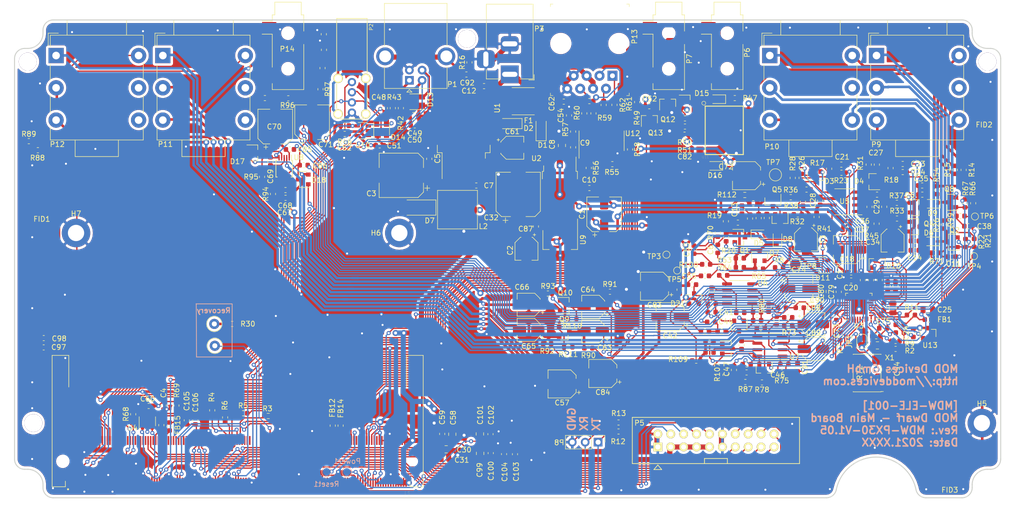
<source format=kicad_pcb>
(kicad_pcb (version 20171130) (host pcbnew 5.1.10-88a1d61d58~90~ubuntu20.04.1)
  (layers (0 F.Cu signal) (1 PWR-5VD.Cu power) (2 GNDD.Cu power) (31 B.Cu signal) (34 B.Paste user) (35 F.Paste user) (36 B.SilkS user) (37 F.SilkS user) (38 B.Mask user) (39 F.Mask user) (44 Edge.Cuts user))
  (net 0 "")
  (net 1 GNDA)
  (net 2 +12V)
  (net 3 +5V)
  (net 4 +5VA)
  (net 5 +3.3VA)
  (net 6 "Net-(C21-Pad1)")
  (net 7 "Net-(C26-Pad1)")
  (net 8 USB_DEV_DET)
  (net 9 "Net-(C49-Pad1)")
  (net 10 "Net-(C52-Pad2)")
  (net 11 +3V3)
  (net 12 CODEC_ADC_A)
  (net 13 CODEC_ADC_B)
  (net 14 "Net-(D1-Pad2)")
  (net 15 "Net-(D7-Pad1)")
  (net 16 USB_DEV_DP)
  (net 17 USB_DEV_DM)
  (net 18 USB_HOST_DM)
  (net 19 USB_HOST_DP)
  (net 20 "Net-(D15-Pad2)")
  (net 21 USB_HOST_DRV)
  (net 22 CLI_UART_RX)
  (net 23 CLI_UART_TX)
  (net 24 IN2_DETECT)
  (net 25 IN1_DETECT)
  (net 26 CHAIN_UART_RE)
  (net 27 CHAIN_UART_DE)
  (net 28 CODEC_I2C_SDA)
  (net 29 CODEC_I2C_SCL)
  (net 30 OUT2_DETECT)
  (net 31 OUT1_DETECT)
  (net 32 CODEC_DAC_A)
  (net 33 CODEC_DAC_B)
  (net 34 RS485_TX+)
  (net 35 RS485_RX+)
  (net 36 RS485_TX-)
  (net 37 RS485_RX-)
  (net 38 "Net-(R3-Pad1)")
  (net 39 "Net-(R4-Pad2)")
  (net 40 "Net-(R5-Pad1)")
  (net 41 "Net-(R6-Pad1)")
  (net 42 "Net-(R7-Pad1)")
  (net 43 "Net-(R9-Pad1)")
  (net 44 "Net-(R10-Pad1)")
  (net 45 "Net-(R56-Pad1)")
  (net 46 "Net-(R59-Pad2)")
  (net 47 "Net-(R60-Pad2)")
  (net 48 "Net-(R61-Pad2)")
  (net 49 "Net-(R62-Pad2)")
  (net 50 "Net-(D15-Pad1)")
  (net 51 "Net-(D16-Pad1)")
  (net 52 UBOOT_BUTTON)
  (net 53 POWER_BUTTON)
  (net 54 "Net-(Q12-Pad3)")
  (net 55 "Net-(Q12-Pad1)")
  (net 56 "Net-(R55-Pad1)")
  (net 57 "Net-(C28-Pad1)")
  (net 58 "Net-(C29-Pad1)")
  (net 59 "Net-(C33-Pad1)")
  (net 60 "Net-(C34-Pad1)")
  (net 61 "Net-(R30-Pad2)")
  (net 62 "Net-(P6-PadR)")
  (net 63 "Net-(C12-Pad1)")
  (net 64 GNDD)
  (net 65 "Net-(C15-Pad1)")
  (net 66 "Net-(C16-Pad1)")
  (net 67 "Net-(C17-Pad1)")
  (net 68 "Net-(C19-Pad1)")
  (net 69 "Net-(C23-Pad1)")
  (net 70 "Net-(C25-Pad2)")
  (net 71 "Net-(C27-Pad1)")
  (net 72 "Net-(C28-Pad2)")
  (net 73 "Net-(C29-Pad2)")
  (net 74 INPUT_BIAS)
  (net 75 OUTPUT_BIAS)
  (net 76 "Net-(C44-Pad2)")
  (net 77 "Net-(C46-Pad2)")
  (net 78 "Net-(C46-Pad1)")
  (net 79 "Net-(C47-Pad2)")
  (net 80 "Net-(C55-Pad2)")
  (net 81 "Net-(C56-Pad2)")
  (net 82 "Net-(C57-Pad2)")
  (net 83 "Net-(C57-Pad1)")
  (net 84 "Net-(C63-Pad2)")
  (net 85 "Net-(C64-Pad2)")
  (net 86 "Net-(C65-Pad2)")
  (net 87 "Net-(C65-Pad1)")
  (net 88 "Net-(C66-Pad1)")
  (net 89 "Net-(C66-Pad2)")
  (net 90 "Net-(C69-Pad1)")
  (net 91 "Net-(C70-Pad2)")
  (net 92 "Net-(C70-Pad1)")
  (net 93 "Net-(C71-Pad1)")
  (net 94 "Net-(C71-Pad2)")
  (net 95 "Net-(D5-Pad1)")
  (net 96 "Net-(D6-Pad1)")
  (net 97 "Net-(D8-Pad1)")
  (net 98 "Net-(D9-Pad1)")
  (net 99 "Net-(P9-PadT)")
  (net 100 "Net-(P10-PadT)")
  (net 101 CODEC_RESET)
  (net 102 IN2_GC1)
  (net 103 IN1_GC1)
  (net 104 "Net-(Q3-Pad1)")
  (net 105 "Net-(Q4-Pad1)")
  (net 106 "Net-(R34-Pad1)")
  (net 107 "Net-(R35-Pad1)")
  (net 108 "Net-(Q5-Pad1)")
  (net 109 "Net-(Q6-Pad1)")
  (net 110 IN2_GC2)
  (net 111 IN1_GC2)
  (net 112 "Net-(R94-Pad2)")
  (net 113 "Net-(R95-Pad2)")
  (net 114 MIDI_UART_RX)
  (net 115 HMI_RFU_TX)
  (net 116 HMI_RFU_RX)
  (net 117 HMI_ISP_ENABLE)
  (net 118 HMI_RESET)
  (net 119 HMI_UART_TX)
  (net 120 HMI_UART_RX)
  (net 121 MIDI_UART_TX)
  (net 122 CODEC_I2S_MCLK)
  (net 123 CODEC_I2S_SDIN)
  (net 124 CODEC_I2S_LRCK)
  (net 125 CODEC_I2S_BCLK)
  (net 126 CODEC_I2S_SDOUT)
  (net 127 CHAIN_UART_TX)
  (net 128 CHAIN_UART_RX)
  (net 129 RESET_BUTTON)
  (net 130 PM_LEDS_SCL)
  (net 131 PM_LEDS_SDA)
  (net 132 "Net-(C83-Pad2)")
  (net 133 "Net-(C84-Pad2)")
  (net 134 "Net-(FB12-Pad1)")
  (net 135 "Net-(FB13-Pad1)")
  (net 136 "Net-(FB14-Pad1)")
  (net 137 "Net-(FB15-Pad1)")
  (net 138 PM_LEDS_OE)
  (net 139 HP_VOL)
  (net 140 HP_CLOCK)
  (net 141 +10V)
  (net 142 "Net-(C8-Pad1)")
  (net 143 "Net-(C13-Pad1)")
  (net 144 "Net-(C14-Pad1)")
  (net 145 "Net-(C22-Pad1)")
  (net 146 "Net-(C35-Pad1)")
  (net 147 "Net-(C40-Pad1)")
  (net 148 "Net-(C42-Pad1)")
  (net 149 "Net-(D12-Pad3)")
  (net 150 "Net-(P14-PadR)")
  (net 151 "Net-(P14-PadT)")
  (net 152 "Net-(C40-Pad2)")
  (net 153 "Net-(C42-Pad2)")
  (net 154 "Net-(C83-Pad1)")
  (net 155 "Net-(C84-Pad1)")
  (net 156 "Net-(D21-Pad3)")
  (net 157 "Net-(D22-Pad3)")
  (net 158 "Net-(R78-Pad2)")
  (net 159 "Net-(R79-Pad2)")
  (net 160 "Net-(R81-Pad2)")
  (net 161 "Net-(R82-Pad2)")
  (net 162 "Net-(C6-Pad1)")
  (net 163 "Net-(C11-Pad1)")
  (net 164 "Net-(C38-Pad1)")
  (net 165 "Net-(C53-Pad1)")
  (net 166 "Net-(C88-Pad1)")
  (net 167 "Net-(C89-Pad1)")
  (net 168 "Net-(C90-Pad1)")
  (net 169 "Net-(C91-Pad1)")
  (net 170 "Net-(C92-Pad2)")
  (net 171 "Net-(C93-Pad2)")
  (net 172 "Net-(P5-Pad8)")
  (net 173 "Net-(P5-Pad10)")
  (net 174 "Net-(C95-Pad1)")
  (net 175 "Net-(R72-Pad2)")
  (net 176 +1V8)
  (net 177 +3V0)
  (net 178 "Net-(P7-PadR)")
  (module Resistor_SMD:R_0603_1608Metric (layer F.Cu) (at 238.775 100.375)
    (fp_text reference FB1 (at 3.085 -0.015) (layer F.SilkS))
    (fp_text value Ferrite_Bead hide)
    (pad 1 smd roundrect (at -0.7875 0) (size 0.875 0.95) (layers F.Cu F.Paste F.Mask) (net 5 +3.3VA))
    (pad 2 smd roundrect (at 0.7875 0) (size 0.875 0.95) (layers F.Cu F.Paste F.Mask) (net 70 "Net-(C25-Pad2)"))
  )
  (module Diode_SMD:D_SOD-323 (layer F.Cu) (at 197.31 57.02 180)
    (fp_text reference D15 (at 3.20184 1.16446) (layer F.SilkS))
    (fp_text value 1N4148)
    (pad 2 smd rect (at 1.05 0 180) (size 0.6 0.45) (layers F.Cu F.Paste F.Mask) (net 20 "Net-(D15-Pad2)"))
    (pad 1 smd rect (at -1.05 0 180) (size 0.6 0.45) (layers F.Cu F.Paste F.Mask) (net 50 "Net-(D15-Pad1)"))
  )
  (module Connector_PinHeader_2.54mm:PinHeader_1x03_P2.54mm_Vertical (layer F.Cu) (at 173.71 124.49 270)
    (fp_text reference P8 (at 0.08 7.65 180) (layer F.SilkS) (effects (justify mirror)))
    (fp_text value SERIAL_DEBUG hide)
    (pad 1 thru_hole rect (at 0 0 270) (size 1.7 1.7) (drill 1) (layers *.Cu *.Mask) (net 23 CLI_UART_TX))
    (pad 2 thru_hole oval (at 0 2.54 270) (size 1.7 1.7) (drill 1) (layers *.Cu *.Mask) (net 22 CLI_UART_RX))
    (pad 3 thru_hole oval (at 0 5.08 270) (size 1.7 1.7) (drill 1) (layers *.Cu *.Mask) (net 64 GNDD))
  )
  (module Uno:Pin_Header_Straight_2x10_Shrouded (layer F.Cu) (at 185.46 125.43 90)
    (fp_text reference P5 (at 4.72 -3.62 180) (layer F.SilkS))
    (fp_text value HMI_DATA)
    (pad 20 thru_hole oval (at 2.54 22.86 90) (size 1.7272 1.7272) (drill 1.016) (layers *.Cu *.Mask F.SilkS) (net 131 PM_LEDS_SDA))
    (pad 19 thru_hole oval (at 0 22.86 90) (size 1.7272 1.7272) (drill 1.016) (layers *.Cu *.Mask F.SilkS) (net 120 HMI_UART_RX))
    (pad 18 thru_hole oval (at 2.54 20.32 90) (size 1.7272 1.7272) (drill 1.016) (layers *.Cu *.Mask F.SilkS) (net 130 PM_LEDS_SCL))
    (pad 17 thru_hole oval (at 0 20.32 90) (size 1.7272 1.7272) (drill 1.016) (layers *.Cu *.Mask F.SilkS) (net 119 HMI_UART_TX))
    (pad 16 thru_hole oval (at 2.54 17.78 90) (size 1.7272 1.7272) (drill 1.016) (layers *.Cu *.Mask F.SilkS) (net 138 PM_LEDS_OE))
    (pad 15 thru_hole oval (at 0 17.78 90) (size 1.7272 1.7272) (drill 1.016) (layers *.Cu *.Mask F.SilkS) (net 118 HMI_RESET))
    (pad 14 thru_hole oval (at 2.54 15.24 90) (size 1.7272 1.7272) (drill 1.016) (layers *.Cu *.Mask F.SilkS) (net 53 POWER_BUTTON))
    (pad 13 thru_hole oval (at 0 15.24 90) (size 1.7272 1.7272) (drill 1.016) (layers *.Cu *.Mask F.SilkS) (net 117 HMI_ISP_ENABLE))
    (pad 12 thru_hole oval (at 2.54 12.7 90) (size 1.7272 1.7272) (drill 1.016) (layers *.Cu *.Mask F.SilkS) (net 64 GNDD))
    (pad 11 thru_hole oval (at 0 12.7 90) (size 1.7272 1.7272) (drill 1.016) (layers *.Cu *.Mask F.SilkS) (net 64 GNDD))
    (pad 10 thru_hole oval (at 2.54 10.16 90) (size 1.7272 1.7272) (drill 1.016) (layers *.Cu *.Mask F.SilkS) (net 173 "Net-(P5-Pad10)"))
    (pad 9 thru_hole oval (at 0 10.16 90) (size 1.7272 1.7272) (drill 1.016) (layers *.Cu *.Mask F.SilkS) (net 3 +5V))
    (pad 8 thru_hole oval (at 2.54 7.62 90) (size 1.7272 1.7272) (drill 1.016) (layers *.Cu *.Mask F.SilkS) (net 172 "Net-(P5-Pad8)"))
    (pad 7 thru_hole oval (at 0 7.62 90) (size 1.7272 1.7272) (drill 1.016) (layers *.Cu *.Mask F.SilkS) (net 3 +5V))
    (pad 6 thru_hole oval (at 2.54 5.08 90) (size 1.7272 1.7272) (drill 1.016) (layers *.Cu *.Mask F.SilkS) (net 116 HMI_RFU_RX))
    (pad 5 thru_hole oval (at 0 5.08 90) (size 1.7272 1.7272) (drill 1.016) (layers *.Cu *.Mask F.SilkS) (net 3 +5V))
    (pad 4 thru_hole oval (at 2.54 2.54 90) (size 1.7272 1.7272) (drill 1.016) (layers *.Cu *.Mask F.SilkS) (net 115 HMI_RFU_TX))
    (pad 3 thru_hole oval (at 0 2.54 90) (size 1.7272 1.7272) (drill 1.016) (layers *.Cu *.Mask F.SilkS) (net 3 +5V))
    (pad 2 thru_hole oval (at 2.54 0 90) (size 1.7272 1.7272) (drill 1.016) (layers *.Cu *.Mask F.SilkS) (net 64 GNDD))
    (pad 1 thru_hole rect (at 0 0 90) (size 1.7272 1.7272) (drill 1.016) (layers *.Cu *.Mask F.SilkS) (net 64 GNDD))
  )
  (module Capacitor_SMD:C_0805_2012Metric (layer F.Cu) (at 143.82632 125.89604)
    (fp_text reference C30 (at 3.51 0.1) (layer F.SilkS))
    (fp_text value 10uF)
    (pad 1 smd roundrect (at -0.9375 0) (size 0.975 1.4) (layers F.Cu F.Paste F.Mask) (net 3 +5V))
    (pad 2 smd roundrect (at 0.9375 0) (size 0.975 1.4) (layers F.Cu F.Paste F.Mask) (net 64 GNDD))
  )
  (module Resistor_SMD:R_0603_1608Metric (layer F.Cu) (at 97.8 118.23 90)
    (fp_text reference R4 (at 2.60318 -0.1 90) (layer F.SilkS))
    (fp_text value 22R hide)
    (pad 2 smd roundrect (at 0.7875 0 90) (size 0.875 0.95) (layers F.Cu F.Paste F.Mask) (net 39 "Net-(R4-Pad2)"))
    (pad 1 smd roundrect (at -0.7875 0 90) (size 0.875 0.95) (layers F.Cu F.Paste F.Mask) (net 123 CODEC_I2S_SDIN))
  )
  (module Resistor_SMD:R_0603_1608Metric (layer F.Cu) (at 209.8725 110.75 180)
    (fp_text reference R75 (at 0.0425 -1.66) (layer F.SilkS))
    (fp_text value 10K hide)
    (pad 2 smd roundrect (at 0.7875 0 180) (size 0.875 0.95) (layers F.Cu F.Paste F.Mask) (net 78 "Net-(C46-Pad1)"))
    (pad 1 smd roundrect (at -0.7875 0 180) (size 0.875 0.95) (layers F.Cu F.Paste F.Mask) (net 77 "Net-(C46-Pad2)"))
  )
  (module Capacitor_SMD:CP_Elec_4x5.7 (layer F.Cu) (at 216.06 101.27)
    (fp_text reference C88 (at 0 -3.2) (layer F.SilkS))
    (fp_text value 10uF)
    (pad 1 smd roundrect (at -1.8 0) (size 2.6 1.6) (layers F.Cu F.Paste F.Mask) (roundrect_rratio 0.15625) (net 166 "Net-(C88-Pad1)"))
    (pad 2 smd roundrect (at 1.8 0) (size 2.6 1.6) (layers F.Cu F.Paste F.Mask) (roundrect_rratio 0.15625) (net 32 CODEC_DAC_A))
  )
  (module Resistor_SMD:R_0603_1608Metric (layer F.Cu) (at 211.11 99.95 180)
    (fp_text reference R77 hide)
    (fp_text value 10K)
    (pad 2 smd roundrect (at 0.7875 0 180) (size 0.875 0.95) (layers F.Cu F.Paste F.Mask) (net 75 OUTPUT_BIAS))
    (pad 1 smd roundrect (at -0.7875 0 180) (size 0.875 0.95) (layers F.Cu F.Paste F.Mask) (net 169 "Net-(C91-Pad1)"))
  )
  (module Uno:SRN8040TA (layer F.Cu) (at 148.25 78.75 270)
    (fp_text reference L2 (at 3.292 -2.88) (layer F.SilkS))
    (fp_text value "47UH 2A 135 MOHM" hide)
    (pad 1 smd rect (at 0 5.08 270) (size 6.6 1.5) (layers F.Cu F.Paste F.Mask) (net 15 "Net-(D7-Pad1)"))
    (pad 2 smd rect (at 0.0381 -0.7874 270) (size 6.6 1.5) (layers F.Cu F.Paste F.Mask) (net 3 +5V))
  )
  (module Resistor_SMD:R_0603_1608Metric (layer F.Cu) (at 163.6875 105.15 180)
    (fp_text reference R92 (at 0 -1.43) (layer F.SilkS))
    (fp_text value 56K hide)
    (pad 2 smd roundrect (at 0.7875 0 180) (size 0.875 0.95) (layers F.Cu F.Paste F.Mask) (net 87 "Net-(C65-Pad1)"))
    (pad 1 smd roundrect (at -0.7875 0 180) (size 0.875 0.95) (layers F.Cu F.Paste F.Mask) (net 1 GNDA))
  )
  (module Resistor_SMD:R_0603_1608Metric (layer F.Cu) (at 205.9475 112.75 180)
    (fp_text reference R78 (at 0 -1.43) (layer F.SilkS))
    (fp_text value 10K hide)
    (pad 1 smd roundrect (at -0.7875 0 180) (size 0.875 0.95) (layers F.Cu F.Paste F.Mask) (net 78 "Net-(C46-Pad1)"))
    (pad 2 smd roundrect (at 0.7875 0 180) (size 0.875 0.95) (layers F.Cu F.Paste F.Mask) (net 158 "Net-(R78-Pad2)"))
  )
  (module Package_SO:SOIC-8_3.9x4.9mm_P1.27mm (layer F.Cu) (at 207.518 105.664 180)
    (fp_text reference U7 (at -4.815 -2.02) (layer F.SilkS))
    (fp_text value OPA1678 hide)
    (pad 1 smd roundrect (at -2.475 -1.905 180) (size 1.95 0.6) (layers F.Cu F.Paste F.Mask) (net 78 "Net-(C46-Pad1)"))
    (pad 2 smd roundrect (at -2.475 -0.635 180) (size 1.95 0.6) (layers F.Cu F.Paste F.Mask) (net 77 "Net-(C46-Pad2)"))
    (pad 3 smd roundrect (at -2.475 0.635 180) (size 1.95 0.6) (layers F.Cu F.Paste F.Mask) (net 169 "Net-(C91-Pad1)"))
    (pad 4 smd roundrect (at -2.475 1.905 180) (size 1.95 0.6) (layers F.Cu F.Paste F.Mask) (net 1 GNDA))
    (pad 5 smd roundrect (at 2.475 1.905 180) (size 1.95 0.6) (layers F.Cu F.Paste F.Mask) (net 159 "Net-(R79-Pad2)"))
    (pad 6 smd roundrect (at 2.475 0.635 180) (size 1.95 0.6) (layers F.Cu F.Paste F.Mask) (net 158 "Net-(R78-Pad2)"))
    (pad 7 smd roundrect (at 2.475 -0.635 180) (size 1.95 0.6) (layers F.Cu F.Paste F.Mask) (net 157 "Net-(D22-Pad3)"))
    (pad 8 smd roundrect (at 2.475 -1.905 180) (size 1.95 0.6) (layers F.Cu F.Paste F.Mask) (net 141 +10V))
  )
  (module Jumper:SolderJumper-2_P1.3mm_Bridged2Bar_RoundedPad1.0x1.5mm (layer F.Cu) (at 225.6 104.65 90)
    (fp_text reference JP1 (at -0.02 -2.43 90) (layer F.SilkS))
    (fp_text value Jumper)
    (fp_poly (pts (xy -0.25 -0.6) (xy 0.25 -0.6) (xy 0.25 -0.2) (xy -0.25 -0.2)) (layer F.Cu) (width 0))
    (fp_poly (pts (xy -0.25 0.2) (xy 0.25 0.2) (xy 0.25 0.6) (xy -0.25 0.6)) (layer F.Cu) (width 0))
    (pad 2 smd custom (at 0.65 0 90) (size 1 0.5) (layers F.Cu F.Mask) (net 64 GNDD) (options (clearance outline) (anchor rect)) (primitives (gr_circle (center 0 0.25) (end 0.5 0.25) (width 0)) (gr_circle (center 0 -0.25) (end 0.5 -0.25) (width 0)) (gr_poly (pts (xy -0.5 0.75) (xy -0.5 -0.75) (xy 0 -0.75) (xy 0 0.75)) (width 0))))
    (pad 1 smd custom (at -0.65 0 90) (size 1 0.5) (layers F.Cu F.Mask) (net 1 GNDA) (options (clearance outline) (anchor rect)) (primitives (gr_circle (center 0 0.25) (end 0.5 0.25) (width 0)) (gr_circle (center 0 -0.25) (end 0.5 -0.25) (width 0)) (gr_poly (pts (xy 0.5 0.75) (xy 0.5 -0.75) (xy 0 -0.75) (xy 0 0.75)) (width 0))))
  )
  (module TestPoint:TestPoint_Pad_D2.0mm (layer F.Cu) (at 208.6 71.9)
    (fp_text reference TP7 (at -0.46 -2.46) (layer F.SilkS))
    (fp_text value TestPoint hide)
    (pad 1 smd circle (at 0 0) (size 2 2) (layers F.Cu F.Mask) (net 74 INPUT_BIAS))
  )
  (module Capacitor_SMD:CP_Elec_4x5.7 (layer F.Cu) (at 214.6 84.6 270)
    (fp_text reference C33 (at 0.55 -3.35 270) (layer F.SilkS))
    (fp_text value 10uF hide)
    (pad 2 smd roundrect (at 1.8 0 270) (size 2.6 1.6) (layers F.Cu F.Paste F.Mask) (roundrect_rratio 0.15625) (net 13 CODEC_ADC_B))
    (pad 1 smd roundrect (at -1.8 0 270) (size 2.6 1.6) (layers F.Cu F.Paste F.Mask) (roundrect_rratio 0.15625) (net 59 "Net-(C33-Pad1)"))
  )
  (module Capacitor_SMD:C_0603_1608Metric (layer F.Cu) (at 130.75 66.1)
    (fp_text reference C51 (at 2.84 0.07) (layer F.SilkS))
    (fp_text value 100nF hide)
    (pad 1 smd roundrect (at -0.7875 0) (size 0.875 0.95) (layers F.Cu F.Paste F.Mask) (net 3 +5V))
    (pad 2 smd roundrect (at 0.7875 0) (size 0.875 0.95) (layers F.Cu F.Paste F.Mask) (net 64 GNDD))
  )
  (module Capacitor_SMD:CP_Elec_8x10.5 (layer F.Cu) (at 135 72 180)
    (fp_text reference C3 (at 5.9 -3.58) (layer F.SilkS))
    (fp_text value 470uF hide)
    (pad 1 smd roundrect (at -3.7 0 180) (size 4.4 2.5) (layers F.Cu F.Paste F.Mask) (roundrect_rratio 0.1) (net 2 +12V))
    (pad 2 smd roundrect (at 3.7 0 180) (size 4.4 2.5) (layers F.Cu F.Paste F.Mask) (roundrect_rratio 0.1) (net 64 GNDD))
  )
  (module Capacitor_SMD:C_0603_1608Metric (layer F.Cu) (at 140.5 68.75 90)
    (fp_text reference C5 (at 0.0556 1.614 90) (layer F.SilkS))
    (fp_text value 100nF)
    (pad 1 smd roundrect (at -0.7875 0 90) (size 0.875 0.95) (layers F.Cu F.Paste F.Mask) (net 2 +12V))
    (pad 2 smd roundrect (at 0.7875 0 90) (size 0.875 0.95) (layers F.Cu F.Paste F.Mask) (net 64 GNDD))
  )
  (module Capacitor_SMD:C_0603_1608Metric (layer F.Cu) (at 149.75 74)
    (fp_text reference C7 (at 2.44816 0.014) (layer F.SilkS))
    (fp_text value 100nF hide)
    (pad 2 smd roundrect (at 0.7875 0) (size 0.875 0.95) (layers F.Cu F.Paste F.Mask) (net 64 GNDD))
    (pad 1 smd roundrect (at -0.7875 0) (size 0.875 0.95) (layers F.Cu F.Paste F.Mask) (net 3 +5V))
  )
  (module Capacitor_SMD:C_0805_2012Metric (layer F.Cu) (at 166.6 66.12 90)
    (fp_text reference C8 (at 0.2095 -1.928 90) (layer F.SilkS))
    (fp_text value 10uF hide)
    (pad 2 smd roundrect (at 0.9375 0 90) (size 0.975 1.4) (layers F.Cu F.Paste F.Mask) (net 64 GNDD))
    (pad 1 smd roundrect (at -0.9375 0 90) (size 0.975 1.4) (layers F.Cu F.Paste F.Mask) (net 142 "Net-(C8-Pad1)"))
  )
  (module Capacitor_SMD:C_0603_1608Metric (layer F.Cu) (at 168.8 66.4875 90)
    (fp_text reference C9 (at 0.86566 2.311 180) (layer F.SilkS))
    (fp_text value 100nF hide)
    (pad 1 smd roundrect (at -0.7875 0 90) (size 0.875 0.95) (layers F.Cu F.Paste F.Mask) (net 142 "Net-(C8-Pad1)"))
    (pad 2 smd roundrect (at 0.7875 0 90) (size 0.875 0.95) (layers F.Cu F.Paste F.Mask) (net 64 GNDD))
  )
  (module Capacitor_SMD:C_0603_1608Metric (layer F.Cu) (at 172 74.5)
    (fp_text reference C10 (at -0.042 -1.602) (layer F.SilkS))
    (fp_text value 100nF hide)
    (pad 2 smd roundrect (at 0.7875 0) (size 0.875 0.95) (layers F.Cu F.Paste F.Mask) (net 1 GNDA))
    (pad 1 smd roundrect (at -0.7875 0) (size 0.875 0.95) (layers F.Cu F.Paste F.Mask) (net 141 +10V))
  )
  (module Capacitor_SMD:C_0805_2012Metric (layer F.Cu) (at 238.575 98.425)
    (fp_text reference C25 (at 3.305 0.015 180) (layer F.SilkS))
    (fp_text value 10uF)
    (pad 1 smd roundrect (at -0.9375 0) (size 0.975 1.4) (layers F.Cu F.Paste F.Mask) (net 1 GNDA))
    (pad 2 smd roundrect (at 0.9375 0) (size 0.975 1.4) (layers F.Cu F.Paste F.Mask) (net 70 "Net-(C25-Pad2)"))
  )
  (module Capacitor_SMD:C_0603_1608Metric (layer F.Cu) (at 143.67392 127.90518)
    (fp_text reference C31 (at 3.22 0.1) (layer F.SilkS))
    (fp_text value 100nF)
    (pad 2 smd roundrect (at 0.7875 0) (size 0.875 0.95) (layers F.Cu F.Paste F.Mask) (net 64 GNDD))
    (pad 1 smd roundrect (at -0.7875 0) (size 0.875 0.95) (layers F.Cu F.Paste F.Mask) (net 3 +5V))
  )
  (module Capacitor_SMD:C_0603_1608Metric (layer F.Cu) (at 131.775 58.7875 90)
    (fp_text reference C48 (at 2.1455 -1.219 180) (layer F.SilkS))
    (fp_text value 100nF hide)
    (pad 1 smd roundrect (at -0.7875 0 90) (size 0.875 0.95) (layers F.Cu F.Paste F.Mask) (net 8 USB_DEV_DET))
    (pad 2 smd roundrect (at 0.7875 0 90) (size 0.875 0.95) (layers F.Cu F.Paste F.Mask) (net 64 GNDD))
  )
  (module Capacitor_SMD:C_0805_2012Metric (layer F.Cu) (at 137.475 60.325)
    (fp_text reference C49 (at 0.193 3.429) (layer F.SilkS))
    (fp_text value 10uF hide)
    (pad 1 smd roundrect (at -0.9375 0) (size 0.975 1.4) (layers F.Cu F.Paste F.Mask) (net 9 "Net-(C49-Pad1)"))
    (pad 2 smd roundrect (at 0.9375 0) (size 0.975 1.4) (layers F.Cu F.Paste F.Mask) (net 64 GNDD))
  )
  (module Capacitor_SMD:C_0603_1608Metric (layer F.Cu) (at 137.6375 62.175 180)
    (fp_text reference C50 (at 0.02266 -2.849) (layer F.SilkS))
    (fp_text value 100nF hide)
    (pad 1 smd roundrect (at -0.7875 0 180) (size 0.875 0.95) (layers F.Cu F.Paste F.Mask) (net 64 GNDD))
    (pad 2 smd roundrect (at 0.7875 0 180) (size 0.875 0.95) (layers F.Cu F.Paste F.Mask) (net 9 "Net-(C49-Pad1)"))
  )
  (module Capacitor_SMD:C_0603_1608Metric (layer F.Cu) (at 123.8625 63.85)
    (fp_text reference C52 (at -0.0725 2.74) (layer F.SilkS))
    (fp_text value 100nF hide)
    (pad 2 smd roundrect (at 0.7875 0) (size 0.875 0.95) (layers F.Cu F.Paste F.Mask) (net 10 "Net-(C52-Pad2)"))
    (pad 1 smd roundrect (at -0.7875 0) (size 0.875 0.95) (layers F.Cu F.Paste F.Mask) (net 64 GNDD))
  )
  (module Capacitor_SMD:C_0603_1608Metric (layer F.Cu) (at 168 60.2125 90)
    (fp_text reference C54 (at 0.0145 -1.63 270) (layer F.SilkS))
    (fp_text value 100nF hide)
    (pad 1 smd roundrect (at -0.7875 0 90) (size 0.875 0.95) (layers F.Cu F.Paste F.Mask) (net 11 +3V3))
    (pad 2 smd roundrect (at 0.7875 0 90) (size 0.875 0.95) (layers F.Cu F.Paste F.Mask) (net 64 GNDD))
  )
  (module Capacitor_SMD:C_0805_2012Metric (layer F.Cu) (at 145.03 122.93 90)
    (fp_text reference C58 (at 3.2468 0.16538 270) (layer F.SilkS))
    (fp_text value 10uF)
    (pad 2 smd roundrect (at 0.9375 0 90) (size 0.975 1.4) (layers F.Cu F.Paste F.Mask) (net 64 GNDD))
    (pad 1 smd roundrect (at -0.9375 0 90) (size 0.975 1.4) (layers F.Cu F.Paste F.Mask) (net 11 +3V3))
  )
  (module Capacitor_SMD:C_0603_1608Metric (layer F.Cu) (at 143.04 122.87 90)
    (fp_text reference C59 (at 3.24776 0.00146 270) (layer F.SilkS))
    (fp_text value 100nF)
    (pad 1 smd roundrect (at -0.7875 0 90) (size 0.875 0.95) (layers F.Cu F.Paste F.Mask) (net 11 +3V3))
    (pad 2 smd roundrect (at 0.7875 0 90) (size 0.875 0.95) (layers F.Cu F.Paste F.Mask) (net 64 GNDD))
  )
  (module Capacitor_SMD:C_0603_1608Metric (layer F.Cu) (at 85.3 117.37)
    (fp_text reference C60 (at -0.225 -1.395) (layer F.SilkS))
    (fp_text value 100nF)
    (pad 2 smd roundrect (at 0.7875 0) (size 0.875 0.95) (layers F.Cu F.Paste F.Mask) (net 11 +3V3))
    (pad 1 smd roundrect (at -0.7875 0) (size 0.875 0.95) (layers F.Cu F.Paste F.Mask) (net 64 GNDD))
  )
  (module Diode_SMD:D_SOD-123F (layer F.Cu) (at 162.5 63 90)
    (fp_text reference D1 (at -3.04 0.314 180) (layer F.SilkS))
    (fp_text value MBR230 hide)
    (pad 2 smd rect (at 1.4 0 90) (size 1.1 1.1) (layers F.Cu F.Paste F.Mask) (net 14 "Net-(D1-Pad2)"))
    (pad 1 smd rect (at -1.4 0 90) (size 1.1 1.1) (layers F.Cu F.Paste F.Mask) (net 142 "Net-(C8-Pad1)"))
  )
  (module Diode_SMD:D_SOD-123F (layer F.Cu) (at 156.55 61.825 180)
    (fp_text reference D2 (at -3.47 -0.913) (layer F.SilkS))
    (fp_text value MBR230 hide)
    (pad 1 smd rect (at -1.4 0 180) (size 1.1 1.1) (layers F.Cu F.Paste F.Mask) (net 2 +12V))
    (pad 2 smd rect (at 1.4 0 180) (size 1.1 1.1) (layers F.Cu F.Paste F.Mask) (net 14 "Net-(D1-Pad2)"))
  )
  (module Package_TO_SOT_SMD:SOT-143 (layer F.Cu) (at 137.85 57.525 180)
    (fp_text reference D13 (at -2.87352 0.42504 90) (layer F.SilkS))
    (fp_text value PRTR5V0U2X hide)
    (pad 1 smd rect (at -1.1 -0.77 90) (size 1.2 1.4) (layers F.Cu F.Paste F.Mask) (net 64 GNDD))
    (pad 2 smd rect (at -1.1 0.95 90) (size 1 1.4) (layers F.Cu F.Paste F.Mask) (net 16 USB_DEV_DP))
    (pad 3 smd rect (at 1.1 0.95 90) (size 1 1.4) (layers F.Cu F.Paste F.Mask) (net 17 USB_DEV_DM))
    (pad 4 smd rect (at 1.1 -0.95 90) (size 1 1.4) (layers F.Cu F.Paste F.Mask) (net 9 "Net-(C49-Pad1)"))
  )
  (module Package_TO_SOT_SMD:SOT-143 (layer F.Cu) (at 131.125 62.825 90)
    (fp_text reference D14 (at -1.691 3.241) (layer F.SilkS))
    (fp_text value PRTR5V0U2X hide)
    (pad 4 smd rect (at 1.1 -0.95) (size 1 1.4) (layers F.Cu F.Paste F.Mask) (net 10 "Net-(C52-Pad2)"))
    (pad 3 smd rect (at 1.1 0.95) (size 1 1.4) (layers F.Cu F.Paste F.Mask) (net 18 USB_HOST_DM))
    (pad 2 smd rect (at -1.1 0.95) (size 1 1.4) (layers F.Cu F.Paste F.Mask) (net 19 USB_HOST_DP))
    (pad 1 smd rect (at -1.1 -0.77) (size 1.2 1.4) (layers F.Cu F.Paste F.Mask) (net 64 GNDD))
  )
  (module Connector_USB:USB_B_OST_USB-B1HSxx_Horizontal (layer F.Cu) (at 136.586971 53.299976 90)
    (fp_text reference P1 (at -0.796 8.434 180) (layer F.SilkS))
    (fp_text value USB_B)
    (pad 5 thru_hole circle (at 4.71 7.27 90) (size 3.5 3.5) (drill 2.33) (layers *.Cu *.Mask) (net 170 "Net-(C92-Pad2)"))
    (pad 5 thru_hole circle (at 4.71 -4.77 90) (size 3.5 3.5) (drill 2.33) (layers *.Cu *.Mask) (net 170 "Net-(C92-Pad2)"))
    (pad 4 thru_hole circle (at 2 0 90) (size 1.7 1.7) (drill 0.92) (layers *.Cu *.Mask) (net 64 GNDD))
    (pad 3 thru_hole circle (at 2 2.5 90) (size 1.7 1.7) (drill 0.92) (layers *.Cu *.Mask) (net 16 USB_DEV_DP))
    (pad 2 thru_hole circle (at 0 2.5 90) (size 1.7 1.7) (drill 0.92) (layers *.Cu *.Mask) (net 17 USB_DEV_DM))
    (pad 1 thru_hole rect (at 0 0 90) (size 1.7 1.7) (drill 0.92) (layers *.Cu *.Mask) (net 9 "Net-(C49-Pad1)"))
  )
  (module Connector_Audio:Jack_3.5mm_CUI_SJ-3523-SMT_Horizontal (layer F.Cu) (at 199.11 46.53)
    (fp_text reference P6 (at 3.926 1.32 90) (layer F.SilkS))
    (fp_text value AudioJack3 hide)
    (pad R smd rect (at 3.7 -1.6) (size 2.8 2.2) (layers F.Cu F.Paste F.Mask) (net 62 "Net-(P6-PadR)"))
    (pad S smd rect (at -3.7 -3.6) (size 2.8 2.2) (layers F.Cu F.Paste F.Mask))
    (pad T smd rect (at -3.7 5.8) (size 2.8 2.8) (layers F.Cu F.Paste F.Mask) (net 20 "Net-(D15-Pad2)"))
    (pad "" np_thru_hole circle (at 0 -2.5) (size 1.7 1.7) (drill 1.7) (layers *.Cu *.Mask))
    (pad "" np_thru_hole circle (at 0 4.5) (size 1.7 1.7) (drill 1.7) (layers *.Cu *.Mask))
  )
  (module Connector_Audio:Jack_3.5mm_CUI_SJ-3523-SMT_Horizontal (layer F.Cu) (at 187.61 46.53)
    (fp_text reference P7 (at 4.066 2.56 90) (layer F.SilkS))
    (fp_text value AudioJack3 hide)
    (pad "" np_thru_hole circle (at 0 4.5) (size 1.7 1.7) (drill 1.7) (layers *.Cu *.Mask))
    (pad "" np_thru_hole circle (at 0 -2.5) (size 1.7 1.7) (drill 1.7) (layers *.Cu *.Mask))
    (pad T smd rect (at -3.7 5.8) (size 2.8 2.8) (layers F.Cu F.Paste F.Mask) (net 149 "Net-(D12-Pad3)"))
    (pad S smd rect (at -3.7 -3.6) (size 2.8 2.2) (layers F.Cu F.Paste F.Mask) (net 64 GNDD))
    (pad R smd rect (at 3.7 -1.6) (size 2.8 2.2) (layers F.Cu F.Paste F.Mask) (net 178 "Net-(P7-PadR)"))
  )
  (module Resistor_SMD:R_0603_1608Metric (layer F.Cu) (at 134.91228 58.77754 270)
    (fp_text reference R42 (at 2.94446 0.03828 90) (layer F.SilkS))
    (fp_text value 10K hide)
    (pad 2 smd roundrect (at 0.7875 0 270) (size 0.875 0.95) (layers F.Cu F.Paste F.Mask) (net 8 USB_DEV_DET))
    (pad 1 smd roundrect (at -0.7875 0 270) (size 0.875 0.95) (layers F.Cu F.Paste F.Mask) (net 9 "Net-(C49-Pad1)"))
  )
  (module Resistor_SMD:R_0603_1608Metric (layer F.Cu) (at 133.325 58.775 90)
    (fp_text reference R43 (at 2.133 0.279 180) (layer F.SilkS))
    (fp_text value 15K hide)
    (pad 1 smd roundrect (at -0.7875 0 90) (size 0.875 0.95) (layers F.Cu F.Paste F.Mask) (net 8 USB_DEV_DET))
    (pad 2 smd roundrect (at 0.7875 0 90) (size 0.875 0.95) (layers F.Cu F.Paste F.Mask) (net 64 GNDD))
  )
  (module Resistor_SMD:R_0603_1608Metric (layer F.Cu) (at 123.875 62.225 180)
    (fp_text reference R46 (at 0.005 -3.165) (layer F.SilkS))
    (fp_text value 10K hide)
    (pad 2 smd roundrect (at 0.7875 0 180) (size 0.875 0.95) (layers F.Cu F.Paste F.Mask) (net 64 GNDD))
    (pad 1 smd roundrect (at -0.7875 0 180) (size 0.875 0.95) (layers F.Cu F.Paste F.Mask) (net 21 USB_HOST_DRV))
  )
  (module Resistor_SMD:R_0603_1608Metric (layer F.Cu) (at 190.8 62.4 180)
    (fp_text reference R51 (at 0.046 -4.656) (layer F.SilkS))
    (fp_text value 10K hide)
    (pad 1 smd roundrect (at -0.7875 0 180) (size 0.875 0.95) (layers F.Cu F.Paste F.Mask) (net 3 +5V))
    (pad 2 smd roundrect (at 0.7875 0 180) (size 0.875 0.95) (layers F.Cu F.Paste F.Mask) (net 54 "Net-(Q12-Pad3)"))
  )
  (module Resistor_SMD:R_0603_1608Metric (layer F.Cu) (at 183.7875 58.4)
    (fp_text reference R52 (at 0.07938 -1.45226 180) (layer F.SilkS))
    (fp_text value 10K hide)
    (pad 2 smd roundrect (at 0.7875 0) (size 0.875 0.95) (layers F.Cu F.Paste F.Mask) (net 55 "Net-(Q12-Pad1)"))
    (pad 1 smd roundrect (at -0.7875 0) (size 0.875 0.95) (layers F.Cu F.Paste F.Mask) (net 3 +5V))
  )
  (module Resistor_SMD:R_0603_1608Metric (layer F.Cu) (at 176.5125 69.8)
    (fp_text reference R55 (at -0.0841 1.574) (layer F.SilkS))
    (fp_text value 100R)
    (pad 1 smd roundrect (at -0.7875 0) (size 0.875 0.95) (layers F.Cu F.Paste F.Mask) (net 56 "Net-(R55-Pad1)"))
    (pad 2 smd roundrect (at 0.7875 0) (size 0.875 0.95) (layers F.Cu F.Paste F.Mask) (net 127 CHAIN_UART_TX))
  )
  (module Resistor_SMD:R_0603_1608Metric (layer F.Cu) (at 171.87 70.5425 270)
    (fp_text reference R56 (at 0 -1.43 90) (layer F.SilkS))
    (fp_text value 100R)
    (pad 2 smd roundrect (at 0.7875 0 270) (size 0.875 0.95) (layers F.Cu F.Paste F.Mask) (net 128 CHAIN_UART_RX))
    (pad 1 smd roundrect (at -0.7875 0 270) (size 0.875 0.95) (layers F.Cu F.Paste F.Mask) (net 45 "Net-(R56-Pad1)"))
  )
  (module Resistor_SMD:R_0603_1608Metric (layer F.Cu) (at 168.8 63.3875 270)
    (fp_text reference R57 (at -0.4225 1.50662 90) (layer F.SilkS))
    (fp_text value 10K hide)
    (pad 2 smd roundrect (at 0.7875 0 270) (size 0.875 0.95) (layers F.Cu F.Paste F.Mask) (net 26 CHAIN_UART_RE))
    (pad 1 smd roundrect (at -0.7875 0 270) (size 0.875 0.95) (layers F.Cu F.Paste F.Mask) (net 11 +3V3))
  )
  (module Resistor_SMD:R_0603_1608Metric (layer F.Cu) (at 180 66.9 270)
    (fp_text reference R58 (at 0 -1.43 90) (layer F.SilkS))
    (fp_text value 10K)
    (pad 2 smd roundrect (at 0.7875 0 270) (size 0.875 0.95) (layers F.Cu F.Paste F.Mask) (net 64 GNDD))
    (pad 1 smd roundrect (at -0.7875 0 270) (size 0.875 0.95) (layers F.Cu F.Paste F.Mask) (net 27 CHAIN_UART_DE))
  )
  (module Resistor_SMD:R_0603_1608Metric (layer F.Cu) (at 101.7225 101.23 180)
    (fp_text reference R30 (at -3.0875 0) (layer F.SilkS))
    (fp_text value 10R)
    (pad 1 smd roundrect (at -0.7875 0 180) (size 0.875 0.95) (layers F.Cu F.Paste F.Mask) (net 64 GNDD))
    (pad 2 smd roundrect (at 0.7875 0 180) (size 0.875 0.95) (layers F.Cu F.Paste F.Mask) (net 61 "Net-(R30-Pad2)"))
  )
  (module Package_TO_SOT_SMD:TO-263-5_TabPin3 (layer F.Cu) (at 147.275 64.6 90)
    (fp_text reference U1 (at 5.845 6.594 90) (layer F.SilkS))
    (fp_text value TS2596 hide)
    (pad 1 smd rect (at -5.775 -3.4 90) (size 4.6 1.1) (layers F.Cu F.Paste F.Mask) (net 2 +12V))
    (pad 2 smd rect (at -5.775 -1.7 90) (size 4.6 1.1) (layers F.Cu F.Paste F.Mask) (net 15 "Net-(D7-Pad1)"))
    (pad 3 smd rect (at -5.775 0 90) (size 4.6 1.1) (layers F.Cu F.Paste F.Mask) (net 64 GNDD))
    (pad 4 smd rect (at -5.775 1.7 90) (size 4.6 1.1) (layers F.Cu F.Paste F.Mask) (net 3 +5V))
    (pad 5 smd rect (at -5.775 3.4 90) (size 4.6 1.1) (layers F.Cu F.Paste F.Mask) (net 64 GNDD))
    (pad 3 smd rect (at 3.375 0 90) (size 9.4 10.8) (layers F.Cu F.Mask) (net 64 GNDD))
  )
  (module Package_TO_SOT_SMD:SOT-23-5 (layer F.Cu) (at 85.04 120.39 90)
    (fp_text reference U4 (at -1.285 -2.915 180) (layer F.SilkS))
    (fp_text value AT24CS08-STUM hide)
    (pad 5 smd rect (at 1.1 -0.95 90) (size 1.06 0.65) (layers F.Cu F.Paste F.Mask) (net 64 GNDD))
    (pad 4 smd rect (at 1.1 0.95 90) (size 1.06 0.65) (layers F.Cu F.Paste F.Mask) (net 11 +3V3))
    (pad 3 smd rect (at -1.1 0.95 90) (size 1.06 0.65) (layers F.Cu F.Paste F.Mask) (net 131 PM_LEDS_SDA))
    (pad 2 smd rect (at -1.1 0 90) (size 1.06 0.65) (layers F.Cu F.Paste F.Mask) (net 64 GNDD))
    (pad 1 smd rect (at -1.1 -0.95 90) (size 1.06 0.65) (layers F.Cu F.Paste F.Mask) (net 130 PM_LEDS_SCL))
  )
  (module Package_SO:SOIC-14_3.9x8.7mm_P1.27mm (layer F.Cu) (at 174.4 65.2 90)
    (fp_text reference U12 (at 1.45014 6.09376 180) (layer F.SilkS))
    (fp_text value ISL83491 hide)
    (pad 1 smd roundrect (at -2.475 -3.81 90) (size 1.95 0.6) (layers F.Cu F.Paste F.Mask))
    (pad 2 smd roundrect (at -2.475 -2.54 90) (size 1.95 0.6) (layers F.Cu F.Paste F.Mask) (net 45 "Net-(R56-Pad1)"))
    (pad 3 smd roundrect (at -2.475 -1.27 90) (size 1.95 0.6) (layers F.Cu F.Paste F.Mask) (net 26 CHAIN_UART_RE))
    (pad 4 smd roundrect (at -2.475 0 90) (size 1.95 0.6) (layers F.Cu F.Paste F.Mask) (net 27 CHAIN_UART_DE))
    (pad 5 smd roundrect (at -2.475 1.27 90) (size 1.95 0.6) (layers F.Cu F.Paste F.Mask) (net 56 "Net-(R55-Pad1)"))
    (pad 6 smd roundrect (at -2.475 2.54 90) (size 1.95 0.6) (layers F.Cu F.Paste F.Mask) (net 64 GNDD))
    (pad 7 smd roundrect (at -2.475 3.81 90) (size 1.95 0.6) (layers F.Cu F.Paste F.Mask) (net 64 GNDD))
    (pad 8 smd roundrect (at 2.475 3.81 90) (size 1.95 0.6) (layers F.Cu F.Paste F.Mask))
    (pad 9 smd roundrect (at 2.475 2.54 90) (size 1.95 0.6) (layers F.Cu F.Paste F.Mask) (net 48 "Net-(R61-Pad2)"))
    (pad 10 smd roundrect (at 2.475 1.27 90) (size 1.95 0.6) (layers F.Cu F.Paste F.Mask) (net 49 "Net-(R62-Pad2)"))
    (pad 11 smd roundrect (at 2.475 0 90) (size 1.95 0.6) (layers F.Cu F.Paste F.Mask) (net 47 "Net-(R60-Pad2)"))
    (pad 12 smd roundrect (at 2.475 -1.27 90) (size 1.95 0.6) (layers F.Cu F.Paste F.Mask) (net 46 "Net-(R59-Pad2)"))
    (pad 13 smd roundrect (at 2.475 -2.54 90) (size 1.95 0.6) (layers F.Cu F.Paste F.Mask) (net 11 +3V3))
    (pad 14 smd roundrect (at 2.475 -3.81 90) (size 1.95 0.6) (layers F.Cu F.Paste F.Mask) (net 11 +3V3))
  )
  (module Package_TO_SOT_SMD:SOT-23 (layer F.Cu) (at 238.6 103.05 90)
    (fp_text reference U13 (at -2.36 0.414 180) (layer F.SilkS))
    (fp_text value AP2120N-3.3 hide)
    (pad 1 smd rect (at -1 -0.95 90) (size 0.9 0.8) (layers F.Cu F.Paste F.Mask) (net 1 GNDA))
    (pad 2 smd rect (at -1 0.95 90) (size 0.9 0.8) (layers F.Cu F.Paste F.Mask) (net 70 "Net-(C25-Pad2)"))
    (pad 3 smd rect (at 1 0 90) (size 0.9 0.8) (layers F.Cu F.Paste F.Mask) (net 4 +5VA))
  )
  (module Uno:fiducial_in-circuit (layer F.Cu) (at 64.28 78.3)
    (fp_text reference FID1 (at 0 2.3) (layer F.SilkS))
    (fp_text value FIDUCIAL)
    (pad "" smd circle (at 0 0) (size 1 1) (layers F.Cu F.Paste F.Mask))
  )
  (module Uno:fiducial_in-circuit (layer F.Cu) (at 249.65 59.75)
    (fp_text reference FID2 (at 0 2.3) (layer F.SilkS))
    (fp_text value FIDUCIAL)
    (pad "" smd circle (at 0 0) (size 1 1) (layers F.Cu F.Paste F.Mask))
  )
  (module Uno:fiducial_in-circuit (layer F.Cu) (at 242.9 131.6)
    (fp_text reference FID3 (at 0 2.3) (layer F.SilkS))
    (fp_text value FIDUCIAL)
    (pad "" smd circle (at 0 0) (size 1 1) (layers F.Cu F.Paste F.Mask))
  )
  (module Uno:Hole_3.5mm (layer F.Cu) (at 61.50768 49.62788)
    (fp_text reference H2 hide)
    (fp_text value HOLE)
    (pad "" thru_hole circle (at 0 0) (size 3.5 3.5) (drill 3.5) (layers *.Cu))
  )
  (module Uno:Hole_3.5mm (layer F.Cu) (at 250.31 49.63)
    (fp_text reference H3 hide)
    (fp_text value HOLE)
    (pad "" thru_hole circle (at 0 0) (size 3.5 3.5) (drill 3.5) (layers *.Cu))
  )
  (module Uno:Hole_3.5mm (layer F.Cu) (at 62.61 120.73)
    (fp_text reference H4 hide)
    (fp_text value HOLE)
    (pad "" thru_hole circle (at 0 0) (size 3.5 3.5) (drill 3.5) (layers *.Cu))
  )
  (module Fuse:Fuse_2920_7451Metric (layer F.Cu) (at 158.975 57.425 180)
    (fp_text reference F1 (at -1.045 -3.789) (layer F.SilkS))
    (fp_text value FUSE hide)
    (pad 1 smd roundrect (at -3.3875 0 180) (size 1.925 5.45) (layers F.Cu F.Paste F.Mask) (roundrect_rratio 0.1298696103896104) (net 63 "Net-(C12-Pad1)"))
    (pad 2 smd roundrect (at 3.3875 0 180) (size 1.925 5.45) (layers F.Cu F.Paste F.Mask) (roundrect_rratio 0.1298696103896104) (net 14 "Net-(D1-Pad2)"))
  )
  (module Package_TO_SOT_SMD:SOT-23 (layer F.Cu) (at 187.4 57.77 90)
    (fp_text reference Q12 (at -3.22904 0.04828 180) (layer F.SilkS))
    (fp_text value 2N7002 hide)
    (pad 3 smd rect (at 1 0 90) (size 0.9 0.8) (layers F.Cu F.Paste F.Mask) (net 54 "Net-(Q12-Pad3)"))
    (pad 2 smd rect (at -1 0.95 90) (size 0.9 0.8) (layers F.Cu F.Paste F.Mask) (net 64 GNDD))
    (pad 1 smd rect (at -1 -0.95 90) (size 0.9 0.8) (layers F.Cu F.Paste F.Mask) (net 55 "Net-(Q12-Pad1)"))
  )
  (module Package_TO_SOT_SMD:SOT-23 (layer F.Cu) (at 183.8 61 90)
    (fp_text reference Q13 (at -2.64064 1.20734 180) (layer F.SilkS))
    (fp_text value 2N7002 hide)
    (pad 1 smd rect (at -1 -0.95 90) (size 0.9 0.8) (layers F.Cu F.Paste F.Mask) (net 121 MIDI_UART_TX))
    (pad 2 smd rect (at -1 0.95 90) (size 0.9 0.8) (layers F.Cu F.Paste F.Mask) (net 64 GNDD))
    (pad 3 smd rect (at 1 0 90) (size 0.9 0.8) (layers F.Cu F.Paste F.Mask) (net 55 "Net-(Q12-Pad1)"))
  )
  (module Diode_SMD:D_MELF (layer F.Cu) (at 138.51 78.34 180)
    (fp_text reference D7 (at -2.066 -2.576) (layer F.SilkS))
    (fp_text value "TSSA3U45 R3G" hide)
    (pad 1 smd rect (at -2.4 0 180) (size 1.5 2.7) (layers F.Cu F.Paste F.Mask) (net 15 "Net-(D7-Pad1)"))
    (pad 2 smd rect (at 2.4 0 180) (size 1.5 2.7) (layers F.Cu F.Paste F.Mask) (net 64 GNDD))
  )
  (module Resistor_SMD:R_0603_1608Metric (layer F.Cu) (at 172.8 59.8125 270)
    (fp_text reference R59 (at 0.8935 -2.206 180) (layer F.SilkS))
    (fp_text value 56R hide)
    (pad 1 smd roundrect (at -0.7875 0 270) (size 0.875 0.95) (layers F.Cu F.Paste F.Mask) (net 35 RS485_RX+))
    (pad 2 smd roundrect (at 0.7875 0 270) (size 0.875 0.95) (layers F.Cu F.Paste F.Mask) (net 46 "Net-(R59-Pad2)"))
  )
  (module Resistor_SMD:R_0603_1608Metric (layer F.Cu) (at 171 59.8125 270)
    (fp_text reference R60 (at -0.1125 1.45 90) (layer F.SilkS))
    (fp_text value 56R hide)
    (pad 1 smd roundrect (at -0.7875 0 270) (size 0.875 0.95) (layers F.Cu F.Paste F.Mask) (net 37 RS485_RX-))
    (pad 2 smd roundrect (at 0.7875 0 270) (size 0.875 0.95) (layers F.Cu F.Paste F.Mask) (net 47 "Net-(R60-Pad2)"))
  )
  (module Resistor_SMD:R_0603_1608Metric (layer F.Cu) (at 176.93 58.14 270)
    (fp_text reference R61 (at -0.228 -2.902 90) (layer F.SilkS))
    (fp_text value 56R hide)
    (pad 1 smd roundrect (at -0.7875 0 270) (size 0.875 0.95) (layers F.Cu F.Paste F.Mask) (net 34 RS485_TX+))
    (pad 2 smd roundrect (at 0.7875 0 270) (size 0.875 0.95) (layers F.Cu F.Paste F.Mask) (net 48 "Net-(R61-Pad2)"))
  )
  (module Resistor_SMD:R_0603_1608Metric (layer F.Cu) (at 174.8 58.15 270)
    (fp_text reference R62 (at 0.016 -3.762 90) (layer F.SilkS))
    (fp_text value 56R hide)
    (pad 2 smd roundrect (at 0.7875 0 270) (size 0.875 0.95) (layers F.Cu F.Paste F.Mask) (net 49 "Net-(R62-Pad2)"))
    (pad 1 smd roundrect (at -0.7875 0 270) (size 0.875 0.95) (layers F.Cu F.Paste F.Mask) (net 36 RS485_TX-))
  )
  (module Resistor_SMD:R_0603_1608Metric (layer F.Cu) (at 171.9875 57.4 180)
    (fp_text reference R63 hide)
    (fp_text value 100R hide)
    (pad 2 smd roundrect (at 0.7875 0 180) (size 0.875 0.95) (layers F.Cu F.Paste F.Mask) (net 37 RS485_RX-))
    (pad 1 smd roundrect (at -0.7875 0 180) (size 0.875 0.95) (layers F.Cu F.Paste F.Mask) (net 35 RS485_RX+))
  )
  (module Resistor_SMD:R_0603_1608Metric (layer F.Cu) (at 181.4 57.5875 270)
    (fp_text reference R49 (at 3.1185 0.044 270) (layer F.SilkS))
    (fp_text value 220R hide)
    (pad 1 smd roundrect (at -0.7875 0 270) (size 0.875 0.95) (layers F.Cu F.Paste F.Mask) (net 178 "Net-(P7-PadR)"))
    (pad 2 smd roundrect (at 0.7875 0 270) (size 0.875 0.95) (layers F.Cu F.Paste F.Mask) (net 3 +5V))
  )
  (module Resistor_SMD:R_0603_1608Metric (layer F.Cu) (at 190.8 60.8 180)
    (fp_text reference R50 (at 0.046 -4.732) (layer F.SilkS))
    (fp_text value 220R hide)
    (pad 2 smd roundrect (at 0.7875 0 180) (size 0.875 0.95) (layers F.Cu F.Paste F.Mask) (net 54 "Net-(Q12-Pad3)"))
    (pad 1 smd roundrect (at -0.7875 0 180) (size 0.875 0.95) (layers F.Cu F.Paste F.Mask) (net 149 "Net-(D12-Pad3)"))
  )
  (module Resistor_SMD:R_0603_1608Metric (layer F.Cu) (at 200.6 56.8 180)
    (fp_text reference R47 (at -3 0) (layer F.SilkS))
    (fp_text value 220R hide)
    (pad 1 smd roundrect (at -0.7875 0 180) (size 0.875 0.95) (layers F.Cu F.Paste F.Mask) (net 62 "Net-(P6-PadR)"))
    (pad 2 smd roundrect (at 0.7875 0 180) (size 0.875 0.95) (layers F.Cu F.Paste F.Mask) (net 50 "Net-(D15-Pad1)"))
  )
  (module Capacitor_SMD:CP_Elec_8x10.5 (layer F.Cu) (at 158 75.75 90)
    (fp_text reference C32 (at -4.56574 -5.32432) (layer F.SilkS))
    (fp_text value 470uF hide)
    (pad 2 smd roundrect (at 3.7 0 90) (size 4.4 2.5) (layers F.Cu F.Paste F.Mask) (roundrect_rratio 0.1) (net 64 GNDD))
    (pad 1 smd roundrect (at -3.7 0 90) (size 4.4 2.5) (layers F.Cu F.Paste F.Mask) (roundrect_rratio 0.1) (net 3 +5V))
  )
  (module Capacitor_SMD:C_0603_1608Metric (layer F.Cu) (at 151.275 54.45 180)
    (fp_text reference C12 (at 2.975 -0.93) (layer F.SilkS))
    (fp_text value 100nF hide)
    (pad 1 smd roundrect (at -0.7875 0 180) (size 0.875 0.95) (layers F.Cu F.Paste F.Mask) (net 63 "Net-(C12-Pad1)"))
    (pad 2 smd roundrect (at 0.7875 0 180) (size 0.875 0.95) (layers F.Cu F.Paste F.Mask) (net 64 GNDD))
  )
  (module Capacitor_SMD:C_0603_1608Metric (layer F.Cu) (at 227.4 92.6125 90)
    (fp_text reference C15 hide)
    (fp_text value 2.2nF hide)
    (pad 1 smd roundrect (at -0.7875 0 90) (size 0.875 0.95) (layers F.Cu F.Paste F.Mask) (net 65 "Net-(C15-Pad1)"))
    (pad 2 smd roundrect (at 0.7875 0 90) (size 0.875 0.95) (layers F.Cu F.Paste F.Mask) (net 1 GNDA))
  )
  (module Capacitor_SMD:C_0603_1608Metric (layer F.Cu) (at 229.1 92.6 90)
    (fp_text reference C16 hide)
    (fp_text value 2.2nF hide)
    (pad 1 smd roundrect (at -0.7875 0 90) (size 0.875 0.95) (layers F.Cu F.Paste F.Mask) (net 66 "Net-(C16-Pad1)"))
    (pad 2 smd roundrect (at 0.7875 0 90) (size 0.875 0.95) (layers F.Cu F.Paste F.Mask) (net 1 GNDA))
  )
  (module Capacitor_SMD:C_0603_1608Metric (layer F.Cu) (at 223.5 91.1 180)
    (fp_text reference C17 (at 2.22 0.1 90) (layer F.SilkS))
    (fp_text value 100nF hide)
    (pad 2 smd roundrect (at 0.7875 0 180) (size 0.875 0.95) (layers F.Cu F.Paste F.Mask) (net 1 GNDA))
    (pad 1 smd roundrect (at -0.7875 0 180) (size 0.875 0.95) (layers F.Cu F.Paste F.Mask) (net 67 "Net-(C17-Pad1)"))
  )
  (module Capacitor_SMD:CP_Elec_5x5.4 (layer F.Cu) (at 222.758 86.614 180)
    (fp_text reference C18 (at 0.068 -1.846) (layer F.SilkS))
    (fp_text value 47uF hide)
    (pad 1 smd roundrect (at -2.2 0 180) (size 3 1.6) (layers F.Cu F.Paste F.Mask) (roundrect_rratio 0.15625) (net 67 "Net-(C17-Pad1)"))
    (pad 2 smd roundrect (at 2.2 0 180) (size 3 1.6) (layers F.Cu F.Paste F.Mask) (roundrect_rratio 0.15625) (net 1 GNDA))
  )
  (module Capacitor_SMD:C_0603_1608Metric (layer F.Cu) (at 225.8 92.6125 90)
    (fp_text reference C19 hide)
    (fp_text value 100nF hide)
    (pad 1 smd roundrect (at -0.7875 0 90) (size 0.875 0.95) (layers F.Cu F.Paste F.Mask) (net 68 "Net-(C19-Pad1)"))
    (pad 2 smd roundrect (at 0.7875 0 90) (size 0.875 0.95) (layers F.Cu F.Paste F.Mask) (net 1 GNDA))
  )
  (module Capacitor_SMD:C_0603_1608Metric (layer F.Cu) (at 223.5 92.7)
    (fp_text reference C20 (at -0.06 1.42) (layer F.SilkS))
    (fp_text value 10uF hide)
    (pad 2 smd roundrect (at 0.7875 0) (size 0.875 0.95) (layers F.Cu F.Paste F.Mask) (net 68 "Net-(C19-Pad1)"))
    (pad 1 smd roundrect (at -0.7875 0) (size 0.875 0.95) (layers F.Cu F.Paste F.Mask) (net 1 GNDA))
  )
  (module Capacitor_SMD:C_0603_1608Metric (layer F.Cu) (at 221.5575 69.89)
    (fp_text reference C21 (at 0.1725 -1.51) (layer F.SilkS))
    (fp_text value 100pF hide)
    (pad 1 smd roundrect (at -0.7875 0) (size 0.875 0.95) (layers F.Cu F.Paste F.Mask) (net 6 "Net-(C21-Pad1)"))
    (pad 2 smd roundrect (at 0.7875 0) (size 0.875 0.95) (layers F.Cu F.Paste F.Mask) (net 1 GNDA))
  )
  (module Capacitor_SMD:C_0603_1608Metric (layer F.Cu) (at 233.6375 69.76)
    (fp_text reference C23 (at 3.0125 0) (layer F.SilkS))
    (fp_text value 100pF hide)
    (pad 1 smd roundrect (at -0.7875 0) (size 0.875 0.95) (layers F.Cu F.Paste F.Mask) (net 69 "Net-(C23-Pad1)"))
    (pad 2 smd roundrect (at 0.7875 0) (size 0.875 0.95) (layers F.Cu F.Paste F.Mask) (net 1 GNDA))
  )
  (module Capacitor_SMD:C_0603_1608Metric (layer F.Cu) (at 217.4 77.0125 270)
    (fp_text reference C28 (at -0.1125 1.4 270) (layer F.SilkS))
    (fp_text value 100pF hide)
    (pad 2 smd roundrect (at 0.7875 0 270) (size 0.875 0.95) (layers F.Cu F.Paste F.Mask) (net 72 "Net-(C28-Pad2)"))
    (pad 1 smd roundrect (at -0.7875 0 270) (size 0.875 0.95) (layers F.Cu F.Paste F.Mask) (net 57 "Net-(C28-Pad1)"))
  )
  (module Capacitor_SMD:C_0603_1608Metric (layer F.Cu) (at 227.1 78.2 270)
    (fp_text reference C29 (at 0 -1.43 90) (layer F.SilkS))
    (fp_text value 100pF hide)
    (pad 2 smd roundrect (at 0.7875 0 270) (size 0.875 0.95) (layers F.Cu F.Paste F.Mask) (net 73 "Net-(C29-Pad2)"))
    (pad 1 smd roundrect (at -0.7875 0 270) (size 0.875 0.95) (layers F.Cu F.Paste F.Mask) (net 58 "Net-(C29-Pad1)"))
  )
  (module Capacitor_SMD:CP_Elec_4x5.7 (layer F.Cu) (at 231.648 84.836 270)
    (fp_text reference C34 (at 0.3 3.9 180) (layer F.SilkS))
    (fp_text value 10uF hide)
    (pad 2 smd roundrect (at 1.8 0 270) (size 2.6 1.6) (layers F.Cu F.Paste F.Mask) (roundrect_rratio 0.15625) (net 12 CODEC_ADC_A))
    (pad 1 smd roundrect (at -1.8 0 270) (size 2.6 1.6) (layers F.Cu F.Paste F.Mask) (roundrect_rratio 0.15625) (net 60 "Net-(C34-Pad1)"))
  )
  (module Capacitor_SMD:C_0603_1608Metric (layer F.Cu) (at 222.5875 81)
    (fp_text reference C36 (at 3.1125 0) (layer F.SilkS))
    (fp_text value 100nF hide)
    (pad 1 smd roundrect (at -0.7875 0) (size 0.875 0.95) (layers F.Cu F.Paste F.Mask) (net 141 +10V))
    (pad 2 smd roundrect (at 0.7875 0) (size 0.875 0.95) (layers F.Cu F.Paste F.Mask) (net 1 GNDA))
  )
  (module Capacitor_SMD:C_0603_1608Metric (layer F.Cu) (at 222.5875 82.7 180)
    (fp_text reference C37 (at -3.0125 0) (layer F.SilkS))
    (fp_text value 10uF hide)
    (pad 1 smd roundrect (at -0.7875 0 180) (size 0.875 0.95) (layers F.Cu F.Paste F.Mask) (net 1 GNDA))
    (pad 2 smd roundrect (at 0.7875 0 180) (size 0.875 0.95) (layers F.Cu F.Paste F.Mask) (net 141 +10V))
  )
  (module Capacitor_SMD:C_0603_1608Metric (layer F.Cu) (at 196.0725 97.275 180)
    (fp_text reference C39 hide)
    (fp_text value 100nF hide)
    (pad 1 smd roundrect (at -0.7875 0 180) (size 0.875 0.95) (layers F.Cu F.Paste F.Mask) (net 141 +10V))
    (pad 2 smd roundrect (at 0.7875 0 180) (size 0.875 0.95) (layers F.Cu F.Paste F.Mask) (net 1 GNDA))
  )
  (module Capacitor_SMD:C_0603_1608Metric (layer F.Cu) (at 196.0475 98.9)
    (fp_text reference C41 (at 2.8725 0.06) (layer F.SilkS))
    (fp_text value 10uF hide)
    (pad 2 smd roundrect (at 0.7875 0) (size 0.875 0.95) (layers F.Cu F.Paste F.Mask) (net 141 +10V))
    (pad 1 smd roundrect (at -0.7875 0) (size 0.875 0.95) (layers F.Cu F.Paste F.Mask) (net 1 GNDA))
  )
  (module Capacitor_SMD:C_0603_1608Metric (layer F.Cu) (at 202.9475 109.175 180)
    (fp_text reference C43 hide)
    (fp_text value 100nF hide)
    (pad 1 smd roundrect (at -0.7875 0 180) (size 0.875 0.95) (layers F.Cu F.Paste F.Mask) (net 141 +10V))
    (pad 2 smd roundrect (at 0.7875 0 180) (size 0.875 0.95) (layers F.Cu F.Paste F.Mask) (net 1 GNDA))
  )
  (module Capacitor_SMD:C_0603_1608Metric (layer F.Cu) (at 202.9225 110.775)
    (fp_text reference C45 hide)
    (fp_text value 10uF hide)
    (pad 2 smd roundrect (at 0.7875 0) (size 0.875 0.95) (layers F.Cu F.Paste F.Mask) (net 141 +10V))
    (pad 1 smd roundrect (at -0.7875 0) (size 0.875 0.95) (layers F.Cu F.Paste F.Mask) (net 1 GNDA))
  )
  (module Capacitor_SMD:C_0603_1608Metric (layer F.Cu) (at 210.3475 109.15)
    (fp_text reference C46 (at -1.3055 2.102) (layer F.SilkS))
    (fp_text value 100pF hide)
    (pad 2 smd roundrect (at 0.7875 0) (size 0.875 0.95) (layers F.Cu F.Paste F.Mask) (net 77 "Net-(C46-Pad2)"))
    (pad 1 smd roundrect (at -0.7875 0) (size 0.875 0.95) (layers F.Cu F.Paste F.Mask) (net 78 "Net-(C46-Pad1)"))
  )
  (module Capacitor_SMD:C_0603_1608Metric (layer F.Cu) (at 166.9625 57.5)
    (fp_text reference C62 (at -2.3705 0.412 90) (layer F.SilkS))
    (fp_text value 100nF hide)
    (pad 2 smd roundrect (at 0.7875 0) (size 0.875 0.95) (layers F.Cu F.Paste F.Mask) (net 64 GNDD))
    (pad 1 smd roundrect (at -0.7875 0) (size 0.875 0.95) (layers F.Cu F.Paste F.Mask) (net 2 +12V))
  )
  (module Capacitor_SMD:CP_Elec_4x5.7 (layer F.Cu) (at 172.75 102.7 180)
    (fp_text reference C63 (at -2.256 -3.2) (layer F.SilkS))
    (fp_text value 10uF hide)
    (pad 1 smd roundrect (at -1.8 0 180) (size 2.6 1.6) (layers F.Cu F.Paste F.Mask) (roundrect_rratio 0.15625) (net 32 CODEC_DAC_A))
    (pad 2 smd roundrect (at 1.8 0 180) (size 2.6 1.6) (layers F.Cu F.Paste F.Mask) (roundrect_rratio 0.15625) (net 84 "Net-(C63-Pad2)"))
  )
  (module Capacitor_SMD:CP_Elec_4x5.7 (layer F.Cu) (at 172.75 97.85 180)
    (fp_text reference C64 (at 1.046 3.362) (layer F.SilkS))
    (fp_text value 10uF hide)
    (pad 2 smd roundrect (at 1.8 0 180) (size 2.6 1.6) (layers F.Cu F.Paste F.Mask) (roundrect_rratio 0.15625) (net 85 "Net-(C64-Pad2)"))
    (pad 1 smd roundrect (at -1.8 0 180) (size 2.6 1.6) (layers F.Cu F.Paste F.Mask) (roundrect_rratio 0.15625) (net 33 CODEC_DAC_B))
  )
  (module Capacitor_SMD:CP_Elec_4x5.7 (layer F.Cu) (at 160.05 102.4 180)
    (fp_text reference C65 (at 0 -3.2) (layer F.SilkS))
    (fp_text value 10uF hide)
    (pad 2 smd roundrect (at 1.8 0 180) (size 2.6 1.6) (layers F.Cu F.Paste F.Mask) (roundrect_rratio 0.15625) (net 86 "Net-(C65-Pad2)"))
    (pad 1 smd roundrect (at -1.8 0 180) (size 2.6 1.6) (layers F.Cu F.Paste F.Mask) (roundrect_rratio 0.15625) (net 87 "Net-(C65-Pad1)"))
  )
  (module Capacitor_SMD:CP_Elec_4x5.7 (layer F.Cu) (at 160.05 97.45 180)
    (fp_text reference C66 (at 1.3 3.47) (layer F.SilkS))
    (fp_text value 10uF hide)
    (pad 1 smd roundrect (at -1.8 0 180) (size 2.6 1.6) (layers F.Cu F.Paste F.Mask) (roundrect_rratio 0.15625) (net 88 "Net-(C66-Pad1)"))
    (pad 2 smd roundrect (at 1.8 0 180) (size 2.6 1.6) (layers F.Cu F.Paste F.Mask) (roundrect_rratio 0.15625) (net 89 "Net-(C66-Pad2)"))
  )
  (module Capacitor_SMD:C_0603_1608Metric (layer F.Cu) (at 112.225 76.425)
    (fp_text reference C67 (at -0.195 2.895) (layer F.SilkS))
    (fp_text value 10uF hide)
    (pad 2 smd roundrect (at 0.7875 0) (size 0.875 0.95) (layers F.Cu F.Paste F.Mask) (net 4 +5VA))
    (pad 1 smd roundrect (at -0.7875 0) (size 0.875 0.95) (layers F.Cu F.Paste F.Mask) (net 1 GNDA))
  )
  (module Capacitor_SMD:C_0603_1608Metric (layer F.Cu) (at 112.2125 74.9 180)
    (fp_text reference C68 (at 0.0825 -3.07) (layer F.SilkS))
    (fp_text value 100nF hide)
    (pad 2 smd roundrect (at 0.7875 0 180) (size 0.875 0.95) (layers F.Cu F.Paste F.Mask) (net 1 GNDA))
    (pad 1 smd roundrect (at -0.7875 0 180) (size 0.875 0.95) (layers F.Cu F.Paste F.Mask) (net 4 +5VA))
  )
  (module Capacitor_SMD:C_0603_1608Metric (layer F.Cu) (at 109.25 69.2375 90)
    (fp_text reference C69 (at -2.9625 0.01 90) (layer F.SilkS))
    (fp_text value 10uF hide)
    (pad 1 smd roundrect (at -0.7875 0 90) (size 0.875 0.95) (layers F.Cu F.Paste F.Mask) (net 90 "Net-(C69-Pad1)"))
    (pad 2 smd roundrect (at 0.7875 0 90) (size 0.875 0.95) (layers F.Cu F.Paste F.Mask) (net 1 GNDA))
  )
  (module Capacitor_SMD:CP_Elec_6.3x7.7 (layer F.Cu) (at 110.2 62.4 90)
    (fp_text reference C70 (at -0.03 -0.19 180) (layer F.SilkS))
    (fp_text value 100uF hide)
    (pad 2 smd roundrect (at 2.7 0 90) (size 3.5 1.6) (layers F.Cu F.Paste F.Mask) (roundrect_rratio 0.15625) (net 91 "Net-(C70-Pad2)"))
    (pad 1 smd roundrect (at -2.7 0 90) (size 3.5 1.6) (layers F.Cu F.Paste F.Mask) (roundrect_rratio 0.15625) (net 92 "Net-(C70-Pad1)"))
  )
  (module Capacitor_SMD:CP_Elec_6.3x7.7 (layer F.Cu) (at 117.45 61.55 90)
    (fp_text reference C71 (at -4.39 2.66 180) (layer F.SilkS))
    (fp_text value 100uF hide)
    (pad 1 smd roundrect (at -2.7 0 90) (size 3.5 1.6) (layers F.Cu F.Paste F.Mask) (roundrect_rratio 0.15625) (net 93 "Net-(C71-Pad1)"))
    (pad 2 smd roundrect (at 2.7 0 90) (size 3.5 1.6) (layers F.Cu F.Paste F.Mask) (roundrect_rratio 0.15625) (net 94 "Net-(C71-Pad2)"))
  )
  (module Diode_SMD:D_SOD-323 (layer F.Cu) (at 205.3 83.6)
    (fp_text reference D5 (at 0 1.73) (layer F.SilkS))
    (fp_text value 1N4148 hide)
    (pad 1 smd rect (at -1.05 0) (size 0.6 0.45) (layers F.Cu F.Paste F.Mask) (net 95 "Net-(D5-Pad1)"))
    (pad 2 smd rect (at 1.05 0) (size 0.6 0.45) (layers F.Cu F.Paste F.Mask) (net 143 "Net-(C13-Pad1)"))
  )
  (module Diode_SMD:D_SOD-323 (layer F.Cu) (at 239.4 85 180)
    (fp_text reference D6 (at 0.64 1.688) (layer F.SilkS))
    (fp_text value 1N4148 hide)
    (pad 2 smd rect (at 1.05 0 180) (size 0.6 0.45) (layers F.Cu F.Paste F.Mask) (net 144 "Net-(C14-Pad1)"))
    (pad 1 smd rect (at -1.05 0 180) (size 0.6 0.45) (layers F.Cu F.Paste F.Mask) (net 96 "Net-(D6-Pad1)"))
  )
  (module Diode_SMD:D_SOD-323 (layer F.Cu) (at 209 84.55 90)
    (fp_text reference D8 (at 0 2 180) (layer F.SilkS))
    (fp_text value 1N4148 hide)
    (pad 2 smd rect (at 1.05 0 90) (size 0.6 0.45) (layers F.Cu F.Paste F.Mask) (net 145 "Net-(C22-Pad1)"))
    (pad 1 smd rect (at -1.05 0 90) (size 0.6 0.45) (layers F.Cu F.Paste F.Mask) (net 97 "Net-(D8-Pad1)"))
  )
  (module Diode_SMD:D_SOD-323 (layer F.Cu) (at 239.5 77.6 180)
    (fp_text reference D9 (at 0 -1.85) (layer F.SilkS))
    (fp_text value 1N4148 hide)
    (pad 1 smd rect (at -1.05 0 180) (size 0.6 0.45) (layers F.Cu F.Paste F.Mask) (net 98 "Net-(D9-Pad1)"))
    (pad 2 smd rect (at 1.05 0 180) (size 0.6 0.45) (layers F.Cu F.Paste F.Mask) (net 146 "Net-(C35-Pad1)"))
  )
  (module MountingHole:MountingHole_3.2mm_M3_DIN965_Pad (layer F.Cu) (at 249.20768 120.72788)
    (fp_text reference H5 (at 0 -3.8) (layer F.SilkS))
    (fp_text value MountingHole_Pad)
    (pad 1 thru_hole circle (at 0 0) (size 5.6 5.6) (drill 3.2) (layers *.Cu *.Mask) (net 64 GNDD))
  )
  (module Uno:USB_A_Vertical (layer F.Cu) (at 125.285 53.655)
    (fp_text reference P2 (at 3.782 -10.824 90) (layer F.SilkS) (effects (font (size 0.7 0.7) (thickness 0.1))))
    (fp_text value USB_A)
    (pad 5 thru_hole circle (at -2.72 6.27) (size 1.85 1.85) (drill 1.35) (layers *.Cu *.Mask F.SilkS) (net 171 "Net-(C93-Pad2)"))
    (pad 5 thru_hole circle (at -2.72 -0.73) (size 1.85 1.85) (drill 1.35) (layers *.Cu *.Mask F.SilkS) (net 171 "Net-(C93-Pad2)"))
    (pad 5 thru_hole circle (at 2.72 6.27) (size 1.85 1.85) (drill 1.35) (layers *.Cu *.Mask F.SilkS) (net 171 "Net-(C93-Pad2)"))
    (pad 4 thru_hole circle (at 0 6) (size 1.62 1.62) (drill 0.92) (layers *.Cu *.Mask) (net 64 GNDD))
    (pad 5 thru_hole circle (at 2.72 -0.73) (size 1.85 1.85) (drill 1.35) (layers *.Cu *.Mask F.SilkS) (net 171 "Net-(C93-Pad2)"))
    (pad 3 thru_hole circle (at 0 4) (size 1.62 1.62) (drill 0.92) (layers *.Cu *.Mask) (net 19 USB_HOST_DP))
    (pad 2 thru_hole circle (at 0 2) (size 1.62 1.62) (drill 0.92) (layers *.Cu *.Mask) (net 18 USB_HOST_DM))
    (pad 1 thru_hole circle (at 0 0) (size 1.62 1.62) (drill 0.92) (layers *.Cu *.Mask) (net 10 "Net-(C52-Pad2)"))
  )
  (module Connector_BarrelJack:BarrelJack_Horizontal (layer F.Cu) (at 156.330453 52.13 270)
    (fp_text reference P3 (at -8.97 -5.802 180) (layer F.SilkS))
    (fp_text value BARREL_JACK)
    (pad 1 thru_hole rect (at 0 0 270) (size 3.5 3.5) (drill oval 1 3) (layers *.Cu *.Mask) (net 63 "Net-(C12-Pad1)"))
    (pad 2 thru_hole roundrect (at -6 0 270) (size 3 3.5) (drill oval 1 3) (layers *.Cu *.Mask) (net 64 GNDD))
    (pad 3 thru_hole roundrect (at -3 4.7 270) (size 3.5 3.5) (drill oval 3 1) (layers *.Cu *.Mask) (net 64 GNDD))
  )
  (module Connector_Audio:Jack_3.5mm_Neutrik_NMJ6HCD2_Horizontal (layer F.Cu) (at 228.485 61.13 90)
    (fp_text reference P9 (at -4.796 -0.04 180) (layer F.SilkS))
    (fp_text value JACK_TRS_6PINS)
    (pad RN thru_hole circle (at 6.35 16.23 90) (size 3 3) (drill 1.5) (layers *.Cu *.Mask))
    (pad TN thru_hole circle (at 0 16.23 90) (size 3 3) (drill 1.5) (layers *.Cu *.Mask) (net 1 GNDA))
    (pad SN thru_hole circle (at 12.7 16.23 90) (size 3 3) (drill 1.5) (layers *.Cu *.Mask) (net 25 IN1_DETECT))
    (pad R thru_hole circle (at 6.35 0 90) (size 3 3) (drill 1.5) (layers *.Cu *.Mask) (net 1 GNDA))
    (pad T thru_hole circle (at 0 0 90) (size 3 3) (drill 1.5) (layers *.Cu *.Mask) (net 99 "Net-(P9-PadT)"))
    (pad S thru_hole rect (at 12.7 0 90) (size 3 3) (drill 1.5) (layers *.Cu *.Mask) (net 1 GNDA))
  )
  (module Connector_Audio:Jack_3.5mm_Neutrik_NMJ6HCD2_Horizontal (layer F.Cu) (at 207.485 61.13 90)
    (fp_text reference P10 (at -5.214 0.436 180) (layer F.SilkS))
    (fp_text value JACK_TRS_6PINS)
    (pad RN thru_hole circle (at 6.35 16.23 90) (size 3 3) (drill 1.5) (layers *.Cu *.Mask))
    (pad TN thru_hole circle (at 0 16.23 90) (size 3 3) (drill 1.5) (layers *.Cu *.Mask) (net 1 GNDA))
    (pad SN thru_hole circle (at 12.7 16.23 90) (size 3 3) (drill 1.5) (layers *.Cu *.Mask) (net 24 IN2_DETECT))
    (pad R thru_hole circle (at 6.35 0 90) (size 3 3) (drill 1.5) (layers *.Cu *.Mask) (net 1 GNDA))
    (pad T thru_hole circle (at 0 0 90) (size 3 3) (drill 1.5) (layers *.Cu *.Mask) (net 100 "Net-(P10-PadT)"))
    (pad S thru_hole rect (at 12.7 0 90) (size 3 3) (drill 1.5) (layers *.Cu *.Mask) (net 1 GNDA))
  )
  (module Connector_Audio:Jack_3.5mm_Neutrik_NMJ6HCD2_Horizontal (layer F.Cu) (at 88.085 61.13 90)
    (fp_text reference P11 (at -4.75 0.5 180) (layer F.SilkS))
    (fp_text value JACK_TRS_6PINS hide)
    (pad RN thru_hole circle (at 6.35 16.23 90) (size 3 3) (drill 1.5) (layers *.Cu *.Mask))
    (pad TN thru_hole circle (at 0 16.23 90) (size 3 3) (drill 1.5) (layers *.Cu *.Mask))
    (pad SN thru_hole circle (at 12.7 16.23 90) (size 3 3) (drill 1.5) (layers *.Cu *.Mask) (net 31 OUT1_DETECT))
    (pad R thru_hole circle (at 6.35 0 90) (size 3 3) (drill 1.5) (layers *.Cu *.Mask) (net 132 "Net-(C83-Pad2)"))
    (pad T thru_hole circle (at 0 0 90) (size 3 3) (drill 1.5) (layers *.Cu *.Mask) (net 153 "Net-(C42-Pad2)"))
    (pad S thru_hole rect (at 12.7 0 90) (size 3 3) (drill 1.5) (layers *.Cu *.Mask) (net 1 GNDA))
  )
  (module Connector_Audio:Jack_3.5mm_Neutrik_NMJ6HCD2_Horizontal (layer F.Cu) (at 67.085 61.13 90)
    (fp_text reference P12 (at -4.77 0.24 180) (layer F.SilkS))
    (fp_text value JACK_TRS_6PINS hide)
    (pad RN thru_hole circle (at 6.35 16.23 90) (size 3 3) (drill 1.5) (layers *.Cu *.Mask))
    (pad TN thru_hole circle (at 0 16.23 90) (size 3 3) (drill 1.5) (layers *.Cu *.Mask))
    (pad SN thru_hole circle (at 12.7 16.23 90) (size 3 3) (drill 1.5) (layers *.Cu *.Mask) (net 30 OUT2_DETECT))
    (pad R thru_hole circle (at 6.35 0 90) (size 3 3) (drill 1.5) (layers *.Cu *.Mask) (net 133 "Net-(C84-Pad2)"))
    (pad T thru_hole circle (at 0 0 90) (size 3 3) (drill 1.5) (layers *.Cu *.Mask) (net 82 "Net-(C57-Pad2)"))
    (pad S thru_hole rect (at 12.7 0 90) (size 3 3) (drill 1.5) (layers *.Cu *.Mask) (net 1 GNDA))
  )
  (module digikey-footprints:Ethernet_Jack_54602-908LF (layer F.Cu) (at 176.535 52.41 180)
    (fp_text reference P13 (at -4.344 7.696 90) (layer F.SilkS))
    (fp_text value RJ45 hide)
    (pad 1 thru_hole rect (at 0 0 180) (size 1.96 1.96) (drill 0.96) (layers *.Cu *.Mask) (net 34 RS485_TX+))
    (pad 2 thru_hole circle (at 1.27 -2.54 180) (size 1.96 1.96) (drill 0.96) (layers *.Cu *.Mask) (net 36 RS485_TX-))
    (pad 3 thru_hole circle (at 2.54 0 180) (size 1.96 1.96) (drill 0.96) (layers *.Cu *.Mask) (net 35 RS485_RX+))
    (pad 4 thru_hole circle (at 3.81 -2.54 180) (size 1.96 1.96) (drill 0.96) (layers *.Cu *.Mask) (net 2 +12V))
    (pad 5 thru_hole circle (at 5.08 0 180) (size 1.96 1.96) (drill 0.96) (layers *.Cu *.Mask) (net 2 +12V))
    (pad 6 thru_hole circle (at 6.35 -2.54 180) (size 1.96 1.96) (drill 0.96) (layers *.Cu *.Mask) (net 37 RS485_RX-))
    (pad 7 thru_hole circle (at 7.62 0 180) (size 1.96 1.96) (drill 0.96) (layers *.Cu *.Mask) (net 64 GNDD))
    (pad 8 thru_hole circle (at 8.89 -2.54 180) (size 1.96 1.96) (drill 0.96) (layers *.Cu *.Mask) (net 64 GNDD))
    (pad "" np_thru_hole circle (at -1.27 6.35 180) (size 3.2 3.2) (drill 3.2) (layers *.Cu *.Mask))
    (pad "" np_thru_hole circle (at 10.16 6.35 180) (size 3.2 3.2) (drill 3.2) (layers *.Cu *.Mask))
  )
  (module Connector_Audio:Jack_3.5mm_CUI_SJ-3523-SMT_Horizontal (layer F.Cu) (at 112.71 46.53)
    (fp_text reference P14 (at -0.15 0.61) (layer F.SilkS))
    (fp_text value AudioJack3 hide)
    (pad R smd rect (at 3.7 -1.6) (size 2.8 2.2) (layers F.Cu F.Paste F.Mask) (net 150 "Net-(P14-PadR)"))
    (pad S smd rect (at -3.7 -3.6) (size 2.8 2.2) (layers F.Cu F.Paste F.Mask) (net 1 GNDA))
    (pad T smd rect (at -3.7 5.8) (size 2.8 2.8) (layers F.Cu F.Paste F.Mask) (net 151 "Net-(P14-PadT)"))
    (pad "" np_thru_hole circle (at 0 -2.5) (size 1.7 1.7) (drill 1.7) (layers *.Cu *.Mask))
    (pad "" np_thru_hole circle (at 0 4.5) (size 1.7 1.7) (drill 1.7) (layers *.Cu *.Mask))
  )
  (module Resistor_SMD:R_0603_1608Metric (layer F.Cu) (at 235.25 99.48)
    (fp_text reference R11 (at 0.185 -1.475) (layer F.SilkS))
    (fp_text value 2K7 hide)
    (pad 1 smd roundrect (at -0.7875 0) (size 0.875 0.95) (layers F.Cu F.Paste F.Mask) (net 101 CODEC_RESET))
    (pad 2 smd roundrect (at 0.7875 0) (size 0.875 0.95) (layers F.Cu F.Paste F.Mask) (net 5 +3.3VA))
  )
  (module Resistor_SMD:R_0603_1608Metric (layer F.Cu) (at 177.73 122.39 180)
    (fp_text reference R12 (at 0.09 -1.97 180) (layer F.SilkS))
    (fp_text value 100R hide)
    (pad 2 smd roundrect (at 0.7875 0 180) (size 0.875 0.95) (layers F.Cu F.Paste F.Mask) (net 23 CLI_UART_TX))
    (pad 1 smd roundrect (at -0.7875 0 180) (size 0.875 0.95) (layers F.Cu F.Paste F.Mask) (net 172 "Net-(P5-Pad8)"))
  )
  (module Resistor_SMD:R_0603_1608Metric (layer F.Cu) (at 177.73 120.62 180)
    (fp_text reference R13 (at -0.02 1.8) (layer F.SilkS))
    (fp_text value 100R hide)
    (pad 1 smd roundrect (at -0.7875 0 180) (size 0.875 0.95) (layers F.Cu F.Paste F.Mask) (net 173 "Net-(P5-Pad10)"))
    (pad 2 smd roundrect (at 0.7875 0 180) (size 0.875 0.95) (layers F.Cu F.Paste F.Mask) (net 22 CLI_UART_RX))
  )
  (module Resistor_SMD:R_0603_1608Metric (layer F.Cu) (at 245.62 70.9325 90)
    (fp_text reference R14 (at 0 1.6 90) (layer F.SilkS))
    (fp_text value 100K hide)
    (pad 2 smd roundrect (at 0.7875 0 90) (size 0.875 0.95) (layers F.Cu F.Paste F.Mask) (net 25 IN1_DETECT))
    (pad 1 smd roundrect (at -0.7875 0 90) (size 0.875 0.95) (layers F.Cu F.Paste F.Mask) (net 11 +3V3))
  )
  (module Resistor_SMD:R_0603_1608Metric (layer F.Cu) (at 243.87 70.92 90)
    (fp_text reference R15 (at 0 -1.43 90) (layer F.SilkS))
    (fp_text value 100K hide)
    (pad 1 smd roundrect (at -0.7875 0 90) (size 0.875 0.95) (layers F.Cu F.Paste F.Mask) (net 11 +3V3))
    (pad 2 smd roundrect (at 0.7875 0 90) (size 0.875 0.95) (layers F.Cu F.Paste F.Mask) (net 24 IN2_DETECT))
  )
  (module Resistor_SMD:R_0603_1608Metric (layer F.Cu) (at 219.17 70.7025 90)
    (fp_text reference R17 (at 1.1525 -2.33 180) (layer F.SilkS))
    (fp_text value "47R 1%" hide)
    (pad 1 smd roundrect (at -0.7875 0 90) (size 0.875 0.95) (layers F.Cu F.Paste F.Mask) (net 6 "Net-(C21-Pad1)"))
    (pad 2 smd roundrect (at 0.7875 0 90) (size 0.875 0.95) (layers F.Cu F.Paste F.Mask) (net 100 "Net-(P10-PadT)"))
  )
  (module Resistor_SMD:R_0603_1608Metric (layer F.Cu) (at 231.25 70.5725 90)
    (fp_text reference R18 (at -2.3255 0.144 180) (layer F.SilkS))
    (fp_text value "47R 1%" hide)
    (pad 2 smd roundrect (at 0.7875 0 90) (size 0.875 0.95) (layers F.Cu F.Paste F.Mask) (net 99 "Net-(P9-PadT)"))
    (pad 1 smd roundrect (at -0.7875 0 90) (size 0.875 0.95) (layers F.Cu F.Paste F.Mask) (net 69 "Net-(C23-Pad1)"))
  )
  (module Resistor_SMD:R_0603_1608Metric (layer F.Cu) (at 198.9 84.1875 90)
    (fp_text reference R20 (at -2.6425 0.5 180) (layer F.SilkS))
    (fp_text value 2K7 hide)
    (pad 1 smd roundrect (at -0.7875 0 90) (size 0.875 0.95) (layers F.Cu F.Paste F.Mask) (net 1 GNDA))
    (pad 2 smd roundrect (at 0.7875 0 90) (size 0.875 0.95) (layers F.Cu F.Paste F.Mask) (net 162 "Net-(C6-Pad1)"))
  )
  (module Resistor_SMD:R_0603_1608Metric (layer F.Cu) (at 246 85.3125 270)
    (fp_text reference R22 (at -0.2225 -3.174 90) (layer F.SilkS))
    (fp_text value 2K7 hide)
    (pad 1 smd roundrect (at -0.7875 0 270) (size 0.875 0.95) (layers F.Cu F.Paste F.Mask) (net 1 GNDA))
    (pad 2 smd roundrect (at 0.7875 0 270) (size 0.875 0.95) (layers F.Cu F.Paste F.Mask) (net 163 "Net-(C11-Pad1)"))
  )
  (module Resistor_SMD:R_0603_1608Metric (layer F.Cu) (at 221.5825 71.49 180)
    (fp_text reference R23 (at 0.0425 -1.53) (layer F.SilkS))
    (fp_text value "1M 1%" hide)
    (pad 2 smd roundrect (at 0.7875 0 180) (size 0.875 0.95) (layers F.Cu F.Paste F.Mask) (net 6 "Net-(C21-Pad1)"))
    (pad 1 smd roundrect (at -0.7875 0 180) (size 0.875 0.95) (layers F.Cu F.Paste F.Mask) (net 1 GNDA))
  )
  (module Resistor_SMD:R_0603_1608Metric (layer F.Cu) (at 233.6375 71.36 180)
    (fp_text reference R24 (at -3.0125 0) (layer F.SilkS))
    (fp_text value "1M 1%" hide)
    (pad 1 smd roundrect (at -0.7875 0 180) (size 0.875 0.95) (layers F.Cu F.Paste F.Mask) (net 1 GNDA))
    (pad 2 smd roundrect (at 0.7875 0 180) (size 0.875 0.95) (layers F.Cu F.Paste F.Mask) (net 69 "Net-(C23-Pad1)"))
  )
  (module Resistor_SMD:R_0603_1608Metric (layer F.Cu) (at 201.2125 81.3 180)
    (fp_text reference R25 hide)
    (fp_text value 100K hide)
    (pad 2 smd roundrect (at 0.7875 0 180) (size 0.875 0.95) (layers F.Cu F.Paste F.Mask) (net 141 +10V))
    (pad 1 smd roundrect (at -0.7875 0 180) (size 0.875 0.95) (layers F.Cu F.Paste F.Mask) (net 95 "Net-(D5-Pad1)"))
  )
  (module Resistor_SMD:R_0603_1608Metric (layer F.Cu) (at 241.7 81.6875 90)
    (fp_text reference R26 (at -0.1005 -1.416 270) (layer F.SilkS))
    (fp_text value 100K hide)
    (pad 2 smd roundrect (at 0.7875 0 90) (size 0.875 0.95) (layers F.Cu F.Paste F.Mask) (net 141 +10V))
    (pad 1 smd roundrect (at -0.7875 0 90) (size 0.875 0.95) (layers F.Cu F.Paste F.Mask) (net 96 "Net-(D6-Pad1)"))
  )
  (module Resistor_SMD:R_0603_1608Metric (layer F.Cu) (at 203.6 80.5 270)
    (fp_text reference R27 hide)
    (fp_text value "1M 1%" hide)
    (pad 1 smd roundrect (at -0.7875 0 270) (size 0.875 0.95) (layers F.Cu F.Paste F.Mask) (net 74 INPUT_BIAS))
    (pad 2 smd roundrect (at 0.7875 0 270) (size 0.875 0.95) (layers F.Cu F.Paste F.Mask) (net 143 "Net-(C13-Pad1)"))
  )
  (module Resistor_SMD:R_0603_1608Metric (layer F.Cu) (at 212 72.51 270)
    (fp_text reference R28 (at -2.81 0 270) (layer F.SilkS))
    (fp_text value "1M 1%" hide)
    (pad 2 smd roundrect (at 0.7875 0 270) (size 0.875 0.95) (layers F.Cu F.Paste F.Mask) (net 7 "Net-(C26-Pad1)"))
    (pad 1 smd roundrect (at -0.7875 0 270) (size 0.875 0.95) (layers F.Cu F.Paste F.Mask) (net 74 INPUT_BIAS))
  )
  (module Resistor_SMD:R_0603_1608Metric (layer F.Cu) (at 226.95 69.8875 270)
    (fp_text reference R31 (at -0.2915 1.652 270) (layer F.SilkS))
    (fp_text value "1M 1%" hide)
    (pad 2 smd roundrect (at 0.7875 0 270) (size 0.875 0.95) (layers F.Cu F.Paste F.Mask) (net 71 "Net-(C27-Pad1)"))
    (pad 1 smd roundrect (at -0.7875 0 270) (size 0.875 0.95) (layers F.Cu F.Paste F.Mask) (net 74 INPUT_BIAS))
  )
  (module Resistor_SMD:R_0603_1608Metric (layer F.Cu) (at 213 79.7)
    (fp_text reference R32 (at -0.1125 1.4) (layer F.SilkS))
    (fp_text value "5K6 1%" hide)
    (pad 2 smd roundrect (at 0.7875 0) (size 0.875 0.95) (layers F.Cu F.Paste F.Mask) (net 57 "Net-(C28-Pad1)"))
    (pad 1 smd roundrect (at -0.7875 0) (size 0.875 0.95) (layers F.Cu F.Paste F.Mask) (net 104 "Net-(Q3-Pad1)"))
  )
  (module Resistor_SMD:R_0603_1608Metric (layer F.Cu) (at 232.5125 80.5 180)
    (fp_text reference R33 (at 0 1.506) (layer F.SilkS))
    (fp_text value "5K6 1%" hide)
    (pad 1 smd roundrect (at -0.7875 0 180) (size 0.875 0.95) (layers F.Cu F.Paste F.Mask) (net 105 "Net-(Q4-Pad1)"))
    (pad 2 smd roundrect (at 0.7875 0 180) (size 0.875 0.95) (layers F.Cu F.Paste F.Mask) (net 58 "Net-(C29-Pad1)"))
  )
  (module Resistor_SMD:R_0603_1608Metric (layer F.Cu) (at 214.7125 74.8)
    (fp_text reference R34 hide)
    (fp_text value "22K 1%" hide)
    (pad 1 smd roundrect (at -0.7875 0) (size 0.875 0.95) (layers F.Cu F.Paste F.Mask) (net 106 "Net-(R34-Pad1)"))
    (pad 2 smd roundrect (at 0.7875 0) (size 0.875 0.95) (layers F.Cu F.Paste F.Mask) (net 57 "Net-(C28-Pad1)"))
  )
  (module Resistor_SMD:R_0603_1608Metric (layer F.Cu) (at 228.5875 75.8 180)
    (fp_text reference R35 hide)
    (fp_text value "22K 1%" hide)
    (pad 2 smd roundrect (at 0.7875 0 180) (size 0.875 0.95) (layers F.Cu F.Paste F.Mask) (net 58 "Net-(C29-Pad1)"))
    (pad 1 smd roundrect (at -0.7875 0 180) (size 0.875 0.95) (layers F.Cu F.Paste F.Mask) (net 107 "Net-(R35-Pad1)"))
  )
  (module Resistor_SMD:R_0603_1608Metric (layer F.Cu) (at 211.6125 76.3)
    (fp_text reference R36 (at 0 -1.43) (layer F.SilkS))
    (fp_text value "4K7 1%" hide)
    (pad 2 smd roundrect (at 0.7875 0) (size 0.875 0.95) (layers F.Cu F.Paste F.Mask) (net 106 "Net-(R34-Pad1)"))
    (pad 1 smd roundrect (at -0.7875 0) (size 0.875 0.95) (layers F.Cu F.Paste F.Mask) (net 108 "Net-(Q5-Pad1)"))
  )
  (module Resistor_SMD:R_0603_1608Metric (layer F.Cu) (at 232.4875 77.4 180)
    (fp_text reference R37 (at 0.0875 1.4) (layer F.SilkS))
    (fp_text value "4K7 1%" hide)
    (pad 1 smd roundrect (at -0.7875 0 180) (size 0.875 0.95) (layers F.Cu F.Paste F.Mask) (net 109 "Net-(Q6-Pad1)"))
    (pad 2 smd roundrect (at 0.7875 0 180) (size 0.875 0.95) (layers F.Cu F.Paste F.Mask) (net 107 "Net-(R35-Pad1)"))
  )
  (module Resistor_SMD:R_0603_1608Metric (layer F.Cu) (at 214 77.1875 90)
    (fp_text reference R38 (at -0.8125 -2.3 180) (layer F.SilkS))
    (fp_text value "4K7 1%" hide)
    (pad 1 smd roundrect (at -0.7875 0 90) (size 0.875 0.95) (layers F.Cu F.Paste F.Mask) (net 59 "Net-(C33-Pad1)"))
    (pad 2 smd roundrect (at 0.7875 0 90) (size 0.875 0.95) (layers F.Cu F.Paste F.Mask) (net 106 "Net-(R34-Pad1)"))
  )
  (module Resistor_SMD:R_0603_1608Metric (layer F.Cu) (at 230 78.1875 90)
    (fp_text reference R39 hide)
    (fp_text value "4K7 1%" hide)
    (pad 1 smd roundrect (at -0.7875 0 90) (size 0.875 0.95) (layers F.Cu F.Paste F.Mask) (net 60 "Net-(C34-Pad1)"))
    (pad 2 smd roundrect (at 0.7875 0 90) (size 0.875 0.95) (layers F.Cu F.Paste F.Mask) (net 107 "Net-(R35-Pad1)"))
  )
  (module Resistor_SMD:R_0603_1608Metric (layer F.Cu) (at 205.3 80.4125 270)
    (fp_text reference R40 hide)
    (fp_text value "1M 1%" hide)
    (pad 2 smd roundrect (at 0.7875 0 270) (size 0.875 0.95) (layers F.Cu F.Paste F.Mask) (net 145 "Net-(C22-Pad1)"))
    (pad 1 smd roundrect (at -0.7875 0 270) (size 0.875 0.95) (layers F.Cu F.Paste F.Mask) (net 74 INPUT_BIAS))
  )
  (module Resistor_SMD:R_0603_1608Metric (layer F.Cu) (at 216.7 80.1875 90)
    (fp_text reference R41 (at -2.3125 1.5 180) (layer F.SilkS))
    (fp_text value 100R hide)
    (pad 2 smd roundrect (at 0.7875 0 90) (size 0.875 0.95) (layers F.Cu F.Paste F.Mask) (net 72 "Net-(C28-Pad2)"))
    (pad 1 smd roundrect (at -0.7875 0 90) (size 0.875 0.95) (layers F.Cu F.Paste F.Mask) (net 59 "Net-(C33-Pad1)"))
  )
  (module Resistor_SMD:R_0603_1608Metric (layer F.Cu) (at 237.4875 75.8)
    (fp_text reference R44 hide)
    (fp_text value "1M 1%" hide)
    (pad 1 smd roundrect (at -0.7875 0) (size 0.875 0.95) (layers F.Cu F.Paste F.Mask) (net 74 INPUT_BIAS))
    (pad 2 smd roundrect (at 0.7875 0) (size 0.875 0.95) (layers F.Cu F.Paste F.Mask) (net 146 "Net-(C35-Pad1)"))
  )
  (module Resistor_SMD:R_0603_1608Metric (layer F.Cu) (at 228.5 81.5125 90)
    (fp_text reference R45 (at -2.3875 -1 180) (layer F.SilkS))
    (fp_text value 100R hide)
    (pad 2 smd roundrect (at 0.7875 0 90) (size 0.875 0.95) (layers F.Cu F.Paste F.Mask) (net 73 "Net-(C29-Pad2)"))
    (pad 1 smd roundrect (at -0.7875 0 90) (size 0.875 0.95) (layers F.Cu F.Paste F.Mask) (net 60 "Net-(C34-Pad1)"))
  )
  (module Resistor_SMD:R_0603_1608Metric (layer F.Cu) (at 201.5875 88.3 180)
    (fp_text reference R53 (at 3.0075 -0.37) (layer F.SilkS))
    (fp_text value 100K hide)
    (pad 1 smd roundrect (at -0.7875 0 180) (size 0.875 0.95) (layers F.Cu F.Paste F.Mask) (net 97 "Net-(D8-Pad1)"))
    (pad 2 smd roundrect (at 0.7875 0 180) (size 0.875 0.95) (layers F.Cu F.Paste F.Mask) (net 141 +10V))
  )
  (module Resistor_SMD:R_0603_1608Metric (layer F.Cu) (at 240.4 74.9125 90)
    (fp_text reference R54 (at 3.0305 -0.116 270) (layer F.SilkS))
    (fp_text value 100K hide)
    (pad 2 smd roundrect (at 0.7875 0 90) (size 0.875 0.95) (layers F.Cu F.Paste F.Mask) (net 141 +10V))
    (pad 1 smd roundrect (at -0.7875 0 90) (size 0.875 0.95) (layers F.Cu F.Paste F.Mask) (net 98 "Net-(D9-Pad1)"))
  )
  (module Resistor_SMD:R_0603_1608Metric (layer F.Cu) (at 205.3875 90.4 180)
    (fp_text reference R65 (at 0.0475 -1.43) (layer F.SilkS))
    (fp_text value 2K7 hide)
    (pad 2 smd roundrect (at 0.7875 0 180) (size 0.875 0.95) (layers F.Cu F.Paste F.Mask) (net 165 "Net-(C53-Pad1)"))
    (pad 1 smd roundrect (at -0.7875 0 180) (size 0.875 0.95) (layers F.Cu F.Paste F.Mask) (net 1 GNDA))
  )
  (module Resistor_SMD:R_0603_1608Metric (layer F.Cu) (at 245.9 77.5125 270)
    (fp_text reference R67 (at -2.9125 -0.1 90) (layer F.SilkS))
    (fp_text value 2K7 hide)
    (pad 2 smd roundrect (at 0.7875 0 270) (size 0.875 0.95) (layers F.Cu F.Paste F.Mask) (net 164 "Net-(C38-Pad1)"))
    (pad 1 smd roundrect (at -0.7875 0 270) (size 0.875 0.95) (layers F.Cu F.Paste F.Mask) (net 1 GNDA))
  )
  (module Resistor_SMD:R_0603_1608Metric (layer F.Cu) (at 63.5 67.056)
    (fp_text reference R88 (at -0.075 1.519) (layer F.SilkS))
    (fp_text value 100K hide)
    (pad 2 smd roundrect (at 0.7875 0) (size 0.875 0.95) (layers F.Cu F.Paste F.Mask) (net 11 +3V3))
    (pad 1 smd roundrect (at -0.7875 0) (size 0.875 0.95) (layers F.Cu F.Paste F.Mask) (net 31 OUT1_DETECT))
  )
  (module Resistor_SMD:R_0603_1608Metric (layer F.Cu) (at 61.722 65.278)
    (fp_text reference R89 (at 0.003 -1.403) (layer F.SilkS))
    (fp_text value 100K hide)
    (pad 2 smd roundrect (at 0.7875 0) (size 0.875 0.95) (layers F.Cu F.Paste F.Mask) (net 11 +3V3))
    (pad 1 smd roundrect (at -0.7875 0) (size 0.875 0.95) (layers F.Cu F.Paste F.Mask) (net 30 OUT2_DETECT))
  )
  (module Resistor_SMD:R_0603_1608Metric (layer F.Cu) (at 171.8 106 180)
    (fp_text reference R90 (at 0 -1.43) (layer F.SilkS))
    (fp_text value "1M 1%" hide)
    (pad 2 smd roundrect (at 0.7875 0 180) (size 0.875 0.95) (layers F.Cu F.Paste F.Mask) (net 84 "Net-(C63-Pad2)"))
    (pad 1 smd roundrect (at -0.7875 0 180) (size 0.875 0.95) (layers F.Cu F.Paste F.Mask) (net 1 GNDA))
  )
  (module Resistor_SMD:R_0603_1608Metric (layer F.Cu) (at 176.0425 94.9 180)
    (fp_text reference R91 (at -0.0075 1.47) (layer F.SilkS))
    (fp_text value "1M 1%" hide)
    (pad 1 smd roundrect (at -0.7875 0 180) (size 0.875 0.95) (layers F.Cu F.Paste F.Mask) (net 1 GNDA))
    (pad 2 smd roundrect (at 0.7875 0 180) (size 0.875 0.95) (layers F.Cu F.Paste F.Mask) (net 85 "Net-(C64-Pad2)"))
  )
  (module Resistor_SMD:R_0603_1608Metric (layer F.Cu) (at 163.8375 95.25 180)
    (fp_text reference R93 (at -0.0125 1.45) (layer F.SilkS))
    (fp_text value 56K hide)
    (pad 2 smd roundrect (at 0.7875 0 180) (size 0.875 0.95) (layers F.Cu F.Paste F.Mask) (net 88 "Net-(C66-Pad1)"))
    (pad 1 smd roundrect (at -0.7875 0 180) (size 0.875 0.95) (layers F.Cu F.Paste F.Mask) (net 1 GNDA))
  )
  (module Resistor_SMD:R_0603_1608Metric (layer F.Cu) (at 109.75 75.6625 90)
    (fp_text reference R94 (at 0 -1.43 90) (layer F.SilkS))
    (fp_text value 22R hide)
    (pad 2 smd roundrect (at 0.7875 0 90) (size 0.875 0.95) (layers F.Cu F.Paste F.Mask) (net 112 "Net-(R94-Pad2)"))
    (pad 1 smd roundrect (at -0.7875 0 90) (size 0.875 0.95) (layers F.Cu F.Paste F.Mask) (net 139 HP_VOL))
  )
  (module Resistor_SMD:R_0603_1608Metric (layer F.Cu) (at 107.6 72.3 90)
    (fp_text reference R95 (at 0 -2.16 180) (layer F.SilkS))
    (fp_text value 22R hide)
    (pad 1 smd roundrect (at -0.7875 0 90) (size 0.875 0.95) (layers F.Cu F.Paste F.Mask) (net 140 HP_CLOCK))
    (pad 2 smd roundrect (at 0.7875 0 90) (size 0.875 0.95) (layers F.Cu F.Paste F.Mask) (net 113 "Net-(R95-Pad2)"))
  )
  (module Resistor_SMD:R_0603_1608Metric (layer F.Cu) (at 112.7625 56.85 180)
    (fp_text reference R96 (at 0.16294 -1.37028) (layer F.SilkS))
    (fp_text value "75K 1%" hide)
    (pad 1 smd roundrect (at -0.7875 0 180) (size 0.875 0.95) (layers F.Cu F.Paste F.Mask) (net 1 GNDA))
    (pad 2 smd roundrect (at 0.7875 0 180) (size 0.875 0.95) (layers F.Cu F.Paste F.Mask) (net 91 "Net-(C70-Pad2)"))
  )
  (module Resistor_SMD:R_0603_1608Metric (layer F.Cu) (at 119.1 55.0625 270)
    (fp_text reference R97 (at 0 -1.43 90) (layer F.SilkS))
    (fp_text value "75K 1%" hide)
    (pad 2 smd roundrect (at 0.7875 0 270) (size 0.875 0.95) (layers F.Cu F.Paste F.Mask) (net 94 "Net-(C71-Pad2)"))
    (pad 1 smd roundrect (at -0.7875 0 270) (size 0.875 0.95) (layers F.Cu F.Paste F.Mask) (net 1 GNDA))
  )
  (module TestPoint:TestPoint_Pad_D1.5mm (layer B.Cu) (at 124.28 130.37)
    (fp_text reference Power1 (at 0.07 -2.13) (layer B.SilkS) (effects (justify mirror)))
    (fp_text value TestPoint)
    (pad 1 smd circle (at 0 0) (size 1.5 1.5) (layers B.Cu B.Mask) (net 53 POWER_BUTTON))
  )
  (module Package_SO:TSSOP-10_3x3mm_P0.5mm (layer F.Cu) (at 111.95 70.7 270)
    (fp_text reference U8 (at -2.22 -2.87 180) (layer F.SilkS))
    (fp_text value LM4811 hide)
    (pad 1 smd rect (at -2.15 -1 270) (size 1.1 0.25) (layers F.Cu F.Paste F.Mask) (net 92 "Net-(C70-Pad1)"))
    (pad 2 smd rect (at -2.15 -0.5 270) (size 1.1 0.25) (layers F.Cu F.Paste F.Mask) (net 89 "Net-(C66-Pad2)"))
    (pad 3 smd rect (at -2.15 0 270) (size 1.1 0.25) (layers F.Cu F.Paste F.Mask) (net 90 "Net-(C69-Pad1)"))
    (pad 4 smd rect (at -2.15 0.5 270) (size 1.1 0.25) (layers F.Cu F.Paste F.Mask) (net 113 "Net-(R95-Pad2)"))
    (pad 5 smd rect (at -2.15 1 270) (size 1.1 0.25) (layers F.Cu F.Paste F.Mask) (net 1 GNDA))
    (pad 6 smd rect (at 2.15 1 270) (size 1.1 0.25) (layers F.Cu F.Paste F.Mask) (net 112 "Net-(R94-Pad2)"))
    (pad 7 smd rect (at 2.15 0.5 270) (size 1.1 0.25) (layers F.Cu F.Paste F.Mask) (net 1 GNDA))
    (pad 8 smd rect (at 2.15 0 270) (size 1.1 0.25) (layers F.Cu F.Paste F.Mask) (net 86 "Net-(C65-Pad2)"))
    (pad 9 smd rect (at 2.15 -0.5 270) (size 1.1 0.25) (layers F.Cu F.Paste F.Mask) (net 93 "Net-(C71-Pad1)"))
    (pad 10 smd rect (at 2.15 -1 270) (size 1.1 0.25) (layers F.Cu F.Paste F.Mask) (net 4 +5VA))
  )
  (module Package_TO_SOT_SMD:SOT-23 (layer F.Cu) (at 201.6 84.2)
    (fp_text reference Q1 (at 0.94 2.57) (layer F.SilkS))
    (fp_text value 2N7002 hide)
    (pad 1 smd rect (at -1 -0.95) (size 0.9 0.8) (layers F.Cu F.Paste F.Mask) (net 162 "Net-(C6-Pad1)"))
    (pad 2 smd rect (at -1 0.95) (size 0.9 0.8) (layers F.Cu F.Paste F.Mask) (net 1 GNDA))
    (pad 3 smd rect (at 1 0) (size 0.9 0.8) (layers F.Cu F.Paste F.Mask) (net 95 "Net-(D5-Pad1)"))
  )
  (module Package_TO_SOT_SMD:SOT-23 (layer F.Cu) (at 243.4 85.15 180)
    (fp_text reference Q2 (at -0.44 2.346) (layer F.SilkS))
    (fp_text value 2N7002 hide)
    (pad 3 smd rect (at 1 0 180) (size 0.9 0.8) (layers F.Cu F.Paste F.Mask) (net 96 "Net-(D6-Pad1)"))
    (pad 2 smd rect (at -1 0.95 180) (size 0.9 0.8) (layers F.Cu F.Paste F.Mask) (net 1 GNDA))
    (pad 1 smd rect (at -1 -0.95 180) (size 0.9 0.8) (layers F.Cu F.Paste F.Mask) (net 163 "Net-(C11-Pad1)"))
  )
  (module Package_TO_SOT_SMD:SOT-23 (layer F.Cu) (at 209.5 80.7 270)
    (fp_text reference Q3 hide)
    (fp_text value MMBFJ110 hide)
    (pad 3 smd rect (at 1 0 270) (size 0.9 0.8) (layers F.Cu F.Paste F.Mask) (net 143 "Net-(C13-Pad1)"))
    (pad 2 smd rect (at -1 0.95 270) (size 0.9 0.8) (layers F.Cu F.Paste F.Mask) (net 74 INPUT_BIAS))
    (pad 1 smd rect (at -1 -0.95 270) (size 0.9 0.8) (layers F.Cu F.Paste F.Mask) (net 104 "Net-(Q3-Pad1)"))
  )
  (module Package_TO_SOT_SMD:SOT-23 (layer F.Cu) (at 236 82.1)
    (fp_text reference Q4 (at 2.76 -0.566) (layer F.SilkS))
    (fp_text value MMBFJ110 hide)
    (pad 1 smd rect (at -1 -0.95) (size 0.9 0.8) (layers F.Cu F.Paste F.Mask) (net 105 "Net-(Q4-Pad1)"))
    (pad 2 smd rect (at -1 0.95) (size 0.9 0.8) (layers F.Cu F.Paste F.Mask) (net 74 INPUT_BIAS))
    (pad 3 smd rect (at 1 0) (size 0.9 0.8) (layers F.Cu F.Paste F.Mask) (net 144 "Net-(C14-Pad1)"))
  )
  (module Package_TO_SOT_SMD:SOT-23 (layer F.Cu) (at 208.1 77.1 270)
    (fp_text reference Q5 (at -2.3 -0.8 180) (layer F.SilkS))
    (fp_text value MMBFJ110 hide)
    (pad 1 smd rect (at -1 -0.95 270) (size 0.9 0.8) (layers F.Cu F.Paste F.Mask) (net 108 "Net-(Q5-Pad1)"))
    (pad 2 smd rect (at -1 0.95 270) (size 0.9 0.8) (layers F.Cu F.Paste F.Mask) (net 74 INPUT_BIAS))
    (pad 3 smd rect (at 1 0 270) (size 0.9 0.8) (layers F.Cu F.Paste F.Mask) (net 145 "Net-(C22-Pad1)"))
  )
  (module Package_TO_SOT_SMD:SOT-23 (layer F.Cu) (at 236.1 78.35)
    (fp_text reference Q6 (at -1.1 -2.45) (layer F.SilkS))
    (fp_text value MMBFJ110 hide)
    (pad 3 smd rect (at 1 0) (size 0.9 0.8) (layers F.Cu F.Paste F.Mask) (net 146 "Net-(C35-Pad1)"))
    (pad 2 smd rect (at -1 0.95) (size 0.9 0.8) (layers F.Cu F.Paste F.Mask) (net 74 INPUT_BIAS))
    (pad 1 smd rect (at -1 -0.95) (size 0.9 0.8) (layers F.Cu F.Paste F.Mask) (net 109 "Net-(Q6-Pad1)"))
  )
  (module Package_TO_SOT_SMD:SOT-23 (layer F.Cu) (at 205.5 87.8 90)
    (fp_text reference Q7 (at 0.51 2.86 180) (layer F.SilkS))
    (fp_text value 2N7002 hide)
    (pad 1 smd rect (at -1 -0.95 90) (size 0.9 0.8) (layers F.Cu F.Paste F.Mask) (net 165 "Net-(C53-Pad1)"))
    (pad 2 smd rect (at -1 0.95 90) (size 0.9 0.8) (layers F.Cu F.Paste F.Mask) (net 1 GNDA))
    (pad 3 smd rect (at 1 0 90) (size 0.9 0.8) (layers F.Cu F.Paste F.Mask) (net 97 "Net-(D8-Pad1)"))
  )
  (module Package_TO_SOT_SMD:SOT-23 (layer F.Cu) (at 243.1 77.3 180)
    (fp_text reference Q8 (at 0.3 2.6) (layer F.SilkS))
    (fp_text value 2N7002 hide)
    (pad 1 smd rect (at -1 -0.95 180) (size 0.9 0.8) (layers F.Cu F.Paste F.Mask) (net 164 "Net-(C38-Pad1)"))
    (pad 2 smd rect (at -1 0.95 180) (size 0.9 0.8) (layers F.Cu F.Paste F.Mask) (net 1 GNDA))
    (pad 3 smd rect (at 1 0 180) (size 0.9 0.8) (layers F.Cu F.Paste F.Mask) (net 98 "Net-(D9-Pad1)"))
  )
  (module Package_TO_SOT_SMD:SOT-23 (layer F.Cu) (at 167.05 102.8)
    (fp_text reference Q9 (at 0 -2.5) (layer F.SilkS))
    (fp_text value MMBFJ110)
    (pad 3 smd rect (at 1 0) (size 0.9 0.8) (layers F.Cu F.Paste F.Mask) (net 84 "Net-(C63-Pad2)"))
    (pad 2 smd rect (at -1 0.95) (size 0.9 0.8) (layers F.Cu F.Paste F.Mask) (net 87 "Net-(C65-Pad1)"))
    (pad 1 smd rect (at -1 -0.95) (size 0.9 0.8) (layers F.Cu F.Paste F.Mask) (net 4 +5VA))
  )
  (module Package_TO_SOT_SMD:SOT-23 (layer F.Cu) (at 167.25 97.6)
    (fp_text reference Q10 (at 0 -2.5) (layer F.SilkS))
    (fp_text value MMBFJ110)
    (pad 3 smd rect (at 1 0) (size 0.9 0.8) (layers F.Cu F.Paste F.Mask) (net 85 "Net-(C64-Pad2)"))
    (pad 2 smd rect (at -1 0.95) (size 0.9 0.8) (layers F.Cu F.Paste F.Mask) (net 88 "Net-(C66-Pad1)"))
    (pad 1 smd rect (at -1 -0.95) (size 0.9 0.8) (layers F.Cu F.Paste F.Mask) (net 4 +5VA))
  )
  (module TestPoint:TestPoint_Pad_D2.0mm (layer F.Cu) (at 212.5 89.525)
    (fp_text reference TP8 (at 2.875 0.31) (layer F.SilkS))
    (fp_text value TestPoint hide)
    (pad 1 smd circle (at 0 0) (size 2 2) (layers F.Cu F.Mask) (net 75 OUTPUT_BIAS))
  )
  (module Package_SO:SOIC-8_3.9x4.9mm_P1.27mm (layer F.Cu) (at 222.2 77.2 180)
    (fp_text reference U5 (at 0 0.1) (layer F.SilkS))
    (fp_text value LM4562 hide)
    (pad 8 smd roundrect (at 2.475 -1.905 180) (size 1.95 0.6) (layers F.Cu F.Paste F.Mask) (net 141 +10V))
    (pad 7 smd roundrect (at 2.475 -0.635 180) (size 1.95 0.6) (layers F.Cu F.Paste F.Mask) (net 72 "Net-(C28-Pad2)"))
    (pad 6 smd roundrect (at 2.475 0.635 180) (size 1.95 0.6) (layers F.Cu F.Paste F.Mask) (net 57 "Net-(C28-Pad1)"))
    (pad 5 smd roundrect (at 2.475 1.905 180) (size 1.95 0.6) (layers F.Cu F.Paste F.Mask) (net 7 "Net-(C26-Pad1)"))
    (pad 4 smd roundrect (at -2.475 1.905 180) (size 1.95 0.6) (layers F.Cu F.Paste F.Mask) (net 1 GNDA))
    (pad 3 smd roundrect (at -2.475 0.635 180) (size 1.95 0.6) (layers F.Cu F.Paste F.Mask) (net 71 "Net-(C27-Pad1)"))
    (pad 2 smd roundrect (at -2.475 -0.635 180) (size 1.95 0.6) (layers F.Cu F.Paste F.Mask) (net 58 "Net-(C29-Pad1)"))
    (pad 1 smd roundrect (at -2.475 -1.905 180) (size 1.95 0.6) (layers F.Cu F.Paste F.Mask) (net 73 "Net-(C29-Pad2)"))
  )
  (module Package_SO:SOIC-8_3.9x4.9mm_P1.27mm (layer F.Cu) (at 201.56 95.25 180)
    (fp_text reference U6 (at -4.52 2.07) (layer F.SilkS))
    (fp_text value OPA1678 hide)
    (pad 1 smd roundrect (at -2.475 -1.905 180) (size 1.95 0.6) (layers F.Cu F.Paste F.Mask) (net 147 "Net-(C40-Pad1)"))
    (pad 2 smd roundrect (at -2.475 -0.635 180) (size 1.95 0.6) (layers F.Cu F.Paste F.Mask) (net 152 "Net-(C40-Pad2)"))
    (pad 3 smd roundrect (at -2.475 0.635 180) (size 1.95 0.6) (layers F.Cu F.Paste F.Mask) (net 168 "Net-(C90-Pad1)"))
    (pad 4 smd roundrect (at -2.475 1.905 180) (size 1.95 0.6) (layers F.Cu F.Paste F.Mask) (net 1 GNDA))
    (pad 5 smd roundrect (at 2.475 1.905 180) (size 1.95 0.6) (layers F.Cu F.Paste F.Mask) (net 161 "Net-(R82-Pad2)"))
    (pad 6 smd roundrect (at 2.475 0.635 180) (size 1.95 0.6) (layers F.Cu F.Paste F.Mask) (net 160 "Net-(R81-Pad2)"))
    (pad 7 smd roundrect (at 2.475 -0.635 180) (size 1.95 0.6) (layers F.Cu F.Paste F.Mask) (net 156 "Net-(D21-Pad3)"))
    (pad 8 smd roundrect (at 2.475 -1.905 180) (size 1.95 0.6) (layers F.Cu F.Paste F.Mask) (net 141 +10V))
  )
  (module Resistor_SMD:R_0603_1608Metric (layer F.Cu) (at 211.11 101.49 180)
    (fp_text reference R73 (at -0.1825 -1.445) (layer F.SilkS))
    (fp_text value 10K hide)
    (pad 1 smd roundrect (at -0.7875 0 180) (size 0.875 0.95) (layers F.Cu F.Paste F.Mask) (net 167 "Net-(C89-Pad1)"))
    (pad 2 smd roundrect (at 0.7875 0 180) (size 0.875 0.95) (layers F.Cu F.Paste F.Mask) (net 169 "Net-(C91-Pad1)"))
  )
  (module Resistor_SMD:R_0603_1608Metric (layer F.Cu) (at 205.7225 102.075 180)
    (fp_text reference R79 hide)
    (fp_text value 10K hide)
    (pad 2 smd roundrect (at 0.7875 0 180) (size 0.875 0.95) (layers F.Cu F.Paste F.Mask) (net 159 "Net-(R79-Pad2)"))
    (pad 1 smd roundrect (at -0.7875 0 180) (size 0.875 0.95) (layers F.Cu F.Paste F.Mask) (net 75 OUTPUT_BIAS))
  )
  (module Resistor_SMD:R_0603_1608Metric (layer F.Cu) (at 198.85 81.0375 90)
    (fp_text reference R19 (at 1.1375 -2.25 180) (layer F.SilkS))
    (fp_text value 10K hide)
    (pad 2 smd roundrect (at 0.7875 0 90) (size 0.875 0.95) (layers F.Cu F.Paste F.Mask) (net 141 +10V))
    (pad 1 smd roundrect (at -0.7875 0 90) (size 0.875 0.95) (layers F.Cu F.Paste F.Mask) (net 162 "Net-(C6-Pad1)"))
  )
  (module Package_DFN_QFN:QFN-32-1EP_5x5mm_P0.5mm_EP3.1x3.1mm (layer F.Cu) (at 225 97.8 180)
    (fp_text reference U3 (at 0 -3.82) (layer F.SilkS))
    (fp_text value CS4265 hide)
    (pad 33 smd roundrect (at 0 0 180) (size 3.1 3.1) (layers F.Cu F.Mask) (roundrect_rratio 0.08064483870967742) (net 1 GNDA))
    (pad 1 smd roundrect (at -2.4375 -1.75 180) (size 0.875 0.25) (layers F.Cu F.Paste F.Mask) (net 43 "Net-(R9-Pad1)"))
    (pad 2 smd roundrect (at -2.4375 -1.25 180) (size 0.875 0.25) (layers F.Cu F.Paste F.Mask) (net 44 "Net-(R10-Pad1)"))
    (pad 3 smd roundrect (at -2.4375 -0.75 180) (size 0.875 0.25) (layers F.Cu F.Paste F.Mask) (net 5 +3.3VA))
    (pad 4 smd roundrect (at -2.4375 -0.25 180) (size 0.875 0.25) (layers F.Cu F.Paste F.Mask) (net 101 CODEC_RESET))
    (pad 5 smd roundrect (at -2.4375 0.25 180) (size 0.875 0.25) (layers F.Cu F.Paste F.Mask) (net 4 +5VA))
    (pad 6 smd roundrect (at -2.4375 0.75 180) (size 0.875 0.25) (layers F.Cu F.Paste F.Mask) (net 1 GNDA))
    (pad 7 smd roundrect (at -2.4375 1.25 180) (size 0.875 0.25) (layers F.Cu F.Paste F.Mask) (net 12 CODEC_ADC_A))
    (pad 8 smd roundrect (at -2.4375 1.75 180) (size 0.875 0.25) (layers F.Cu F.Paste F.Mask) (net 13 CODEC_ADC_B))
    (pad 9 smd roundrect (at -1.75 2.4375 180) (size 0.25 0.875) (layers F.Cu F.Paste F.Mask) (net 174 "Net-(C95-Pad1)"))
    (pad 10 smd roundrect (at -1.25 2.4375 180) (size 0.25 0.875) (layers F.Cu F.Paste F.Mask) (net 66 "Net-(C16-Pad1)"))
    (pad 11 smd roundrect (at -0.75 2.4375 180) (size 0.25 0.875) (layers F.Cu F.Paste F.Mask) (net 65 "Net-(C15-Pad1)"))
    (pad 12 smd roundrect (at -0.25 2.4375 180) (size 0.25 0.875) (layers F.Cu F.Paste F.Mask) (net 68 "Net-(C19-Pad1)"))
    (pad 13 smd roundrect (at 0.25 2.4375 180) (size 0.25 0.875) (layers F.Cu F.Paste F.Mask) (net 67 "Net-(C17-Pad1)"))
    (pad 14 smd roundrect (at 0.75 2.4375 180) (size 0.25 0.875) (layers F.Cu F.Paste F.Mask))
    (pad 15 smd roundrect (at 1.25 2.4375 180) (size 0.25 0.875) (layers F.Cu F.Paste F.Mask))
    (pad 16 smd roundrect (at 1.75 2.4375 180) (size 0.25 0.875) (layers F.Cu F.Paste F.Mask))
    (pad 17 smd roundrect (at 2.4375 1.75 180) (size 0.875 0.25) (layers F.Cu F.Paste F.Mask) (net 4 +5VA))
    (pad 18 smd roundrect (at 2.4375 1.25 180) (size 0.875 0.25) (layers F.Cu F.Paste F.Mask) (net 1 GNDA))
    (pad 19 smd roundrect (at 2.4375 0.75 180) (size 0.875 0.25) (layers F.Cu F.Paste F.Mask) (net 32 CODEC_DAC_A))
    (pad 20 smd roundrect (at 2.4375 0.25 180) (size 0.875 0.25) (layers F.Cu F.Paste F.Mask) (net 33 CODEC_DAC_B))
    (pad 21 smd roundrect (at 2.4375 -0.25 180) (size 0.875 0.25) (layers F.Cu F.Paste F.Mask))
    (pad 22 smd roundrect (at 2.4375 -0.75 180) (size 0.875 0.25) (layers F.Cu F.Paste F.Mask) (net 5 +3.3VA))
    (pad 23 smd roundrect (at 2.4375 -1.25 180) (size 0.875 0.25) (layers F.Cu F.Paste F.Mask) (net 39 "Net-(R4-Pad2)"))
    (pad 24 smd roundrect (at 2.4375 -1.75 180) (size 0.875 0.25) (layers F.Cu F.Paste F.Mask))
    (pad 25 smd roundrect (at 1.75 -2.4375 180) (size 0.25 0.875) (layers F.Cu F.Paste F.Mask) (net 39 "Net-(R4-Pad2)"))
    (pad 26 smd roundrect (at 1.25 -2.4375 180) (size 0.25 0.875) (layers F.Cu F.Paste F.Mask) (net 42 "Net-(R7-Pad1)"))
    (pad 27 smd roundrect (at 0.75 -2.4375 180) (size 0.25 0.875) (layers F.Cu F.Paste F.Mask) (net 41 "Net-(R6-Pad1)"))
    (pad 28 smd roundrect (at 0.25 -2.4375 180) (size 0.25 0.875) (layers F.Cu F.Paste F.Mask) (net 40 "Net-(R5-Pad1)"))
    (pad 29 smd roundrect (at -0.25 -2.4375 180) (size 0.25 0.875) (layers F.Cu F.Paste F.Mask) (net 175 "Net-(R72-Pad2)"))
    (pad 30 smd roundrect (at -0.75 -2.4375 180) (size 0.25 0.875) (layers F.Cu F.Paste F.Mask) (net 64 GNDD))
    (pad 31 smd roundrect (at -1.25 -2.4375 180) (size 0.25 0.875) (layers F.Cu F.Paste F.Mask) (net 5 +3.3VA))
    (pad 32 smd roundrect (at -1.75 -2.4375 180) (size 0.25 0.875) (layers F.Cu F.Paste F.Mask))
  )
  (module Resistor_SMD:R_0603_1608Metric (layer F.Cu) (at 247.7 85.2875 90)
    (fp_text reference R21 (at 0.4515 2.744 90) (layer F.SilkS))
    (fp_text value 10K hide)
    (pad 1 smd roundrect (at -0.7875 0 90) (size 0.875 0.95) (layers F.Cu F.Paste F.Mask) (net 163 "Net-(C11-Pad1)"))
    (pad 2 smd roundrect (at 0.7875 0 90) (size 0.875 0.95) (layers F.Cu F.Paste F.Mask) (net 141 +10V))
  )
  (module Resistor_SMD:R_0603_1608Metric (layer F.Cu) (at 201.6 90.1 180)
    (fp_text reference R64 (at 2.98 -0.07) (layer F.SilkS))
    (fp_text value 10K hide)
    (pad 2 smd roundrect (at 0.7875 0 180) (size 0.875 0.95) (layers F.Cu F.Paste F.Mask) (net 141 +10V))
    (pad 1 smd roundrect (at -0.7875 0 180) (size 0.875 0.95) (layers F.Cu F.Paste F.Mask) (net 165 "Net-(C53-Pad1)"))
  )
  (module Resistor_SMD:R_0603_1608Metric (layer F.Cu) (at 247.5 77.4875 90)
    (fp_text reference R66 (at 2.8875 -0.1 90) (layer F.SilkS))
    (fp_text value 10K hide)
    (pad 2 smd roundrect (at 0.7875 0 90) (size 0.875 0.95) (layers F.Cu F.Paste F.Mask) (net 141 +10V))
    (pad 1 smd roundrect (at -0.7875 0 90) (size 0.875 0.95) (layers F.Cu F.Paste F.Mask) (net 164 "Net-(C38-Pad1)"))
  )
  (module Resistor_SMD:R_0603_1608Metric (layer F.Cu) (at 233.045 101.38 180)
    (fp_text reference R1 hide)
    (fp_text value 2K7 hide)
    (pad 2 smd roundrect (at 0.7875 0 180) (size 0.875 0.95) (layers F.Cu F.Paste F.Mask) (net 29 CODEC_I2C_SCL))
    (pad 1 smd roundrect (at -0.7875 0 180) (size 0.875 0.95) (layers F.Cu F.Paste F.Mask) (net 5 +3.3VA))
  )
  (module Resistor_SMD:R_0603_1608Metric (layer F.Cu) (at 232.24 106.145 180)
    (fp_text reference R2 (at -2.78 -0.375) (layer F.SilkS))
    (fp_text value 2K7 hide)
    (pad 1 smd roundrect (at -0.7875 0 180) (size 0.875 0.95) (layers F.Cu F.Paste F.Mask) (net 28 CODEC_I2C_SDA))
    (pad 2 smd roundrect (at 0.7875 0 180) (size 0.875 0.95) (layers F.Cu F.Paste F.Mask) (net 5 +3.3VA))
  )
  (module Resistor_SMD:R_0603_1608Metric (layer F.Cu) (at 103.8875 118.8 180)
    (fp_text reference R5 (at 0.0175 1.49) (layer F.SilkS))
    (fp_text value 22R hide)
    (pad 1 smd roundrect (at -0.7875 0 180) (size 0.875 0.95) (layers F.Cu F.Paste F.Mask) (net 40 "Net-(R5-Pad1)"))
    (pad 2 smd roundrect (at 0.7875 0 180) (size 0.875 0.95) (layers F.Cu F.Paste F.Mask) (net 124 CODEC_I2S_LRCK))
  )
  (module Resistor_SMD:R_0603_1608Metric (layer F.Cu) (at 100.34 119.6225 270)
    (fp_text reference R6 (at -2.37008 0.0569 90) (layer F.SilkS))
    (fp_text value 22R hide)
    (pad 2 smd roundrect (at 0.7875 0 270) (size 0.875 0.95) (layers F.Cu F.Paste F.Mask) (net 125 CODEC_I2S_BCLK))
    (pad 1 smd roundrect (at -0.7875 0 270) (size 0.875 0.95) (layers F.Cu F.Paste F.Mask) (net 41 "Net-(R6-Pad1)"))
  )
  (module Resistor_SMD:R_0603_1608Metric (layer F.Cu) (at 221.34 103.6425 270)
    (fp_text reference R7 (at 2.5 0 90) (layer F.SilkS))
    (fp_text value 22R hide)
    (pad 1 smd roundrect (at -0.7875 0 270) (size 0.875 0.95) (layers F.Cu F.Paste F.Mask) (net 42 "Net-(R7-Pad1)"))
    (pad 2 smd roundrect (at 0.7875 0 270) (size 0.875 0.95) (layers F.Cu F.Paste F.Mask) (net 126 CODEC_I2S_SDOUT))
  )
  (module Resistor_SMD:R_0603_1608Metric (layer F.Cu) (at 232.2375 104.575)
    (fp_text reference R9 (at 2.7725 0.595) (layer F.SilkS))
    (fp_text value 22R hide)
    (pad 1 smd roundrect (at -0.7875 0) (size 0.875 0.95) (layers F.Cu F.Paste F.Mask) (net 43 "Net-(R9-Pad1)"))
    (pad 2 smd roundrect (at 0.7875 0) (size 0.875 0.95) (layers F.Cu F.Paste F.Mask) (net 28 CODEC_I2C_SDA))
  )
  (module Resistor_SMD:R_0603_1608Metric (layer F.Cu) (at 233.075 102.95)
    (fp_text reference R10 hide)
    (fp_text value 22R hide)
    (pad 2 smd roundrect (at 0.7875 0) (size 0.875 0.95) (layers F.Cu F.Paste F.Mask) (net 29 CODEC_I2C_SCL))
    (pad 1 smd roundrect (at -0.7875 0) (size 0.875 0.95) (layers F.Cu F.Paste F.Mask) (net 44 "Net-(R10-Pad1)"))
  )
  (module Capacitor_SMD:C_0603_1608Metric (layer F.Cu) (at 213.75 72.5 90)
    (fp_text reference C26 (at 2.89 0.06 90) (layer F.SilkS))
    (fp_text value 1uF hide)
    (pad 1 smd roundrect (at -0.7875 0 90) (size 0.875 0.95) (layers F.Cu F.Paste F.Mask) (net 7 "Net-(C26-Pad1)"))
    (pad 2 smd roundrect (at 0.7875 0 90) (size 0.875 0.95) (layers F.Cu F.Paste F.Mask) (net 6 "Net-(C21-Pad1)"))
  )
  (module Capacitor_SMD:C_0603_1608Metric (layer F.Cu) (at 228.55 69.8875 90)
    (fp_text reference C27 (at 2.3235 -0.204 180) (layer F.SilkS))
    (fp_text value 1uF hide)
    (pad 2 smd roundrect (at 0.7875 0 90) (size 0.875 0.95) (layers F.Cu F.Paste F.Mask) (net 69 "Net-(C23-Pad1)"))
    (pad 1 smd roundrect (at -0.7875 0 90) (size 0.875 0.95) (layers F.Cu F.Paste F.Mask) (net 71 "Net-(C27-Pad1)"))
  )
  (module Resistor_SMD:R_0603_1608Metric (layer F.Cu) (at 236.0125 84.9)
    (fp_text reference R29 hide)
    (fp_text value "1M 1%" hide)
    (pad 1 smd roundrect (at -0.7875 0) (size 0.875 0.95) (layers F.Cu F.Paste F.Mask) (net 74 INPUT_BIAS))
    (pad 2 smd roundrect (at 0.7875 0) (size 0.875 0.95) (layers F.Cu F.Paste F.Mask) (net 144 "Net-(C14-Pad1)"))
  )
  (module TestPoint:TestPoint_Pad_D1.0mm (layer F.Cu) (at 187.15 87.6)
    (fp_text reference TP3 (at -2.4 0.35) (layer F.SilkS))
    (fp_text value TestPoint hide)
    (pad 1 smd circle (at 0 0) (size 1 1) (layers F.Cu F.Mask) (net 102 IN2_GC1))
  )
  (module TestPoint:TestPoint_Pad_D1.0mm (layer F.Cu) (at 247.65 87.9)
    (fp_text reference TP4 (at 0.1 2) (layer F.SilkS))
    (fp_text value TestPoint hide)
    (pad 1 smd circle (at 0 0) (size 1 1) (layers F.Cu F.Mask) (net 103 IN1_GC1))
  )
  (module TestPoint:TestPoint_Pad_D1.0mm (layer F.Cu) (at 189.27 90.72)
    (fp_text reference TP5 (at -0.5 1.75) (layer F.SilkS))
    (fp_text value TestPoint hide)
    (pad 1 smd circle (at 0 0) (size 1 1) (layers F.Cu F.Mask) (net 110 IN2_GC2))
  )
  (module TestPoint:TestPoint_Pad_D1.0mm (layer F.Cu) (at 247.85 80.1)
    (fp_text reference TP6 (at 2.4 -0.09) (layer F.SilkS))
    (fp_text value TestPoint hide)
    (pad 1 smd circle (at 0 0) (size 1 1) (layers F.Cu F.Mask) (net 111 IN1_GC2))
  )
  (module Resistor_SMD:R_0603_1608Metric (layer F.Cu) (at 121.51 121.24 90)
    (fp_text reference FB12 (at 3.484999 -0.1 90) (layer F.SilkS))
    (fp_text value Ferrite_Bead)
    (pad 2 smd roundrect (at 0.7875 0 90) (size 0.875 0.95) (layers F.Cu F.Paste F.Mask) (net 103 IN1_GC1))
    (pad 1 smd roundrect (at -0.7875 0 90) (size 0.875 0.95) (layers F.Cu F.Paste F.Mask) (net 134 "Net-(FB12-Pad1)"))
  )
  (module Resistor_SMD:R_0603_1608Metric (layer F.Cu) (at 87.79 121.14 90)
    (fp_text reference FB13 hide)
    (fp_text value Ferrite_Bead)
    (pad 2 smd roundrect (at 0.7875 0 90) (size 0.875 0.95) (layers F.Cu F.Paste F.Mask) (net 102 IN2_GC1))
    (pad 1 smd roundrect (at -0.7875 0 90) (size 0.875 0.95) (layers F.Cu F.Paste F.Mask) (net 135 "Net-(FB13-Pad1)"))
  )
  (module Resistor_SMD:R_0603_1608Metric (layer F.Cu) (at 123.06 121.24 90)
    (fp_text reference FB14 (at 3.384999 -0.005001 90) (layer F.SilkS))
    (fp_text value Ferrite_Bead)
    (pad 1 smd roundrect (at -0.7875 0 90) (size 0.875 0.95) (layers F.Cu F.Paste F.Mask) (net 136 "Net-(FB14-Pad1)"))
    (pad 2 smd roundrect (at 0.7875 0 90) (size 0.875 0.95) (layers F.Cu F.Paste F.Mask) (net 111 IN1_GC2))
  )
  (module Resistor_SMD:R_0603_1608Metric (layer F.Cu) (at 89.40936 121.40786 90)
    (fp_text reference FB15 (at 0.31242 1.57226 90) (layer F.SilkS))
    (fp_text value Ferrite_Bead)
    (pad 1 smd roundrect (at -0.7875 0 90) (size 0.875 0.95) (layers F.Cu F.Paste F.Mask) (net 137 "Net-(FB15-Pad1)"))
    (pad 2 smd roundrect (at 0.7875 0 90) (size 0.875 0.95) (layers F.Cu F.Paste F.Mask) (net 110 IN2_GC2))
  )
  (module Package_TO_SOT_SMD:SOT-23 (layer F.Cu) (at 228.6 89.154 90)
    (fp_text reference D10 (at -0.676 3.25 180) (layer F.SilkS))
    (fp_text value BAT54S)
    (pad 1 smd rect (at -1 -0.95 90) (size 0.9 0.8) (layers F.Cu F.Paste F.Mask) (net 1 GNDA))
    (pad 2 smd rect (at -1 0.95 90) (size 0.9 0.8) (layers F.Cu F.Paste F.Mask) (net 4 +5VA))
    (pad 3 smd rect (at 1 0 90) (size 0.9 0.8) (layers F.Cu F.Paste F.Mask) (net 12 CODEC_ADC_A))
  )
  (module Package_TO_SOT_SMD:SOT-23 (layer F.Cu) (at 217.932 89.662 180)
    (fp_text reference D11 (at 0 -2.5) (layer F.SilkS))
    (fp_text value BAT54S)
    (pad 3 smd rect (at 1 0 180) (size 0.9 0.8) (layers F.Cu F.Paste F.Mask) (net 13 CODEC_ADC_B))
    (pad 2 smd rect (at -1 0.95 180) (size 0.9 0.8) (layers F.Cu F.Paste F.Mask) (net 4 +5VA))
    (pad 1 smd rect (at -1 -0.95 180) (size 0.9 0.8) (layers F.Cu F.Paste F.Mask) (net 1 GNDA))
  )
  (module TestPoint:TestPoint_Pad_D1.5mm (layer B.Cu) (at 120.3 130.35)
    (fp_text reference Reset1 (at -0.06 2.38) (layer B.SilkS) (effects (justify mirror)))
    (fp_text value TestPoint)
    (pad 1 smd circle (at 0 0) (size 1.5 1.5) (layers B.Cu B.Mask) (net 129 RESET_BUTTON))
  )
  (module Capacitor_SMD:C_0603_1608Metric (layer F.Cu) (at 220.6 99.675 270)
    (fp_text reference C73 (at 2.935 -0.055 90) (layer F.SilkS))
    (fp_text value 100nF)
    (pad 1 smd roundrect (at -0.7875 0 270) (size 0.875 0.95) (layers F.Cu F.Paste F.Mask) (net 5 +3.3VA))
    (pad 2 smd roundrect (at 0.7875 0 270) (size 0.875 0.95) (layers F.Cu F.Paste F.Mask) (net 1 GNDA))
  )
  (module Capacitor_SMD:C_0805_2012Metric (layer F.Cu) (at 228.6625 105.45)
    (fp_text reference C76 hide)
    (fp_text value 10uF)
    (pad 2 smd roundrect (at 0.9375 0) (size 0.975 1.4) (layers F.Cu F.Paste F.Mask) (net 1 GNDA))
    (pad 1 smd roundrect (at -0.9375 0) (size 0.975 1.4) (layers F.Cu F.Paste F.Mask) (net 5 +3.3VA))
  )
  (module Capacitor_SMD:C_0603_1608Metric (layer F.Cu) (at 228.425 103.65)
    (fp_text reference C77 hide)
    (fp_text value 100nF)
    (pad 1 smd roundrect (at -0.7875 0) (size 0.875 0.95) (layers F.Cu F.Paste F.Mask) (net 5 +3.3VA))
    (pad 2 smd roundrect (at 0.7875 0) (size 0.875 0.95) (layers F.Cu F.Paste F.Mask) (net 1 GNDA))
  )
  (module Capacitor_SMD:C_0805_2012Metric (layer F.Cu) (at 231.7 98.1 90)
    (fp_text reference C78 hide)
    (fp_text value 10uF hide)
    (pad 1 smd roundrect (at -0.9375 0 90) (size 0.975 1.4) (layers F.Cu F.Paste F.Mask) (net 4 +5VA))
    (pad 2 smd roundrect (at 0.9375 0 90) (size 0.975 1.4) (layers F.Cu F.Paste F.Mask) (net 1 GNDA))
  )
  (module Capacitor_SMD:C_0603_1608Metric (layer F.Cu) (at 221.05 94.925 90)
    (fp_text reference C79 (at 0 -1.43 90) (layer F.SilkS))
    (fp_text value 100nF)
    (pad 2 smd roundrect (at 0.7875 0 90) (size 0.875 0.95) (layers F.Cu F.Paste F.Mask) (net 1 GNDA))
    (pad 1 smd roundrect (at -0.7875 0 90) (size 0.875 0.95) (layers F.Cu F.Paste F.Mask) (net 4 +5VA))
  )
  (module Capacitor_SMD:C_0805_2012Metric (layer F.Cu) (at 219.275 94.8625 90)
    (fp_text reference C80 (at 0 -1.65 90) (layer F.SilkS))
    (fp_text value 10uF)
    (pad 2 smd roundrect (at 0.9375 0 90) (size 0.975 1.4) (layers F.Cu F.Paste F.Mask) (net 1 GNDA))
    (pad 1 smd roundrect (at -0.9375 0 90) (size 0.975 1.4) (layers F.Cu F.Paste F.Mask) (net 4 +5VA))
  )
  (module Capacitor_SMD:C_0603_1608Metric (layer F.Cu) (at 229.9 97.8875 90)
    (fp_text reference C81 hide)
    (fp_text value 100nF hide)
    (pad 1 smd roundrect (at -0.7875 0 90) (size 0.875 0.95) (layers F.Cu F.Paste F.Mask) (net 4 +5VA))
    (pad 2 smd roundrect (at 0.7875 0 90) (size 0.875 0.95) (layers F.Cu F.Paste F.Mask) (net 1 GNDA))
  )
  (module Resistor_SMD:R_0603_1608Metric (layer F.Cu) (at 201.935 105.3875 270)
    (fp_text reference R98 hide)
    (fp_text value 10K)
    (pad 2 smd roundrect (at 0.7875 0 270) (size 0.875 0.95) (layers F.Cu F.Paste F.Mask) (net 157 "Net-(D22-Pad3)"))
    (pad 1 smd roundrect (at -0.7875 0 270) (size 0.875 0.95) (layers F.Cu F.Paste F.Mask) (net 158 "Net-(R78-Pad2)"))
  )
  (module Capacitor_SMD:C_0603_1608Metric (layer F.Cu) (at 229.8 102.075)
    (fp_text reference C75 (at 0 -1.43) (layer F.SilkS))
    (fp_text value 100nF)
    (pad 1 smd roundrect (at -0.7875 0) (size 0.875 0.95) (layers F.Cu F.Paste F.Mask) (net 5 +3.3VA))
    (pad 2 smd roundrect (at 0.7875 0) (size 0.875 0.95) (layers F.Cu F.Paste F.Mask) (net 1 GNDA))
  )
  (module Capacitor_SMD:CP_Elec_4x5.7 (layer F.Cu) (at 159.62 86.44 270)
    (fp_text reference C2 (at 0.316 3.202 270) (layer F.SilkS))
    (fp_text value 10uF)
    (pad 2 smd roundrect (at 1.8 0 270) (size 2.6 1.6) (layers F.Cu F.Paste F.Mask) (roundrect_rratio 0.15625) (net 1 GNDA))
    (pad 1 smd roundrect (at -1.8 0 270) (size 2.6 1.6) (layers F.Cu F.Paste F.Mask) (roundrect_rratio 0.15625) (net 4 +5VA))
  )
  (module Capacitor_SMD:C_0603_1608Metric (layer F.Cu) (at 88.25 117.2875 90)
    (fp_text reference C4 (at 2.4875 -0.025 90) (layer F.SilkS))
    (fp_text value 1nF)
    (pad 2 smd roundrect (at 0.7875 0 90) (size 0.875 0.95) (layers F.Cu F.Paste F.Mask) (net 11 +3V3))
    (pad 1 smd roundrect (at -0.7875 0 90) (size 0.875 0.95) (layers F.Cu F.Paste F.Mask) (net 64 GNDD))
  )
  (module Capacitor_SMD:C_0603_1608Metric (layer F.Cu) (at 197.25 86.4625 270)
    (fp_text reference C6 (at 0.1875 1.41 90) (layer F.SilkS))
    (fp_text value 100nF)
    (pad 1 smd roundrect (at -0.7875 0 270) (size 0.875 0.95) (layers F.Cu F.Paste F.Mask) (net 162 "Net-(C6-Pad1)"))
    (pad 2 smd roundrect (at 0.7875 0 270) (size 0.875 0.95) (layers F.Cu F.Paste F.Mask) (net 1 GNDA))
  )
  (module Capacitor_SMD:C_0603_1608Metric (layer F.Cu) (at 243.2875 88)
    (fp_text reference C11 (at 0.2985 1.408) (layer F.SilkS))
    (fp_text value 100nF)
    (pad 1 smd roundrect (at -0.7875 0) (size 0.875 0.95) (layers F.Cu F.Paste F.Mask) (net 163 "Net-(C11-Pad1)"))
    (pad 2 smd roundrect (at 0.7875 0) (size 0.875 0.95) (layers F.Cu F.Paste F.Mask) (net 1 GNDA))
  )
  (module Capacitor_SMD:C_0603_1608Metric (layer F.Cu) (at 202 78.75 90)
    (fp_text reference C13 (at 0 -1.43 90) (layer F.SilkS))
    (fp_text value 100nF)
    (pad 2 smd roundrect (at 0.7875 0 90) (size 0.875 0.95) (layers F.Cu F.Paste F.Mask) (net 74 INPUT_BIAS))
    (pad 1 smd roundrect (at -0.7875 0 90) (size 0.875 0.95) (layers F.Cu F.Paste F.Mask) (net 143 "Net-(C13-Pad1)"))
  )
  (module Capacitor_SMD:C_0603_1608Metric (layer F.Cu) (at 236 86.75 180)
    (fp_text reference C14 (at 0 -1.43) (layer F.SilkS))
    (fp_text value 100nF)
    (pad 2 smd roundrect (at 0.7875 0 180) (size 0.875 0.95) (layers F.Cu F.Paste F.Mask) (net 74 INPUT_BIAS))
    (pad 1 smd roundrect (at -0.7875 0 180) (size 0.875 0.95) (layers F.Cu F.Paste F.Mask) (net 144 "Net-(C14-Pad1)"))
  )
  (module Capacitor_SMD:C_0603_1608Metric (layer F.Cu) (at 206.9 80.3875 90)
    (fp_text reference C22 hide)
    (fp_text value 100nF)
    (pad 1 smd roundrect (at -0.7875 0 90) (size 0.875 0.95) (layers F.Cu F.Paste F.Mask) (net 145 "Net-(C22-Pad1)"))
    (pad 2 smd roundrect (at 0.7875 0 90) (size 0.875 0.95) (layers F.Cu F.Paste F.Mask) (net 74 INPUT_BIAS))
  )
  (module Capacitor_SMD:C_0603_1608Metric (layer F.Cu) (at 237.4625 74 180)
    (fp_text reference C35 (at 0.2265 1.356) (layer F.SilkS))
    (fp_text value 100nF)
    (pad 1 smd roundrect (at -0.7875 0 180) (size 0.875 0.95) (layers F.Cu F.Paste F.Mask) (net 146 "Net-(C35-Pad1)"))
    (pad 2 smd roundrect (at 0.7875 0 180) (size 0.875 0.95) (layers F.Cu F.Paste F.Mask) (net 74 INPUT_BIAS))
  )
  (module Capacitor_SMD:C_0603_1608Metric (layer F.Cu) (at 246.5375 82)
    (fp_text reference C38 (at 3.1445 0.042) (layer F.SilkS))
    (fp_text value 100nF)
    (pad 2 smd roundrect (at 0.7875 0) (size 0.875 0.95) (layers F.Cu F.Paste F.Mask) (net 1 GNDA))
    (pad 1 smd roundrect (at -0.7875 0) (size 0.875 0.95) (layers F.Cu F.Paste F.Mask) (net 164 "Net-(C38-Pad1)"))
  )
  (module Capacitor_SMD:C_0603_1608Metric (layer F.Cu) (at 192.575 86.625 90)
    (fp_text reference C53 (at 0 -1.43 90) (layer F.SilkS))
    (fp_text value 100nF)
    (pad 2 smd roundrect (at 0.7875 0 90) (size 0.875 0.95) (layers F.Cu F.Paste F.Mask) (net 1 GNDA))
    (pad 1 smd roundrect (at -0.7875 0 90) (size 0.875 0.95) (layers F.Cu F.Paste F.Mask) (net 165 "Net-(C53-Pad1)"))
  )
  (module Capacitor_SMD:C_0603_1608Metric (layer F.Cu) (at 190.7125 64)
    (fp_text reference C82 (at 0.0415 4.326) (layer F.SilkS))
    (fp_text value 100nF)
    (pad 1 smd roundrect (at -0.7875 0) (size 0.875 0.95) (layers F.Cu F.Paste F.Mask) (net 64 GNDD))
    (pad 2 smd roundrect (at 0.7875 0) (size 0.875 0.95) (layers F.Cu F.Paste F.Mask) (net 3 +5V))
  )
  (module Capacitor_SMD:C_0603_1608Metric (layer F.Cu) (at 113.0875 66.9 180)
    (fp_text reference C85 (at -2.9225 -0.01) (layer F.SilkS))
    (fp_text value 100nF)
    (pad 1 smd roundrect (at -0.7875 0 180) (size 0.875 0.95) (layers F.Cu F.Paste F.Mask) (net 1 GNDA))
    (pad 2 smd roundrect (at 0.7875 0 180) (size 0.875 0.95) (layers F.Cu F.Paste F.Mask) (net 92 "Net-(C70-Pad1)"))
  )
  (module Capacitor_SMD:C_0603_1608Metric (layer F.Cu) (at 115.8 70 180)
    (fp_text reference C86 (at -3.21 -0.11) (layer F.SilkS))
    (fp_text value 100nF)
    (pad 2 smd roundrect (at 0.7875 0 180) (size 0.875 0.95) (layers F.Cu F.Paste F.Mask) (net 93 "Net-(C71-Pad1)"))
    (pad 1 smd roundrect (at -0.7875 0 180) (size 0.875 0.95) (layers F.Cu F.Paste F.Mask) (net 1 GNDA))
  )
  (module Package_TO_SOT_SMD:SOT-23 (layer F.Cu) (at 216.5 72.25 270)
    (fp_text reference D3 (at 0.902 -2.702 180) (layer F.SilkS))
    (fp_text value BAT54S)
    (pad 1 smd rect (at -1 -0.95 270) (size 0.9 0.8) (layers F.Cu F.Paste F.Mask) (net 1 GNDA))
    (pad 2 smd rect (at -1 0.95 270) (size 0.9 0.8) (layers F.Cu F.Paste F.Mask) (net 141 +10V))
    (pad 3 smd rect (at 1 0 270) (size 0.9 0.8) (layers F.Cu F.Paste F.Mask) (net 7 "Net-(C26-Pad1)"))
  )
  (module Package_TO_SOT_SMD:SOT-23 (layer F.Cu) (at 227.75 73.25 180)
    (fp_text reference D4 (at 2.706 0.098) (layer F.SilkS))
    (fp_text value BAT54S)
    (pad 1 smd rect (at -1 -0.95 180) (size 0.9 0.8) (layers F.Cu F.Paste F.Mask) (net 1 GNDA))
    (pad 2 smd rect (at -1 0.95 180) (size 0.9 0.8) (layers F.Cu F.Paste F.Mask) (net 141 +10V))
    (pad 3 smd rect (at 1 0 180) (size 0.9 0.8) (layers F.Cu F.Paste F.Mask) (net 71 "Net-(C27-Pad1)"))
  )
  (module Package_TO_SOT_SMD:SOT-23 (layer F.Cu) (at 191.06 57.8)
    (fp_text reference D12 hide)
    (fp_text value BAT54S)
    (pad 3 smd rect (at 1 0) (size 0.9 0.8) (layers F.Cu F.Paste F.Mask) (net 149 "Net-(D12-Pad3)"))
    (pad 2 smd rect (at -1 0.95) (size 0.9 0.8) (layers F.Cu F.Paste F.Mask) (net 3 +5V))
    (pad 1 smd rect (at -1 -0.95) (size 0.9 0.8) (layers F.Cu F.Paste F.Mask) (net 64 GNDD))
  )
  (module Package_TO_SOT_SMD:SOT-23 (layer F.Cu) (at 106 67.6)
    (fp_text reference D17 (at -3.25 1.67) (layer F.SilkS))
    (fp_text value BAT54S)
    (pad 1 smd rect (at -1 -0.95) (size 0.9 0.8) (layers F.Cu F.Paste F.Mask) (net 1 GNDA))
    (pad 2 smd rect (at -1 0.95) (size 0.9 0.8) (layers F.Cu F.Paste F.Mask) (net 4 +5VA))
    (pad 3 smd rect (at 1 0) (size 0.9 0.8) (layers F.Cu F.Paste F.Mask) (net 92 "Net-(C70-Pad1)"))
  )
  (module Package_TO_SOT_SMD:SOT-23 (layer F.Cu) (at 115.7 72.8 180)
    (fp_text reference D18 (at -3.1 -0.13) (layer F.SilkS))
    (fp_text value BAT54S)
    (pad 3 smd rect (at 1 0 180) (size 0.9 0.8) (layers F.Cu F.Paste F.Mask) (net 93 "Net-(C71-Pad1)"))
    (pad 2 smd rect (at -1 0.95 180) (size 0.9 0.8) (layers F.Cu F.Paste F.Mask) (net 4 +5VA))
    (pad 1 smd rect (at -1 -0.95 180) (size 0.9 0.8) (layers F.Cu F.Paste F.Mask) (net 1 GNDA))
  )
  (module Resistor_SMD:R_0603_1608Metric (layer F.Cu) (at 82.25 119 270)
    (fp_text reference R68 (at -0.025 1.425 90) (layer F.SilkS))
    (fp_text value 2K7)
    (pad 2 smd roundrect (at 0.7875 0 270) (size 0.875 0.95) (layers F.Cu F.Paste F.Mask) (net 130 PM_LEDS_SCL))
    (pad 1 smd roundrect (at -0.7875 0 270) (size 0.875 0.95) (layers F.Cu F.Paste F.Mask) (net 11 +3V3))
  )
  (module Resistor_SMD:R_0603_1608Metric (layer F.Cu) (at 90.75 117.2875 90)
    (fp_text reference R69 (at 2.9675 0.04 90) (layer F.SilkS))
    (fp_text value 2K7)
    (pad 1 smd roundrect (at -0.7875 0 90) (size 0.875 0.95) (layers F.Cu F.Paste F.Mask) (net 131 PM_LEDS_SDA))
    (pad 2 smd roundrect (at 0.7875 0 90) (size 0.875 0.95) (layers F.Cu F.Paste F.Mask) (net 11 +3V3))
  )
  (module Resistor_SMD:R_0603_1608Metric (layer F.Cu) (at 197.25 83.2875 90)
    (fp_text reference R70 (at 0 -1.43 90) (layer F.SilkS))
    (fp_text value 1K)
    (pad 2 smd roundrect (at 0.7875 0 90) (size 0.875 0.95) (layers F.Cu F.Paste F.Mask) (net 162 "Net-(C6-Pad1)"))
    (pad 1 smd roundrect (at -0.7875 0 90) (size 0.875 0.95) (layers F.Cu F.Paste F.Mask) (net 102 IN2_GC1))
  )
  (module Resistor_SMD:R_0603_1608Metric (layer F.Cu) (at 240.0375 87.25)
    (fp_text reference R71 (at 0.2465 1.65) (layer F.SilkS))
    (fp_text value 1K)
    (pad 2 smd roundrect (at 0.7875 0) (size 0.875 0.95) (layers F.Cu F.Paste F.Mask) (net 163 "Net-(C11-Pad1)"))
    (pad 1 smd roundrect (at -0.7875 0) (size 0.875 0.95) (layers F.Cu F.Paste F.Mask) (net 103 IN1_GC1))
  )
  (module Resistor_SMD:R_0603_1608Metric (layer F.Cu) (at 245 80 180)
    (fp_text reference R99 (at 1.922 -0.772 90) (layer F.SilkS))
    (fp_text value 1K)
    (pad 1 smd roundrect (at -0.7875 0 180) (size 0.875 0.95) (layers F.Cu F.Paste F.Mask) (net 111 IN1_GC2))
    (pad 2 smd roundrect (at 0.7875 0 180) (size 0.875 0.95) (layers F.Cu F.Paste F.Mask) (net 164 "Net-(C38-Pad1)"))
  )
  (module Resistor_SMD:R_0603_1608Metric (layer F.Cu) (at 194.9625 89.5)
    (fp_text reference R100 (at -3.4625 0.11) (layer F.SilkS))
    (fp_text value 1K)
    (pad 1 smd roundrect (at -0.7875 0) (size 0.875 0.95) (layers F.Cu F.Paste F.Mask) (net 110 IN2_GC2))
    (pad 2 smd roundrect (at 0.7875 0) (size 0.875 0.95) (layers F.Cu F.Paste F.Mask) (net 165 "Net-(C53-Pad1)"))
  )
  (module Resistor_SMD:R_0603_1608Metric (layer F.Cu) (at 204.25 77.5 180)
    (fp_text reference R101 hide)
    (fp_text value 1K)
    (pad 1 smd roundrect (at -0.7875 0 180) (size 0.875 0.95) (layers F.Cu F.Paste F.Mask) (net 74 INPUT_BIAS))
    (pad 2 smd roundrect (at 0.7875 0 180) (size 0.875 0.95) (layers F.Cu F.Paste F.Mask) (net 141 +10V))
  )
  (module Resistor_SMD:R_0603_1608Metric (layer F.Cu) (at 108.1625 56.8)
    (fp_text reference R103 hide)
    (fp_text value 6R8)
    (pad 1 smd roundrect (at -0.7875 0) (size 0.875 0.95) (layers F.Cu F.Paste F.Mask) (net 151 "Net-(P14-PadT)"))
    (pad 2 smd roundrect (at 0.7875 0) (size 0.875 0.95) (layers F.Cu F.Paste F.Mask) (net 91 "Net-(C70-Pad2)"))
  )
  (module Resistor_SMD:R_0603_1608Metric (layer F.Cu) (at 119.5 50.9 90)
    (fp_text reference R104 hide)
    (fp_text value 6R8)
    (pad 2 smd roundrect (at 0.7875 0 90) (size 0.875 0.95) (layers F.Cu F.Paste F.Mask) (net 150 "Net-(P14-PadR)"))
    (pad 1 smd roundrect (at -0.7875 0 90) (size 0.875 0.95) (layers F.Cu F.Paste F.Mask) (net 94 "Net-(C71-Pad2)"))
  )
  (module Capacitor_SMD:C_0603_1608Metric (layer F.Cu) (at 204.9725 98.925)
    (fp_text reference C40 hide)
    (fp_text value 100pF)
    (pad 1 smd roundrect (at -0.7875 0) (size 0.875 0.95) (layers F.Cu F.Paste F.Mask) (net 147 "Net-(C40-Pad1)"))
    (pad 2 smd roundrect (at 0.7875 0) (size 0.875 0.95) (layers F.Cu F.Paste F.Mask) (net 152 "Net-(C40-Pad2)"))
  )
  (module Capacitor_SMD:C_0603_1608Metric (layer F.Cu) (at 195.96 100.85)
    (fp_text reference C44 (at 2.87 -0.08) (layer F.SilkS))
    (fp_text value 100pF)
    (pad 2 smd roundrect (at 0.7875 0) (size 0.875 0.95) (layers F.Cu F.Paste F.Mask) (net 76 "Net-(C44-Pad2)"))
    (pad 1 smd roundrect (at -0.7875 0) (size 0.875 0.95) (layers F.Cu F.Paste F.Mask) (net 1 GNDA))
  )
  (module Capacitor_SMD:C_0603_1608Metric (layer F.Cu) (at 200.435 110.2875 270)
    (fp_text reference C47 (at -0.1475 1.425 90) (layer F.SilkS))
    (fp_text value 100pF)
    (pad 2 smd roundrect (at 0.7875 0 270) (size 0.875 0.95) (layers F.Cu F.Paste F.Mask) (net 79 "Net-(C47-Pad2)"))
    (pad 1 smd roundrect (at -0.7875 0 270) (size 0.875 0.95) (layers F.Cu F.Paste F.Mask) (net 1 GNDA))
  )
  (module Capacitor_SMD:C_0603_1608Metric (layer F.Cu) (at 194.7375 91.775 180)
    (fp_text reference C55 (at 3.1375 -0.035) (layer F.SilkS))
    (fp_text value 100pF)
    (pad 1 smd roundrect (at -0.7875 0 180) (size 0.875 0.95) (layers F.Cu F.Paste F.Mask) (net 1 GNDA))
    (pad 2 smd roundrect (at 0.7875 0 180) (size 0.875 0.95) (layers F.Cu F.Paste F.Mask) (net 80 "Net-(C55-Pad2)"))
  )
  (module Capacitor_SMD:C_0603_1608Metric (layer F.Cu) (at 195.635 104.925 180)
    (fp_text reference C56 hide)
    (fp_text value 100pF)
    (pad 1 smd roundrect (at -0.7875 0 180) (size 0.875 0.95) (layers F.Cu F.Paste F.Mask) (net 1 GNDA))
    (pad 2 smd roundrect (at 0.7875 0 180) (size 0.875 0.95) (layers F.Cu F.Paste F.Mask) (net 81 "Net-(C56-Pad2)"))
  )
  (module Package_TO_SOT_SMD:SOT-23 (layer F.Cu) (at 201.435 101.625 270)
    (fp_text reference D19 hide)
    (fp_text value BAT54S)
    (pad 3 smd rect (at 1 0 270) (size 0.9 0.8) (layers F.Cu F.Paste F.Mask) (net 147 "Net-(C40-Pad1)"))
    (pad 2 smd rect (at -1 0.95 270) (size 0.9 0.8) (layers F.Cu F.Paste F.Mask) (net 141 +10V))
    (pad 1 smd rect (at -1 -0.95 270) (size 0.9 0.8) (layers F.Cu F.Paste F.Mask) (net 1 GNDA))
  )
  (module Package_TO_SOT_SMD:SOT-23 (layer F.Cu) (at 206.385 110.15 270)
    (fp_text reference D20 hide)
    (fp_text value BAT54S)
    (pad 3 smd rect (at 1 0 270) (size 0.9 0.8) (layers F.Cu F.Paste F.Mask) (net 78 "Net-(C46-Pad1)"))
    (pad 2 smd rect (at -1 0.95 270) (size 0.9 0.8) (layers F.Cu F.Paste F.Mask) (net 141 +10V))
    (pad 1 smd rect (at -1 -0.95 270) (size 0.9 0.8) (layers F.Cu F.Paste F.Mask) (net 1 GNDA))
  )
  (module Package_TO_SOT_SMD:SOT-23 (layer F.Cu) (at 192.585 96.25 90)
    (fp_text reference D21 (at -0.96 -3.195 180) (layer F.SilkS))
    (fp_text value BAT54S)
    (pad 1 smd rect (at -1 -0.95 90) (size 0.9 0.8) (layers F.Cu F.Paste F.Mask) (net 1 GNDA))
    (pad 2 smd rect (at -1 0.95 90) (size 0.9 0.8) (layers F.Cu F.Paste F.Mask) (net 141 +10V))
    (pad 3 smd rect (at 1 0 90) (size 0.9 0.8) (layers F.Cu F.Paste F.Mask) (net 156 "Net-(D21-Pad3)"))
  )
  (module Package_TO_SOT_SMD:SOT-23 (layer F.Cu) (at 199.14 106.12)
    (fp_text reference D22 hide)
    (fp_text value BAT54S)
    (pad 1 smd rect (at -1 -0.95) (size 0.9 0.8) (layers F.Cu F.Paste F.Mask) (net 1 GNDA))
    (pad 2 smd rect (at -1 0.95) (size 0.9 0.8) (layers F.Cu F.Paste F.Mask) (net 141 +10V))
    (pad 3 smd rect (at 1 0) (size 0.9 0.8) (layers F.Cu F.Paste F.Mask) (net 157 "Net-(D22-Pad3)"))
  )
  (module Resistor_SMD:R_0603_1608Metric (layer F.Cu) (at 213.3855 98.044 180)
    (fp_text reference R74 hide)
    (fp_text value 10K)
    (pad 1 smd roundrect (at -0.7875 0 180) (size 0.875 0.95) (layers F.Cu F.Paste F.Mask) (net 166 "Net-(C88-Pad1)"))
    (pad 2 smd roundrect (at 0.7875 0 180) (size 0.875 0.95) (layers F.Cu F.Paste F.Mask) (net 168 "Net-(C90-Pad1)"))
  )
  (module Resistor_SMD:R_0603_1608Metric (layer F.Cu) (at 209.8725 98.044 180)
    (fp_text reference R76 hide)
    (fp_text value 10K)
    (pad 2 smd roundrect (at 0.7875 0 180) (size 0.875 0.95) (layers F.Cu F.Paste F.Mask) (net 75 OUTPUT_BIAS))
    (pad 1 smd roundrect (at -0.7875 0 180) (size 0.875 0.95) (layers F.Cu F.Paste F.Mask) (net 168 "Net-(C90-Pad1)"))
  )
  (module Resistor_SMD:R_0603_1608Metric (layer F.Cu) (at 207.264 98.044 270)
    (fp_text reference R80 (at -0.3575 1.335 90) (layer F.SilkS))
    (fp_text value 10K)
    (pad 1 smd roundrect (at -0.7875 0 270) (size 0.875 0.95) (layers F.Cu F.Paste F.Mask) (net 75 OUTPUT_BIAS))
    (pad 2 smd roundrect (at 0.7875 0 270) (size 0.875 0.95) (layers F.Cu F.Paste F.Mask) (net 152 "Net-(C40-Pad2)"))
  )
  (module Resistor_SMD:R_0603_1608Metric (layer F.Cu) (at 201.6725 99.025 180)
    (fp_text reference R81 hide)
    (fp_text value 10K)
    (pad 1 smd roundrect (at -0.7875 0 180) (size 0.875 0.95) (layers F.Cu F.Paste F.Mask) (net 147 "Net-(C40-Pad1)"))
    (pad 2 smd roundrect (at 0.7875 0 180) (size 0.875 0.95) (layers F.Cu F.Paste F.Mask) (net 160 "Net-(R81-Pad2)"))
  )
  (module Resistor_SMD:R_0603_1608Metric (layer F.Cu) (at 198.325 91.675 180)
    (fp_text reference R82 hide)
    (fp_text value 10K)
    (pad 2 smd roundrect (at 0.7875 0 180) (size 0.875 0.95) (layers F.Cu F.Paste F.Mask) (net 161 "Net-(R82-Pad2)"))
    (pad 1 smd roundrect (at -0.7875 0 180) (size 0.875 0.95) (layers F.Cu F.Paste F.Mask) (net 75 OUTPUT_BIAS))
  )
  (module Resistor_SMD:R_0603_1608Metric (layer F.Cu) (at 208.82 100.584 270)
    (fp_text reference R83 hide)
    (fp_text value 10K)
    (pad 1 smd roundrect (at -0.7875 0 270) (size 0.875 0.95) (layers F.Cu F.Paste F.Mask) (net 75 OUTPUT_BIAS))
    (pad 2 smd roundrect (at 0.7875 0 270) (size 0.875 0.95) (layers F.Cu F.Paste F.Mask) (net 77 "Net-(C46-Pad2)"))
  )
  (module Resistor_SMD:R_0603_1608Metric (layer F.Cu) (at 204.9975 100.525 180)
    (fp_text reference R84 hide)
    (fp_text value 10K)
    (pad 2 smd roundrect (at 0.7875 0 180) (size 0.875 0.95) (layers F.Cu F.Paste F.Mask) (net 147 "Net-(C40-Pad1)"))
    (pad 1 smd roundrect (at -0.7875 0 180) (size 0.875 0.95) (layers F.Cu F.Paste F.Mask) (net 152 "Net-(C40-Pad2)"))
  )
  (module Resistor_SMD:R_0603_1608Metric (layer F.Cu) (at 196.06 94.8625 270)
    (fp_text reference R85 hide)
    (fp_text value 10K)
    (pad 1 smd roundrect (at -0.7875 0 270) (size 0.875 0.95) (layers F.Cu F.Paste F.Mask) (net 160 "Net-(R81-Pad2)"))
    (pad 2 smd roundrect (at 0.7875 0 270) (size 0.875 0.95) (layers F.Cu F.Paste F.Mask) (net 156 "Net-(D21-Pad3)"))
  )
  (module Resistor_SMD:R_0603_1608Metric (layer F.Cu) (at 198.0225 102.7 180)
    (fp_text reference R86 hide)
    (fp_text value 150R)
    (pad 1 smd roundrect (at -0.7875 0 180) (size 0.875 0.95) (layers F.Cu F.Paste F.Mask) (net 147 "Net-(C40-Pad1)"))
    (pad 2 smd roundrect (at 0.7875 0 180) (size 0.875 0.95) (layers F.Cu F.Paste F.Mask) (net 76 "Net-(C44-Pad2)"))
  )
  (module Resistor_SMD:R_0603_1608Metric (layer F.Cu) (at 202.685 112.65 180)
    (fp_text reference R87 (at 0 -1.43) (layer F.SilkS))
    (fp_text value 150R)
    (pad 2 smd roundrect (at 0.7875 0 180) (size 0.875 0.95) (layers F.Cu F.Paste F.Mask) (net 79 "Net-(C47-Pad2)"))
    (pad 1 smd roundrect (at -0.7875 0 180) (size 0.875 0.95) (layers F.Cu F.Paste F.Mask) (net 78 "Net-(C46-Pad1)"))
  )
  (module Resistor_SMD:R_0603_1608Metric (layer F.Cu) (at 192.1975 93.5 180)
    (fp_text reference R102 hide)
    (fp_text value 150R)
    (pad 1 smd roundrect (at -0.7875 0 180) (size 0.875 0.95) (layers F.Cu F.Paste F.Mask) (net 156 "Net-(D21-Pad3)"))
    (pad 2 smd roundrect (at 0.7875 0 180) (size 0.875 0.95) (layers F.Cu F.Paste F.Mask) (net 80 "Net-(C55-Pad2)"))
  )
  (module Resistor_SMD:R_0603_1608Metric (layer F.Cu) (at 194.735 102.7 180)
    (fp_text reference R105 hide)
    (fp_text value 150R)
    (pad 2 smd roundrect (at 0.7875 0 180) (size 0.875 0.95) (layers F.Cu F.Paste F.Mask) (net 148 "Net-(C42-Pad1)"))
    (pad 1 smd roundrect (at -0.7875 0 180) (size 0.875 0.95) (layers F.Cu F.Paste F.Mask) (net 76 "Net-(C44-Pad2)"))
  )
  (module Resistor_SMD:R_0603_1608Metric (layer F.Cu) (at 195.635 106.85 180)
    (fp_text reference R106 hide)
    (fp_text value 150R)
    (pad 1 smd roundrect (at -0.7875 0 180) (size 0.875 0.95) (layers F.Cu F.Paste F.Mask) (net 157 "Net-(D22-Pad3)"))
    (pad 2 smd roundrect (at 0.7875 0 180) (size 0.875 0.95) (layers F.Cu F.Paste F.Mask) (net 81 "Net-(C56-Pad2)"))
  )
  (module Resistor_SMD:R_0603_1608Metric (layer F.Cu) (at 198.775 111.25 90)
    (fp_text reference R107 (at 0.5625 -1.615 90) (layer F.SilkS))
    (fp_text value 150R)
    (pad 2 smd roundrect (at 0.7875 0 90) (size 0.875 0.95) (layers F.Cu F.Paste F.Mask) (net 83 "Net-(C57-Pad1)"))
    (pad 1 smd roundrect (at -0.7875 0 90) (size 0.875 0.95) (layers F.Cu F.Paste F.Mask) (net 79 "Net-(C47-Pad2)"))
  )
  (module Resistor_SMD:R_0603_1608Metric (layer F.Cu) (at 189.738 94.488 270)
    (fp_text reference R108 hide)
    (fp_text value 150R)
    (pad 2 smd roundrect (at 0.7875 0 270) (size 0.875 0.95) (layers F.Cu F.Paste F.Mask) (net 154 "Net-(C83-Pad1)"))
    (pad 1 smd roundrect (at -0.7875 0 270) (size 0.875 0.95) (layers F.Cu F.Paste F.Mask) (net 80 "Net-(C55-Pad2)"))
  )
  (module Resistor_SMD:R_0603_1608Metric (layer F.Cu) (at 193.0145 108.458 180)
    (fp_text reference R109 (at 3.57 0.25) (layer F.SilkS))
    (fp_text value 150R)
    (pad 2 smd roundrect (at 0.7875 0 180) (size 0.875 0.95) (layers F.Cu F.Paste F.Mask) (net 155 "Net-(C84-Pad1)"))
    (pad 1 smd roundrect (at -0.7875 0 180) (size 0.875 0.95) (layers F.Cu F.Paste F.Mask) (net 81 "Net-(C56-Pad2)"))
  )
  (module Uno:Hole_3.5mm (layer F.Cu) (at 147.91 45.13)
    (fp_text reference H1 hide)
    (fp_text value HOLE)
    (pad "" thru_hole circle (at 0 0) (size 3.5 3.5) (drill 3.5) (layers *.Cu))
  )
  (module MountingHole:MountingHole_3.2mm_M3_DIN965_Pad (layer F.Cu) (at 134.60768 83.33788)
    (fp_text reference H6 (at -4.61 -0.01) (layer F.SilkS))
    (fp_text value MountingHole_Pad)
    (pad 1 thru_hole circle (at 0 0) (size 5.6 5.6) (drill 3.2) (layers *.Cu *.Mask) (net 64 GNDD))
  )
  (module MountingHole:MountingHole_3.2mm_M3_DIN965_Pad (layer F.Cu) (at 71.00768 83.33788)
    (fp_text reference H7 (at 0 -3.8) (layer F.SilkS))
    (fp_text value MountingHole_Pad)
    (pad 1 thru_hole circle (at 0 0) (size 5.6 5.6) (drill 3.2) (layers *.Cu *.Mask) (net 64 GNDD))
  )
  (module Capacitor_SMD:C_0603_1608Metric (layer F.Cu) (at 235.725 103 90)
    (fp_text reference C24 (at 0 -1.43 90) (layer F.SilkS))
    (fp_text value 1uF)
    (pad 1 smd roundrect (at -0.7875 0 90) (size 0.875 0.95) (layers F.Cu F.Paste F.Mask) (net 1 GNDA))
    (pad 2 smd roundrect (at 0.7875 0 90) (size 0.875 0.95) (layers F.Cu F.Paste F.Mask) (net 4 +5VA))
  )
  (module Capacitor_SMD:CP_Elec_5x5.4 (layer F.Cu) (at 202.91434 72.06836 180)
    (fp_text reference C72 (at 4.064 1.778) (layer F.SilkS))
    (fp_text value 47uF)
    (pad 2 smd roundrect (at 2.2 0 180) (size 3 1.6) (layers F.Cu F.Paste F.Mask) (roundrect_rratio 0.15625) (net 1 GNDA))
    (pad 1 smd roundrect (at -2.2 0 180) (size 3 1.6) (layers F.Cu F.Paste F.Mask) (roundrect_rratio 0.15625) (net 74 INPUT_BIAS))
  )
  (module Capacitor_SMD:CP_Elec_5x5.4 (layer F.Cu) (at 213.2 94.275)
    (fp_text reference C74 (at 0 -3.7) (layer F.SilkS))
    (fp_text value 47uF)
    (pad 1 smd roundrect (at -2.2 0) (size 3 1.6) (layers F.Cu F.Paste F.Mask) (roundrect_rratio 0.15625) (net 75 OUTPUT_BIAS))
    (pad 2 smd roundrect (at 2.2 0) (size 3 1.6) (layers F.Cu F.Paste F.Mask) (roundrect_rratio 0.15625) (net 1 GNDA))
  )
  (module Capacitor_SMD:C_0603_1608Metric (layer F.Cu) (at 161.48 82.06 90)
    (fp_text reference C87 (at -0.47824 -2.03014 180) (layer F.SilkS))
    (fp_text value 100nF)
    (pad 1 smd roundrect (at -0.7875 0 90) (size 0.875 0.95) (layers F.Cu F.Paste F.Mask) (net 4 +5VA))
    (pad 2 smd roundrect (at 0.7875 0 90) (size 0.875 0.95) (layers F.Cu F.Paste F.Mask) (net 1 GNDA))
  )
  (module Capacitor_SMD:CP_Elec_4x5.7 (layer F.Cu) (at 216.08 106.17)
    (fp_text reference C89 (at 0 -3.2) (layer F.SilkS))
    (fp_text value 10uF)
    (pad 2 smd roundrect (at 1.8 0) (size 2.6 1.6) (layers F.Cu F.Paste F.Mask) (roundrect_rratio 0.15625) (net 33 CODEC_DAC_B))
    (pad 1 smd roundrect (at -1.8 0) (size 2.6 1.6) (layers F.Cu F.Paste F.Mask) (roundrect_rratio 0.15625) (net 167 "Net-(C89-Pad1)"))
  )
  (module Capacitor_SMD:C_0603_1608Metric (layer F.Cu) (at 216.81 97.99)
    (fp_text reference C90 (at 0 -1.43) (layer F.SilkS))
    (fp_text value 100pF)
    (pad 1 smd roundrect (at -0.7875 0) (size 0.875 0.95) (layers F.Cu F.Paste F.Mask) (net 168 "Net-(C90-Pad1)"))
    (pad 2 smd roundrect (at 0.7875 0) (size 0.875 0.95) (layers F.Cu F.Paste F.Mask) (net 1 GNDA))
  )
  (module Capacitor_SMD:C_0603_1608Metric (layer F.Cu) (at 212.96 109.7725 270)
    (fp_text reference C91 (at 0 -1.43 90) (layer F.SilkS))
    (fp_text value 100pF)
    (pad 2 smd roundrect (at 0.7875 0 270) (size 0.875 0.95) (layers F.Cu F.Paste F.Mask) (net 1 GNDA))
    (pad 1 smd roundrect (at -0.7875 0 270) (size 0.875 0.95) (layers F.Cu F.Paste F.Mask) (net 169 "Net-(C91-Pad1)"))
  )
  (module Capacitor_SMD:C_0603_1608Metric (layer F.Cu) (at 147.8 52.16 180)
    (fp_text reference C92 (at -0.16 -1.65 180) (layer F.SilkS))
    (fp_text value 1nF)
    (pad 1 smd roundrect (at -0.7875 0 180) (size 0.875 0.95) (layers F.Cu F.Paste F.Mask) (net 64 GNDD))
    (pad 2 smd roundrect (at 0.7875 0 180) (size 0.875 0.95) (layers F.Cu F.Paste F.Mask) (net 170 "Net-(C92-Pad2)"))
  )
  (module Capacitor_SMD:C_0603_1608Metric (layer F.Cu) (at 119.75 44.24 90)
    (fp_text reference C93 hide)
    (fp_text value 1nF)
    (pad 2 smd roundrect (at 0.7875 0 90) (size 0.875 0.95) (layers F.Cu F.Paste F.Mask) (net 171 "Net-(C93-Pad2)"))
    (pad 1 smd roundrect (at -0.7875 0 90) (size 0.875 0.95) (layers F.Cu F.Paste F.Mask) (net 64 GNDD))
  )
  (module Resistor_SMD:R_0603_1608Metric (layer F.Cu) (at 209.3125 90.125)
    (fp_text reference R8 (at 0 -1.43) (layer F.SilkS))
    (fp_text value 100R)
    (pad 1 smd roundrect (at -0.7875 0) (size 0.875 0.95) (layers F.Cu F.Paste F.Mask) (net 75 OUTPUT_BIAS))
    (pad 2 smd roundrect (at 0.7875 0) (size 0.875 0.95) (layers F.Cu F.Paste F.Mask) (net 4 +5VA))
  )
  (module Resistor_SMD:R_0603_1608Metric (layer F.Cu) (at 148.4 49.78 90)
    (fp_text reference R16 (at 0 -1.43 90) (layer F.SilkS))
    (fp_text value "1M 1%")
    (pad 2 smd roundrect (at 0.7875 0 90) (size 0.875 0.95) (layers F.Cu F.Paste F.Mask) (net 64 GNDD))
    (pad 1 smd roundrect (at -0.7875 0 90) (size 0.875 0.95) (layers F.Cu F.Paste F.Mask) (net 170 "Net-(C92-Pad2)"))
  )
  (module Resistor_SMD:R_0603_1608Metric (layer F.Cu) (at 119.78 47.31 90)
    (fp_text reference R48 hide)
    (fp_text value "1M 1%")
    (pad 1 smd roundrect (at -0.7875 0 90) (size 0.875 0.95) (layers F.Cu F.Paste F.Mask) (net 171 "Net-(C93-Pad2)"))
    (pad 2 smd roundrect (at 0.7875 0 90) (size 0.875 0.95) (layers F.Cu F.Paste F.Mask) (net 64 GNDD))
  )
  (module Capacitor_SMD:CP_Elec_5x5.4 (layer F.Cu) (at 187.89 99.81 180)
    (fp_text reference C42 (at 0 -3.7) (layer F.SilkS))
    (fp_text value 47uF)
    (pad 1 smd roundrect (at -2.2 0 180) (size 3 1.6) (layers F.Cu F.Paste F.Mask) (roundrect_rratio 0.15625) (net 148 "Net-(C42-Pad1)"))
    (pad 2 smd roundrect (at 2.2 0 180) (size 3 1.6) (layers F.Cu F.Paste F.Mask) (roundrect_rratio 0.15625) (net 153 "Net-(C42-Pad2)"))
  )
  (module Capacitor_SMD:CP_Elec_5x5.4 (layer F.Cu) (at 166.624 113.03 180)
    (fp_text reference C57 (at 0 -3.7) (layer F.SilkS))
    (fp_text value 47uF)
    (pad 1 smd roundrect (at -2.2 0 180) (size 3 1.6) (layers F.Cu F.Paste F.Mask) (roundrect_rratio 0.15625) (net 83 "Net-(C57-Pad1)"))
    (pad 2 smd roundrect (at 2.2 0 180) (size 3 1.6) (layers F.Cu F.Paste F.Mask) (roundrect_rratio 0.15625) (net 82 "Net-(C57-Pad2)"))
  )
  (module Capacitor_SMD:CP_Elec_5x5.4 (layer F.Cu) (at 184.81 93.81 180)
    (fp_text reference C83 (at 0 -3.7) (layer F.SilkS))
    (fp_text value 47uF)
    (pad 2 smd roundrect (at 2.2 0 180) (size 3 1.6) (layers F.Cu F.Paste F.Mask) (roundrect_rratio 0.15625) (net 132 "Net-(C83-Pad2)"))
    (pad 1 smd roundrect (at -2.2 0 180) (size 3 1.6) (layers F.Cu F.Paste F.Mask) (roundrect_rratio 0.15625) (net 154 "Net-(C83-Pad1)"))
  )
  (module Capacitor_SMD:CP_Elec_5x5.4 (layer F.Cu) (at 174.64 110.98 180)
    (fp_text reference C84 (at 0 -3.7) (layer F.SilkS))
    (fp_text value 47uF)
    (pad 2 smd roundrect (at 2.2 0 180) (size 3 1.6) (layers F.Cu F.Paste F.Mask) (roundrect_rratio 0.15625) (net 133 "Net-(C84-Pad2)"))
    (pad 1 smd roundrect (at -2.2 0 180) (size 3 1.6) (layers F.Cu F.Paste F.Mask) (roundrect_rratio 0.15625) (net 155 "Net-(C84-Pad1)"))
  )
  (module Package_TO_SOT_SMD:TO-252-3_TabPin2 (layer F.Cu) (at 166.19 73.68 270)
    (fp_text reference U2 (at -5.01524 4.61162 180) (layer F.SilkS))
    (fp_text value TL750M10CKVURG3)
    (pad 1 smd rect (at -4.2 -2.28 270) (size 2.2 1.2) (layers F.Cu F.Paste F.Mask) (net 142 "Net-(C8-Pad1)"))
    (pad 2 smd rect (at -4.2 0 270) (size 2.2 1.2) (layers F.Cu F.Paste F.Mask) (net 1 GNDA))
    (pad 3 smd rect (at -4.2 2.28 270) (size 2.2 1.2) (layers F.Cu F.Paste F.Mask) (net 141 +10V))
    (pad 2 smd rect (at 2.1 0 270) (size 6.4 5.8) (layers F.Cu F.Mask) (net 1 GNDA))
  )
  (module Capacitor_SMD:C_0603_1608Metric (layer F.Cu) (at 230.9 110.295 90)
    (fp_text reference C94 (at 0.215 1.63 90) (layer F.SilkS))
    (fp_text value 100nF)
    (pad 1 smd roundrect (at -0.775 0 90) (size 0.9 0.95) (layers F.Cu F.Paste F.Mask) (net 5 +3.3VA))
    (pad 2 smd roundrect (at 0.775 0 90) (size 0.9 0.95) (layers F.Cu F.Paste F.Mask) (net 1 GNDA))
  )
  (module Oscillator:Oscillator_SMD_Abracon_ASV-4Pin_7.0x5.1mm (layer F.Cu) (at 226.63 110.89 90)
    (fp_text reference X1 (at 3.02 4.46 180) (layer F.SilkS))
    (fp_text value 24.576MHz)
    (pad 1 smd rect (at -2.54 2 90) (size 1.8 2) (layers F.Cu F.Paste F.Mask))
    (pad 2 smd rect (at 2.54 2 90) (size 1.8 2) (layers F.Cu F.Paste F.Mask) (net 1 GNDA))
    (pad 3 smd rect (at 2.54 -2 90) (size 1.8 2) (layers F.Cu F.Paste F.Mask) (net 175 "Net-(R72-Pad2)"))
    (pad 4 smd rect (at -2.54 -2 90) (size 1.8 2) (layers F.Cu F.Paste F.Mask) (net 5 +3.3VA))
  )
  (module Resistor_SMD:R_0603_1608Metric (layer F.Cu) (at 108.82 119.34 180)
    (fp_text reference R3 (at 0.15 1.45) (layer F.SilkS))
    (fp_text value 22R)
    (pad 1 smd roundrect (at -0.825 0 180) (size 0.8 0.95) (layers F.Cu F.Paste F.Mask) (net 38 "Net-(R3-Pad1)"))
    (pad 2 smd roundrect (at 0.825 0 180) (size 0.8 0.95) (layers F.Cu F.Paste F.Mask) (net 122 CODEC_I2S_MCLK))
  )
  (module Capacitor_SMD:CP_Elec_4x5.7 (layer F.Cu) (at 156.83 66.57)
    (fp_text reference C61 (at 0 -3.2) (layer F.SilkS))
    (fp_text value 10uF)
    (pad 1 smd roundrect (at -1.8 0) (size 2.6 1.6) (layers F.Cu F.Paste F.Mask) (roundrect_rratio 0.15625) (net 2 +12V))
    (pad 2 smd roundrect (at 1.8 0) (size 2.6 1.6) (layers F.Cu F.Paste F.Mask) (roundrect_rratio 0.15625) (net 64 GNDD))
  )
  (module Diode_SMD:D_SOD-323 (layer F.Cu) (at 196.72 70.14 180)
    (fp_text reference D16 (at 0 -1.85) (layer F.SilkS))
    (fp_text value 1N4148)
    (pad 1 smd rect (at -1.05 0 180) (size 0.6 0.45) (layers F.Cu F.Paste F.Mask) (net 51 "Net-(D16-Pad1)"))
    (pad 2 smd rect (at 1.05 0 180) (size 0.6 0.45) (layers F.Cu F.Paste F.Mask) (net 114 MIDI_UART_RX))
  )
  (module Capacitor_SMD:CP_Elec_6.3x7.7 (layer F.Cu) (at 174.9 79.67 90)
    (fp_text reference C1 (at 0 -4.35 90) (layer F.SilkS))
    (fp_text value 100uF)
    (pad 1 smd roundrect (at -2.7 0 90) (size 3.5 1.6) (layers F.Cu F.Paste F.Mask) (roundrect_rratio 0.15625) (net 141 +10V))
    (pad 2 smd roundrect (at 2.7 0 90) (size 3.5 1.6) (layers F.Cu F.Paste F.Mask) (roundrect_rratio 0.15625) (net 1 GNDA))
  )
  (module Capacitor_SMD:C_0603_1608Metric (layer F.Cu) (at 230.67 93.72 90)
    (fp_text reference C95 hide)
    (fp_text value 100nF hide)
    (pad 2 smd roundrect (at 0.775 0 90) (size 0.9 0.95) (layers F.Cu F.Paste F.Mask) (net 1 GNDA))
    (pad 1 smd roundrect (at -0.775 0 90) (size 0.9 0.95) (layers F.Cu F.Paste F.Mask) (net 174 "Net-(C95-Pad1)"))
  )
  (module Capacitor_SMD:C_0603_1608Metric (layer F.Cu) (at 232.22 93.725 270)
    (fp_text reference C96 hide)
    (fp_text value 10uF hide)
    (pad 1 smd roundrect (at -0.775 0 270) (size 0.9 0.95) (layers F.Cu F.Paste F.Mask) (net 1 GNDA))
    (pad 2 smd roundrect (at 0.775 0 270) (size 0.9 0.95) (layers F.Cu F.Paste F.Mask) (net 174 "Net-(C95-Pad1)"))
  )
  (module Package_TO_SOT_SMD:SOT-223-3_TabPin2 (layer F.Cu) (at 166.26 84.68 270)
    (fp_text reference U9 (at 0 -4.5 90) (layer F.SilkS))
    (fp_text value LD1117S50TR_SOT223)
    (pad 2 smd rect (at 3.15 0 270) (size 2 3.8) (layers F.Cu F.Paste F.Mask) (net 4 +5VA))
    (pad 2 smd rect (at -3.15 0 270) (size 2 1.5) (layers F.Cu F.Paste F.Mask) (net 4 +5VA))
    (pad 3 smd rect (at -3.15 2.3 270) (size 2 1.5) (layers F.Cu F.Paste F.Mask) (net 141 +10V))
    (pad 1 smd rect (at -3.15 -2.3 270) (size 2 1.5) (layers F.Cu F.Paste F.Mask) (net 1 GNDA))
  )
  (module Uno:TE_2309409-1 (layer F.Cu) (at 106.31 128.26 180)
    (fp_text reference J1 (at -29.82075 -6.39355) (layer F.SilkS) (effects (font (size 1.001339 1.001339) (thickness 0.015))))
    (fp_text value AS0A823-H4SB-7H)
    (pad 1 smd rect (at 36.875 -4.1 180) (size 0.3 1.75) (layers F.Cu F.Paste F.Mask) (net 64 GNDD))
    (pad 2 smd rect (at 36.625 4.1 180) (size 0.3 1.75) (layers F.Cu F.Paste F.Mask) (net 64 GNDD))
    (pad 3 smd rect (at 36.375 -4.1 180) (size 0.3 1.75) (layers F.Cu F.Paste F.Mask))
    (pad 4 smd rect (at 36.125 4.1 180) (size 0.3 1.75) (layers F.Cu F.Paste F.Mask))
    (pad 5 smd rect (at 35.875 -4.1 180) (size 0.3 1.75) (layers F.Cu F.Paste F.Mask))
    (pad 6 smd rect (at 35.625 4.1 180) (size 0.3 1.75) (layers F.Cu F.Paste F.Mask))
    (pad 7 smd rect (at 35.375 -4.1 180) (size 0.3 1.75) (layers F.Cu F.Paste F.Mask) (net 19 USB_HOST_DP))
    (pad 8 smd rect (at 35.125 4.1 180) (size 0.3 1.75) (layers F.Cu F.Paste F.Mask))
    (pad 9 smd rect (at 34.875 -4.1 180) (size 0.3 1.75) (layers F.Cu F.Paste F.Mask) (net 18 USB_HOST_DM))
    (pad 10 smd rect (at 34.625 4.1 180) (size 0.3 1.75) (layers F.Cu F.Paste F.Mask))
    (pad 11 smd rect (at 34.375 -4.1 180) (size 0.3 1.75) (layers F.Cu F.Paste F.Mask))
    (pad 12 smd rect (at 34.125 4.1 180) (size 0.3 1.75) (layers F.Cu F.Paste F.Mask))
    (pad 13 smd rect (at 33.875 -4.1 180) (size 0.3 1.75) (layers F.Cu F.Paste F.Mask) (net 64 GNDD))
    (pad 14 smd rect (at 33.625 4.1 180) (size 0.3 1.75) (layers F.Cu F.Paste F.Mask))
    (pad 15 smd rect (at 33.375 -4.1 180) (size 0.3 1.75) (layers F.Cu F.Paste F.Mask) (net 64 GNDD))
    (pad 16 smd rect (at 33.125 4.1 180) (size 0.3 1.75) (layers F.Cu F.Paste F.Mask))
    (pad 17 smd rect (at 32.875 -4.1 180) (size 0.3 1.75) (layers F.Cu F.Paste F.Mask) (net 64 GNDD))
    (pad 18 smd rect (at 32.625 4.1 180) (size 0.3 1.75) (layers F.Cu F.Paste F.Mask))
    (pad 19 smd rect (at 32.375 -4.1 180) (size 0.3 1.75) (layers F.Cu F.Paste F.Mask) (net 64 GNDD))
    (pad 20 smd rect (at 32.125 4.1 180) (size 0.3 1.75) (layers F.Cu F.Paste F.Mask))
    (pad 21 smd rect (at 31.875 -4.1 180) (size 0.3 1.75) (layers F.Cu F.Paste F.Mask) (net 64 GNDD))
    (pad 22 smd rect (at 31.625 4.1 180) (size 0.3 1.75) (layers F.Cu F.Paste F.Mask))
    (pad 23 smd rect (at 31.375 -4.1 180) (size 0.3 1.75) (layers F.Cu F.Paste F.Mask) (net 64 GNDD))
    (pad 24 smd rect (at 31.125 4.1 180) (size 0.3 1.75) (layers F.Cu F.Paste F.Mask))
    (pad 25 smd rect (at 30.875 -4.1 180) (size 0.3 1.75) (layers F.Cu F.Paste F.Mask) (net 64 GNDD))
    (pad 26 smd rect (at 30.625 4.1 180) (size 0.3 1.75) (layers F.Cu F.Paste F.Mask) (net 64 GNDD))
    (pad 27 smd rect (at 30.375 -4.1 180) (size 0.3 1.75) (layers F.Cu F.Paste F.Mask) (net 64 GNDD))
    (pad 28 smd rect (at 30.125 4.1 180) (size 0.3 1.75) (layers F.Cu F.Paste F.Mask) (net 140 HP_CLOCK))
    (pad 29 smd rect (at 29.875 -4.1 180) (size 0.3 1.75) (layers F.Cu F.Paste F.Mask) (net 64 GNDD))
    (pad 30 smd rect (at 29.625 4.1 180) (size 0.3 1.75) (layers F.Cu F.Paste F.Mask) (net 64 GNDD))
    (pad 31 smd rect (at 29.375 -4.1 180) (size 0.3 1.75) (layers F.Cu F.Paste F.Mask) (net 64 GNDD))
    (pad 32 smd rect (at 29.125 4.1 180) (size 0.3 1.75) (layers F.Cu F.Paste F.Mask) (net 139 HP_VOL))
    (pad 33 smd rect (at 28.875 -4.1 180) (size 0.3 1.75) (layers F.Cu F.Paste F.Mask) (net 64 GNDD))
    (pad 34 smd rect (at 28.625 4.1 180) (size 0.3 1.75) (layers F.Cu F.Paste F.Mask) (net 21 USB_HOST_DRV))
    (pad 35 smd rect (at 28.375 -4.1 180) (size 0.3 1.75) (layers F.Cu F.Paste F.Mask) (net 64 GNDD))
    (pad 36 smd rect (at 28.125 4.1 180) (size 0.3 1.75) (layers F.Cu F.Paste F.Mask) (net 26 CHAIN_UART_RE))
    (pad 37 smd rect (at 27.875 -4.1 180) (size 0.3 1.75) (layers F.Cu F.Paste F.Mask))
    (pad 38 smd rect (at 27.625 4.1 180) (size 0.3 1.75) (layers F.Cu F.Paste F.Mask))
    (pad 39 smd rect (at 27.375 -4.1 180) (size 0.3 1.75) (layers F.Cu F.Paste F.Mask) (net 22 CLI_UART_RX))
    (pad 40 smd rect (at 27.125 4.1 180) (size 0.3 1.75) (layers F.Cu F.Paste F.Mask) (net 64 GNDD))
    (pad 41 smd rect (at 26.875 -4.1 180) (size 0.3 1.75) (layers F.Cu F.Paste F.Mask) (net 23 CLI_UART_TX))
    (pad 42 smd rect (at 26.625 4.1 180) (size 0.3 1.75) (layers F.Cu F.Paste F.Mask) (net 27 CHAIN_UART_DE))
    (pad 43 smd rect (at 26.375 -4.1 180) (size 0.3 1.75) (layers F.Cu F.Paste F.Mask) (net 30 OUT2_DETECT))
    (pad 44 smd rect (at 26.125 4.1 180) (size 0.3 1.75) (layers F.Cu F.Paste F.Mask) (net 127 CHAIN_UART_TX))
    (pad 45 smd rect (at 25.875 -4.1 180) (size 0.3 1.75) (layers F.Cu F.Paste F.Mask) (net 31 OUT1_DETECT))
    (pad 46 smd rect (at 25.625 4.1 180) (size 0.3 1.75) (layers F.Cu F.Paste F.Mask))
    (pad 47 smd rect (at 25.375 -4.1 180) (size 0.3 1.75) (layers F.Cu F.Paste F.Mask) (net 121 MIDI_UART_TX))
    (pad 48 smd rect (at 25.125 4.1 180) (size 0.3 1.75) (layers F.Cu F.Paste F.Mask))
    (pad 49 smd rect (at 24.875 -4.1 180) (size 0.3 1.75) (layers F.Cu F.Paste F.Mask) (net 114 MIDI_UART_RX))
    (pad 50 smd rect (at 24.625 4.1 180) (size 0.3 1.75) (layers F.Cu F.Paste F.Mask))
    (pad 51 smd rect (at 24.375 -4.1 180) (size 0.3 1.75) (layers F.Cu F.Paste F.Mask) (net 64 GNDD))
    (pad 52 smd rect (at 24.125 4.1 180) (size 0.3 1.75) (layers F.Cu F.Paste F.Mask))
    (pad 53 smd rect (at 23.875 -4.1 180) (size 0.3 1.75) (layers F.Cu F.Paste F.Mask) (net 64 GNDD))
    (pad 54 smd rect (at 23.625 4.1 180) (size 0.3 1.75) (layers F.Cu F.Paste F.Mask))
    (pad 55 smd rect (at 23.375 -4.1 180) (size 0.3 1.75) (layers F.Cu F.Paste F.Mask) (net 64 GNDD))
    (pad 56 smd rect (at 23.125 4.1 180) (size 0.3 1.75) (layers F.Cu F.Paste F.Mask))
    (pad 57 smd rect (at 22.875 -4.1 180) (size 0.3 1.75) (layers F.Cu F.Paste F.Mask) (net 64 GNDD))
    (pad 58 smd rect (at 22.625 4.1 180) (size 0.3 1.75) (layers F.Cu F.Paste F.Mask) (net 64 GNDD))
    (pad 59 smd rect (at 22.375 -4.1 180) (size 0.3 1.75) (layers F.Cu F.Paste F.Mask) (net 64 GNDD))
    (pad 60 smd rect (at 22.125 4.1 180) (size 0.3 1.75) (layers F.Cu F.Paste F.Mask))
    (pad 61 smd rect (at 21.875 -4.1 180) (size 0.3 1.75) (layers F.Cu F.Paste F.Mask))
    (pad 62 smd rect (at 21.625 4.1 180) (size 0.3 1.75) (layers F.Cu F.Paste F.Mask))
    (pad 63 smd rect (at 21.375 -4.1 180) (size 0.3 1.75) (layers F.Cu F.Paste F.Mask) (net 64 GNDD))
    (pad 64 smd rect (at 21.125 4.1 180) (size 0.3 1.75) (layers F.Cu F.Paste F.Mask) (net 120 HMI_UART_RX))
    (pad 65 smd rect (at 20.875 -4.1 180) (size 0.3 1.75) (layers F.Cu F.Paste F.Mask) (net 64 GNDD))
    (pad 66 smd rect (at 20.625 4.1 180) (size 0.3 1.75) (layers F.Cu F.Paste F.Mask) (net 119 HMI_UART_TX))
    (pad 67 smd rect (at 20.375 -4.1 180) (size 0.3 1.75) (layers F.Cu F.Paste F.Mask) (net 130 PM_LEDS_SCL))
    (pad 68 smd rect (at 20.125 4.1 180) (size 0.3 1.75) (layers F.Cu F.Paste F.Mask))
    (pad 69 smd rect (at 19.875 -4.1 180) (size 0.3 1.75) (layers F.Cu F.Paste F.Mask) (net 131 PM_LEDS_SDA))
    (pad 70 smd rect (at 19.625 4.1 180) (size 0.3 1.75) (layers F.Cu F.Paste F.Mask) (net 135 "Net-(FB13-Pad1)"))
    (pad 71 smd rect (at 19.375 -4.1 180) (size 0.3 1.75) (layers F.Cu F.Paste F.Mask))
    (pad 72 smd rect (at 19.125 4.1 180) (size 0.3 1.75) (layers F.Cu F.Paste F.Mask))
    (pad 73 smd rect (at 18.875 -4.1 180) (size 0.3 1.75) (layers F.Cu F.Paste F.Mask) (net 128 CHAIN_UART_RX))
    (pad 74 smd rect (at 18.625 4.1 180) (size 0.3 1.75) (layers F.Cu F.Paste F.Mask) (net 137 "Net-(FB15-Pad1)"))
    (pad 75 smd rect (at 18.375 -4.1 180) (size 0.3 1.75) (layers F.Cu F.Paste F.Mask))
    (pad 76 smd rect (at 18.125 4.1 180) (size 0.3 1.75) (layers F.Cu F.Paste F.Mask))
    (pad 77 smd rect (at 17.875 -4.1 180) (size 0.3 1.75) (layers F.Cu F.Paste F.Mask) (net 64 GNDD))
    (pad 78 smd rect (at 17.625 4.1 180) (size 0.3 1.75) (layers F.Cu F.Paste F.Mask))
    (pad 79 smd rect (at 17.375 -4.1 180) (size 0.3 1.75) (layers F.Cu F.Paste F.Mask))
    (pad 80 smd rect (at 17.125 4.1 180) (size 0.3 1.75) (layers F.Cu F.Paste F.Mask))
    (pad 81 smd rect (at 16.875 -4.1 180) (size 0.3 1.75) (layers F.Cu F.Paste F.Mask))
    (pad 82 smd rect (at 16.625 4.1 180) (size 0.3 1.75) (layers F.Cu F.Paste F.Mask))
    (pad 83 smd rect (at 16.375 -4.1 180) (size 0.3 1.75) (layers F.Cu F.Paste F.Mask))
    (pad 84 smd rect (at 16.125 4.1 180) (size 0.3 1.75) (layers F.Cu F.Paste F.Mask))
    (pad 85 smd rect (at 15.875 -4.1 180) (size 0.3 1.75) (layers F.Cu F.Paste F.Mask))
    (pad 86 smd rect (at 15.625 4.1 180) (size 0.3 1.75) (layers F.Cu F.Paste F.Mask))
    (pad 87 smd rect (at 15.375 -4.1 180) (size 0.3 1.75) (layers F.Cu F.Paste F.Mask) (net 28 CODEC_I2C_SDA))
    (pad 88 smd rect (at 15.125 4.1 180) (size 0.3 1.75) (layers F.Cu F.Paste F.Mask))
    (pad 89 smd rect (at 14.875 -4.1 180) (size 0.3 1.75) (layers F.Cu F.Paste F.Mask) (net 29 CODEC_I2C_SCL))
    (pad 90 smd rect (at 14.625 4.1 180) (size 0.3 1.75) (layers F.Cu F.Paste F.Mask))
    (pad 91 smd rect (at 14.375 -4.1 180) (size 0.3 1.75) (layers F.Cu F.Paste F.Mask))
    (pad 92 smd rect (at 14.125 4.1 180) (size 0.3 1.75) (layers F.Cu F.Paste F.Mask))
    (pad 93 smd rect (at 13.875 -4.1 180) (size 0.3 1.75) (layers F.Cu F.Paste F.Mask))
    (pad 94 smd rect (at 13.625 4.1 180) (size 0.3 1.75) (layers F.Cu F.Paste F.Mask))
    (pad 95 smd rect (at 13.375 -4.1 180) (size 0.3 1.75) (layers F.Cu F.Paste F.Mask))
    (pad 96 smd rect (at 13.125 4.1 180) (size 0.3 1.75) (layers F.Cu F.Paste F.Mask))
    (pad 97 smd rect (at 12.875 -4.1 180) (size 0.3 1.75) (layers F.Cu F.Paste F.Mask))
    (pad 98 smd rect (at 12.625 4.1 180) (size 0.3 1.75) (layers F.Cu F.Paste F.Mask))
    (pad 99 smd rect (at 12.375 -4.1 180) (size 0.3 1.75) (layers F.Cu F.Paste F.Mask))
    (pad 100 smd rect (at 12.125 4.1 180) (size 0.3 1.75) (layers F.Cu F.Paste F.Mask))
    (pad 101 smd rect (at 11.875 -4.1 180) (size 0.3 1.75) (layers F.Cu F.Paste F.Mask) (net 64 GNDD))
    (pad 102 smd rect (at 11.625 4.1 180) (size 0.3 1.75) (layers F.Cu F.Paste F.Mask) (net 138 PM_LEDS_OE))
    (pad 103 smd rect (at 11.375 -4.1 180) (size 0.3 1.75) (layers F.Cu F.Paste F.Mask))
    (pad 104 smd rect (at 11.125 4.1 180) (size 0.3 1.75) (layers F.Cu F.Paste F.Mask) (net 115 HMI_RFU_TX))
    (pad 105 smd rect (at 10.875 -4.1 180) (size 0.3 1.75) (layers F.Cu F.Paste F.Mask))
    (pad 106 smd rect (at 10.625 4.1 180) (size 0.3 1.75) (layers F.Cu F.Paste F.Mask) (net 116 HMI_RFU_RX))
    (pad 107 smd rect (at 10.375 -4.1 180) (size 0.3 1.75) (layers F.Cu F.Paste F.Mask))
    (pad 108 smd rect (at 10.125 4.1 180) (size 0.3 1.75) (layers F.Cu F.Paste F.Mask))
    (pad 109 smd rect (at 9.875 -4.1 180) (size 0.3 1.75) (layers F.Cu F.Paste F.Mask))
    (pad 110 smd rect (at 9.625 4.1 180) (size 0.3 1.75) (layers F.Cu F.Paste F.Mask))
    (pad 111 smd rect (at 9.375 -4.1 180) (size 0.3 1.75) (layers F.Cu F.Paste F.Mask))
    (pad 112 smd rect (at 9.125 4.1 180) (size 0.3 1.75) (layers F.Cu F.Paste F.Mask) (net 64 GNDD))
    (pad 113 smd rect (at 8.875 -4.1 180) (size 0.3 1.75) (layers F.Cu F.Paste F.Mask))
    (pad 114 smd rect (at 8.625 4.1 180) (size 0.3 1.75) (layers F.Cu F.Paste F.Mask))
    (pad 115 smd rect (at 8.375 -4.1 180) (size 0.3 1.75) (layers F.Cu F.Paste F.Mask))
    (pad 116 smd rect (at 8.125 4.1 180) (size 0.3 1.75) (layers F.Cu F.Paste F.Mask))
    (pad 117 smd rect (at 7.875 -4.1 180) (size 0.3 1.75) (layers F.Cu F.Paste F.Mask) (net 118 HMI_RESET))
    (pad 118 smd rect (at 7.625 4.1 180) (size 0.3 1.75) (layers F.Cu F.Paste F.Mask))
    (pad 119 smd rect (at 7.375 -4.1 180) (size 0.3 1.75) (layers F.Cu F.Paste F.Mask) (net 117 HMI_ISP_ENABLE))
    (pad 120 smd rect (at 7.125 4.1 180) (size 0.3 1.75) (layers F.Cu F.Paste F.Mask))
    (pad 121 smd rect (at 6.875 -4.1 180) (size 0.3 1.75) (layers F.Cu F.Paste F.Mask))
    (pad 122 smd rect (at 6.625 4.1 180) (size 0.3 1.75) (layers F.Cu F.Paste F.Mask))
    (pad 123 smd rect (at 6.375 -4.1 180) (size 0.3 1.75) (layers F.Cu F.Paste F.Mask) (net 64 GNDD))
    (pad 124 smd rect (at 6.125 4.1 180) (size 0.3 1.75) (layers F.Cu F.Paste F.Mask))
    (pad 125 smd rect (at 5.875 -4.1 180) (size 0.3 1.75) (layers F.Cu F.Paste F.Mask))
    (pad 126 smd rect (at 5.625 4.1 180) (size 0.3 1.75) (layers F.Cu F.Paste F.Mask) (net 126 CODEC_I2S_SDOUT))
    (pad 127 smd rect (at 5.375 -4.1 180) (size 0.3 1.75) (layers F.Cu F.Paste F.Mask))
    (pad 128 smd rect (at 5.125 4.1 180) (size 0.3 1.75) (layers F.Cu F.Paste F.Mask) (net 125 CODEC_I2S_BCLK))
    (pad 129 smd rect (at 4.875 -4.1 180) (size 0.3 1.75) (layers F.Cu F.Paste F.Mask))
    (pad 130 smd rect (at 4.625 4.1 180) (size 0.3 1.75) (layers F.Cu F.Paste F.Mask) (net 124 CODEC_I2S_LRCK))
    (pad 131 smd rect (at 4.375 -4.1 180) (size 0.3 1.75) (layers F.Cu F.Paste F.Mask))
    (pad 132 smd rect (at 4.125 4.1 180) (size 0.3 1.75) (layers F.Cu F.Paste F.Mask) (net 64 GNDD))
    (pad 133 smd rect (at 3.875 -4.1 180) (size 0.3 1.75) (layers F.Cu F.Paste F.Mask) (net 16 USB_DEV_DP))
    (pad 134 smd rect (at 3.625 4.1 180) (size 0.3 1.75) (layers F.Cu F.Paste F.Mask) (net 123 CODEC_I2S_SDIN))
    (pad 135 smd rect (at 3.375 -4.1 180) (size 0.3 1.75) (layers F.Cu F.Paste F.Mask) (net 17 USB_DEV_DM))
    (pad 136 smd rect (at 3.125 4.1 180) (size 0.3 1.75) (layers F.Cu F.Paste F.Mask) (net 122 CODEC_I2S_MCLK))
    (pad 137 smd rect (at 2.875 -4.1 180) (size 0.3 1.75) (layers F.Cu F.Paste F.Mask))
    (pad 138 smd rect (at 2.625 4.1 180) (size 0.3 1.75) (layers F.Cu F.Paste F.Mask))
    (pad 139 smd rect (at 2.375 -4.1 180) (size 0.3 1.75) (layers F.Cu F.Paste F.Mask))
    (pad 140 smd rect (at 2.125 4.1 180) (size 0.3 1.75) (layers F.Cu F.Paste F.Mask))
    (pad 141 smd rect (at 1.875 -4.1 180) (size 0.3 1.75) (layers F.Cu F.Paste F.Mask))
    (pad 142 smd rect (at 1.625 4.1 180) (size 0.3 1.75) (layers F.Cu F.Paste F.Mask))
    (pad 143 smd rect (at 1.375 -4.1 180) (size 0.3 1.75) (layers F.Cu F.Paste F.Mask) (net 64 GNDD))
    (pad 144 smd rect (at 1.125 4.1 180) (size 0.3 1.75) (layers F.Cu F.Paste F.Mask))
    (pad 145 smd rect (at -1.125 -4.1 180) (size 0.3 1.75) (layers F.Cu F.Paste F.Mask) (net 8 USB_DEV_DET))
    (pad 146 smd rect (at -1.375 4.1 180) (size 0.3 1.75) (layers F.Cu F.Paste F.Mask))
    (pad 147 smd rect (at -1.625 -4.1 180) (size 0.3 1.75) (layers F.Cu F.Paste F.Mask))
    (pad 148 smd rect (at -1.875 4.1 180) (size 0.3 1.75) (layers F.Cu F.Paste F.Mask))
    (pad 149 smd rect (at -2.125 -4.1 180) (size 0.3 1.75) (layers F.Cu F.Paste F.Mask))
    (pad 150 smd rect (at -2.375 4.1 180) (size 0.3 1.75) (layers F.Cu F.Paste F.Mask))
    (pad 151 smd rect (at -2.625 -4.1 180) (size 0.3 1.75) (layers F.Cu F.Paste F.Mask))
    (pad 152 smd rect (at -2.875 4.1 180) (size 0.3 1.75) (layers F.Cu F.Paste F.Mask) (net 52 UBOOT_BUTTON))
    (pad 153 smd rect (at -3.125 -4.1 180) (size 0.3 1.75) (layers F.Cu F.Paste F.Mask))
    (pad 154 smd rect (at -3.375 4.1 180) (size 0.3 1.75) (layers F.Cu F.Paste F.Mask))
    (pad 155 smd rect (at -3.625 -4.1 180) (size 0.3 1.75) (layers F.Cu F.Paste F.Mask) (net 64 GNDD))
    (pad 156 smd rect (at -3.875 4.1 180) (size 0.3 1.75) (layers F.Cu F.Paste F.Mask))
    (pad 157 smd rect (at -4.125 -4.1 180) (size 0.3 1.75) (layers F.Cu F.Paste F.Mask))
    (pad 158 smd rect (at -4.375 4.1 180) (size 0.3 1.75) (layers F.Cu F.Paste F.Mask))
    (pad 159 smd rect (at -4.625 -4.1 180) (size 0.3 1.75) (layers F.Cu F.Paste F.Mask))
    (pad 160 smd rect (at -4.875 4.1 180) (size 0.3 1.75) (layers F.Cu F.Paste F.Mask))
    (pad 161 smd rect (at -5.125 -4.1 180) (size 0.3 1.75) (layers F.Cu F.Paste F.Mask))
    (pad 162 smd rect (at -5.375 4.1 180) (size 0.3 1.75) (layers F.Cu F.Paste F.Mask))
    (pad 163 smd rect (at -5.625 -4.1 180) (size 0.3 1.75) (layers F.Cu F.Paste F.Mask))
    (pad 164 smd rect (at -5.875 4.1 180) (size 0.3 1.75) (layers F.Cu F.Paste F.Mask))
    (pad 165 smd rect (at -6.125 -4.1 180) (size 0.3 1.75) (layers F.Cu F.Paste F.Mask))
    (pad 166 smd rect (at -6.375 4.1 180) (size 0.3 1.75) (layers F.Cu F.Paste F.Mask))
    (pad 167 smd rect (at -6.625 -4.1 180) (size 0.3 1.75) (layers F.Cu F.Paste F.Mask))
    (pad 168 smd rect (at -6.875 4.1 180) (size 0.3 1.75) (layers F.Cu F.Paste F.Mask))
    (pad 169 smd rect (at -7.125 -4.1 180) (size 0.3 1.75) (layers F.Cu F.Paste F.Mask))
    (pad 170 smd rect (at -7.375 4.1 180) (size 0.3 1.75) (layers F.Cu F.Paste F.Mask))
    (pad 171 smd rect (at -7.625 -4.1 180) (size 0.3 1.75) (layers F.Cu F.Paste F.Mask))
    (pad 172 smd rect (at -7.875 4.1 180) (size 0.3 1.75) (layers F.Cu F.Paste F.Mask))
    (pad 173 smd rect (at -8.125 -4.1 180) (size 0.3 1.75) (layers F.Cu F.Paste F.Mask) (net 64 GNDD))
    (pad 174 smd rect (at -8.375 4.1 180) (size 0.3 1.75) (layers F.Cu F.Paste F.Mask))
    (pad 175 smd rect (at -8.625 -4.1 180) (size 0.3 1.75) (layers F.Cu F.Paste F.Mask) (net 64 GNDD))
    (pad 176 smd rect (at -8.875 4.1 180) (size 0.3 1.75) (layers F.Cu F.Paste F.Mask))
    (pad 177 smd rect (at -9.125 -4.1 180) (size 0.3 1.75) (layers F.Cu F.Paste F.Mask) (net 64 GNDD))
    (pad 178 smd rect (at -9.375 4.1 180) (size 0.3 1.75) (layers F.Cu F.Paste F.Mask))
    (pad 179 smd rect (at -9.625 -4.1 180) (size 0.3 1.75) (layers F.Cu F.Paste F.Mask))
    (pad 180 smd rect (at -9.875 4.1 180) (size 0.3 1.75) (layers F.Cu F.Paste F.Mask) (net 64 GNDD))
    (pad 181 smd rect (at -10.125 -4.1 180) (size 0.3 1.75) (layers F.Cu F.Paste F.Mask))
    (pad 182 smd rect (at -10.375 4.1 180) (size 0.3 1.75) (layers F.Cu F.Paste F.Mask))
    (pad 183 smd rect (at -10.625 -4.1 180) (size 0.3 1.75) (layers F.Cu F.Paste F.Mask))
    (pad 184 smd rect (at -10.875 4.1 180) (size 0.3 1.75) (layers F.Cu F.Paste F.Mask))
    (pad 185 smd rect (at -11.125 -4.1 180) (size 0.3 1.75) (layers F.Cu F.Paste F.Mask))
    (pad 186 smd rect (at -11.375 4.1 180) (size 0.3 1.75) (layers F.Cu F.Paste F.Mask))
    (pad 187 smd rect (at -11.625 -4.1 180) (size 0.3 1.75) (layers F.Cu F.Paste F.Mask))
    (pad 188 smd rect (at -11.875 4.1 180) (size 0.3 1.75) (layers F.Cu F.Paste F.Mask))
    (pad 189 smd rect (at -12.125 -4.1 180) (size 0.3 1.75) (layers F.Cu F.Paste F.Mask))
    (pad 190 smd rect (at -12.375 4.1 180) (size 0.3 1.75) (layers F.Cu F.Paste F.Mask) (net 64 GNDD))
    (pad 191 smd rect (at -12.625 -4.1 180) (size 0.3 1.75) (layers F.Cu F.Paste F.Mask))
    (pad 192 smd rect (at -12.875 4.1 180) (size 0.3 1.75) (layers F.Cu F.Paste F.Mask))
    (pad 193 smd rect (at -13.125 -4.1 180) (size 0.3 1.75) (layers F.Cu F.Paste F.Mask) (net 64 GNDD))
    (pad 194 smd rect (at -13.375 4.1 180) (size 0.3 1.75) (layers F.Cu F.Paste F.Mask))
    (pad 195 smd rect (at -13.625 -4.1 180) (size 0.3 1.75) (layers F.Cu F.Paste F.Mask) (net 64 GNDD))
    (pad 196 smd rect (at -13.875 4.1 180) (size 0.3 1.75) (layers F.Cu F.Paste F.Mask))
    (pad 197 smd rect (at -14.125 -4.1 180) (size 0.3 1.75) (layers F.Cu F.Paste F.Mask))
    (pad 198 smd rect (at -14.375 4.1 180) (size 0.3 1.75) (layers F.Cu F.Paste F.Mask) (net 101 CODEC_RESET))
    (pad 199 smd rect (at -14.625 -4.1 180) (size 0.3 1.75) (layers F.Cu F.Paste F.Mask))
    (pad 200 smd rect (at -14.875 4.1 180) (size 0.3 1.75) (layers F.Cu F.Paste F.Mask))
    (pad 201 smd rect (at -15.125 -4.1 180) (size 0.3 1.75) (layers F.Cu F.Paste F.Mask))
    (pad 202 smd rect (at -15.375 4.1 180) (size 0.3 1.75) (layers F.Cu F.Paste F.Mask))
    (pad 203 smd rect (at -15.625 -4.1 180) (size 0.3 1.75) (layers F.Cu F.Paste F.Mask))
    (pad 204 smd rect (at -15.875 4.1 180) (size 0.3 1.75) (layers F.Cu F.Paste F.Mask) (net 134 "Net-(FB12-Pad1)"))
    (pad 205 smd rect (at -16.125 -4.1 180) (size 0.3 1.75) (layers F.Cu F.Paste F.Mask) (net 64 GNDD))
    (pad 206 smd rect (at -16.375 4.1 180) (size 0.3 1.75) (layers F.Cu F.Paste F.Mask))
    (pad 207 smd rect (at -16.625 -4.1 180) (size 0.3 1.75) (layers F.Cu F.Paste F.Mask))
    (pad 208 smd rect (at -16.875 4.1 180) (size 0.3 1.75) (layers F.Cu F.Paste F.Mask))
    (pad 209 smd rect (at -17.125 -4.1 180) (size 0.3 1.75) (layers F.Cu F.Paste F.Mask))
    (pad 210 smd rect (at -17.375 4.1 180) (size 0.3 1.75) (layers F.Cu F.Paste F.Mask) (net 136 "Net-(FB14-Pad1)"))
    (pad 211 smd rect (at -17.625 -4.1 180) (size 0.3 1.75) (layers F.Cu F.Paste F.Mask))
    (pad 212 smd rect (at -17.875 4.1 180) (size 0.3 1.75) (layers F.Cu F.Paste F.Mask) (net 24 IN2_DETECT))
    (pad 213 smd rect (at -18.125 -4.1 180) (size 0.3 1.75) (layers F.Cu F.Paste F.Mask))
    (pad 214 smd rect (at -18.375 4.1 180) (size 0.3 1.75) (layers F.Cu F.Paste F.Mask))
    (pad 215 smd rect (at -18.625 -4.1 180) (size 0.3 1.75) (layers F.Cu F.Paste F.Mask))
    (pad 216 smd rect (at -18.875 4.1 180) (size 0.3 1.75) (layers F.Cu F.Paste F.Mask) (net 25 IN1_DETECT))
    (pad 217 smd rect (at -19.125 -4.1 180) (size 0.3 1.75) (layers F.Cu F.Paste F.Mask))
    (pad 218 smd rect (at -19.375 4.1 180) (size 0.3 1.75) (layers F.Cu F.Paste F.Mask) (net 129 RESET_BUTTON))
    (pad 219 smd rect (at -19.625 -4.1 180) (size 0.3 1.75) (layers F.Cu F.Paste F.Mask) (net 64 GNDD))
    (pad 220 smd rect (at -19.875 4.1 180) (size 0.3 1.75) (layers F.Cu F.Paste F.Mask))
    (pad 221 smd rect (at -20.125 -4.1 180) (size 0.3 1.75) (layers F.Cu F.Paste F.Mask) (net 53 POWER_BUTTON))
    (pad 222 smd rect (at -20.375 4.1 180) (size 0.3 1.75) (layers F.Cu F.Paste F.Mask))
    (pad 223 smd rect (at -20.625 -4.1 180) (size 0.3 1.75) (layers F.Cu F.Paste F.Mask) (net 4 +5VA))
    (pad 224 smd rect (at -20.875 4.1 180) (size 0.3 1.75) (layers F.Cu F.Paste F.Mask) (net 64 GNDD))
    (pad 225 smd rect (at -21.125 -4.1 180) (size 0.3 1.75) (layers F.Cu F.Paste F.Mask) (net 11 +3V3))
    (pad 226 smd rect (at -21.375 4.1 180) (size 0.3 1.75) (layers F.Cu F.Paste F.Mask) (net 11 +3V3))
    (pad 227 smd rect (at -21.625 -4.1 180) (size 0.3 1.75) (layers F.Cu F.Paste F.Mask) (net 177 +3V0))
    (pad 228 smd rect (at -21.875 4.1 180) (size 0.3 1.75) (layers F.Cu F.Paste F.Mask) (net 176 +1V8))
    (pad 229 smd rect (at -22.125 -4.1 180) (size 0.3 1.75) (layers F.Cu F.Paste F.Mask) (net 176 +1V8))
    (pad 230 smd rect (at -22.375 4.1 180) (size 0.3 1.75) (layers F.Cu F.Paste F.Mask) (net 64 GNDD))
    (pad 231 smd rect (at -22.625 -4.1 180) (size 0.3 1.75) (layers F.Cu F.Paste F.Mask))
    (pad 232 smd rect (at -22.875 4.1 180) (size 0.3 1.75) (layers F.Cu F.Paste F.Mask) (net 3 +5V))
    (pad 233 smd rect (at -23.125 -4.1 180) (size 0.3 1.75) (layers F.Cu F.Paste F.Mask) (net 4 +5VA))
    (pad 234 smd rect (at -23.375 4.1 180) (size 0.3 1.75) (layers F.Cu F.Paste F.Mask) (net 11 +3V3))
    (pad 235 smd rect (at -23.625 -4.1 180) (size 0.3 1.75) (layers F.Cu F.Paste F.Mask) (net 11 +3V3))
    (pad 236 smd rect (at -23.875 4.1 180) (size 0.3 1.75) (layers F.Cu F.Paste F.Mask))
    (pad 237 smd rect (at -24.125 -4.1 180) (size 0.3 1.75) (layers F.Cu F.Paste F.Mask) (net 11 +3V3))
    (pad 238 smd rect (at -24.375 4.1 180) (size 0.3 1.75) (layers F.Cu F.Paste F.Mask) (net 11 +3V3))
    (pad 239 smd rect (at -24.625 -4.1 180) (size 0.3 1.75) (layers F.Cu F.Paste F.Mask) (net 11 +3V3))
    (pad 240 smd rect (at -24.875 4.1 180) (size 0.3 1.75) (layers F.Cu F.Paste F.Mask) (net 64 GNDD))
    (pad 241 smd rect (at -25.125 -4.1 180) (size 0.3 1.75) (layers F.Cu F.Paste F.Mask) (net 64 GNDD))
    (pad 242 smd rect (at -25.375 4.1 180) (size 0.3 1.75) (layers F.Cu F.Paste F.Mask) (net 64 GNDD))
    (pad 243 smd rect (at -25.625 -4.1 180) (size 0.3 1.75) (layers F.Cu F.Paste F.Mask) (net 64 GNDD))
    (pad 244 smd rect (at -25.875 4.1 180) (size 0.3 1.75) (layers F.Cu F.Paste F.Mask) (net 64 GNDD))
    (pad 245 smd rect (at -26.125 -4.1 180) (size 0.3 1.75) (layers F.Cu F.Paste F.Mask) (net 64 GNDD))
    (pad 246 smd rect (at -26.375 4.1 180) (size 0.3 1.75) (layers F.Cu F.Paste F.Mask) (net 64 GNDD))
    (pad 247 smd rect (at -26.625 -4.1 180) (size 0.3 1.75) (layers F.Cu F.Paste F.Mask) (net 64 GNDD))
    (pad 248 smd rect (at -26.875 4.1 180) (size 0.3 1.75) (layers F.Cu F.Paste F.Mask) (net 64 GNDD))
    (pad 249 smd rect (at -27.125 -4.1 180) (size 0.3 1.75) (layers F.Cu F.Paste F.Mask) (net 64 GNDD))
    (pad 250 smd rect (at -27.375 4.1 180) (size 0.3 1.75) (layers F.Cu F.Paste F.Mask) (net 64 GNDD))
    (pad 251 smd rect (at -27.625 -4.1 180) (size 0.3 1.75) (layers F.Cu F.Paste F.Mask) (net 3 +5V))
    (pad 252 smd rect (at -27.875 4.1 180) (size 0.3 1.75) (layers F.Cu F.Paste F.Mask) (net 3 +5V))
    (pad 253 smd rect (at -28.125 -4.1 180) (size 0.3 1.75) (layers F.Cu F.Paste F.Mask) (net 3 +5V))
    (pad 254 smd rect (at -28.375 4.1 180) (size 0.3 1.75) (layers F.Cu F.Paste F.Mask) (net 3 +5V))
    (pad 255 smd rect (at -28.625 -4.1 180) (size 0.3 1.75) (layers F.Cu F.Paste F.Mask) (net 3 +5V))
    (pad 256 smd rect (at -28.875 4.1 180) (size 0.3 1.75) (layers F.Cu F.Paste F.Mask) (net 3 +5V))
    (pad 257 smd rect (at -29.125 -4.1 180) (size 0.3 1.75) (layers F.Cu F.Paste F.Mask) (net 3 +5V))
    (pad 258 smd rect (at -29.375 4.1 180) (size 0.3 1.75) (layers F.Cu F.Paste F.Mask) (net 3 +5V))
    (pad 259 smd rect (at -29.625 -4.1 180) (size 0.3 1.75) (layers F.Cu F.Paste F.Mask) (net 3 +5V))
    (pad 260 smd rect (at -29.875 4.1 180) (size 0.3 1.75) (layers F.Cu F.Paste F.Mask) (net 3 +5V))
    (pad None np_thru_hole circle (at 37.9 0 180) (size 1.65 1.65) (drill 1.65) (layers *.Cu *.Mask))
    (pad None np_thru_hole circle (at -30.9 0 180) (size 1.15 1.15) (drill 1.15) (layers *.Cu *.Mask))
    (pad S2 smd rect (at -30.3 12 180) (size 3.5 4.6) (layers F.Cu F.Paste F.Mask))
    (pad S1 smd rect (at 37.3 12 180) (size 3.5 4.6) (layers F.Cu F.Paste F.Mask))
  )
  (module Uno:6N137S (layer F.Cu) (at 198.72 63.34 270)
    (fp_text reference U11 (at 5.05298 3.88794) (layer F.SilkS) (effects (font (size 0.48 0.48) (thickness 0.015))))
    (fp_text value 6N137S)
    (pad 4 smd rect (at 3.66 4.96 270) (size 1.3 1.4) (layers F.Cu F.Paste F.Mask))
    (pad 3 smd rect (at 1.12 4.96 270) (size 1.3 1.4) (layers F.Cu F.Paste F.Mask) (net 20 "Net-(D15-Pad2)"))
    (pad 2 smd rect (at -1.42 4.96 270) (size 1.3 1.4) (layers F.Cu F.Paste F.Mask) (net 50 "Net-(D15-Pad1)"))
    (pad 1 smd rect (at -3.96 4.96 270) (size 1.3 1.4) (layers F.Cu F.Paste F.Mask))
    (pad 5 smd rect (at 3.59 -4.58 270) (size 1.3 1.4) (layers F.Cu F.Paste F.Mask) (net 64 GNDD))
    (pad 6 smd rect (at 1.05 -4.58 270) (size 1.3 1.4) (layers F.Cu F.Paste F.Mask) (net 51 "Net-(D16-Pad1)"))
    (pad 7 smd rect (at -1.49 -4.58 270) (size 1.3 1.4) (layers F.Cu F.Paste F.Mask))
    (pad 8 smd rect (at -4.03 -4.58 270) (size 1.3 1.4) (layers F.Cu F.Paste F.Mask) (net 3 +5V))
  )
  (module Resistor_SMD:R_0603_1608Metric (layer F.Cu) (at 226.61 110.81 90)
    (fp_text reference R72 (at 0 -1.43 90) (layer F.SilkS))
    (fp_text value 0R)
    (pad 1 smd roundrect (at -0.825 0 90) (size 0.8 0.95) (layers F.Cu F.Paste F.Mask) (net 38 "Net-(R3-Pad1)"))
    (pad 2 smd roundrect (at 0.825 0 90) (size 0.8 0.95) (layers F.Cu F.Paste F.Mask) (net 175 "Net-(R72-Pad2)"))
  )
  (module Capacitor_SMD:C_0603_1608Metric (layer F.Cu) (at 64.645 105.85 180)
    (fp_text reference C97 (at -2.94576 0.0352) (layer F.SilkS))
    (fp_text value 1uF)
    (pad 2 smd roundrect (at 0.775 0 180) (size 0.9 0.95) (layers F.Cu F.Paste F.Mask) (net 64 GNDD))
    (pad 1 smd roundrect (at -0.775 0 180) (size 0.9 0.95) (layers F.Cu F.Paste F.Mask) (net 30 OUT2_DETECT))
  )
  (module Capacitor_SMD:C_0603_1608Metric (layer F.Cu) (at 64.655 104.02 180)
    (fp_text reference C98 (at -3.0399 -0.10062) (layer F.SilkS))
    (fp_text value 100nF)
    (pad 2 smd roundrect (at 0.775 0 180) (size 0.9 0.95) (layers F.Cu F.Paste F.Mask) (net 64 GNDD))
    (pad 1 smd roundrect (at -0.775 0 180) (size 0.9 0.95) (layers F.Cu F.Paste F.Mask) (net 30 OUT2_DETECT))
  )
  (module Capacitor_SMD:C_0805_2012Metric (layer F.Cu) (at 150.5 126.7 90)
    (fp_text reference C99 (at -3.2702 -0.09 90) (layer F.SilkS))
    (fp_text value 10uF)
    (pad 1 smd roundrect (at -0.95 0 90) (size 1 1.45) (layers F.Cu F.Paste F.Mask) (net 176 +1V8))
    (pad 2 smd roundrect (at 0.95 0 90) (size 1 1.45) (layers F.Cu F.Paste F.Mask) (net 64 GNDD))
  )
  (module Capacitor_SMD:C_0603_1608Metric (layer F.Cu) (at 152.59 126.645 90)
    (fp_text reference C100 (at -3.50554 0.05012 90) (layer F.SilkS))
    (fp_text value 100nF)
    (pad 1 smd roundrect (at -0.775 0 90) (size 0.9 0.95) (layers F.Cu F.Paste F.Mask) (net 176 +1V8))
    (pad 2 smd roundrect (at 0.775 0 90) (size 0.9 0.95) (layers F.Cu F.Paste F.Mask) (net 64 GNDD))
  )
  (module Capacitor_SMD:C_0805_2012Metric (layer F.Cu) (at 150.46 122.87 90)
    (fp_text reference C101 (at 3.7456 0.05668 90) (layer F.SilkS))
    (fp_text value 10uF)
    (pad 2 smd roundrect (at 0.95 0 90) (size 1 1.45) (layers F.Cu F.Paste F.Mask) (net 64 GNDD))
    (pad 1 smd roundrect (at -0.95 0 90) (size 1 1.45) (layers F.Cu F.Paste F.Mask) (net 177 +3V0))
  )
  (module Capacitor_SMD:C_0603_1608Metric (layer F.Cu) (at 152.54 122.915 90)
    (fp_text reference C102 (at 3.7525 0.1179 90) (layer F.SilkS))
    (fp_text value 100nF)
    (pad 1 smd roundrect (at -0.775 0 90) (size 0.9 0.95) (layers F.Cu F.Paste F.Mask) (net 177 +3V0))
    (pad 2 smd roundrect (at 0.775 0 90) (size 0.9 0.95) (layers F.Cu F.Paste F.Mask) (net 64 GNDD))
  )
  (module Capacitor_SMD:C_0603_1608Metric (layer F.Cu) (at 157.36 126.86 90)
    (fp_text reference C103 (at -3.44294 0.2255 90) (layer F.SilkS))
    (fp_text value 1uF)
    (pad 2 smd roundrect (at 0.775 0 90) (size 0.9 0.95) (layers F.Cu F.Paste F.Mask) (net 64 GNDD))
    (pad 1 smd roundrect (at -0.775 0 90) (size 0.9 0.95) (layers F.Cu F.Paste F.Mask) (net 117 HMI_ISP_ENABLE))
  )
  (module Capacitor_SMD:C_0603_1608Metric (layer F.Cu) (at 155.21 126.84 90)
    (fp_text reference C104 (at -3.50612 0.1149 90) (layer F.SilkS))
    (fp_text value 100nF)
    (pad 1 smd roundrect (at -0.775 0 90) (size 0.9 0.95) (layers F.Cu F.Paste F.Mask) (net 117 HMI_ISP_ENABLE))
    (pad 2 smd roundrect (at 0.775 0 90) (size 0.9 0.95) (layers F.Cu F.Paste F.Mask) (net 64 GNDD))
  )
  (module Capacitor_SMD:C_0603_1608Metric (layer F.Cu) (at 92.8 120.195 90)
    (fp_text reference C105 (at 3.78586 -0.0226 90) (layer F.SilkS))
    (fp_text value 1uF)
    (pad 2 smd roundrect (at 0.775 0 90) (size 0.9 0.95) (layers F.Cu F.Paste F.Mask) (net 64 GNDD))
    (pad 1 smd roundrect (at -0.775 0 90) (size 0.9 0.95) (layers F.Cu F.Paste F.Mask) (net 138 PM_LEDS_OE))
  )
  (module Capacitor_SMD:C_0603_1608Metric (layer F.Cu) (at 94.48 120.225 90)
    (fp_text reference C106 (at 3.5517 0.01698 90) (layer F.SilkS))
    (fp_text value 100nF)
    (pad 1 smd roundrect (at -0.775 0 90) (size 0.9 0.95) (layers F.Cu F.Paste F.Mask) (net 138 PM_LEDS_OE))
    (pad 2 smd roundrect (at 0.775 0 90) (size 0.9 0.95) (layers F.Cu F.Paste F.Mask) (net 64 GNDD))
  )
  (module Resistor_SMD:R_0603_1608Metric (layer F.Cu) (at 168.62384 100.19124 180)
    (fp_text reference R110 (at 0 -1.43) (layer F.SilkS))
    (fp_text value "1M 1%")
    (pad 1 smd roundrect (at -0.825 0 180) (size 0.8 0.95) (layers F.Cu F.Paste F.Mask) (net 85 "Net-(C64-Pad2)"))
    (pad 2 smd roundrect (at 0.825 0 180) (size 0.8 0.95) (layers F.Cu F.Paste F.Mask) (net 4 +5VA))
  )
  (module Resistor_SMD:R_0603_1608Metric (layer F.Cu) (at 167.83644 105.7894 180)
    (fp_text reference R111 (at 0 -1.43) (layer F.SilkS))
    (fp_text value "1M 1%")
    (pad 2 smd roundrect (at 0.825 0 180) (size 0.8 0.95) (layers F.Cu F.Paste F.Mask) (net 4 +5VA))
    (pad 1 smd roundrect (at -0.825 0 180) (size 0.8 0.95) (layers F.Cu F.Paste F.Mask) (net 84 "Net-(C63-Pad2)"))
  )
  (module Package_TO_SOT_SMD:SOT-23-5 (layer F.Cu) (at 127.41792 63.21392 180)
    (fp_text reference U10 (at 0 -2.9) (layer F.SilkS))
    (fp_text value TPS2001DDBVR)
    (pad 1 smd rect (at -1.1 -0.95 180) (size 1.06 0.65) (layers F.Cu F.Paste F.Mask) (net 10 "Net-(C52-Pad2)"))
    (pad 2 smd rect (at -1.1 0 180) (size 1.06 0.65) (layers F.Cu F.Paste F.Mask) (net 64 GNDD))
    (pad 3 smd rect (at -1.1 0.95 180) (size 1.06 0.65) (layers F.Cu F.Paste F.Mask))
    (pad 4 smd rect (at 1.1 0.95 180) (size 1.06 0.65) (layers F.Cu F.Paste F.Mask) (net 21 USB_HOST_DRV))
    (pad 5 smd rect (at 1.1 -0.95 180) (size 1.06 0.65) (layers F.Cu F.Paste F.Mask) (net 3 +5V))
  )
  (module Resistor_SMD:R_0603_1608Metric (layer F.Cu) (at 202.57094 75.86566)
    (fp_text reference R112 (at -3.53518 -0.0508) (layer F.SilkS))
    (fp_text value 1K)
    (pad 1 smd roundrect (at -0.825 0) (size 0.8 0.95) (layers F.Cu F.Paste F.Mask) (net 1 GNDA))
    (pad 2 smd roundrect (at 0.825 0) (size 0.8 0.95) (layers F.Cu F.Paste F.Mask) (net 74 INPUT_BIAS))
  )
  (module TestPoint:TestPoint_Loop_D1.80mm_Drill1.0mm_Beaded (layer F.Cu) (at 98.31 105.53)
    (fp_text reference TP1 hide)
    (fp_text value TestPoint)
    (pad 1 thru_hole circle (at 0 0) (size 2 2) (drill 1) (layers *.Cu *.Mask) (net 52 UBOOT_BUTTON))
  )
  (module TestPoint:TestPoint_Loop_D1.80mm_Drill1.0mm_Beaded (layer F.Cu) (at 98.21 101.23)
    (fp_text reference TP2 hide)
    (fp_text value TestPoint)
    (pad 1 thru_hole circle (at 0 0) (size 2 2) (drill 1) (layers *.Cu *.Mask) (net 61 "Net-(R30-Pad2)"))
  )
  (gr_arc (start 228.41 135.43) (end 236.248367 133.83) (angle -156.9) (layer Edge.Cuts) (width 0.2))
  (gr_arc (start 250.91 127.83) (end 250.91 129.83) (angle -90) (layer Edge.Cuts) (width 0.2))
  (gr_arc (start 66.51 43.43) (end 66.51 41.43) (angle -90) (layer Edge.Cuts) (width 0.2))
  (gr_arc (start 218.612041 133.43) (end 218.612041 135.43) (angle -78.5) (layer Edge.Cuts) (width 0.2))
  (gr_arc (start 250.91 49.03) (end 252.91 49.03) (angle -90) (layer Edge.Cuts) (width 0.2))
  (gr_arc (start 61.51 132.83) (end 64.51 132.83) (angle -90) (layer Edge.Cuts) (width 0.2))
  (gr_line (start 252.91 49.03) (end 252.91 127.83) (layer Edge.Cuts) (width 0.2))
  (gr_line (start 247.31 43.43) (end 247.31 44.03) (layer Edge.Cuts) (width 0.2))
  (gr_arc (start 66.51 133.43) (end 64.51 133.43) (angle -90) (layer Edge.Cuts) (width 0.2))
  (gr_arc (start 245.31 43.43) (end 247.31 43.43) (angle -90) (layer Edge.Cuts) (width 0.2))
  (gr_arc (start 245.31 133.43) (end 245.31 135.43) (angle -90) (layer Edge.Cuts) (width 0.2))
  (gr_arc (start 250.31 132.83) (end 250.31 129.83) (angle -90) (layer Edge.Cuts) (width 0.2))
  (gr_line (start 64.51 44.03) (end 64.51 43.43) (layer Edge.Cuts) (width 0.2))
  (gr_arc (start 250.31 44.03) (end 247.31 44.03) (angle -90) (layer Edge.Cuts) (width 0.2))
  (gr_line (start 66.51 41.43) (end 245.31 41.43) (layer Edge.Cuts) (width 0.2))
  (gr_arc (start 60.91 127.83) (end 58.91 127.83) (angle -90) (layer Edge.Cuts) (width 0.2))
  (gr_arc (start 238.207959 133.43) (end 236.248367 133.83) (angle -78.5) (layer Edge.Cuts) (width 0.2))
  (gr_line (start 247.31 132.83) (end 247.31 133.43) (layer Edge.Cuts) (width 0.2))
  (gr_arc (start 60.91 49.03) (end 60.91 47.03) (angle -90) (layer Edge.Cuts) (width 0.2))
  (gr_line (start 250.91 129.83) (end 250.31 129.83) (layer Edge.Cuts) (width 0.2))
  (gr_line (start 250.31 47.03) (end 250.91 47.03) (layer Edge.Cuts) (width 0.2))
  (gr_line (start 245.31 135.43) (end 238.207959 135.43) (layer Edge.Cuts) (width 0.2))
  (gr_line (start 218.612041 135.43) (end 66.51 135.43) (layer Edge.Cuts) (width 0.2))
  (gr_line (start 64.51 133.43) (end 64.51 132.83) (layer Edge.Cuts) (width 0.2))
  (gr_line (start 60.91 129.83) (end 61.51 129.83) (layer Edge.Cuts) (width 0.2))
  (gr_line (start 58.91 49.03) (end 58.91 127.83) (layer Edge.Cuts) (width 0.2))
  (gr_line (start 60.91 47.03) (end 61.51 47.03) (layer Edge.Cuts) (width 0.2))
  (gr_arc (start 61.51 44.03) (end 61.51 47.03) (angle -90) (layer Edge.Cuts) (width 0.2))
  (gr_text "MOD Devices GmbH\nhttp://moddevices.com\n\n[MDW-ELE-001]\nMOD Dwarf - Main Board \nRev.: MDW-PX30-V1.05\nDate: 2021.XXXX" (at 244.76 117.31) (layer B.SilkS) (effects (font (size 1.5 1.5) (thickness 0.3)) (justify left mirror)))
  (gr_line (start 94.6578 97.2676) (end 94.71 107.73) (layer B.SilkS) (width 0.15))
  (gr_text Recovery (at 101.5246 98.5856) (layer B.SilkS) (effects (font (size 1 1) (thickness 0.2)) (justify left mirror)))
  (gr_text "GND\nRX\nTX" (at 170.93 122.46 90) (layer B.SilkS) (effects (font (size 1.5 1.5) (thickness 0.3)) (justify right mirror)))
  (gr_line (start 101.7278 97.3076) (end 101.71 107.73) (layer B.SilkS) (width 0.15))
  (gr_line (start 94.71 107.73) (end 101.6722 107.73) (layer B.SilkS) (width 0.15))
  (gr_line (start 101.6782 97.282) (end 94.617 97.282) (layer B.SilkS) (width 0.15))
  (segment (start 244.475 76.725) (end 244.1 76.35) (width 0.25) (layer F.Cu) (net 1))
  (segment (start 225.75 97.05) (end 225 97.8) (width 0.25) (layer F.Cu) (net 1))
  (segment (start 227.4375 97.05) (end 225.75 97.05) (width 0.25) (layer F.Cu) (net 1))
  (segment (start 225.75 98.55) (end 225 97.8) (width 0.25) (layer F.Cu) (net 1))
  (segment (start 200.425 84.975) (end 200.6 85.15) (width 0.5) (layer F.Cu) (net 1))
  (segment (start 223.375 82.7) (end 223.375 81) (width 0.5) (layer F.Cu) (net 1))
  (segment (start 222.7125 91.1) (end 222.7125 92.7) (width 0.5) (layer F.Cu) (net 1))
  (segment (start 225.8 91.825) (end 227.4 91.825) (width 0.5) (layer F.Cu) (net 1))
  (segment (start 227.4 91.825) (end 228.7 91.825) (width 0.5) (layer F.Cu) (net 1))
  (segment (start 206.45 88.8) (end 206.45 88.9) (width 0.5) (layer F.Cu) (net 1))
  (segment (start 222.5625 96.55) (end 223.75 96.55) (width 0.25) (layer F.Cu) (net 1))
  (via (at 225.05 98.35) (size 1.2) (drill 0.6) (layers F.Cu B.Cu) (net 1))
  (segment (start 225 97.8) (end 225 98.3) (width 0.25) (layer F.Cu) (net 1))
  (segment (start 225 98.3) (end 225.05 98.35) (width 0.25) (layer F.Cu) (net 1))
  (segment (start 222.275 91.1) (end 222.7125 91.1) (width 0.5) (layer F.Cu) (net 1))
  (segment (start 220.558 89.383) (end 222.275 91.1) (width 0.5) (layer F.Cu) (net 1))
  (segment (start 220.558 86.614) (end 220.558 89.383) (width 0.5) (layer F.Cu) (net 1))
  (segment (start 219.6 94.15) (end 219.375 93.925) (width 0.5) (layer F.Cu) (net 1))
  (segment (start 221.2 94.15) (end 219.6 94.15) (width 0.5) (layer F.Cu) (net 1))
  (segment (start 222.7125 93.175) (end 222.7125 92.7) (width 0.5) (layer F.Cu) (net 1))
  (segment (start 221.7375 94.15) (end 222.7125 93.175) (width 0.5) (layer F.Cu) (net 1))
  (segment (start 221.2 94.15) (end 221.7375 94.15) (width 0.5) (layer F.Cu) (net 1))
  (via (at 220.418036 94.031965) (size 0.8) (drill 0.4) (layers F.Cu B.Cu) (net 1))
  (segment (start 219.375 93.925) (end 220.311071 93.925) (width 0.5) (layer F.Cu) (net 1))
  (segment (start 220.311071 93.925) (end 220.418036 94.031965) (width 0.5) (layer F.Cu) (net 1))
  (segment (start 229.6 104.0375) (end 229.2125 103.65) (width 0.25) (layer F.Cu) (net 1))
  (segment (start 229.6 105.45) (end 229.6 104.0375) (width 0.25) (layer F.Cu) (net 1))
  (segment (start 227.65 90.154) (end 227.696 90.154) (width 0.25) (layer F.Cu) (net 1))
  (segment (start 227.4875 97.1) (end 227.4375 97.05) (width 0.25) (layer F.Cu) (net 1))
  (segment (start 230.5875 102.075) (end 230.5875 101.3375) (width 0.25) (layer F.Cu) (net 1))
  (via (at 230.825 101.1) (size 0.8) (drill 0.4) (layers F.Cu B.Cu) (net 1))
  (segment (start 230.5875 101.3375) (end 230.825 101.1) (width 0.25) (layer F.Cu) (net 1))
  (segment (start 229.2125 103.45) (end 230.5875 102.075) (width 0.25) (layer F.Cu) (net 1))
  (segment (start 202.16 110.75) (end 202.135 110.775) (width 0.25) (layer F.Cu) (net 1))
  (segment (start 202.16 109.175) (end 202.16 110.75) (width 0.25) (layer F.Cu) (net 1))
  (segment (start 220.983721 94.031965) (end 222.290686 92.725) (width 0.5) (layer B.Cu) (net 1))
  (segment (start 220.418036 94.031965) (end 220.983721 94.031965) (width 0.5) (layer B.Cu) (net 1))
  (segment (start 223.268035 94.031965) (end 223.725 93.575) (width 0.5) (layer B.Cu) (net 1))
  (segment (start 225.8 91.825) (end 227.325134 91.825) (width 0.5) (layer F.Cu) (net 1))
  (segment (start 227.325134 91.825) (end 227.400134 91.9) (width 0.5) (layer F.Cu) (net 1))
  (via (at 228.1 89.8) (size 0.8) (drill 0.4) (layers F.Cu B.Cu) (net 1))
  (segment (start 227.65 90.154) (end 227.746 90.154) (width 0.5) (layer F.Cu) (net 1))
  (segment (start 227.746 90.154) (end 228.1 89.8) (width 0.5) (layer F.Cu) (net 1))
  (segment (start 228.1 91.200134) (end 227.400134 91.9) (width 0.5) (layer B.Cu) (net 1))
  (segment (start 228.1 89.8) (end 228.1 91.200134) (width 0.5) (layer B.Cu) (net 1))
  (segment (start 225.05 98.35) (end 225.05 94.250134) (width 0.5) (layer B.Cu) (net 1))
  (segment (start 230.825 101.1) (end 227.400134 97.675134) (width 0.25) (layer B.Cu) (net 1))
  (via (at 225.6 105.875) (size 1.2) (drill 0.6) (layers F.Cu B.Cu) (net 1))
  (segment (start 225.6 105.3) (end 225.6 105.875) (width 0.25) (layer F.Cu) (net 1))
  (segment (start 228.875 91.9) (end 227.400134 91.9) (width 0.5) (layer B.Cu) (net 1))
  (segment (start 228.64 48.29) (end 230.64 48.29) (width 0.5) (layer B.Cu) (net 1))
  (segment (start 242.65 60.3) (end 242.65 88.5) (width 0.5) (layer B.Cu) (net 1))
  (segment (start 230.64 48.29) (end 242.65 60.3) (width 0.5) (layer B.Cu) (net 1))
  (segment (start 209.59 48.38) (end 211.885 50.675) (width 0.5) (layer B.Cu) (net 1))
  (segment (start 207.59 48.38) (end 209.59 48.38) (width 0.5) (layer B.Cu) (net 1))
  (segment (start 241.95 60.625) (end 241.95 88.2) (width 0.5) (layer B.Cu) (net 1))
  (segment (start 211.885 50.675) (end 232 50.675) (width 0.5) (layer B.Cu) (net 1))
  (segment (start 232 50.675) (end 241.95 60.625) (width 0.5) (layer B.Cu) (net 1))
  (segment (start 244.87 60.99) (end 243.370001 62.489999) (width 0.5) (layer B.Cu) (net 1))
  (segment (start 243.370001 62.489999) (end 243.370001 88.804999) (width 0.5) (layer B.Cu) (net 1))
  (segment (start 230.76132 54.64) (end 230.80132 54.6) (width 0.5) (layer B.Cu) (net 1))
  (segment (start 228.64 54.64) (end 230.76132 54.64) (width 0.5) (layer B.Cu) (net 1))
  (segment (start 230.80132 54.6) (end 234.925 54.6) (width 0.5) (layer B.Cu) (net 1))
  (segment (start 234.925 54.6) (end 241.225 60.9) (width 0.5) (layer B.Cu) (net 1))
  (segment (start 241.225 60.9) (end 241.225 88.075) (width 0.5) (layer B.Cu) (net 1))
  (segment (start 207.59 54.73) (end 209.985 57.125) (width 0.5) (layer B.Cu) (net 1))
  (segment (start 209.985 57.125) (end 227.661002 57.125) (width 0.5) (layer B.Cu) (net 1))
  (segment (start 227.661002 57.125) (end 236.4 57.125) (width 0.5) (layer B.Cu) (net 1))
  (segment (start 236.4 57.125) (end 236.45 57.125) (width 0.5) (layer B.Cu) (net 1))
  (segment (start 236.45 57.125) (end 240.5 61.175) (width 0.5) (layer B.Cu) (net 1))
  (segment (start 240.5 61.175) (end 240.5 87.95) (width 0.5) (layer B.Cu) (net 1))
  (segment (start 223.82 58.95868) (end 224.92868 57.85) (width 0.5) (layer B.Cu) (net 1))
  (segment (start 223.82 61.08) (end 223.82 58.95868) (width 0.5) (layer B.Cu) (net 1))
  (segment (start 224.92868 57.85) (end 236.175 57.85) (width 0.5) (layer B.Cu) (net 1))
  (segment (start 236.175 57.85) (end 239.75 61.425) (width 0.5) (layer B.Cu) (net 1))
  (segment (start 239.75 61.425) (end 239.75 87.75) (width 0.5) (layer B.Cu) (net 1))
  (via (at 244.2 75.575) (size 0.8) (drill 0.4) (layers F.Cu B.Cu) (net 1))
  (segment (start 244.1 76.35) (end 244.1 75.675) (width 0.25) (layer F.Cu) (net 1))
  (segment (start 244.1 75.675) (end 244.2 75.575) (width 0.25) (layer F.Cu) (net 1))
  (segment (start 244.2 76.140685) (end 243.95 76.390685) (width 0.25) (layer B.Cu) (net 1))
  (segment (start 244.2 75.575) (end 244.2 76.140685) (width 0.25) (layer B.Cu) (net 1))
  (segment (start 243.95 76.390685) (end 243.95 88.675) (width 0.25) (layer B.Cu) (net 1))
  (segment (start 244.075 88) (end 244.6 88) (width 0.25) (layer F.Cu) (net 1))
  (segment (start 244.6 88) (end 244.625 87.975) (width 0.25) (layer F.Cu) (net 1))
  (segment (start 244.4 84.2) (end 244.5 84.2) (width 0.25) (layer F.Cu) (net 1))
  (segment (start 244.5 84.2) (end 244.675 84.025) (width 0.25) (layer F.Cu) (net 1))
  (segment (start 245.9 76.725) (end 245.65 76.725) (width 0.25) (layer F.Cu) (net 1))
  (via (at 245.375 77) (size 0.8) (drill 0.4) (layers F.Cu B.Cu) (net 1))
  (segment (start 245.65 76.725) (end 245.375 77) (width 0.25) (layer F.Cu) (net 1))
  (via (at 246.625 85.075) (size 0.8) (drill 0.4) (layers F.Cu B.Cu) (net 1))
  (segment (start 246 84.525) (end 246.075 84.525) (width 0.25) (layer F.Cu) (net 1))
  (segment (start 246.075 84.525) (end 246.625 85.075) (width 0.25) (layer F.Cu) (net 1))
  (via (at 247.75 83.05) (size 0.8) (drill 0.4) (layers F.Cu B.Cu) (net 1))
  (segment (start 247.325 82) (end 247.325 82.625) (width 0.25) (layer F.Cu) (net 1))
  (segment (start 247.325 82.625) (end 247.75 83.05) (width 0.25) (layer F.Cu) (net 1))
  (via (at 230.6 97.125) (size 0.8) (drill 0.4) (layers F.Cu B.Cu) (net 1))
  (segment (start 229.9 97.1) (end 230.575 97.1) (width 0.5) (layer F.Cu) (net 1))
  (segment (start 230.575 97.1) (end 230.6 97.125) (width 0.5) (layer F.Cu) (net 1))
  (segment (start 231.7 97.1625) (end 230.6 97.125) (width 0.5) (layer F.Cu) (net 1))
  (segment (start 229 95.525) (end 229 95.2) (width 0.5) (layer B.Cu) (net 1))
  (segment (start 227.400134 97.675134) (end 227.35 95.125) (width 0.25) (layer B.Cu) (net 1))
  (segment (start 227.35 95.125) (end 227.400134 91.9) (width 0.25) (layer B.Cu) (net 1))
  (segment (start 223.375 82.7) (end 223.375 84.01399) (width 0.25) (layer F.Cu) (net 1))
  (segment (start 222.625 92.15) (end 222.725 92.25) (width 0.25) (layer B.Cu) (net 1))
  (segment (start 221.6 85.240685) (end 222.175 85.815685) (width 0.25) (layer B.Cu) (net 1))
  (segment (start 222.175 85.815685) (end 222.175 91.425) (width 0.25) (layer B.Cu) (net 1))
  (segment (start 222.135 71.49) (end 222.1 71.525) (width 0.25) (layer F.Cu) (net 1))
  (segment (start 222.37 71.49) (end 222.135 71.49) (width 0.25) (layer F.Cu) (net 1))
  (segment (start 222.345 71.465) (end 222.1 71.525) (width 0.5) (layer F.Cu) (net 1))
  (segment (start 234.425 71.36) (end 234.39 71.36) (width 0.25) (layer F.Cu) (net 1))
  (segment (start 234.39 71.36) (end 234.375 71.375) (width 0.25) (layer F.Cu) (net 1))
  (segment (start 225.6 105.875) (end 226.575 104.9) (width 0.5) (layer B.Cu) (net 1))
  (segment (start 226.950001 95.524999) (end 227.35 95.125) (width 0.5) (layer B.Cu) (net 1))
  (segment (start 226.492766 95.982234) (end 226.950001 95.524999) (width 0.5) (layer B.Cu) (net 1))
  (segment (start 226.492766 104.817766) (end 226.492766 95.982234) (width 0.5) (layer B.Cu) (net 1))
  (segment (start 226.575 104.9) (end 226.492766 104.817766) (width 0.5) (layer B.Cu) (net 1))
  (segment (start 239.75 87.75) (end 239.75 88.46) (width 0.5) (layer B.Cu) (net 1))
  (segment (start 239.75 88.46) (end 236.72 91.49) (width 0.5) (layer B.Cu) (net 1))
  (segment (start 240.5 87.95) (end 240.5 88.69) (width 0.5) (layer B.Cu) (net 1))
  (segment (start 240.5 88.69) (end 236.99 92.2) (width 0.5) (layer B.Cu) (net 1))
  (segment (start 236.99 92.2) (end 229.74 92.2) (width 0.5) (layer B.Cu) (net 1))
  (segment (start 241.225 88.075) (end 241.225 88.955) (width 0.5) (layer B.Cu) (net 1))
  (segment (start 241.225 88.955) (end 237.29 92.89) (width 0.5) (layer B.Cu) (net 1))
  (segment (start 237.29 92.89) (end 229.61 92.89) (width 0.5) (layer B.Cu) (net 1))
  (segment (start 241.95 89.24) (end 237.59 93.6) (width 0.5) (layer B.Cu) (net 1))
  (segment (start 237.59 93.6) (end 229.58 93.6) (width 0.5) (layer B.Cu) (net 1))
  (segment (start 242.65 88.5) (end 242.65 89.53) (width 0.5) (layer B.Cu) (net 1))
  (segment (start 242.65 89.53) (end 237.87 94.31) (width 0.5) (layer B.Cu) (net 1))
  (segment (start 237.87 94.31) (end 229.53 94.31) (width 0.5) (layer B.Cu) (net 1))
  (segment (start 243.370001 88.804999) (end 243.370001 89.809999) (width 0.5) (layer B.Cu) (net 1))
  (segment (start 243.370001 89.809999) (end 238.17 95.01) (width 0.5) (layer B.Cu) (net 1))
  (segment (start 238.17 95.01) (end 229.73 95.01) (width 0.5) (layer B.Cu) (net 1))
  (segment (start 243.95 88.675) (end 243.95 90.03) (width 0.25) (layer B.Cu) (net 1))
  (segment (start 243.95 90.03) (end 238.4 95.58) (width 0.25) (layer B.Cu) (net 1))
  (segment (start 238.4 95.58) (end 229.51 95.58) (width 0.25) (layer B.Cu) (net 1))
  (segment (start 238.6 96.01) (end 229.76 96.01) (width 0.25) (layer B.Cu) (net 1))
  (segment (start 244.4 90.21) (end 238.6 96.01) (width 0.25) (layer B.Cu) (net 1))
  (segment (start 244.625 87.975) (end 244.4 88.2) (width 0.25) (layer B.Cu) (net 1))
  (segment (start 229.76 96.01) (end 229 95.525) (width 0.5) (layer B.Cu) (net 1))
  (segment (start 230.6 97.125) (end 229.84 96.44) (width 0.5) (layer B.Cu) (net 1))
  (segment (start 229.84 96.44) (end 229.76 96.01) (width 0.5) (layer B.Cu) (net 1))
  (segment (start 239.025 96.9) (end 230.825 96.9) (width 0.25) (layer B.Cu) (net 1))
  (segment (start 245.85 90.075) (end 239.025 96.9) (width 0.25) (layer B.Cu) (net 1))
  (segment (start 245.85 78.040685) (end 245.85 90.075) (width 0.25) (layer B.Cu) (net 1))
  (segment (start 245.375 77) (end 245.375 77.565685) (width 0.25) (layer B.Cu) (net 1))
  (segment (start 230.825 96.9) (end 230.6 97.125) (width 0.25) (layer B.Cu) (net 1))
  (segment (start 245.375 77.565685) (end 245.85 78.040685) (width 0.25) (layer B.Cu) (net 1))
  (segment (start 246.625 85.640685) (end 246.625 85.075) (width 0.25) (layer B.Cu) (net 1))
  (segment (start 246.325 85.940685) (end 246.625 85.640685) (width 0.25) (layer B.Cu) (net 1))
  (segment (start 238.75 97.85) (end 246.325 90.275) (width 0.25) (layer B.Cu) (net 1))
  (segment (start 229.025 96.45) (end 230.425 97.85) (width 0.25) (layer B.Cu) (net 1))
  (segment (start 246.325 90.275) (end 246.325 85.940685) (width 0.25) (layer B.Cu) (net 1))
  (segment (start 230.425 97.85) (end 238.75 97.85) (width 0.25) (layer B.Cu) (net 1))
  (segment (start 222.331965 94.031965) (end 222.35 94.05) (width 0.2) (layer B.Cu) (net 1))
  (segment (start 222.35 94.05) (end 223.268035 94.031965) (width 0.5) (layer B.Cu) (net 1))
  (segment (start 111.4375 74.9125) (end 111.425 74.9) (width 0.2) (layer F.Cu) (net 1))
  (segment (start 111.4375 76.425) (end 111.4375 74.9125) (width 0.2) (layer F.Cu) (net 1))
  (segment (start 236.074999 88.025001) (end 233.2 90.9) (width 0.25) (layer B.Cu) (net 1))
  (segment (start 229.77 90.9) (end 229.18 91.49) (width 0.25) (layer B.Cu) (net 1))
  (segment (start 233.2 90.9) (end 229.77 90.9) (width 0.25) (layer B.Cu) (net 1))
  (via (at 234.844847 76.280153) (size 0.8) (drill 0.4) (layers F.Cu B.Cu) (net 1))
  (segment (start 228.75 74.2) (end 229.45 74.2) (width 0.25) (layer F.Cu) (net 1))
  (segment (start 231.530153 76.280153) (end 234.844847 76.280153) (width 0.25) (layer F.Cu) (net 1))
  (segment (start 229.45 74.2) (end 231.530153 76.280153) (width 0.25) (layer F.Cu) (net 1))
  (segment (start 234.844847 76.845838) (end 235.2 77.200991) (width 0.25) (layer B.Cu) (net 1))
  (segment (start 234.844847 76.280153) (end 234.844847 76.845838) (width 0.25) (layer B.Cu) (net 1))
  (segment (start 235.2 77.200991) (end 235.2 87.575) (width 0.25) (layer B.Cu) (net 1))
  (segment (start 235.2 87.575) (end 232.775 90) (width 0.25) (layer B.Cu) (net 1))
  (segment (start 232.775 90) (end 229.4 90) (width 0.25) (layer B.Cu) (net 1))
  (segment (start 229.4 90) (end 228.525 90.875) (width 0.25) (layer B.Cu) (net 1))
  (segment (start 228.525 90.875) (end 228.525 91.225) (width 0.25) (layer B.Cu) (net 1))
  (via (at 223.15 71.275) (size 0.8) (drill 0.4) (layers F.Cu B.Cu) (net 1))
  (segment (start 222.37 71.49) (end 222.935 71.49) (width 0.25) (layer F.Cu) (net 1))
  (segment (start 222.935 71.49) (end 223.15 71.275) (width 0.25) (layer F.Cu) (net 1))
  (via (at 224.05 70.4) (size 0.8) (drill 0.4) (layers F.Cu B.Cu) (net 1))
  (segment (start 222.345 69.89) (end 223.54 69.89) (width 0.25) (layer F.Cu) (net 1))
  (segment (start 223.54 69.89) (end 224.05 70.4) (width 0.25) (layer F.Cu) (net 1))
  (segment (start 226.95 91.575) (end 226.6 91.925) (width 0.25) (layer B.Cu) (net 1))
  (segment (start 217.45 71.25) (end 217.7 71.25) (width 0.25) (layer F.Cu) (net 1))
  (via (at 217.85 71.4) (size 0.8) (drill 0.4) (layers F.Cu B.Cu) (net 1))
  (segment (start 217.7 71.25) (end 217.85 71.4) (width 0.25) (layer F.Cu) (net 1))
  (via (at 214.35 70.65) (size 0.8) (drill 0.4) (layers F.Cu B.Cu) (net 1))
  (segment (start 214.175 70.475) (end 214.35 70.65) (width 0.25) (layer F.Cu) (net 1))
  (via (at 177.55 80.1) (size 1.2) (drill 0.6) (layers F.Cu B.Cu) (net 1))
  (segment (start 223.375 84.229675) (end 223.375 83.175) (width 0.25) (layer F.Cu) (net 1))
  (segment (start 223.375 83.175) (end 223.375 82.7) (width 0.25) (layer F.Cu) (net 1))
  (segment (start 223.7 75.295) (end 224.675 75.295) (width 0.25) (layer F.Cu) (net 1))
  (segment (start 222.6 80.675) (end 222.625 80.65) (width 0.25) (layer F.Cu) (net 1))
  (segment (start 222.625 80.65) (end 222.625 76.37) (width 0.25) (layer F.Cu) (net 1))
  (segment (start 222.625 76.37) (end 223.7 75.295) (width 0.25) (layer F.Cu) (net 1))
  (segment (start 221.375 85.015685) (end 222.175 85.815685) (width 0.25) (layer B.Cu) (net 1))
  (segment (start 222.7 92.725) (end 224.975 92.725) (width 0.5) (layer B.Cu) (net 1))
  (segment (start 222.7 92.725) (end 221.55 92.725) (width 0.25) (layer B.Cu) (net 1))
  (segment (start 222.290686 92.725) (end 222.7 92.725) (width 0.5) (layer B.Cu) (net 1))
  (segment (start 221.55 92.725) (end 220.975 93.3) (width 0.25) (layer B.Cu) (net 1))
  (segment (start 220.975 93.3) (end 219.025 93.3) (width 0.25) (layer B.Cu) (net 1))
  (segment (start 222.290686 92.725) (end 221.325 92.725) (width 0.25) (layer B.Cu) (net 1))
  (segment (start 221.325 92.725) (end 220.975 92.375) (width 0.25) (layer B.Cu) (net 1))
  (segment (start 222.7125 92.225) (end 222.7125 92.7) (width 0.25) (layer F.Cu) (net 1))
  (via (at 222.025 92.05) (size 0.8) (drill 0.4) (layers F.Cu B.Cu) (net 1))
  (segment (start 222.7125 92.7) (end 222.675 92.7) (width 0.25) (layer F.Cu) (net 1))
  (segment (start 222.675 92.7) (end 222.025 92.05) (width 0.25) (layer F.Cu) (net 1))
  (segment (start 224.125 95.55) (end 224.225 95.45) (width 0.25) (layer B.Cu) (net 1))
  (segment (start 220.725 100.4625) (end 220.5875 100.4625) (width 0.25) (layer F.Cu) (net 1))
  (segment (start 220.5875 100.4625) (end 220.475 100.35) (width 0.25) (layer F.Cu) (net 1))
  (segment (start 220.3 95.75) (end 220.53 95.6) (width 0.5) (layer B.Cu) (net 1))
  (segment (start 220.53 95.6) (end 220.9 95.75) (width 0.5) (layer B.Cu) (net 1))
  (segment (start 164.475 105.625) (end 166.23 107.38) (width 0.25) (layer F.Cu) (net 1))
  (segment (start 164.475 105.15) (end 164.475 105.625) (width 0.25) (layer F.Cu) (net 1))
  (segment (start 111.4375 78.435392) (end 113.372108 80.37) (width 0.25) (layer F.Cu) (net 1))
  (segment (start 111.4375 76.425) (end 111.4375 78.435392) (width 0.25) (layer F.Cu) (net 1))
  (segment (start 113.372108 80.37) (end 115.60718 80.37) (width 0.25) (layer F.Cu) (net 1))
  (segment (start 115.60718 80.37) (end 116.039381 79.937799) (width 0.25) (layer F.Cu) (net 1))
  (via (at 116.93 78.64) (size 0.8) (drill 0.4) (layers F.Cu B.Cu) (net 1))
  (segment (start 116.039381 79.937799) (end 116.93 79.04718) (width 0.25) (layer F.Cu) (net 1))
  (segment (start 116.93 79.04718) (end 116.93 78.64) (width 0.25) (layer F.Cu) (net 1))
  (segment (start 195.26 97.3) (end 195.285 97.275) (width 0.25) (layer F.Cu) (net 1))
  (segment (start 195.26 98.9) (end 195.26 97.3) (width 0.25) (layer F.Cu) (net 1))
  (segment (start 116.7 73.75) (end 116.7 77.33) (width 0.25) (layer F.Cu) (net 1))
  (via (at 116.96 77.59) (size 0.8) (drill 0.4) (layers F.Cu B.Cu) (net 1))
  (segment (start 116.7 77.33) (end 116.96 77.59) (width 0.25) (layer F.Cu) (net 1))
  (via (at 116.89 70.39) (size 0.8) (drill 0.4) (layers F.Cu B.Cu) (net 1))
  (segment (start 116.5875 70) (end 116.5875 70.0875) (width 0.25) (layer F.Cu) (net 1))
  (segment (start 116.5875 70.0875) (end 116.89 70.39) (width 0.25) (layer F.Cu) (net 1))
  (segment (start 153.96 99.74) (end 155.55 101.33) (width 0.25) (layer B.Cu) (net 1))
  (segment (start 155.55 101.33) (end 195.68 101.33) (width 0.25) (layer B.Cu) (net 1))
  (segment (start 195.68 101.33) (end 198.59 98.42) (width 0.25) (layer B.Cu) (net 1))
  (segment (start 198.59 98.42) (end 208.85 98.42) (width 0.25) (layer B.Cu) (net 1))
  (segment (start 208.85 98.42) (end 211.54 95.73) (width 0.25) (layer B.Cu) (net 1))
  (segment (start 209.04 98.88) (end 210.06 97.86) (width 0.25) (layer B.Cu) (net 1))
  (segment (start 198.79 98.88) (end 209.04 98.88) (width 0.25) (layer B.Cu) (net 1))
  (segment (start 210.06 97.86) (end 211.926999 95.999999) (width 0.25) (layer B.Cu) (net 1))
  (segment (start 195.88 101.79) (end 198.79 98.88) (width 0.25) (layer B.Cu) (net 1))
  (segment (start 211.926999 95.999999) (end 217.659999 95.999999) (width 0.25) (layer B.Cu) (net 1))
  (segment (start 155.36 101.79) (end 195.88 101.79) (width 0.25) (layer B.Cu) (net 1))
  (segment (start 153.5 99.93) (end 155.36 101.79) (width 0.25) (layer B.Cu) (net 1))
  (segment (start 211.54 95.73) (end 211.54 95.72) (width 0.25) (layer B.Cu) (net 1))
  (segment (start 211.54 95.72) (end 211.71 95.55) (width 0.25) (layer B.Cu) (net 1))
  (segment (start 211.71 95.55) (end 211.95 95.55) (width 0.25) (layer B.Cu) (net 1))
  (segment (start 211.95 95.55) (end 217.62 95.55) (width 0.25) (layer B.Cu) (net 1))
  (segment (start 111.45 74.875) (end 111.425 74.9) (width 0.25) (layer F.Cu) (net 1))
  (segment (start 111.45 72.85) (end 111.45 74.875) (width 0.25) (layer F.Cu) (net 1))
  (segment (start 113.875 66.9) (end 113.875 66.807935) (width 0.25) (layer F.Cu) (net 1))
  (via (at 114.439104 66.243831) (size 0.8) (drill 0.4) (layers F.Cu B.Cu) (net 1))
  (segment (start 113.875 66.807935) (end 114.439104 66.243831) (width 0.25) (layer F.Cu) (net 1))
  (segment (start 154.4 99.53) (end 155.72 100.85) (width 0.25) (layer B.Cu) (net 1))
  (segment (start 155.72 100.85) (end 192.69 100.85) (width 0.25) (layer B.Cu) (net 1))
  (segment (start 192.69 100.85) (end 196.48 97.06) (width 0.25) (layer B.Cu) (net 1))
  (segment (start 196.48 97.06) (end 208.26 97.06) (width 0.25) (layer B.Cu) (net 1))
  (segment (start 208.26 97.06) (end 211.16 94.16) (width 0.25) (layer B.Cu) (net 1))
  (segment (start 211.16 94.16) (end 219.13 94.16) (width 0.25) (layer B.Cu) (net 1))
  (segment (start 105 66) (end 108.38 62.62) (width 0.25) (layer F.Cu) (net 1))
  (segment (start 105 66.65) (end 105 66) (width 0.25) (layer F.Cu) (net 1))
  (segment (start 109.35 68.55) (end 109.25 68.45) (width 0.25) (layer F.Cu) (net 1))
  (segment (start 110.95 68.55) (end 109.35 68.55) (width 0.25) (layer F.Cu) (net 1))
  (via (at 110.39 68.025) (size 0.8) (drill 0.4) (layers F.Cu B.Cu) (net 1))
  (segment (start 110.95 68.55) (end 110.915 68.55) (width 0.25) (layer F.Cu) (net 1))
  (segment (start 110.915 68.55) (end 110.39 68.025) (width 0.25) (layer F.Cu) (net 1))
  (via (at 115.48 65.17) (size 0.8) (drill 0.4) (layers F.Cu B.Cu) (net 1))
  (segment (start 108.38 62.62) (end 112.93 62.62) (width 0.25) (layer F.Cu) (net 1))
  (segment (start 112.93 62.62) (end 115.48 65.17) (width 0.25) (layer F.Cu) (net 1))
  (segment (start 113.55 56.85) (end 113.55 61.92) (width 0.25) (layer F.Cu) (net 1))
  (via (at 115.86 64.23) (size 0.8) (drill 0.4) (layers F.Cu B.Cu) (net 1))
  (segment (start 113.55 61.92) (end 115.86 64.23) (width 0.25) (layer F.Cu) (net 1))
  (via (at 115.79 63) (size 0.8) (drill 0.4) (layers F.Cu B.Cu) (net 1))
  (segment (start 115.79 57.11) (end 115.79 63) (width 0.25) (layer F.Cu) (net 1))
  (segment (start 119.1 54.275) (end 118.625 54.275) (width 0.25) (layer F.Cu) (net 1))
  (segment (start 118.625 54.275) (end 115.79 57.11) (width 0.25) (layer F.Cu) (net 1))
  (segment (start 154.87 99.35) (end 155.92 100.4) (width 0.25) (layer B.Cu) (net 1))
  (segment (start 155.92 100.4) (end 192.46 100.4) (width 0.25) (layer B.Cu) (net 1))
  (segment (start 192.46 100.4) (end 196.27 96.59) (width 0.25) (layer B.Cu) (net 1))
  (segment (start 196.27 96.59) (end 208.07 96.59) (width 0.25) (layer B.Cu) (net 1))
  (segment (start 208.07 96.59) (end 210.99 93.67) (width 0.25) (layer B.Cu) (net 1))
  (segment (start 210.99 93.67) (end 218.53 93.67) (width 0.25) (layer B.Cu) (net 1))
  (segment (start 155.32 99.13) (end 156.15 99.96) (width 0.25) (layer B.Cu) (net 1))
  (segment (start 156.15 99.96) (end 192.23 99.96) (width 0.25) (layer B.Cu) (net 1))
  (segment (start 192.23 99.96) (end 196.06 96.13) (width 0.25) (layer B.Cu) (net 1))
  (segment (start 196.06 96.13) (end 207.86 96.13) (width 0.25) (layer B.Cu) (net 1))
  (segment (start 207.86 96.13) (end 210.76 93.23) (width 0.25) (layer B.Cu) (net 1))
  (segment (start 219.616071 93.23) (end 220.418036 94.031965) (width 0.25) (layer B.Cu) (net 1))
  (segment (start 210.76 93.23) (end 219.616071 93.23) (width 0.25) (layer B.Cu) (net 1))
  (segment (start 220.95 92.725) (end 222.290686 92.725) (width 0.25) (layer B.Cu) (net 1))
  (segment (start 220.85 92.825) (end 220.95 92.725) (width 0.25) (layer B.Cu) (net 1))
  (segment (start 219.1 92.825) (end 220.85 92.825) (width 0.25) (layer B.Cu) (net 1))
  (segment (start 192.03 99.51) (end 195.86 95.68) (width 0.25) (layer B.Cu) (net 1))
  (segment (start 207.67 95.68) (end 210.58 92.77) (width 0.25) (layer B.Cu) (net 1))
  (segment (start 155.78 98.95) (end 156.34 99.51) (width 0.25) (layer B.Cu) (net 1))
  (segment (start 210.58 92.77) (end 219.045 92.77) (width 0.25) (layer B.Cu) (net 1))
  (segment (start 156.34 99.51) (end 192.03 99.51) (width 0.25) (layer B.Cu) (net 1))
  (segment (start 195.86 95.68) (end 207.67 95.68) (width 0.25) (layer B.Cu) (net 1))
  (segment (start 219.045 92.77) (end 219.1 92.825) (width 0.25) (layer B.Cu) (net 1))
  (segment (start 156.25 98.75) (end 156.55 99.05) (width 0.25) (layer B.Cu) (net 1))
  (segment (start 156.55 99.05) (end 191.825 99.05) (width 0.25) (layer B.Cu) (net 1))
  (segment (start 191.825 99.05) (end 195.675 95.2) (width 0.25) (layer B.Cu) (net 1))
  (segment (start 195.675 95.2) (end 207.5 95.2) (width 0.25) (layer B.Cu) (net 1))
  (segment (start 207.5 95.2) (end 210.4 92.3) (width 0.25) (layer B.Cu) (net 1))
  (segment (start 218.686071 92.3) (end 220.418036 94.031965) (width 0.25) (layer B.Cu) (net 1))
  (segment (start 210.4 92.3) (end 218.686071 92.3) (width 0.25) (layer B.Cu) (net 1))
  (via (at 164.8 96.25) (size 0.8) (drill 0.4) (layers F.Cu B.Cu) (net 1))
  (segment (start 164.625 95.25) (end 164.625 96.075) (width 0.25) (layer F.Cu) (net 1))
  (segment (start 164.625 96.075) (end 164.8 96.25) (width 0.25) (layer F.Cu) (net 1))
  (segment (start 176.83 94.9) (end 176.83 96.905) (width 0.25) (layer F.Cu) (net 1))
  (via (at 177.45 97.525) (size 0.8) (drill 0.4) (layers F.Cu B.Cu) (net 1))
  (segment (start 176.83 96.905) (end 177.45 97.525) (width 0.25) (layer F.Cu) (net 1))
  (via (at 217.62 95.55) (size 0.8) (drill 0.4) (layers F.Cu B.Cu) (net 1))
  (segment (start 216.345 94.275) (end 217.62 95.55) (width 0.25) (layer F.Cu) (net 1))
  (via (at 220.375 92.375) (size 0.8) (drill 0.4) (layers F.Cu B.Cu) (net 1))
  (segment (start 220.375 91.355) (end 220.375 92.375) (width 0.25) (layer F.Cu) (net 1))
  (segment (start 219.632 90.612) (end 220.375 91.355) (width 0.25) (layer F.Cu) (net 1))
  (segment (start 218.932 90.612) (end 219.632 90.612) (width 0.25) (layer F.Cu) (net 1))
  (segment (start 220.975 92.375) (end 220.375 92.375) (width 0.25) (layer B.Cu) (net 1))
  (segment (start 220.375 92.375) (end 219.225 92.375) (width 0.25) (layer B.Cu) (net 1))
  (via (at 222.3 84.31398) (size 0.8) (drill 0.4) (layers F.Cu B.Cu) (net 1))
  (segment (start 223.375 84.229675) (end 222.384305 84.229675) (width 0.25) (layer F.Cu) (net 1))
  (segment (start 222.384305 84.229675) (end 222.3 84.31398) (width 0.25) (layer F.Cu) (net 1))
  (via (at 221.391095 83.834637) (size 0.8) (drill 0.4) (layers F.Cu B.Cu) (net 1))
  (segment (start 221.375 84.416417) (end 221.375 85.025) (width 0.25) (layer B.Cu) (net 1))
  (segment (start 221.391095 83.834637) (end 221.391095 84.400322) (width 0.25) (layer B.Cu) (net 1))
  (segment (start 221.391095 84.400322) (end 221.375 84.416417) (width 0.25) (layer B.Cu) (net 1))
  (segment (start 221.375 84.125) (end 221.375 85.025) (width 0.25) (layer B.Cu) (net 1))
  (segment (start 221.375 85.025) (end 221.375 85.015685) (width 0.25) (layer B.Cu) (net 1))
  (segment (start 221.515363 83.834637) (end 221.8 83.55) (width 0.25) (layer F.Cu) (net 1))
  (segment (start 221.391095 83.834637) (end 221.515363 83.834637) (width 0.25) (layer F.Cu) (net 1))
  (segment (start 222.193994 83.55) (end 222.56251 83.181484) (width 0.25) (layer F.Cu) (net 1))
  (segment (start 221.8 83.55) (end 222.193994 83.55) (width 0.25) (layer F.Cu) (net 1))
  (segment (start 222.56251 80.71249) (end 222.625 80.65) (width 0.25) (layer F.Cu) (net 1))
  (segment (start 222.56251 83.181484) (end 222.56251 80.71249) (width 0.25) (layer F.Cu) (net 1))
  (via (at 235.25 103.4) (size 0.8) (drill 0.4) (layers F.Cu B.Cu) (net 1))
  (segment (start 235.725 103.9375) (end 235.725 103.875) (width 0.25) (layer F.Cu) (net 1))
  (segment (start 235.725 103.875) (end 235.25 103.4) (width 0.25) (layer F.Cu) (net 1))
  (segment (start 234.684315 103.4) (end 231.509315 100.225) (width 0.25) (layer B.Cu) (net 1))
  (segment (start 235.25 103.4) (end 234.684315 103.4) (width 0.25) (layer B.Cu) (net 1))
  (segment (start 231.509315 100.225) (end 230.6 100.225) (width 0.25) (layer B.Cu) (net 1))
  (segment (start 227.775 97.4) (end 227.775 96.3) (width 0.25) (layer B.Cu) (net 1))
  (segment (start 230.6 100.225) (end 227.775 97.4) (width 0.25) (layer B.Cu) (net 1))
  (segment (start 227.775 96.3) (end 227.79 96.31) (width 0.25) (layer B.Cu) (net 1))
  (via (at 237.3 99.35) (size 0.8) (drill 0.4) (layers F.Cu B.Cu) (net 1))
  (segment (start 237.6375 98.425) (end 237.6375 99.0125) (width 0.25) (layer F.Cu) (net 1))
  (segment (start 237.6375 99.0125) (end 237.3 99.35) (width 0.25) (layer F.Cu) (net 1))
  (via (at 236.708957 103.164173) (size 0.8) (drill 0.4) (layers F.Cu B.Cu) (net 1))
  (segment (start 237.65 104.05) (end 237.594784 104.05) (width 0.25) (layer F.Cu) (net 1))
  (segment (start 237.594784 104.05) (end 236.708957 103.164173) (width 0.25) (layer F.Cu) (net 1))
  (segment (start 238.175 102.725) (end 238.175 100.225) (width 0.25) (layer B.Cu) (net 1))
  (segment (start 227 98.4) (end 230.475 101.875) (width 0.25) (layer B.Cu) (net 1))
  (segment (start 227 96.225) (end 227 98.4) (width 0.25) (layer B.Cu) (net 1))
  (segment (start 233.402897 104.475) (end 236.425 104.475) (width 0.25) (layer B.Cu) (net 1))
  (segment (start 238.175 100.225) (end 237.3 99.35) (width 0.25) (layer B.Cu) (net 1))
  (segment (start 230.475 101.875) (end 230.802897 101.875) (width 0.25) (layer B.Cu) (net 1))
  (segment (start 236.425 104.475) (end 238.175 102.725) (width 0.25) (layer B.Cu) (net 1))
  (segment (start 230.802897 101.875) (end 233.402897 104.475) (width 0.25) (layer B.Cu) (net 1))
  (segment (start 206.175 90.4) (end 206.6125 90.4) (width 0.25) (layer F.Cu) (net 1))
  (via (at 208.455042 88.444958) (size 0.8) (drill 0.4) (layers F.Cu B.Cu) (net 1))
  (segment (start 208.455042 88.557458) (end 208.455042 88.444958) (width 0.25) (layer F.Cu) (net 1))
  (segment (start 206.6125 90.4) (end 208.455042 88.557458) (width 0.25) (layer F.Cu) (net 1))
  (segment (start 208.455042 88.444958) (end 210.110084 90.1) (width 0.25) (layer B.Cu) (net 1))
  (segment (start 210.110084 90.1) (end 217.625 90.1) (width 0.25) (layer B.Cu) (net 1))
  (segment (start 217.625 90.1) (end 218.3 90.775) (width 0.25) (layer B.Cu) (net 1))
  (segment (start 218.3 90.775) (end 218.3 91.375) (width 0.25) (layer B.Cu) (net 1))
  (segment (start 207.1 88.8) (end 208.175 87.725) (width 0.25) (layer F.Cu) (net 1))
  (segment (start 206.45 88.8) (end 207.1 88.8) (width 0.25) (layer F.Cu) (net 1))
  (via (at 209.381155 88.124999) (size 0.8) (drill 0.4) (layers F.Cu B.Cu) (net 1))
  (segment (start 208.175 87.725) (end 208.981156 87.725) (width 0.25) (layer F.Cu) (net 1))
  (segment (start 208.981156 87.725) (end 209.381155 88.124999) (width 0.25) (layer F.Cu) (net 1))
  (segment (start 209.381155 88.690684) (end 210.315471 89.625) (width 0.25) (layer B.Cu) (net 1))
  (segment (start 209.381155 88.124999) (end 209.381155 88.690684) (width 0.25) (layer B.Cu) (net 1))
  (segment (start 210.315471 89.625) (end 217.775 89.625) (width 0.25) (layer B.Cu) (net 1))
  (segment (start 217.775 89.625) (end 218.825 90.675) (width 0.25) (layer B.Cu) (net 1))
  (segment (start 218.825 90.675) (end 218.825 92.025) (width 0.25) (layer B.Cu) (net 1))
  (segment (start 197.25 87.25) (end 197.25 88.181839) (width 0.25) (layer F.Cu) (net 1))
  (via (at 197.843161 88.775) (size 0.8) (drill 0.4) (layers F.Cu B.Cu) (net 1))
  (segment (start 197.25 88.181839) (end 197.843161 88.775) (width 0.25) (layer F.Cu) (net 1))
  (segment (start 197.843161 88.775) (end 199.268161 87.35) (width 0.25) (layer B.Cu) (net 1))
  (segment (start 199.268161 87.35) (end 209.975 87.35) (width 0.25) (layer B.Cu) (net 1))
  (segment (start 209.975 87.35) (end 211.8 89.175) (width 0.25) (layer B.Cu) (net 1))
  (segment (start 211.8 89.175) (end 218.025 89.175) (width 0.25) (layer B.Cu) (net 1))
  (segment (start 218.025 89.175) (end 219.3 90.45) (width 0.25) (layer B.Cu) (net 1))
  (segment (start 219.3 90.45) (end 219.3 91.375) (width 0.25) (layer B.Cu) (net 1))
  (via (at 195.75 84.925) (size 0.8) (drill 0.4) (layers F.Cu B.Cu) (net 1))
  (segment (start 192.575 85.8375) (end 194.8375 85.8375) (width 0.25) (layer F.Cu) (net 1))
  (segment (start 194.8375 85.8375) (end 195.75 84.925) (width 0.25) (layer F.Cu) (net 1))
  (segment (start 198.9 84.975) (end 198.9 85.55) (width 0.25) (layer F.Cu) (net 1))
  (via (at 200.625 85.625) (size 0.8) (drill 0.4) (layers F.Cu B.Cu) (net 1))
  (segment (start 200.6 85.15) (end 200.6 85.6) (width 0.25) (layer F.Cu) (net 1))
  (segment (start 200.6 85.6) (end 200.625 85.625) (width 0.25) (layer F.Cu) (net 1))
  (segment (start 210.325 86.425) (end 212.125 88.225) (width 0.25) (layer B.Cu) (net 1))
  (segment (start 212.125 88.225) (end 218.4 88.225) (width 0.25) (layer B.Cu) (net 1))
  (segment (start 218.4 88.225) (end 220.25 90.075) (width 0.25) (layer B.Cu) (net 1))
  (segment (start 220.25 90.075) (end 220.25 91.6) (width 0.25) (layer B.Cu) (net 1))
  (segment (start 195.75 84.925) (end 196.149999 85.324999) (width 0.25) (layer B.Cu) (net 1))
  (segment (start 220.375 91.725) (end 220.375 92.375) (width 0.25) (layer B.Cu) (net 1))
  (segment (start 220.25 91.6) (end 220.375 91.725) (width 0.25) (layer B.Cu) (net 1))
  (segment (start 220.8 91.95) (end 220.375 92.375) (width 0.25) (layer B.Cu) (net 1))
  (segment (start 220.8 89.95) (end 220.8 91.95) (width 0.25) (layer B.Cu) (net 1))
  (segment (start 200.675 85.625) (end 201.025 85.975) (width 0.25) (layer B.Cu) (net 1))
  (segment (start 201.025 85.975) (end 210.505998 85.975) (width 0.25) (layer B.Cu) (net 1))
  (segment (start 200.625 85.625) (end 200.675 85.625) (width 0.25) (layer B.Cu) (net 1))
  (segment (start 210.505998 85.975) (end 212.305998 87.775) (width 0.25) (layer B.Cu) (net 1))
  (segment (start 212.305998 87.775) (end 218.625 87.775) (width 0.25) (layer B.Cu) (net 1))
  (segment (start 218.625 87.775) (end 220.8 89.95) (width 0.25) (layer B.Cu) (net 1))
  (segment (start 219.175 92.375) (end 220.375 92.375) (width 0.25) (layer B.Cu) (net 1))
  (segment (start 218.825 92.025) (end 219.175 92.375) (width 0.25) (layer B.Cu) (net 1))
  (segment (start 219.3 91.375) (end 219.375 91.375) (width 0.25) (layer B.Cu) (net 1))
  (segment (start 219.375 91.375) (end 220.375 92.375) (width 0.25) (layer B.Cu) (net 1))
  (segment (start 218.3 91.375) (end 219.375 91.375) (width 0.25) (layer B.Cu) (net 1))
  (segment (start 219.85 91.85) (end 220.375 92.375) (width 0.25) (layer B.Cu) (net 1))
  (segment (start 207.3 94.725) (end 210.175 91.85) (width 0.25) (layer B.Cu) (net 1))
  (segment (start 167.125 98.575) (end 191.65 98.575) (width 0.25) (layer B.Cu) (net 1))
  (segment (start 164.8 96.25) (end 167.125 98.575) (width 0.25) (layer B.Cu) (net 1))
  (segment (start 210.175 91.85) (end 219.85 91.85) (width 0.25) (layer B.Cu) (net 1))
  (segment (start 191.65 98.575) (end 195.5 94.725) (width 0.25) (layer B.Cu) (net 1))
  (segment (start 195.5 94.725) (end 207.3 94.725) (width 0.25) (layer B.Cu) (net 1))
  (segment (start 218.891965 94.031965) (end 220.418036 94.031965) (width 0.25) (layer B.Cu) (net 1))
  (segment (start 218.53 93.67) (end 218.891965 94.031965) (width 0.25) (layer B.Cu) (net 1))
  (segment (start 219.258035 94.031965) (end 220.418036 94.031965) (width 0.25) (layer B.Cu) (net 1))
  (segment (start 219.13 94.16) (end 219.258035 94.031965) (width 0.25) (layer B.Cu) (net 1))
  (segment (start 218.18 96.11) (end 217.62 95.55) (width 0.25) (layer B.Cu) (net 1))
  (segment (start 219.84 96.11) (end 218.18 96.11) (width 0.25) (layer B.Cu) (net 1))
  (segment (start 220.418036 95.488036) (end 220.418036 94.031965) (width 0.25) (layer B.Cu) (net 1))
  (segment (start 220.53 95.6) (end 220.418036 95.488036) (width 0.25) (layer B.Cu) (net 1))
  (segment (start 221.22 94.833929) (end 220.418036 94.031965) (width 0.25) (layer B.Cu) (net 1))
  (segment (start 221.22 95.91) (end 221.22 94.833929) (width 0.25) (layer B.Cu) (net 1))
  (segment (start 222.25 95.863929) (end 220.418036 94.031965) (width 0.25) (layer B.Cu) (net 1))
  (segment (start 222.25 98.575) (end 222.25 95.863929) (width 0.25) (layer B.Cu) (net 1))
  (segment (start 222.331965 94.031965) (end 220.418036 94.031965) (width 0.25) (layer B.Cu) (net 1))
  (segment (start 221.936071 95.55) (end 220.418036 94.031965) (width 0.25) (layer B.Cu) (net 1))
  (segment (start 224.125 95.55) (end 221.936071 95.55) (width 0.25) (layer B.Cu) (net 1))
  (segment (start 224.831831 94.031965) (end 220.418036 94.031965) (width 0.25) (layer B.Cu) (net 1))
  (segment (start 225.05 94.250134) (end 224.831831 94.031965) (width 0.25) (layer B.Cu) (net 1))
  (segment (start 224.975 92.725) (end 225.8 91.9) (width 0.25) (layer B.Cu) (net 1))
  (segment (start 222.625 85.204665) (end 222.625 91.825001) (width 0.25) (layer B.Cu) (net 1))
  (segment (start 222.3 84.31398) (end 222.3 84.879665) (width 0.25) (layer B.Cu) (net 1))
  (segment (start 222.625 91.825001) (end 220.418036 94.031965) (width 0.25) (layer B.Cu) (net 1))
  (segment (start 222.3 84.879665) (end 222.625 85.204665) (width 0.25) (layer B.Cu) (net 1))
  (segment (start 220.418036 93.656964) (end 220.418036 94.031965) (width 0.25) (layer B.Cu) (net 1))
  (segment (start 222.025 92.05) (end 220.418036 93.656964) (width 0.25) (layer B.Cu) (net 1))
  (segment (start 222.025 91.484315) (end 222.025 92.05) (width 0.25) (layer B.Cu) (net 1))
  (segment (start 222.084315 91.425) (end 222.025 91.484315) (width 0.25) (layer B.Cu) (net 1))
  (segment (start 222.175 91.425) (end 222.084315 91.425) (width 0.25) (layer B.Cu) (net 1))
  (segment (start 223.025001 91.425) (end 220.418036 94.031965) (width 0.25) (layer B.Cu) (net 1))
  (segment (start 225.8 91.9) (end 225.8 92.95) (width 0.25) (layer B.Cu) (net 1))
  (segment (start 225.8 92.95) (end 224.175 94.575) (width 0.25) (layer B.Cu) (net 1))
  (segment (start 220.961071 94.575) (end 220.418036 94.031965) (width 0.25) (layer B.Cu) (net 1))
  (segment (start 224.175 94.575) (end 220.961071 94.575) (width 0.25) (layer B.Cu) (net 1))
  (segment (start 222.550001 91.9) (end 220.418036 94.031965) (width 0.25) (layer B.Cu) (net 1))
  (segment (start 226.175 91.9) (end 227.400134 91.9) (width 0.25) (layer B.Cu) (net 1))
  (segment (start 225.8 91.9) (end 226.175 91.9) (width 0.25) (layer B.Cu) (net 1))
  (segment (start 220.850001 93.6) (end 220.418036 94.031965) (width 0.25) (layer B.Cu) (net 1))
  (segment (start 229.58 93.6) (end 220.850001 93.6) (width 0.25) (layer B.Cu) (net 1))
  (segment (start 229.251965 94.031965) (end 220.418036 94.031965) (width 0.25) (layer B.Cu) (net 1))
  (segment (start 229.53 94.31) (end 229.251965 94.031965) (width 0.25) (layer B.Cu) (net 1))
  (segment (start 229.615 95.125) (end 227.35 95.125) (width 0.25) (layer B.Cu) (net 1))
  (segment (start 229.73 95.01) (end 229.615 95.125) (width 0.25) (layer B.Cu) (net 1))
  (segment (start 228.875 95.125) (end 227.35 95.125) (width 0.25) (layer B.Cu) (net 1))
  (segment (start 229.76 96.01) (end 228.875 95.125) (width 0.25) (layer B.Cu) (net 1))
  (segment (start 227.35 95.875) (end 227.35 95.125) (width 0.25) (layer B.Cu) (net 1))
  (segment (start 227 96.225) (end 227.35 95.875) (width 0.25) (layer B.Cu) (net 1))
  (segment (start 226.925 95.55) (end 227.35 95.125) (width 0.25) (layer B.Cu) (net 1))
  (segment (start 224.125 95.55) (end 226.925 95.55) (width 0.25) (layer B.Cu) (net 1))
  (segment (start 227.775 95.55) (end 227.35 95.125) (width 0.25) (layer B.Cu) (net 1))
  (segment (start 227.775 96.3) (end 227.775 95.55) (width 0.25) (layer B.Cu) (net 1))
  (segment (start 228.225 96) (end 227.35 95.125) (width 0.25) (layer B.Cu) (net 1))
  (segment (start 228.225 97.1) (end 228.225 96) (width 0.25) (layer B.Cu) (net 1))
  (segment (start 230.887501 99.762501) (end 228.225 97.1) (width 0.25) (layer B.Cu) (net 1))
  (segment (start 236.308958 102.764174) (end 235.939174 102.764174) (width 0.25) (layer B.Cu) (net 1))
  (segment (start 236.708957 103.164173) (end 236.308958 102.764174) (width 0.25) (layer B.Cu) (net 1))
  (segment (start 235.939174 102.764174) (end 235.775 102.6) (width 0.25) (layer B.Cu) (net 1))
  (segment (start 231.611815 99.762501) (end 230.887501 99.762501) (width 0.25) (layer B.Cu) (net 1))
  (segment (start 235.775 102.6) (end 234.449314 102.6) (width 0.25) (layer B.Cu) (net 1))
  (segment (start 234.449314 102.6) (end 231.611815 99.762501) (width 0.25) (layer B.Cu) (net 1))
  (segment (start 228.35 96.125) (end 227.35 95.125) (width 0.25) (layer B.Cu) (net 1))
  (segment (start 228.625 96.7) (end 228.625 96.125) (width 0.25) (layer B.Cu) (net 1))
  (segment (start 228.625 96.125) (end 228.35 96.125) (width 0.25) (layer B.Cu) (net 1))
  (segment (start 247.75 85.625) (end 246.775 86.6) (width 0.25) (layer B.Cu) (net 1))
  (segment (start 247.75 83.05) (end 247.75 85.625) (width 0.25) (layer B.Cu) (net 1))
  (segment (start 246.775 86.6) (end 246.775 90.445) (width 0.25) (layer B.Cu) (net 1))
  (segment (start 238.91 98.31) (end 230.235 98.31) (width 0.25) (layer B.Cu) (net 1))
  (segment (start 246.775 90.445) (end 238.91 98.31) (width 0.25) (layer B.Cu) (net 1))
  (segment (start 230.235 98.31) (end 228.625 96.7) (width 0.25) (layer B.Cu) (net 1))
  (segment (start 229.025 96.45) (end 229.025 95.2) (width 0.25) (layer B.Cu) (net 1))
  (segment (start 227.856965 94.031965) (end 220.418036 94.031965) (width 0.25) (layer B.Cu) (net 1))
  (segment (start 229.025 95.2) (end 227.856965 94.031965) (width 0.25) (layer B.Cu) (net 1))
  (segment (start 221.560001 92.89) (end 220.418036 94.031965) (width 0.25) (layer B.Cu) (net 1))
  (segment (start 229.61 92.89) (end 221.560001 92.89) (width 0.25) (layer B.Cu) (net 1))
  (segment (start 229.44 91.9) (end 227.400134 91.9) (width 0.25) (layer B.Cu) (net 1))
  (segment (start 229.74 92.2) (end 229.44 91.9) (width 0.25) (layer B.Cu) (net 1))
  (segment (start 229.105 91.9) (end 227.400134 91.9) (width 0.25) (layer B.Cu) (net 1))
  (segment (start 229.515 91.49) (end 229.18 91.49) (width 0.5) (layer B.Cu) (net 1))
  (segment (start 229.515 91.49) (end 229.105 91.9) (width 0.25) (layer B.Cu) (net 1))
  (segment (start 236.72 91.49) (end 229.515 91.49) (width 0.5) (layer B.Cu) (net 1))
  (segment (start 228.075134 91.225) (end 227.400134 91.9) (width 0.25) (layer B.Cu) (net 1))
  (segment (start 228.525 91.225) (end 228.075134 91.225) (width 0.25) (layer B.Cu) (net 1))
  (segment (start 206.365 70.475) (end 214.175 70.475) (width 0.25) (layer F.Cu) (net 1))
  (segment (start 217.8 91.55) (end 219.55 91.55) (width 0.25) (layer B.Cu) (net 1))
  (segment (start 219.55 91.55) (end 220.375 92.375) (width 0.25) (layer B.Cu) (net 1))
  (segment (start 217.425001 90.550001) (end 217.8 90.925) (width 0.25) (layer B.Cu) (net 1))
  (segment (start 217.8 90.925) (end 217.8 91.55) (width 0.25) (layer B.Cu) (net 1))
  (segment (start 208.800001 90.699999) (end 208.949999 90.550001) (width 0.25) (layer B.Cu) (net 1))
  (segment (start 197.45 90.3) (end 197.849999 90.699999) (width 0.25) (layer B.Cu) (net 1))
  (segment (start 197.849999 90.699999) (end 208.800001 90.699999) (width 0.25) (layer B.Cu) (net 1))
  (segment (start 195.975 91.775) (end 197.45 90.3) (width 0.25) (layer F.Cu) (net 1))
  (via (at 197.45 90.3) (size 0.8) (drill 0.4) (layers F.Cu B.Cu) (net 1))
  (segment (start 217.5975 95.5725) (end 217.62 95.55) (width 0.25) (layer F.Cu) (net 1))
  (segment (start 217.5975 97.99) (end 217.5975 95.5725) (width 0.25) (layer F.Cu) (net 1))
  (segment (start 220.6 100.4625) (end 220.5875 100.4625) (width 0.25) (layer F.Cu) (net 1))
  (segment (start 222.25 98.8) (end 222.25 98.575) (width 0.25) (layer B.Cu) (net 1))
  (via (at 214 110.25) (size 0.8) (drill 0.4) (layers F.Cu B.Cu) (net 1))
  (segment (start 212.96 110.56) (end 213.69 110.56) (width 0.25) (layer F.Cu) (net 1))
  (segment (start 213.69 110.56) (end 214 110.25) (width 0.25) (layer F.Cu) (net 1))
  (segment (start 214 110.25) (end 215.169002 110.25) (width 0.25) (layer B.Cu) (net 1))
  (via (at 207.75 109.875) (size 0.8) (drill 0.4) (layers F.Cu B.Cu) (net 1))
  (segment (start 207.335 109.15) (end 207.335 109.46) (width 0.25) (layer F.Cu) (net 1))
  (segment (start 207.335 109.46) (end 207.75 109.875) (width 0.25) (layer F.Cu) (net 1))
  (segment (start 207.75 109.875) (end 208.15 109.475) (width 0.25) (layer B.Cu) (net 1))
  (segment (start 208.15 109.475) (end 215.3 109.475) (width 0.25) (layer B.Cu) (net 1))
  (via (at 202.7 108.375) (size 0.8) (drill 0.4) (layers F.Cu B.Cu) (net 1))
  (segment (start 202.16 109.175) (end 202.16 108.915) (width 0.25) (layer F.Cu) (net 1))
  (segment (start 202.16 108.915) (end 202.7 108.375) (width 0.25) (layer F.Cu) (net 1))
  (segment (start 202.7 108.375) (end 203.3 108.975) (width 0.25) (layer B.Cu) (net 1))
  (segment (start 203.3 108.975) (end 215.2 108.975) (width 0.25) (layer B.Cu) (net 1))
  (via (at 200.95 108.5) (size 0.8) (drill 0.4) (layers F.Cu B.Cu) (net 1))
  (segment (start 200.435 109.5) (end 200.435 109.015) (width 0.25) (layer F.Cu) (net 1))
  (segment (start 200.435 109.015) (end 200.95 108.5) (width 0.25) (layer F.Cu) (net 1))
  (segment (start 201.349999 108.100001) (end 201.924999 108.100001) (width 0.25) (layer B.Cu) (net 1))
  (segment (start 200.95 108.5) (end 201.349999 108.100001) (width 0.25) (layer B.Cu) (net 1))
  (segment (start 201.924999 108.100001) (end 202.425 107.6) (width 0.25) (layer B.Cu) (net 1))
  (segment (start 202.425 107.6) (end 203.125 107.6) (width 0.25) (layer B.Cu) (net 1))
  (segment (start 203.125 107.6) (end 204 108.475) (width 0.25) (layer B.Cu) (net 1))
  (segment (start 204 108.475) (end 215.05 108.475) (width 0.25) (layer B.Cu) (net 1))
  (via (at 196.275 108.5) (size 0.8) (drill 0.4) (layers F.Cu B.Cu) (net 1))
  (segment (start 195.65999 107.88499) (end 196.275 108.5) (width 0.25) (layer F.Cu) (net 1))
  (segment (start 195.65999 105.25001) (end 195.65999 107.88499) (width 0.25) (layer F.Cu) (net 1))
  (segment (start 196.4225 104.925) (end 195.985 104.925) (width 0.25) (layer F.Cu) (net 1))
  (segment (start 195.985 104.925) (end 195.65999 105.25001) (width 0.25) (layer F.Cu) (net 1))
  (segment (start 196.6675 105.17) (end 196.4225 104.925) (width 0.25) (layer F.Cu) (net 1))
  (segment (start 198.14 105.17) (end 196.6675 105.17) (width 0.25) (layer F.Cu) (net 1))
  (via (at 194 100.6) (size 0.8) (drill 0.4) (layers F.Cu B.Cu) (net 1))
  (segment (start 195.1725 100.85) (end 194.25 100.85) (width 0.25) (layer F.Cu) (net 1))
  (segment (start 194.25 100.85) (end 194 100.6) (width 0.25) (layer F.Cu) (net 1))
  (via (at 195.975 99.725) (size 0.8) (drill 0.4) (layers F.Cu B.Cu) (net 1))
  (segment (start 195.26 98.9) (end 195.26 99.01) (width 0.25) (layer F.Cu) (net 1))
  (segment (start 195.26 99.01) (end 195.975 99.725) (width 0.25) (layer F.Cu) (net 1))
  (segment (start 195.975 99.725) (end 196.65 99.725) (width 0.25) (layer B.Cu) (net 1))
  (segment (start 196.65 99.725) (end 198.425 97.95) (width 0.25) (layer B.Cu) (net 1))
  (segment (start 198.425 97.95) (end 208.65 97.95) (width 0.25) (layer B.Cu) (net 1))
  (segment (start 208.65 97.95) (end 211.5 95.1) (width 0.25) (layer B.Cu) (net 1))
  (segment (start 211.5 95.1) (end 217.6 95.1) (width 0.25) (layer B.Cu) (net 1))
  (segment (start 194 100.6) (end 197.075 97.525) (width 0.25) (layer B.Cu) (net 1))
  (segment (start 197.075 97.525) (end 208.4 97.525) (width 0.25) (layer B.Cu) (net 1))
  (segment (start 208.4 97.525) (end 211.325 94.6) (width 0.25) (layer B.Cu) (net 1))
  (segment (start 211.325 94.6) (end 217.65 94.6) (width 0.25) (layer B.Cu) (net 1))
  (segment (start 202.385 100.625) (end 202.385 100.365) (width 0.25) (layer F.Cu) (net 1))
  (via (at 208.15 105.2) (size 0.8) (drill 0.4) (layers F.Cu B.Cu) (net 1))
  (segment (start 208.15 104.627) (end 208.15 105.2) (width 0.25) (layer F.Cu) (net 1))
  (segment (start 209.993 103.759) (end 209.018 103.759) (width 0.25) (layer F.Cu) (net 1))
  (segment (start 209.018 103.759) (end 208.15 104.627) (width 0.25) (layer F.Cu) (net 1))
  (via (at 205.6 93.5) (size 0.8) (drill 0.4) (layers F.Cu B.Cu) (net 1))
  (segment (start 204.035 93.345) (end 205.445 93.345) (width 0.25) (layer F.Cu) (net 1))
  (segment (start 205.445 93.345) (end 205.6 93.5) (width 0.25) (layer F.Cu) (net 1))
  (segment (start 177.849999 97.924999) (end 177.45 97.525) (width 0.25) (layer B.Cu) (net 1))
  (segment (start 178.025 98.1) (end 177.849999 97.924999) (width 0.25) (layer B.Cu) (net 1))
  (segment (start 191.475 98.1) (end 178.025 98.1) (width 0.25) (layer B.Cu) (net 1))
  (segment (start 207.075 94.275) (end 195.3 94.275) (width 0.25) (layer B.Cu) (net 1))
  (segment (start 209.975 91.375) (end 207.075 94.275) (width 0.25) (layer B.Cu) (net 1))
  (segment (start 207.225 93.5) (end 209.8 90.925) (width 0.25) (layer B.Cu) (net 1))
  (segment (start 205.6 93.5) (end 207.225 93.5) (width 0.25) (layer B.Cu) (net 1))
  (segment (start 217.5 91.375) (end 209.975 91.375) (width 0.25) (layer B.Cu) (net 1))
  (segment (start 195.3 94.275) (end 191.475 98.1) (width 0.25) (layer B.Cu) (net 1))
  (segment (start 209.8 90.925) (end 217.15 90.925) (width 0.25) (layer B.Cu) (net 1))
  (segment (start 217.15 90.925) (end 217.15 91.025) (width 0.25) (layer B.Cu) (net 1))
  (segment (start 217.15 91.025) (end 217.5 91.375) (width 0.25) (layer B.Cu) (net 1))
  (segment (start 222.725 99.95) (end 222.7 95.975) (width 0.25) (layer B.Cu) (net 1))
  (segment (start 222.725 100.7) (end 222.725 99.95) (width 0.25) (layer B.Cu) (net 1))
  (segment (start 199.8 108.5) (end 201.2 107.1) (width 0.25) (layer B.Cu) (net 1))
  (segment (start 196.275 108.5) (end 199.8 108.5) (width 0.25) (layer B.Cu) (net 1))
  (segment (start 201.2 107.1) (end 203.25 107.1) (width 0.25) (layer B.Cu) (net 1))
  (segment (start 203.25 107.1) (end 204.175 108.025) (width 0.25) (layer B.Cu) (net 1))
  (segment (start 204.175 108.025) (end 215.4 108.025) (width 0.25) (layer B.Cu) (net 1))
  (segment (start 215.4 108.025) (end 222.725 100.7) (width 0.25) (layer B.Cu) (net 1))
  (segment (start 215.05 108.475) (end 215.575 108.475) (width 0.25) (layer B.Cu) (net 1))
  (segment (start 215.575 108.475) (end 223.175 100.875) (width 0.25) (layer B.Cu) (net 1))
  (segment (start 223.175 100.875) (end 223.175 95.975) (width 0.25) (layer B.Cu) (net 1))
  (segment (start 215.2 108.975) (end 215.7 108.975) (width 0.25) (layer B.Cu) (net 1))
  (segment (start 215.7 108.975) (end 223.625 101.05) (width 0.25) (layer B.Cu) (net 1))
  (segment (start 223.625 101.05) (end 223.625 96.2) (width 0.25) (layer B.Cu) (net 1))
  (segment (start 215.3 109.475) (end 215.85 109.475) (width 0.25) (layer B.Cu) (net 1))
  (segment (start 215.85 109.475) (end 224.075 101.25) (width 0.25) (layer B.Cu) (net 1))
  (segment (start 224.075 101.25) (end 224.075 96.075) (width 0.25) (layer B.Cu) (net 1))
  (segment (start 215.169002 110.25) (end 215.725 110.25) (width 0.25) (layer B.Cu) (net 1))
  (segment (start 215.725 110.25) (end 225.9 100.075) (width 0.25) (layer B.Cu) (net 1))
  (segment (start 225.9 100.075) (end 225.9 95.975) (width 0.25) (layer B.Cu) (net 1))
  (via (at 190.825 97.475) (size 0.8) (drill 0.4) (layers F.Cu B.Cu) (net 1))
  (segment (start 191.635 97.25) (end 191.05 97.25) (width 0.25) (layer F.Cu) (net 1))
  (segment (start 191.05 97.25) (end 190.825 97.475) (width 0.25) (layer F.Cu) (net 1))
  (segment (start 190.825 97.475) (end 194.475 93.825) (width 0.25) (layer B.Cu) (net 1))
  (segment (start 194.475 93.825) (end 204.125 93.825) (width 0.25) (layer B.Cu) (net 1))
  (segment (start 204.125 93.825) (end 205.075 92.875) (width 0.25) (layer B.Cu) (net 1))
  (segment (start 205.075 92.875) (end 205.075 92.85) (width 0.25) (layer B.Cu) (net 1))
  (segment (start 205.075 92.85) (end 205.175 92.75) (width 0.25) (layer B.Cu) (net 1))
  (segment (start 207.35 92.75) (end 209.55 90.55) (width 0.25) (layer B.Cu) (net 1))
  (segment (start 208.949999 90.550001) (end 209.55 90.55) (width 0.25) (layer B.Cu) (net 1))
  (segment (start 205.175 92.75) (end 207.35 92.75) (width 0.25) (layer B.Cu) (net 1))
  (segment (start 209.55 90.55) (end 217.425001 90.550001) (width 0.25) (layer B.Cu) (net 1))
  (segment (start 241.95 88.2) (end 241.95 89.24) (width 0.5) (layer B.Cu) (net 1))
  (segment (start 195.525 91.775) (end 195.975 91.775) (width 0.25) (layer F.Cu) (net 1))
  (via (at 104.9 50.975) (size 0.8) (drill 0.4) (layers F.Cu B.Cu) (net 1))
  (segment (start 109 43.35) (end 109 46.875) (width 0.5) (layer F.Cu) (net 1))
  (segment (start 109 46.875) (end 104.9 50.975) (width 0.5) (layer F.Cu) (net 1))
  (segment (start 179.725 104.373002) (end 179.725 104.090685) (width 0.25) (layer F.Cu) (net 1))
  (segment (start 179.725 104.090685) (end 179.725 103.525) (width 0.25) (layer F.Cu) (net 1))
  (segment (start 176.640705 107.89998) (end 181.15 103.390685) (width 0.25) (layer F.Cu) (net 1))
  (segment (start 181.15 103.390685) (end 181.15 102.825) (width 0.25) (layer F.Cu) (net 1))
  (via (at 181.15 102.825) (size 0.8) (drill 0.4) (layers F.Cu B.Cu) (net 1))
  (via (at 179.725 103.525) (size 0.8) (drill 0.4) (layers F.Cu B.Cu) (net 1))
  (segment (start 148.58 91.16) (end 153.52 96.1) (width 0.25) (layer B.Cu) (net 1))
  (segment (start 122.85 91.16) (end 148.58 91.16) (width 0.25) (layer B.Cu) (net 1))
  (segment (start 118.24 86.55) (end 122.85 91.16) (width 0.25) (layer B.Cu) (net 1))
  (segment (start 153.52 96.1) (end 153.5 99.93) (width 0.25) (layer B.Cu) (net 1))
  (segment (start 118.24 78.88) (end 118.24 86.55) (width 0.25) (layer B.Cu) (net 1))
  (segment (start 116.96 77.59) (end 117.359999 77.989999) (width 0.25) (layer B.Cu) (net 1))
  (segment (start 117.359999 77.999999) (end 118.24 78.88) (width 0.25) (layer B.Cu) (net 1))
  (segment (start 117.359999 77.989999) (end 117.359999 77.999999) (width 0.25) (layer B.Cu) (net 1))
  (segment (start 148.75 90.7) (end 153.97 95.92) (width 0.25) (layer B.Cu) (net 1))
  (segment (start 153.97 95.92) (end 153.96 99.74) (width 0.25) (layer B.Cu) (net 1))
  (segment (start 123.04 90.7) (end 148.75 90.7) (width 0.25) (layer B.Cu) (net 1))
  (segment (start 121.14 88.79) (end 121.14 88.8) (width 0.25) (layer B.Cu) (net 1))
  (segment (start 116.89 70.39) (end 118.69 72.19) (width 0.25) (layer B.Cu) (net 1))
  (segment (start 121.14 88.8) (end 123.04 90.7) (width 0.25) (layer B.Cu) (net 1))
  (segment (start 118.69 72.19) (end 118.69 86.34) (width 0.25) (layer B.Cu) (net 1))
  (segment (start 118.69 86.34) (end 121.14 88.79) (width 0.25) (layer B.Cu) (net 1))
  (segment (start 114.439104 66.243831) (end 119.15 70.954727) (width 0.25) (layer B.Cu) (net 1))
  (segment (start 123.25 90.25) (end 148.93 90.25) (width 0.25) (layer B.Cu) (net 1))
  (segment (start 148.93 90.25) (end 154.44 95.76) (width 0.25) (layer B.Cu) (net 1))
  (segment (start 119.15 70.954727) (end 119.15 86.15) (width 0.25) (layer B.Cu) (net 1))
  (segment (start 154.44 95.76) (end 154.4 99.53) (width 0.25) (layer B.Cu) (net 1))
  (segment (start 119.15 86.15) (end 123.25 90.25) (width 0.25) (layer B.Cu) (net 1))
  (segment (start 149.075 89.775) (end 154.88 95.58) (width 0.25) (layer B.Cu) (net 1))
  (segment (start 123.45 89.775) (end 149.075 89.775) (width 0.25) (layer B.Cu) (net 1))
  (segment (start 121.51 87.82) (end 121.51 87.835) (width 0.25) (layer B.Cu) (net 1))
  (segment (start 119.6 74.753) (end 119.61 74.763) (width 0.25) (layer B.Cu) (net 1))
  (segment (start 154.88 95.58) (end 154.87 99.35) (width 0.25) (layer B.Cu) (net 1))
  (segment (start 110.39 68.025) (end 112.925 65.49) (width 0.25) (layer B.Cu) (net 1))
  (segment (start 112.925 65.49) (end 114.72 65.49) (width 0.25) (layer B.Cu) (net 1))
  (segment (start 119.61 85.92) (end 121.51 87.82) (width 0.25) (layer B.Cu) (net 1))
  (segment (start 119.61 74.763) (end 119.61 85.92) (width 0.25) (layer B.Cu) (net 1))
  (segment (start 114.72 65.49) (end 119.6 70.37) (width 0.25) (layer B.Cu) (net 1))
  (segment (start 121.51 87.835) (end 123.45 89.775) (width 0.25) (layer B.Cu) (net 1))
  (segment (start 119.6 70.37) (end 119.6 74.753) (width 0.25) (layer B.Cu) (net 1))
  (segment (start 149.25 89.3) (end 155.32 95.37) (width 0.25) (layer B.Cu) (net 1))
  (segment (start 123.65 89.3) (end 149.25 89.3) (width 0.25) (layer B.Cu) (net 1))
  (segment (start 121.74 87.39) (end 123.65 89.3) (width 0.25) (layer B.Cu) (net 1))
  (segment (start 155.32 95.37) (end 155.32 99.13) (width 0.25) (layer B.Cu) (net 1))
  (segment (start 120.08 69.77) (end 120.08 85.74) (width 0.25) (layer B.Cu) (net 1))
  (segment (start 121.73 87.39) (end 121.74 87.39) (width 0.25) (layer B.Cu) (net 1))
  (segment (start 115.48 65.17) (end 120.08 69.77) (width 0.25) (layer B.Cu) (net 1))
  (segment (start 120.08 85.74) (end 121.73 87.39) (width 0.25) (layer B.Cu) (net 1))
  (segment (start 149.435 88.825) (end 155.8 95.19) (width 0.25) (layer B.Cu) (net 1))
  (segment (start 123.825 88.825) (end 149.435 88.825) (width 0.25) (layer B.Cu) (net 1))
  (segment (start 121.95 86.95) (end 123.825 88.825) (width 0.25) (layer B.Cu) (net 1))
  (segment (start 121.94 86.95) (end 121.95 86.95) (width 0.25) (layer B.Cu) (net 1))
  (segment (start 120.53 85.56) (end 120.55 85.56) (width 0.25) (layer B.Cu) (net 1))
  (segment (start 116.259999 65.309999) (end 120.53 69.58) (width 0.25) (layer B.Cu) (net 1))
  (segment (start 120.55 85.56) (end 121.94 86.95) (width 0.25) (layer B.Cu) (net 1))
  (segment (start 155.8 95.19) (end 155.78 98.95) (width 0.25) (layer B.Cu) (net 1))
  (segment (start 120.53 69.58) (end 120.53 85.56) (width 0.25) (layer B.Cu) (net 1))
  (segment (start 115.86 64.23) (end 116.259999 64.629999) (width 0.25) (layer B.Cu) (net 1))
  (segment (start 116.259999 64.629999) (end 116.259999 65.309999) (width 0.25) (layer B.Cu) (net 1))
  (via (at 236.49 69.97) (size 0.8) (drill 0.4) (layers F.Cu B.Cu) (net 1))
  (segment (start 236.28 69.76) (end 236.49 69.97) (width 0.25) (layer F.Cu) (net 1))
  (segment (start 234.425 69.76) (end 236.28 69.76) (width 0.25) (layer F.Cu) (net 1))
  (segment (start 235.52 71.36) (end 235.61 71.27) (width 0.25) (layer F.Cu) (net 1))
  (via (at 235.61 71.27) (size 0.8) (drill 0.4) (layers F.Cu B.Cu) (net 1))
  (segment (start 234.425 71.36) (end 235.52 71.36) (width 0.25) (layer F.Cu) (net 1))
  (segment (start 236.074999 72.965001) (end 236.074999 72.415001) (width 0.25) (layer B.Cu) (net 1))
  (segment (start 236.074999 72.965001) (end 236.074999 88.025001) (width 0.25) (layer B.Cu) (net 1))
  (segment (start 236.49 72) (end 236.49 69.97) (width 0.25) (layer B.Cu) (net 1))
  (segment (start 236.074999 72.415001) (end 236.49 72) (width 0.25) (layer B.Cu) (net 1))
  (segment (start 235.65 71.31) (end 235.61 71.27) (width 0.25) (layer B.Cu) (net 1))
  (segment (start 233 90.45) (end 235.65 87.8) (width 0.25) (layer B.Cu) (net 1))
  (segment (start 228.925 91.1) (end 229.575 90.45) (width 0.25) (layer B.Cu) (net 1))
  (segment (start 235.65 87.8) (end 235.65 71.31) (width 0.25) (layer B.Cu) (net 1))
  (segment (start 229.575 90.45) (end 233 90.45) (width 0.25) (layer B.Cu) (net 1))
  (segment (start 228.45 91.9) (end 228.925 91.425) (width 0.25) (layer B.Cu) (net 1))
  (segment (start 228.925 91.425) (end 228.925 91.1) (width 0.25) (layer B.Cu) (net 1))
  (segment (start 227.400134 91.9) (end 228.45 91.9) (width 0.25) (layer B.Cu) (net 1))
  (via (at 244.77 88) (size 0.8) (drill 0.4) (layers F.Cu B.Cu) (net 1))
  (segment (start 244.075 88) (end 244.77 88) (width 0.25) (layer F.Cu) (net 1))
  (segment (start 244.4 88.37) (end 244.77 88) (width 0.25) (layer B.Cu) (net 1))
  (segment (start 244.4 88.39) (end 244.4 88.37) (width 0.25) (layer B.Cu) (net 1))
  (segment (start 244.4 88.2) (end 244.4 88.39) (width 0.25) (layer B.Cu) (net 1))
  (segment (start 244.4 88.39) (end 244.4 90.21) (width 0.25) (layer B.Cu) (net 1))
  (via (at 244.66 85.099998) (size 0.8) (drill 0.4) (layers F.Cu B.Cu) (net 1))
  (segment (start 244.66 84.46) (end 244.4 84.2) (width 0.25) (layer F.Cu) (net 1))
  (segment (start 244.66 85.099998) (end 244.66 84.46) (width 0.25) (layer F.Cu) (net 1))
  (segment (start 245.375 89.905) (end 238.84 96.44) (width 0.25) (layer B.Cu) (net 1))
  (segment (start 238.84 96.44) (end 229.84 96.44) (width 0.25) (layer B.Cu) (net 1))
  (segment (start 245.375 85.814998) (end 245.375 89.905) (width 0.25) (layer B.Cu) (net 1))
  (segment (start 244.66 85.099998) (end 245.375 85.814998) (width 0.25) (layer B.Cu) (net 1))
  (via (at 198.89 86) (size 0.8) (drill 0.4) (layers F.Cu B.Cu) (net 1))
  (segment (start 198.9 85.99) (end 198.89 86) (width 0.25) (layer F.Cu) (net 1))
  (segment (start 198.9 84.975) (end 198.9 85.99) (width 0.25) (layer F.Cu) (net 1))
  (segment (start 199.315 86.425) (end 199.885 86.425) (width 0.25) (layer B.Cu) (net 1))
  (segment (start 198.89 86) (end 199.315 86.425) (width 0.25) (layer B.Cu) (net 1))
  (segment (start 199.885 86.425) (end 210.325 86.425) (width 0.25) (layer B.Cu) (net 1))
  (segment (start 199.8 86.425) (end 199.885 86.425) (width 0.25) (layer B.Cu) (net 1))
  (segment (start 197.7 86.875) (end 195.75 84.925) (width 0.25) (layer B.Cu) (net 1))
  (segment (start 210.125 86.875) (end 197.7 86.875) (width 0.25) (layer B.Cu) (net 1))
  (segment (start 211.975 88.725) (end 210.125 86.875) (width 0.25) (layer B.Cu) (net 1))
  (segment (start 218.225 88.725) (end 211.975 88.725) (width 0.25) (layer B.Cu) (net 1))
  (segment (start 219.775 91.775) (end 219.775 90.275) (width 0.25) (layer B.Cu) (net 1))
  (segment (start 219.775 90.275) (end 218.225 88.725) (width 0.25) (layer B.Cu) (net 1))
  (segment (start 220.375 92.375) (end 219.775 91.775) (width 0.25) (layer B.Cu) (net 1))
  (via (at 201.48 100.01) (size 0.8) (drill 0.4) (layers F.Cu B.Cu) (net 1))
  (segment (start 201.77 100.01) (end 202.385 100.625) (width 0.25) (layer F.Cu) (net 1))
  (segment (start 201.48 100.01) (end 201.77 100.01) (width 0.25) (layer F.Cu) (net 1))
  (segment (start 220.35 100.7125) (end 220.6 100.4625) (width 0.25) (layer F.Cu) (net 1))
  (via (at 225.45 90.71) (size 0.8) (drill 0.4) (layers F.Cu B.Cu) (net 1))
  (segment (start 225.8 91.06) (end 225.45 90.71) (width 0.25) (layer F.Cu) (net 1))
  (segment (start 225.8 91.825) (end 225.8 91.06) (width 0.25) (layer F.Cu) (net 1))
  (segment (start 225.45 90.71) (end 225.45 91.425) (width 0.5) (layer B.Cu) (net 1))
  (via (at 226.605417 92.564545) (size 0.8) (drill 0.4) (layers F.Cu B.Cu) (net 1))
  (segment (start 225.865872 91.825) (end 226.605417 92.564545) (width 0.25) (layer F.Cu) (net 1))
  (segment (start 225.8 91.825) (end 225.865872 91.825) (width 0.25) (layer F.Cu) (net 1))
  (via (at 228.29764 92.559071) (size 0.8) (drill 0.4) (layers F.Cu B.Cu) (net 1))
  (segment (start 229.044211 91.8125) (end 228.29764 92.559071) (width 0.25) (layer F.Cu) (net 1))
  (segment (start 229.1 91.8125) (end 229.044211 91.8125) (width 0.25) (layer F.Cu) (net 1))
  (segment (start 227.344962 91.825) (end 226.605417 92.564545) (width 0.25) (layer F.Cu) (net 1))
  (segment (start 227.4 91.825) (end 227.344962 91.825) (width 0.25) (layer F.Cu) (net 1))
  (segment (start 227.563569 91.825) (end 228.29764 92.559071) (width 0.25) (layer F.Cu) (net 1))
  (segment (start 227.4 91.825) (end 227.563569 91.825) (width 0.25) (layer F.Cu) (net 1))
  (segment (start 166.75 78.25) (end 166.75 78.15) (width 1) (layer F.Cu) (net 1))
  (segment (start 166.19 75.93) (end 166.19 75.78) (width 0.5) (layer F.Cu) (net 1))
  (segment (start 229.8 109.52) (end 228.63 108.35) (width 0.25) (layer F.Cu) (net 1))
  (segment (start 230.9 109.52) (end 229.8 109.52) (width 0.25) (layer F.Cu) (net 1))
  (via (at 228.46 110.18) (size 1.2) (drill 0.6) (layers F.Cu B.Cu) (net 1))
  (segment (start 228.63 110.01) (end 228.46 110.18) (width 0.25) (layer F.Cu) (net 1))
  (segment (start 228.63 108.35) (end 228.63 110.01) (width 0.25) (layer F.Cu) (net 1))
  (segment (start 225.830067 93.470067) (end 227.400134 91.9) (width 0.5) (layer B.Cu) (net 1))
  (segment (start 225.05 94.250134) (end 225.830067 93.470067) (width 0.5) (layer B.Cu) (net 1))
  (segment (start 225.830067 93.470067) (end 225.79 93.510134) (width 0.25) (layer B.Cu) (net 1))
  (segment (start 228.46 108.735) (end 225.6 105.875) (width 0.25) (layer B.Cu) (net 1))
  (segment (start 228.46 110.18) (end 228.46 108.735) (width 0.25) (layer B.Cu) (net 1))
  (segment (start 149.655 88.375) (end 156.25 94.97) (width 0.25) (layer B.Cu) (net 1))
  (segment (start 121 85.35) (end 124.025 88.375) (width 0.25) (layer B.Cu) (net 1))
  (segment (start 120.99 85.35) (end 121 85.35) (width 0.25) (layer B.Cu) (net 1))
  (segment (start 120.99 69.4) (end 120.99 85.35) (width 0.25) (layer B.Cu) (net 1))
  (segment (start 116.91 64.12) (end 116.91 65.32) (width 0.25) (layer B.Cu) (net 1))
  (segment (start 115.79 63) (end 116.91 64.12) (width 0.25) (layer B.Cu) (net 1))
  (segment (start 124.025 88.375) (end 149.655 88.375) (width 0.25) (layer B.Cu) (net 1))
  (segment (start 116.91 65.32) (end 120.99 69.4) (width 0.25) (layer B.Cu) (net 1))
  (segment (start 156.25 94.97) (end 156.25 98.75) (width 0.25) (layer B.Cu) (net 1))
  (segment (start 168.56 81.53) (end 169.49 81.53) (width 0.5) (layer F.Cu) (net 1))
  (segment (start 172.94 84.98) (end 175.625174 84.98) (width 0.5) (layer F.Cu) (net 1))
  (segment (start 169.49 81.53) (end 172.94 84.98) (width 0.5) (layer F.Cu) (net 1))
  (segment (start 177.55 83.055174) (end 177.55 80.1) (width 0.5) (layer F.Cu) (net 1))
  (segment (start 175.625174 84.98) (end 177.55 83.055174) (width 0.5) (layer F.Cu) (net 1))
  (via (at 231.37 91.77) (size 0.8) (drill 0.4) (layers F.Cu B.Cu) (net 1))
  (segment (start 230.67 92.47) (end 231.37 91.77) (width 0.25) (layer F.Cu) (net 1))
  (segment (start 230.67 92.945) (end 230.67 92.47) (width 0.25) (layer F.Cu) (net 1))
  (segment (start 229.086711 91.77) (end 228.29764 92.559071) (width 0.25) (layer B.Cu) (net 1))
  (segment (start 231.37 91.77) (end 229.086711 91.77) (width 0.25) (layer B.Cu) (net 1))
  (segment (start 232.22 92.62) (end 231.37 91.77) (width 0.25) (layer F.Cu) (net 1))
  (segment (start 232.22 92.95) (end 232.22 92.62) (width 0.25) (layer F.Cu) (net 1))
  (segment (start 168.56 83.584002) (end 168.56 81.53) (width 0.5) (layer F.Cu) (net 1))
  (segment (start 166.054002 86.09) (end 168.56 83.584002) (width 0.5) (layer F.Cu) (net 1))
  (segment (start 163.77 86.09) (end 166.054002 86.09) (width 0.5) (layer F.Cu) (net 1))
  (segment (start 159.74 88.25) (end 161.61 88.25) (width 0.5) (layer F.Cu) (net 1))
  (segment (start 161.61 88.25) (end 163.77 86.09) (width 0.5) (layer F.Cu) (net 1))
  (segment (start 161.48 81.2725) (end 160.70431 81.2725) (width 0.25) (layer F.Cu) (net 1))
  (segment (start 158.4 86.91) (end 159.74 88.25) (width 0.25) (layer F.Cu) (net 1))
  (segment (start 172.7875 74.8575) (end 174.9 76.97) (width 1) (layer F.Cu) (net 1))
  (segment (start 172.7875 74.5) (end 172.7875 74.8575) (width 1) (layer F.Cu) (net 1))
  (segment (start 223.21 90.865) (end 222.025 92.05) (width 0.5) (layer B.Cu) (net 1))
  (segment (start 223.21 83) (end 223.21 90.865) (width 0.5) (layer B.Cu) (net 1))
  (segment (start 218.935009 78.725009) (end 223.21 83) (width 0.5) (layer B.Cu) (net 1))
  (segment (start 178.924991 78.725009) (end 218.935009 78.725009) (width 0.5) (layer B.Cu) (net 1))
  (segment (start 177.55 80.1) (end 178.924991 78.725009) (width 0.5) (layer B.Cu) (net 1))
  (via (at 176.77 77.95) (size 1.2) (drill 0.6) (layers F.Cu B.Cu) (net 1))
  (segment (start 175.79 76.97) (end 176.77 77.95) (width 0.5) (layer F.Cu) (net 1))
  (segment (start 174.9 76.97) (end 175.79 76.97) (width 0.5) (layer F.Cu) (net 1))
  (segment (start 176.77 77.95) (end 219.18 77.95) (width 0.5) (layer B.Cu) (net 1))
  (segment (start 219.18 77.95) (end 223.89 82.66) (width 0.5) (layer B.Cu) (net 1))
  (segment (start 223.89 82.66) (end 223.89 91.9) (width 0.5) (layer B.Cu) (net 1))
  (segment (start 223.89 91.9) (end 222.550001 91.9) (width 0.25) (layer B.Cu) (net 1))
  (via (at 169.99 78.1) (size 1.2) (drill 0.6) (layers F.Cu B.Cu) (net 1))
  (segment (start 167.67 75.78) (end 169.99 78.1) (width 0.5) (layer F.Cu) (net 1))
  (segment (start 166.19 75.78) (end 167.67 75.78) (width 0.5) (layer F.Cu) (net 1))
  (segment (start 176.62 78.1) (end 176.77 77.95) (width 0.5) (layer B.Cu) (net 1))
  (segment (start 169.99 78.1) (end 176.62 78.1) (width 0.5) (layer B.Cu) (net 1))
  (via (at 166.19 70.08) (size 1.2) (drill 0.6) (layers F.Cu B.Cu) (net 1))
  (segment (start 166.19 69.48) (end 166.19 70.08) (width 0.5) (layer F.Cu) (net 1))
  (via (at 166.19 75.78) (size 1.2) (drill 0.6) (layers F.Cu B.Cu) (net 1))
  (segment (start 166.19 70.08) (end 166.19 75.78) (width 0.5) (layer B.Cu) (net 1))
  (segment (start 214.35 70.65) (end 214.35 72.22) (width 0.25) (layer B.Cu) (net 1))
  (segment (start 214.35 72.22) (end 224.51 82.38) (width 0.25) (layer B.Cu) (net 1))
  (segment (start 224.51 91.85) (end 224.46 91.9) (width 0.25) (layer B.Cu) (net 1))
  (segment (start 224.46 91.9) (end 223.89 91.9) (width 0.25) (layer B.Cu) (net 1))
  (segment (start 224.51 82.38) (end 224.51 91.85) (width 0.25) (layer B.Cu) (net 1))
  (segment (start 217.85 71.4) (end 217.85 75.11) (width 0.25) (layer B.Cu) (net 1))
  (segment (start 217.85 75.11) (end 224.96 82.22) (width 0.25) (layer B.Cu) (net 1))
  (segment (start 224.96 91.37) (end 224.905 91.425) (width 0.25) (layer B.Cu) (net 1))
  (segment (start 224.96 82.22) (end 224.96 91.37) (width 0.25) (layer B.Cu) (net 1))
  (segment (start 224.905 91.425) (end 223.025001 91.425) (width 0.25) (layer B.Cu) (net 1))
  (segment (start 225.45 91.425) (end 224.905 91.425) (width 0.25) (layer B.Cu) (net 1))
  (segment (start 223.15 71.275) (end 223.15 79.77) (width 0.25) (layer B.Cu) (net 1))
  (segment (start 223.15 79.77) (end 225.41 82.03) (width 0.25) (layer B.Cu) (net 1))
  (segment (start 225.41 91.385) (end 225.45 91.425) (width 0.25) (layer B.Cu) (net 1))
  (segment (start 225.41 82.03) (end 225.41 91.385) (width 0.25) (layer B.Cu) (net 1))
  (segment (start 224.05 70.4) (end 224.05 80.06) (width 0.25) (layer B.Cu) (net 1))
  (segment (start 224.05 80.06) (end 225.9 81.91) (width 0.25) (layer B.Cu) (net 1))
  (segment (start 225.9 91.85) (end 225.95 91.9) (width 0.25) (layer B.Cu) (net 1))
  (segment (start 225.95 91.9) (end 224.46 91.9) (width 0.25) (layer B.Cu) (net 1))
  (segment (start 225.9 81.91) (end 225.9 91.85) (width 0.25) (layer B.Cu) (net 1))
  (segment (start 226.175 91.9) (end 225.95 91.9) (width 0.25) (layer B.Cu) (net 1))
  (via (at 220.21001 100.969281) (size 0.8) (drill 0.4) (layers F.Cu B.Cu) (net 1))
  (segment (start 220.6 100.66) (end 220.09 101.17) (width 0.25) (layer F.Cu) (net 1))
  (segment (start 220.6 100.4625) (end 220.6 100.66) (width 0.25) (layer F.Cu) (net 1))
  (segment (start 220.23 101.17) (end 222.25 99.15) (width 0.25) (layer B.Cu) (net 1))
  (segment (start 220.09 101.17) (end 220.23 101.17) (width 0.25) (layer B.Cu) (net 1))
  (segment (start 222.25 99.15) (end 222.25 99.66) (width 0.25) (layer B.Cu) (net 1))
  (segment (start 222.25 98.8) (end 222.25 99.15) (width 0.25) (layer B.Cu) (net 1))
  (segment (start 158.4 86.91) (end 158.4 82.89) (width 0.25) (layer F.Cu) (net 1))
  (segment (start 160.0175 81.2725) (end 161.48 81.2725) (width 0.25) (layer F.Cu) (net 1))
  (segment (start 158.4 82.89) (end 160.0175 81.2725) (width 0.25) (layer F.Cu) (net 1))
  (segment (start 221.8 95.413929) (end 220.418036 94.031965) (width 0.25) (layer B.Cu) (net 1))
  (segment (start 221.8 98) (end 221.8 95.413929) (width 0.25) (layer B.Cu) (net 1))
  (segment (start 214.6 105.2) (end 221.8 98) (width 0.25) (layer B.Cu) (net 1))
  (segment (start 208.15 105.2) (end 214.6 105.2) (width 0.25) (layer B.Cu) (net 1))
  (segment (start 220.53 97.46) (end 220.53 95.6) (width 0.5) (layer B.Cu) (net 1))
  (segment (start 201.27315 103.42685) (end 214.56315 103.42685) (width 0.5) (layer B.Cu) (net 1))
  (segment (start 199.55 105.15) (end 201.27315 103.42685) (width 0.5) (layer B.Cu) (net 1))
  (segment (start 141.9 97.8) (end 149.25 105.15) (width 0.5) (layer B.Cu) (net 1))
  (segment (start 119.95 97.8) (end 141.9 97.8) (width 0.5) (layer B.Cu) (net 1))
  (segment (start 111.375 86.225) (end 111.375 89.225) (width 0.5) (layer B.Cu) (net 1))
  (segment (start 94.85 69.7) (end 111.375 86.225) (width 0.5) (layer B.Cu) (net 1))
  (segment (start 214.56315 103.42685) (end 220.53 97.46) (width 0.5) (layer B.Cu) (net 1))
  (segment (start 94.85 52.94) (end 94.85 69.7) (width 0.5) (layer B.Cu) (net 1))
  (segment (start 149.25 105.15) (end 199.55 105.15) (width 0.5) (layer B.Cu) (net 1))
  (segment (start 90.22 48.31) (end 94.85 52.94) (width 0.5) (layer B.Cu) (net 1))
  (segment (start 111.375 89.225) (end 119.95 97.8) (width 0.5) (layer B.Cu) (net 1))
  (segment (start 88.22 48.31) (end 90.22 48.31) (width 0.5) (layer B.Cu) (net 1))
  (segment (start 201.64738 104.05) (end 214.93 104.05) (width 0.5) (layer B.Cu) (net 1))
  (segment (start 199.84738 105.85) (end 201.64738 104.05) (width 0.5) (layer B.Cu) (net 1))
  (segment (start 67.23 48.41) (end 69.23 48.41) (width 0.5) (layer B.Cu) (net 1))
  (segment (start 214.93 104.05) (end 221.22 97.76) (width 0.5) (layer B.Cu) (net 1))
  (segment (start 69.23 48.41) (end 71.77 50.95) (width 0.5) (layer B.Cu) (net 1))
  (segment (start 91.85 50.95) (end 94.15 53.25) (width 0.5) (layer B.Cu) (net 1))
  (segment (start 109 84.825) (end 110.675 86.5) (width 0.5) (layer B.Cu) (net 1))
  (segment (start 71.77 50.95) (end 91.85 50.95) (width 0.5) (layer B.Cu) (net 1))
  (segment (start 94.15 70) (end 108.975 84.825) (width 0.5) (layer B.Cu) (net 1))
  (segment (start 94.15 53.25) (end 94.15 70) (width 0.5) (layer B.Cu) (net 1))
  (segment (start 108.975 84.825) (end 109 84.825) (width 0.5) (layer B.Cu) (net 1))
  (segment (start 110.675 86.5) (end 110.675 89.55) (width 0.5) (layer B.Cu) (net 1))
  (segment (start 110.675 89.55) (end 119.625 98.5) (width 0.5) (layer B.Cu) (net 1))
  (segment (start 119.625 98.5) (end 141.6 98.5) (width 0.5) (layer B.Cu) (net 1))
  (segment (start 141.6 98.5) (end 148.95 105.85) (width 0.5) (layer B.Cu) (net 1))
  (segment (start 221.22 97.76) (end 221.22 95.91) (width 0.5) (layer B.Cu) (net 1))
  (segment (start 148.95 105.85) (end 199.84738 105.85) (width 0.5) (layer B.Cu) (net 1))
  (segment (start 219.84 97.15) (end 219.84 96.11) (width 0.5) (layer B.Cu) (net 1))
  (segment (start 214.365 102.625) (end 219.84 97.15) (width 0.5) (layer B.Cu) (net 1))
  (segment (start 104.9 50.975) (end 104.334315 50.975) (width 0.5) (layer B.Cu) (net 1))
  (segment (start 95.569925 67.305075) (end 95.569925 69.399665) (width 0.5) (layer B.Cu) (net 1))
  (segment (start 199.271999 104.428001) (end 201.075 102.625) (width 0.5) (layer B.Cu) (net 1))
  (segment (start 104.334315 50.975) (end 95.575 59.734315) (width 0.5) (layer B.Cu) (net 1))
  (segment (start 95.575 59.734315) (end 95.575 62.45) (width 0.5) (layer B.Cu) (net 1))
  (segment (start 149.511915 104.428001) (end 199.271999 104.428001) (width 0.5) (layer B.Cu) (net 1))
  (segment (start 95.575 62.45) (end 95.569925 67.305075) (width 0.5) (layer B.Cu) (net 1))
  (segment (start 95.569925 69.399665) (end 112.07599 85.90573) (width 0.5) (layer B.Cu) (net 1))
  (segment (start 120.266143 97.10007) (end 142.183984 97.10007) (width 0.5) (layer B.Cu) (net 1))
  (segment (start 112.07599 85.90573) (end 112.07599 88.909917) (width 0.5) (layer B.Cu) (net 1))
  (segment (start 112.07599 88.909917) (end 120.266143 97.10007) (width 0.5) (layer B.Cu) (net 1))
  (segment (start 142.183984 97.10007) (end 149.511915 104.428001) (width 0.5) (layer B.Cu) (net 1))
  (segment (start 201.075 102.625) (end 214.365 102.625) (width 0.5) (layer B.Cu) (net 1))
  (segment (start 199.45 103.5) (end 184.675 103.5) (width 0.25) (layer B.Cu) (net 1))
  (segment (start 200.875 102.075) (end 199.45 103.5) (width 0.25) (layer B.Cu) (net 1))
  (segment (start 184.65 103.525) (end 179.725 103.525) (width 0.25) (layer B.Cu) (net 1))
  (segment (start 214.115 102.075) (end 200.875 102.075) (width 0.25) (layer B.Cu) (net 1))
  (segment (start 219.27 96.92) (end 214.115 102.075) (width 0.25) (layer B.Cu) (net 1))
  (segment (start 219.27 96.22) (end 219.27 96.92) (width 0.25) (layer B.Cu) (net 1))
  (segment (start 218.29 96.22) (end 219.27 96.22) (width 0.25) (layer B.Cu) (net 1))
  (segment (start 184.675 103.5) (end 184.65 103.525) (width 0.25) (layer B.Cu) (net 1))
  (segment (start 217.62 95.55) (end 218.29 96.22) (width 0.25) (layer B.Cu) (net 1))
  (segment (start 218.25 96.18) (end 217.62 95.55) (width 0.25) (layer B.Cu) (net 1))
  (segment (start 218.82 96.18) (end 218.25 96.18) (width 0.25) (layer B.Cu) (net 1))
  (segment (start 218.82 96.73) (end 218.82 96.18) (width 0.25) (layer B.Cu) (net 1))
  (segment (start 200.68 101.64) (end 213.91 101.64) (width 0.25) (layer B.Cu) (net 1))
  (segment (start 213.91 101.64) (end 218.82 96.73) (width 0.25) (layer B.Cu) (net 1))
  (segment (start 199.27 103.05) (end 200.68 101.64) (width 0.25) (layer B.Cu) (net 1))
  (segment (start 185.51 103.05) (end 199.27 103.05) (width 0.25) (layer B.Cu) (net 1))
  (segment (start 185.285 102.825) (end 185.51 103.05) (width 0.25) (layer B.Cu) (net 1))
  (segment (start 181.15 102.825) (end 185.285 102.825) (width 0.25) (layer B.Cu) (net 1))
  (segment (start 214.625 99.65) (end 218 96.275) (width 0.25) (layer B.Cu) (net 1))
  (segment (start 213.725001 100.549999) (end 214.625 99.65) (width 0.25) (layer B.Cu) (net 1))
  (segment (start 202.019999 100.549999) (end 213.725001 100.549999) (width 0.25) (layer B.Cu) (net 1))
  (segment (start 201.48 100.01) (end 202.019999 100.549999) (width 0.25) (layer B.Cu) (net 1))
  (segment (start 117.78 80.055685) (end 116.93 79.205685) (width 0.25) (layer B.Cu) (net 1))
  (segment (start 120.78 89.75) (end 117.78 86.75) (width 0.25) (layer B.Cu) (net 1))
  (segment (start 120.79 89.75) (end 120.78 89.75) (width 0.25) (layer B.Cu) (net 1))
  (segment (start 116.93 79.205685) (end 116.93 78.64) (width 0.25) (layer B.Cu) (net 1))
  (segment (start 153.06 96.29) (end 153.059002 96.29) (width 0.25) (layer B.Cu) (net 1))
  (segment (start 117.78 86.75) (end 117.78 80.055685) (width 0.25) (layer B.Cu) (net 1))
  (segment (start 218.26 96.19) (end 218.36 96.19) (width 0.25) (layer B.Cu) (net 1))
  (segment (start 218.36 96.19) (end 218.36 96.55) (width 0.25) (layer B.Cu) (net 1))
  (segment (start 217.62 95.55) (end 218.26 96.19) (width 0.25) (layer B.Cu) (net 1))
  (segment (start 122.66499 91.62499) (end 120.79 89.75) (width 0.25) (layer B.Cu) (net 1))
  (segment (start 218.36 96.55) (end 213.74 101.17) (width 0.25) (layer B.Cu) (net 1))
  (segment (start 153.063009 100.133009) (end 153.06 96.29) (width 0.25) (layer B.Cu) (net 1))
  (segment (start 148.393992 91.62499) (end 122.66499 91.62499) (width 0.25) (layer B.Cu) (net 1))
  (segment (start 200.46 101.17) (end 199.36 102.27) (width 0.25) (layer B.Cu) (net 1))
  (segment (start 199.36 102.27) (end 155.2 102.27) (width 0.25) (layer B.Cu) (net 1))
  (segment (start 155.2 102.27) (end 153.063009 100.133009) (width 0.25) (layer B.Cu) (net 1))
  (segment (start 213.74 101.17) (end 200.46 101.17) (width 0.25) (layer B.Cu) (net 1))
  (segment (start 153.059002 96.29) (end 148.393992 91.62499) (width 0.25) (layer B.Cu) (net 1))
  (segment (start 202.180222 72.06836) (end 200.71434 72.06836) (width 0.2) (layer F.Cu) (net 1))
  (segment (start 203.773582 70.475) (end 202.180222 72.06836) (width 0.2) (layer F.Cu) (net 1))
  (segment (start 206.365 70.475) (end 203.773582 70.475) (width 0.2) (layer F.Cu) (net 1))
  (segment (start 201.74594 73.09996) (end 200.71434 72.06836) (width 0.2) (layer F.Cu) (net 1))
  (segment (start 201.74594 75.86566) (end 201.74594 73.09996) (width 0.2) (layer F.Cu) (net 1))
  (segment (start 176.673001 107.425001) (end 176.789001 107.309001) (width 0.25) (layer F.Cu) (net 1))
  (segment (start 177.089001 107.009001) (end 179.725 104.373002) (width 0.25) (layer F.Cu) (net 1))
  (segment (start 176.789001 107.309001) (end 177.089001 107.009001) (width 0.25) (layer F.Cu) (net 1))
  (segment (start 173.025 106) (end 172.5875 106) (width 0.25) (layer F.Cu) (net 1))
  (segment (start 174.900011 107.875011) (end 173.025 106) (width 0.25) (layer F.Cu) (net 1))
  (segment (start 176.222991 107.875011) (end 174.900011 107.875011) (width 0.25) (layer F.Cu) (net 1))
  (segment (start 177.089001 107.009001) (end 176.222991 107.875011) (width 0.25) (layer F.Cu) (net 1))
  (segment (start 176.64002 107.89998) (end 176.32103 108.21897) (width 0.25) (layer F.Cu) (net 1))
  (segment (start 176.640705 107.89998) (end 176.64002 107.89998) (width 0.25) (layer F.Cu) (net 1))
  (segment (start 167.06897 108.21897) (end 166.23 107.38) (width 0.25) (layer F.Cu) (net 1))
  (segment (start 176.32103 108.21897) (end 167.06897 108.21897) (width 0.25) (layer F.Cu) (net 1))
  (segment (start 166.880001 50.719999) (end 165.7 51.9) (width 1) (layer F.Cu) (net 2))
  (segment (start 157.95 61.825) (end 157.95 61.925) (width 1) (layer F.Cu) (net 2))
  (segment (start 164.71 52.89) (end 166.880001 50.719999) (width 1) (layer F.Cu) (net 2))
  (segment (start 142 72.25) (end 143.875 70.375) (width 1) (layer F.Cu) (net 2))
  (segment (start 138.7 72.25) (end 142 72.25) (width 1) (layer F.Cu) (net 2))
  (segment (start 138.7 71.3375) (end 140.5 69.5375) (width 1) (layer F.Cu) (net 2))
  (segment (start 138.7 72.25) (end 138.7 71.3375) (width 1) (layer F.Cu) (net 2))
  (segment (start 143.875 67.964998) (end 144.589998 67.25) (width 1) (layer F.Cu) (net 2))
  (segment (start 143.875 70.375) (end 143.875 67.964998) (width 1) (layer F.Cu) (net 2))
  (segment (start 144.589998 67.25) (end 152.5 67.25) (width 1) (layer F.Cu) (net 2))
  (segment (start 152.5 67.25) (end 155.5 64.25) (width 1) (layer F.Cu) (net 2))
  (segment (start 153.8 67.25) (end 154.8 66.25) (width 1) (layer F.Cu) (net 2))
  (segment (start 152.5 67.25) (end 153.8 67.25) (width 1) (layer F.Cu) (net 2))
  (segment (start 154.8 66.25) (end 154.8 64.975) (width 1) (layer F.Cu) (net 2))
  (segment (start 164.71 56.4725) (end 164.71 52.89) (width 1) (layer F.Cu) (net 2))
  (segment (start 165.7375 57.5) (end 164.71 56.4725) (width 1) (layer F.Cu) (net 2))
  (segment (start 166.175 57.5) (end 165.7375 57.5) (width 1) (layer F.Cu) (net 2))
  (segment (start 157.95 63.375) (end 157.95 61.825) (width 1) (layer F.Cu) (net 2))
  (segment (start 157.075 64.25) (end 157.95 63.375) (width 1) (layer F.Cu) (net 2))
  (segment (start 155.5 64.25) (end 157.075 64.25) (width 1) (layer F.Cu) (net 2))
  (segment (start 159.47793 61.825) (end 160.65293 63) (width 1) (layer F.Cu) (net 2))
  (segment (start 157.95 61.825) (end 159.47793 61.825) (width 1) (layer F.Cu) (net 2))
  (segment (start 166.175 57.975) (end 166.175 57.5) (width 1) (layer F.Cu) (net 2))
  (segment (start 163.460002 63) (end 166.175 60.285002) (width 1) (layer F.Cu) (net 2))
  (segment (start 166.175 60.285002) (end 166.175 57.975) (width 1) (layer F.Cu) (net 2))
  (segment (start 160.65293 63) (end 163.460002 63) (width 1) (layer F.Cu) (net 2))
  (segment (start 169.759999 50.719999) (end 171.45 52.41) (width 1) (layer F.Cu) (net 2))
  (segment (start 166.880001 50.719999) (end 169.759999 50.719999) (width 1) (layer F.Cu) (net 2))
  (segment (start 172.72 53.68) (end 171.45 52.41) (width 1) (layer F.Cu) (net 2))
  (segment (start 172.72 54.95) (end 172.72 53.68) (width 1) (layer F.Cu) (net 2))
  (segment (start 195.44 125.44) (end 187.82 125.44) (width 1) (layer F.Cu) (net 3))
  (segment (start 186.571314 127.91) (end 187.82 126.661314) (width 1) (layer F.Cu) (net 3))
  (segment (start 162.49 127.91) (end 186.571314 127.91) (width 1) (layer F.Cu) (net 3))
  (segment (start 154.96 120.38) (end 162.49 127.91) (width 1) (layer F.Cu) (net 3))
  (segment (start 146.576778 120.356777) (end 146.600001 120.38) (width 1) (layer F.Cu) (net 3))
  (segment (start 187.82 126.661314) (end 187.82 125.44) (width 1) (layer F.Cu) (net 3))
  (segment (start 143.966777 120.356777) (end 146.576778 120.356777) (width 1) (layer F.Cu) (net 3))
  (segment (start 146.600001 120.38) (end 154.96 120.38) (width 1) (layer F.Cu) (net 3))
  (segment (start 140.48 116.87) (end 143.966777 120.356777) (width 1) (layer F.Cu) (net 3))
  (segment (start 182.975 58.375) (end 183 58.4) (width 0.5) (layer F.Cu) (net 3))
  (segment (start 181.4 58.375) (end 182.975 58.375) (width 0.5) (layer F.Cu) (net 3))
  (segment (start 191.5875 62.4) (end 191.55 64.15) (width 0.5) (layer F.Cu) (net 3))
  (via (at 191.2 65.35) (size 1.2) (drill 0.6) (layers F.Cu B.Cu) (net 3))
  (segment (start 191.55 64.2) (end 191.55 65) (width 0.5) (layer F.Cu) (net 3))
  (segment (start 191.55 65) (end 191.2 65.35) (width 0.5) (layer F.Cu) (net 3))
  (segment (start 129.9625 66.1) (end 129.9625 65.8225) (width 0.5) (layer F.Cu) (net 3))
  (segment (start 135.85 132.45) (end 134.35 132.45) (width 1) (layer F.Cu) (net 3))
  (via (at 136.475 132.475) (size 1.2) (drill 0.6) (layers F.Cu B.Cu) (net 3))
  (segment (start 135.35 132.45) (end 136.45 132.45) (width 1) (layer F.Cu) (net 3))
  (segment (start 136.45 132.45) (end 136.475 132.475) (width 1) (layer F.Cu) (net 3))
  (segment (start 136.475 132.475) (end 136.475 131.626472) (width 1) (layer B.Cu) (net 3))
  (via (at 137.2 124.15) (size 1.2) (drill 0.6) (layers F.Cu B.Cu) (net 3))
  (segment (start 135.45 130.601472) (end 135.45 125.9) (width 1) (layer B.Cu) (net 3))
  (segment (start 135.45 125.9) (end 137.2 124.15) (width 1) (layer B.Cu) (net 3))
  (segment (start 134.7 124.15) (end 134.6 124.25) (width 1) (layer F.Cu) (net 3))
  (segment (start 137.2 124.15) (end 134.7 124.15) (width 1) (layer F.Cu) (net 3))
  (segment (start 129.9625 66.1) (end 129.05 66.1) (width 0.5) (layer F.Cu) (net 3))
  (segment (start 129.05 66.1) (end 129.025 66.075) (width 0.5) (layer F.Cu) (net 3))
  (segment (start 133.85 103.034971) (end 133.87 103.014971) (width 1) (layer B.Cu) (net 3))
  (via (at 133.87 103.014971) (size 1.2) (drill 0.6) (layers F.Cu B.Cu) (net 3))
  (segment (start 152.06 78.75) (end 148.9625 75.6525) (width 1) (layer F.Cu) (net 3))
  (segment (start 148.9625 70.3875) (end 148.975 70.375) (width 1) (layer F.Cu) (net 3))
  (segment (start 148.9625 74) (end 148.9625 70.3875) (width 1) (layer F.Cu) (net 3))
  (segment (start 152.76 79.45) (end 152.06 78.75) (width 1) (layer F.Cu) (net 3))
  (segment (start 158 79.45) (end 152.76 79.45) (width 1) (layer F.Cu) (net 3))
  (segment (start 136.985469 103.014971) (end 133.87 103.014971) (width 1) (layer F.Cu) (net 3))
  (segment (start 138.963656 101.036784) (end 136.985469 103.014971) (width 1) (layer F.Cu) (net 3))
  (segment (start 138.963657 97.236343) (end 138.963656 101.036784) (width 1) (layer F.Cu) (net 3))
  (segment (start 190.82499 62.07499) (end 191.15 62.4) (width 0.25) (layer F.Cu) (net 3))
  (segment (start 190.82499 59.92499) (end 190.82499 62.07499) (width 0.25) (layer F.Cu) (net 3))
  (segment (start 191.15 62.4) (end 191.5875 62.4) (width 0.25) (layer F.Cu) (net 3))
  (segment (start 190.25 59.35) (end 190.82499 59.92499) (width 0.25) (layer F.Cu) (net 3))
  (segment (start 190.25 58.7) (end 190.25 59.35) (width 0.25) (layer F.Cu) (net 3))
  (segment (start 148.9625 75.6525) (end 149 75.6) (width 1) (layer F.Cu) (net 3))
  (segment (start 149 75.6) (end 148.9625 74) (width 1) (layer F.Cu) (net 3))
  (segment (start 145.85 90.35) (end 138.963657 97.236343) (width 1) (layer F.Cu) (net 3))
  (segment (start 134.6 123.115) (end 134.6 124.24) (width 0.25) (layer F.Cu) (net 3))
  (segment (start 133.395 121.91) (end 134.6 123.115) (width 0.25) (layer F.Cu) (net 3))
  (segment (start 130.305 121.91) (end 133.395 121.91) (width 0.25) (layer F.Cu) (net 3))
  (segment (start 142.7225 126.06) (end 142.6625 126) (width 1) (layer F.Cu) (net 3))
  (segment (start 142.7225 127.91) (end 142.7225 126.06) (width 1) (layer F.Cu) (net 3))
  (segment (start 137.2 124.15) (end 137.2 116.48) (width 1) (layer B.Cu) (net 3))
  (segment (start 137.2 116.48) (end 135.38 114.66) (width 1) (layer B.Cu) (net 3))
  (via (at 135.49 103.014971) (size 1.2) (drill 0.6) (layers F.Cu B.Cu) (net 3))
  (segment (start 135.38 103.124971) (end 135.49 103.014971) (width 1) (layer B.Cu) (net 3))
  (segment (start 135.38 114.66) (end 135.38 103.124971) (width 1) (layer B.Cu) (net 3))
  (segment (start 135.49 103.014971) (end 133.87 103.014971) (width 1) (layer B.Cu) (net 3))
  (segment (start 140.8125 124.15) (end 142.6625 126) (width 1) (layer F.Cu) (net 3))
  (segment (start 137.2 124.15) (end 140.8125 124.15) (width 1) (layer F.Cu) (net 3))
  (segment (start 156.75 79.45) (end 145.85 90.35) (width 1) (layer F.Cu) (net 3))
  (segment (start 158 79.45) (end 156.75 79.45) (width 1) (layer F.Cu) (net 3))
  (segment (start 196.89 65.72) (end 198.09 64.52) (width 0.25) (layer F.Cu) (net 3))
  (segment (start 192.69 65.72) (end 196.89 65.72) (width 0.25) (layer F.Cu) (net 3))
  (segment (start 198.09 64.52) (end 203.3 59.31) (width 0.25) (layer F.Cu) (net 3))
  (segment (start 191.5 64.53) (end 192.69 65.72) (width 0.25) (layer F.Cu) (net 3))
  (segment (start 191.5 64) (end 191.5 64.53) (width 0.25) (layer F.Cu) (net 3))
  (segment (start 136.475 131.626472) (end 135.45 130.601472) (width 1) (layer B.Cu) (net 3))
  (via (at 150.47 78.82) (size 1.2) (drill 0.6) (layers F.Cu B.Cu) (net 3))
  (segment (start 150.4381 78.7881) (end 150.47 78.82) (width 1) (layer F.Cu) (net 3))
  (segment (start 149.0374 78.7881) (end 150.4381 78.7881) (width 1) (layer F.Cu) (net 3))
  (segment (start 183 57.1) (end 183.05 57.05) (width 0.5) (layer F.Cu) (net 3))
  (via (at 183.05 57.05) (size 1.2) (drill 0.6) (layers F.Cu B.Cu) (net 3))
  (segment (start 183 58.4) (end 183 57.1) (width 0.5) (layer F.Cu) (net 3))
  (via (at 191.2 59.09) (size 1.2) (drill 0.6) (layers F.Cu B.Cu) (net 3))
  (segment (start 190.86 58.75) (end 191.2 59.09) (width 0.5) (layer F.Cu) (net 3))
  (segment (start 190.06 58.75) (end 190.86 58.75) (width 0.5) (layer F.Cu) (net 3))
  (via (at 203.3 57.84) (size 1.2) (drill 0.6) (layers F.Cu B.Cu) (net 3))
  (segment (start 203.3 59.31) (end 203.3 57.84) (width 0.5) (layer F.Cu) (net 3))
  (segment (start 129.185 123.03) (end 130.305 121.91) (width 0.25) (layer F.Cu) (net 3))
  (segment (start 129.185 124.16) (end 129.185 123.03) (width 0.25) (layer F.Cu) (net 3))
  (via (at 140.444516 116.905484) (size 1.2) (drill 0.6) (layers F.Cu B.Cu) (net 3))
  (segment (start 140.019032 116.48) (end 140.444516 116.905484) (width 1) (layer B.Cu) (net 3))
  (segment (start 137.2 116.48) (end 140.019032 116.48) (width 1) (layer B.Cu) (net 3))
  (via (at 141.475766 117.936734) (size 1.2) (drill 0.6) (layers F.Cu B.Cu) (net 3))
  (segment (start 140.444516 116.905484) (end 141.475766 117.936734) (width 1) (layer B.Cu) (net 3))
  (via (at 129.025 66.075) (size 0.8) (drill 0.4) (layers F.Cu B.Cu) (net 3))
  (segment (start 128.459 66.1) (end 129.9625 66.1) (width 0.5) (layer F.Cu) (net 3))
  (segment (start 126.52292 64.16392) (end 128.459 66.1) (width 0.5) (layer F.Cu) (net 3))
  (segment (start 126.31792 64.16392) (end 126.52292 64.16392) (width 0.5) (layer F.Cu) (net 3))
  (segment (start 129.42198 132.65839) (end 129.410001 132.646411) (width 0.25) (layer F.Cu) (net 4))
  (segment (start 167.2 99.8) (end 167.2 97.55) (width 0.5) (layer F.Cu) (net 4))
  (segment (start 166.05 100.95) (end 167.2 99.8) (width 0.5) (layer F.Cu) (net 4))
  (segment (start 166.3 96.65) (end 166.25 96.65) (width 0.5) (layer F.Cu) (net 4))
  (segment (start 167.2 97.55) (end 166.3 96.65) (width 0.5) (layer F.Cu) (net 4))
  (segment (start 166.05 101.85) (end 166.05 100.95) (width 0.5) (layer F.Cu) (net 4))
  (segment (start 166.25 95.75) (end 166.25 96.65) (width 0.5) (layer F.Cu) (net 4))
  (segment (start 166.25 95.454228) (end 164.925772 94.13) (width 0.5) (layer F.Cu) (net 4))
  (segment (start 166.25 96.65) (end 166.25 95.454228) (width 0.5) (layer F.Cu) (net 4))
  (segment (start 162.678018 94.13) (end 162.132928 94.67509) (width 0.5) (layer F.Cu) (net 4))
  (segment (start 164.925772 94.13) (end 162.678018 94.13) (width 0.5) (layer F.Cu) (net 4))
  (segment (start 162.132928 94.67509) (end 151.04491 94.67509) (width 0.5) (layer F.Cu) (net 4))
  (segment (start 151.04491 94.67509) (end 150.56 95.16) (width 0.5) (layer F.Cu) (net 4))
  (segment (start 147.6 92.2) (end 146.45 92.2) (width 0.5) (layer B.Cu) (net 4))
  (segment (start 150.56 95.16) (end 147.6 92.2) (width 0.5) (layer B.Cu) (net 4))
  (segment (start 147.55 92.2) (end 146.45 92.2) (width 0.5) (layer B.Cu) (net 4))
  (segment (start 126.49 92.2) (end 122.295813 92.2) (width 0.5) (layer B.Cu) (net 4))
  (segment (start 126.49 92.2) (end 125.3 92.2) (width 0.5) (layer B.Cu) (net 4))
  (segment (start 146.45 92.2) (end 126.49 92.2) (width 0.5) (layer B.Cu) (net 4))
  (segment (start 116.55 83.45) (end 117.192111 84.092111) (width 0.5) (layer B.Cu) (net 4))
  (segment (start 117.192111 87.096298) (end 122.295813 92.2) (width 0.5) (layer B.Cu) (net 4))
  (segment (start 117.192111 84.092111) (end 117.192111 87.096298) (width 0.5) (layer B.Cu) (net 4))
  (via (at 150.56 95.16) (size 1.2) (drill 0.6) (layers F.Cu B.Cu) (net 4))
  (segment (start 221.125 95.8) (end 221.2 95.725) (width 0.5) (layer F.Cu) (net 4))
  (segment (start 219.375 95.8) (end 221.125 95.8) (width 0.5) (layer F.Cu) (net 4))
  (segment (start 222.31251 95.725) (end 222.5625 95.97499) (width 0.5) (layer F.Cu) (net 4))
  (segment (start 221.2 95.725) (end 222.31251 95.725) (width 0.5) (layer F.Cu) (net 4))
  (segment (start 230.2625 99.0375) (end 229.9 98.675) (width 0.25) (layer F.Cu) (net 4))
  (segment (start 231.7 99.0375) (end 230.2625 99.0375) (width 0.25) (layer F.Cu) (net 4))
  (segment (start 227.875 97.55) (end 227.4375 97.55) (width 0.25) (layer F.Cu) (net 4))
  (segment (start 229.08641 98.175) (end 228.46141 97.55) (width 0.25) (layer F.Cu) (net 4))
  (segment (start 229.8375 98.175) (end 229.08641 98.175) (width 0.25) (layer F.Cu) (net 4))
  (segment (start 229.9 98.675) (end 229.9 98.2375) (width 0.25) (layer F.Cu) (net 4))
  (segment (start 228.275 97.55) (end 228.35 97.55) (width 0.25) (layer F.Cu) (net 4))
  (segment (start 228.275 97.55) (end 227.875 97.55) (width 0.25) (layer F.Cu) (net 4))
  (segment (start 228.46141 97.55) (end 228.275 97.55) (width 0.25) (layer F.Cu) (net 4))
  (segment (start 218.882 88.712) (end 218.932 88.712) (width 0.25) (layer F.Cu) (net 4))
  (segment (start 218.232 88.712) (end 218.932 88.712) (width 0.25) (layer F.Cu) (net 4))
  (segment (start 167.729238 93.97499) (end 173.75 94) (width 0.5) (layer F.Cu) (net 4))
  (segment (start 173.75 94) (end 173.701388 93.97499) (width 0.5) (layer F.Cu) (net 4))
  (via (at 192.225 90.675) (size 1.2) (drill 0.6) (layers F.Cu B.Cu) (net 4))
  (segment (start 117.192111 84.092111) (end 115.826472 82.726472) (width 0.5) (layer B.Cu) (net 4))
  (segment (start 115.822798 79.212798) (end 115.701472 79.091472) (width 0.25) (layer B.Cu) (net 4))
  (segment (start 115.976462 79.212798) (end 115.822798 79.212798) (width 0.25) (layer B.Cu) (net 4))
  (segment (start 115.701472 79.091472) (end 115.701472 72.22847) (width 0.25) (layer B.Cu) (net 4))
  (segment (start 115.826472 79.643528) (end 115.826472 79.362788) (width 0.5) (layer B.Cu) (net 4))
  (segment (start 115.826472 82.726472) (end 115.826472 79.643528) (width 0.5) (layer B.Cu) (net 4))
  (segment (start 232.72501 89.05001) (end 232.575 88.9) (width 0.25) (layer F.Cu) (net 4))
  (via (at 232.575 88.9) (size 0.8) (drill 0.4) (layers F.Cu B.Cu) (net 4))
  (via (at 229.6 89.2) (size 0.8) (drill 0.4) (layers F.Cu B.Cu) (net 4))
  (segment (start 232.575 88.9) (end 229.9 88.9) (width 0.25) (layer B.Cu) (net 4))
  (segment (start 229.9 88.9) (end 229.6 89.2) (width 0.25) (layer B.Cu) (net 4))
  (segment (start 229.6 90.104) (end 229.55 90.154) (width 0.25) (layer F.Cu) (net 4))
  (segment (start 229.6 89.2) (end 229.6 90.104) (width 0.25) (layer F.Cu) (net 4))
  (via (at 217.9 86.425) (size 0.8) (drill 0.4) (layers F.Cu B.Cu) (net 4))
  (segment (start 218.232 88.712) (end 217.9 88.38) (width 0.25) (layer F.Cu) (net 4))
  (segment (start 217.9 88.38) (end 217.9 86.425) (width 0.25) (layer F.Cu) (net 4))
  (via (at 217.95 84.725) (size 0.8) (drill 0.4) (layers F.Cu B.Cu) (net 4))
  (segment (start 217.9 86.425) (end 217.9 84.775) (width 0.25) (layer B.Cu) (net 4))
  (segment (start 217.9 84.775) (end 217.95 84.725) (width 0.25) (layer B.Cu) (net 4))
  (segment (start 218.515685 84.725) (end 218.829665 85.03898) (width 0.25) (layer F.Cu) (net 4))
  (segment (start 217.95 84.725) (end 218.515685 84.725) (width 0.25) (layer F.Cu) (net 4))
  (segment (start 226.632581 85.038981) (end 227.5 85.9064) (width 0.25) (layer F.Cu) (net 4))
  (segment (start 218.829665 85.03898) (end 226.632581 85.038981) (width 0.25) (layer F.Cu) (net 4))
  (segment (start 229.034315 89.2) (end 229.6 89.2) (width 0.25) (layer F.Cu) (net 4))
  (segment (start 228.909314 89.074999) (end 229.034315 89.2) (width 0.25) (layer F.Cu) (net 4))
  (segment (start 228.085997 89.074999) (end 228.909314 89.074999) (width 0.25) (layer F.Cu) (net 4))
  (segment (start 227.5 88.489002) (end 228.085997 89.074999) (width 0.25) (layer F.Cu) (net 4))
  (segment (start 227.5 85.9064) (end 227.5 88.489002) (width 0.25) (layer F.Cu) (net 4))
  (via (at 166.275 94.275) (size 1.2) (drill 0.6) (layers F.Cu B.Cu) (net 4))
  (segment (start 166.25 96.65) (end 166.25 94.3) (width 0.5) (layer F.Cu) (net 4))
  (segment (start 166.25 94.3) (end 166.275 94.275) (width 0.5) (layer F.Cu) (net 4))
  (segment (start 238.5875 102.0625) (end 238.6 102.05) (width 0.5) (layer F.Cu) (net 4))
  (via (at 237 102) (size 1.2) (drill 0.6) (layers F.Cu B.Cu) (net 4))
  (segment (start 236.9375 102.0625) (end 237 102) (width 0.5) (layer F.Cu) (net 4))
  (segment (start 235.725 102.0625) (end 236.9375 102.0625) (width 0.5) (layer F.Cu) (net 4))
  (segment (start 237 102) (end 238.5875 102.0625) (width 0.5) (layer F.Cu) (net 4))
  (segment (start 237 102) (end 234.6625 102) (width 0.5) (layer B.Cu) (net 4))
  (segment (start 229.9 98.2375) (end 229.8375 98.175) (width 0.25) (layer F.Cu) (net 4))
  (via (at 211.425 85.525) (size 1.2) (drill 0.6) (layers F.Cu B.Cu) (net 4))
  (segment (start 206.8 85.189962) (end 211.089962 85.189962) (width 0.5) (layer B.Cu) (net 4))
  (segment (start 211.089962 85.189962) (end 211.425 85.525) (width 0.5) (layer B.Cu) (net 4))
  (segment (start 212.024999 86.599999) (end 214.399999 88.974999) (width 0.5) (layer F.Cu) (net 4))
  (segment (start 212.024999 86.124999) (end 212.024999 86.599999) (width 0.5) (layer F.Cu) (net 4))
  (segment (start 211.425 85.525) (end 212.024999 86.124999) (width 0.5) (layer F.Cu) (net 4))
  (segment (start 192.225 90.675) (end 192.225 86.860665) (width 0.5) (layer B.Cu) (net 4))
  (segment (start 205.54037 83.930332) (end 206.8 85.189962) (width 0.5) (layer B.Cu) (net 4))
  (segment (start 195.155332 83.930332) (end 205.54037 83.930332) (width 0.5) (layer B.Cu) (net 4))
  (segment (start 192.225 86.860665) (end 195.155332 83.930332) (width 0.5) (layer B.Cu) (net 4))
  (segment (start 195.155332 83.930332) (end 196.369678 83.930332) (width 0.5) (layer B.Cu) (net 4))
  (segment (start 219.275 95.8) (end 218.12499 94.64999) (width 0.5) (layer F.Cu) (net 4))
  (segment (start 218.12499 94.64999) (end 218.12499 94.456116) (width 0.5) (layer F.Cu) (net 4))
  (segment (start 218.12499 94.456116) (end 218.12499 93.697414) (width 0.5) (layer F.Cu) (net 4))
  (segment (start 218.12499 93.697414) (end 218.12499 93.65001) (width 0.48) (layer F.Cu) (net 4))
  (segment (start 214.458001 88.974999) (end 214.399999 88.974999) (width 0.5) (layer F.Cu) (net 4))
  (segment (start 218.125001 92.641999) (end 214.458001 88.974999) (width 0.5) (layer F.Cu) (net 4))
  (segment (start 218.125001 93.458001) (end 218.125001 92.641999) (width 0.5) (layer F.Cu) (net 4))
  (segment (start 218.12499 93.458012) (end 218.125001 93.458001) (width 0.5) (layer F.Cu) (net 4))
  (segment (start 218.12499 93.697414) (end 218.12499 93.458012) (width 0.5) (layer F.Cu) (net 4))
  (segment (start 217.8 92.316998) (end 218.125001 92.641999) (width 0.25) (layer F.Cu) (net 4))
  (segment (start 218.232 88.712) (end 217.8 89.144) (width 0.25) (layer F.Cu) (net 4))
  (segment (start 217.8 89.144) (end 217.8 92.316998) (width 0.25) (layer F.Cu) (net 4))
  (segment (start 211.328 85.622) (end 211.425 85.525) (width 0.5) (layer F.Cu) (net 4))
  (segment (start 211.425 86.373528) (end 211.425 85.525) (width 0.5) (layer F.Cu) (net 4))
  (segment (start 211.425 88.325) (end 211.425 86.373528) (width 0.5) (layer F.Cu) (net 4))
  (segment (start 210.1 89.65) (end 211.425 88.325) (width 0.5) (layer F.Cu) (net 4))
  (segment (start 210.1 90.125) (end 210.1 89.65) (width 0.5) (layer F.Cu) (net 4))
  (segment (start 180.28 92.11) (end 190.79 92.11) (width 0.5) (layer F.Cu) (net 4))
  (segment (start 190.79 92.11) (end 192.225 90.675) (width 0.5) (layer F.Cu) (net 4))
  (segment (start 179.64 92.75) (end 180.28 92.11) (width 0.5) (layer F.Cu) (net 4))
  (segment (start 173.75 94) (end 175 92.75) (width 0.5) (layer F.Cu) (net 4))
  (segment (start 175 92.75) (end 179.64 92.75) (width 0.5) (layer F.Cu) (net 4))
  (via (at 115.44 71.79) (size 0.8) (drill 0.4) (layers F.Cu B.Cu) (net 4))
  (segment (start 115.826472 72.176472) (end 115.44 71.79) (width 0.5) (layer B.Cu) (net 4))
  (segment (start 115.826472 72.786472) (end 115.826472 72.176472) (width 0.5) (layer B.Cu) (net 4))
  (segment (start 115.826472 79.362788) (end 115.826472 72.786472) (width 0.5) (layer B.Cu) (net 4))
  (segment (start 115.826472 72.786472) (end 115.826472 72.16847) (width 0.5) (layer B.Cu) (net 4))
  (segment (start 116.64 71.79) (end 116.7 71.85) (width 0.5) (layer F.Cu) (net 4))
  (segment (start 115.44 71.79) (end 116.64 71.79) (width 0.5) (layer F.Cu) (net 4))
  (via (at 106.25 69.4) (size 0.8) (drill 0.4) (layers F.Cu B.Cu) (net 4))
  (segment (start 106.275001 69.374999) (end 106.25 69.4) (width 0.25) (layer B.Cu) (net 4))
  (segment (start 113.024999 69.374999) (end 106.275001 69.374999) (width 0.25) (layer B.Cu) (net 4))
  (segment (start 115.44 71.79) (end 113.024999 69.374999) (width 0.25) (layer B.Cu) (net 4))
  (segment (start 105.85 69.4) (end 105 68.55) (width 0.25) (layer F.Cu) (net 4))
  (segment (start 106.25 69.4) (end 105.85 69.4) (width 0.25) (layer F.Cu) (net 4))
  (segment (start 234.6625 102) (end 232.98125 100.31875) (width 0.5) (layer B.Cu) (net 4))
  (via (at 233.03 99.15) (size 0.8) (drill 0.4) (layers F.Cu B.Cu) (net 4))
  (segment (start 232.98125 99.19875) (end 233.03 99.15) (width 0.5) (layer B.Cu) (net 4))
  (segment (start 232.98125 100.31875) (end 232.98125 99.19875) (width 0.5) (layer B.Cu) (net 4))
  (segment (start 231.8125 99.15) (end 231.7 99.0375) (width 0.5) (layer F.Cu) (net 4))
  (segment (start 233.03 99.15) (end 231.8125 99.15) (width 0.5) (layer F.Cu) (net 4))
  (segment (start 159.74 84.65) (end 161.31 84.65) (width 0.5) (layer F.Cu) (net 4))
  (via (at 165.56 85.03) (size 1.2) (drill 0.6) (layers F.Cu B.Cu) (net 4))
  (segment (start 165.18 84.65) (end 165.56 85.03) (width 0.5) (layer F.Cu) (net 4))
  (segment (start 165.56 85.03) (end 166.275 85.745) (width 0.5) (layer B.Cu) (net 4))
  (segment (start 165.070772 94.275) (end 164.925772 94.13) (width 0.5) (layer F.Cu) (net 4))
  (segment (start 166.275 94.275) (end 165.070772 94.275) (width 0.5) (layer F.Cu) (net 4))
  (segment (start 166.275 94.275) (end 167.055 94.275) (width 0.5) (layer F.Cu) (net 4))
  (segment (start 167.132114 94.352114) (end 167.352114 94.352114) (width 0.5) (layer F.Cu) (net 4))
  (segment (start 167.055 94.275) (end 167.132114 94.352114) (width 0.5) (layer F.Cu) (net 4))
  (segment (start 167.352114 94.352114) (end 167.729238 93.97499) (width 0.5) (layer F.Cu) (net 4))
  (segment (start 166.25 95.454228) (end 167.352114 94.352114) (width 0.5) (layer F.Cu) (net 4))
  (segment (start 166.26 84.33) (end 165.56 85.03) (width 0.5) (layer F.Cu) (net 4))
  (segment (start 166.26 81.53) (end 166.26 84.33) (width 0.5) (layer F.Cu) (net 4))
  (segment (start 161.48 83.47) (end 162.66 84.65) (width 0.5) (layer F.Cu) (net 4))
  (segment (start 161.48 82.8475) (end 161.48 83.47) (width 0.5) (layer F.Cu) (net 4))
  (segment (start 162.66 84.65) (end 165.18 84.65) (width 0.5) (layer F.Cu) (net 4))
  (segment (start 159.74 84.65) (end 162.66 84.65) (width 0.5) (layer F.Cu) (net 4))
  (via (at 166.275 87.765) (size 0.8) (drill 0.4) (layers F.Cu B.Cu) (net 4))
  (segment (start 166.26 87.83) (end 166.26 87.78) (width 0.5) (layer F.Cu) (net 4))
  (segment (start 166.275 87.765) (end 166.275 94.275) (width 0.5) (layer B.Cu) (net 4))
  (segment (start 166.26 87.78) (end 166.275 87.765) (width 0.5) (layer F.Cu) (net 4))
  (segment (start 166.275 85.745) (end 166.275 87.765) (width 0.5) (layer B.Cu) (net 4))
  (segment (start 234.31001 90.63501) (end 232.575 88.9) (width 0.25) (layer F.Cu) (net 4))
  (segment (start 234.31001 96.42749) (end 234.31001 90.63501) (width 0.25) (layer F.Cu) (net 4))
  (segment (start 231.7 99.0375) (end 234.31001 96.42749) (width 0.25) (layer F.Cu) (net 4))
  (segment (start 113 72.9) (end 112.95 72.85) (width 0.25) (layer F.Cu) (net 4))
  (segment (start 113 74.9) (end 113 72.9) (width 0.25) (layer F.Cu) (net 4))
  (segment (start 113.0125 74.9125) (end 113 74.9) (width 0.2) (layer F.Cu) (net 4))
  (segment (start 113.0125 76.425) (end 113.0125 74.9125) (width 0.2) (layer F.Cu) (net 4))
  (segment (start 113.0125 76.147502) (end 113.0125 76.425) (width 0.5) (layer F.Cu) (net 4))
  (segment (start 115.600001 71.950001) (end 115.600001 73.560001) (width 0.5) (layer F.Cu) (net 4))
  (segment (start 115.44 71.79) (end 115.600001 71.950001) (width 0.5) (layer F.Cu) (net 4))
  (segment (start 114.260002 74.9) (end 114.360001 74.800001) (width 0.5) (layer F.Cu) (net 4))
  (segment (start 113 74.9) (end 114.260002 74.9) (width 0.5) (layer F.Cu) (net 4))
  (segment (start 114.360001 74.800001) (end 113.0125 76.147502) (width 0.5) (layer F.Cu) (net 4))
  (segment (start 115.600001 73.560001) (end 114.360001 74.800001) (width 0.5) (layer F.Cu) (net 4))
  (segment (start 166.05 102.314998) (end 166.05 101.85) (width 0.25) (layer F.Cu) (net 4))
  (segment (start 167.01144 103.276438) (end 166.05 102.314998) (width 0.25) (layer F.Cu) (net 4))
  (segment (start 167.01144 105.7894) (end 167.01144 103.276438) (width 0.25) (layer F.Cu) (net 4))
  (segment (start 167.59124 100.19124) (end 167.2 99.8) (width 0.25) (layer F.Cu) (net 4))
  (segment (start 167.79884 100.19124) (end 167.59124 100.19124) (width 0.25) (layer F.Cu) (net 4))
  (segment (start 127.138017 133.628019) (end 126.935 133.425002) (width 0.2) (layer F.Cu) (net 4))
  (segment (start 129.241981 133.628019) (end 127.138017 133.628019) (width 0.2) (layer F.Cu) (net 4))
  (segment (start 129.435 133.435) (end 129.241981 133.628019) (width 0.2) (layer F.Cu) (net 4))
  (segment (start 126.935 133.425002) (end 126.935 132.36) (width 0.2) (layer F.Cu) (net 4))
  (segment (start 129.435 132.36) (end 129.435 133.435) (width 0.2) (layer F.Cu) (net 4))
  (via (at 129.81 130.539989) (size 0.8) (drill 0.4) (layers F.Cu B.Cu) (net 4))
  (segment (start 129.435 130.914989) (end 129.81 130.539989) (width 0.2) (layer F.Cu) (net 4))
  (segment (start 129.435 132.36) (end 129.435 130.914989) (width 0.2) (layer F.Cu) (net 4))
  (segment (start 129.974999 119.865001) (end 130.71 119.13) (width 0.2) (layer B.Cu) (net 4))
  (segment (start 129.974999 120.957001) (end 129.974999 119.865001) (width 0.2) (layer B.Cu) (net 4))
  (segment (start 130.34499 121.326992) (end 129.974999 120.957001) (width 0.2) (layer B.Cu) (net 4))
  (segment (start 130.34499 122.024408) (end 130.34499 121.326992) (width 0.2) (layer B.Cu) (net 4))
  (segment (start 129.81 122.559398) (end 130.34499 122.024408) (width 0.2) (layer B.Cu) (net 4))
  (segment (start 129.81 130.539989) (end 129.81 122.559398) (width 0.2) (layer B.Cu) (net 4))
  (via (at 167.61 106.93) (size 0.8) (drill 0.4) (layers F.Cu B.Cu) (net 4))
  (segment (start 167.01144 106.33144) (end 167.61 106.93) (width 0.45) (layer F.Cu) (net 4))
  (segment (start 167.01144 105.7894) (end 167.01144 106.33144) (width 0.45) (layer F.Cu) (net 4))
  (segment (start 167.61 106.93) (end 167.20501 106.52501) (width 0.45) (layer B.Cu) (net 4))
  (segment (start 130.71 114.63) (end 132.17499 113.16501) (width 0.25) (layer B.Cu) (net 4))
  (segment (start 130.71 119.13) (end 130.71 114.63) (width 0.25) (layer B.Cu) (net 4))
  (segment (start 132.17499 113.16501) (end 132.024999 113.015019) (width 0.25) (layer B.Cu) (net 4))
  (segment (start 167.10501 106.42501) (end 167.61 106.93) (width 0.25) (layer B.Cu) (net 4))
  (segment (start 148.60501 106.42501) (end 167.10501 106.42501) (width 0.25) (layer B.Cu) (net 4))
  (via (at 132.51 103.03) (size 0.8) (drill 0.4) (layers F.Cu B.Cu) (net 4))
  (segment (start 132.024999 103.515001) (end 132.51 103.03) (width 0.25) (layer B.Cu) (net 4))
  (segment (start 132.024999 103.544999) (end 132.024999 103.515001) (width 0.25) (layer B.Cu) (net 4))
  (segment (start 132.024999 113.015019) (end 132.024999 103.544999) (width 0.25) (layer B.Cu) (net 4))
  (segment (start 133.45003 102.08997) (end 136.74373 102.08997) (width 0.25) (layer F.Cu) (net 4))
  (segment (start 132.51 103.03) (end 133.45003 102.08997) (width 0.25) (layer F.Cu) (net 4))
  (via (at 137.863657 99.35) (size 0.8) (drill 0.4) (layers F.Cu B.Cu) (net 4))
  (segment (start 137.863657 100.970043) (end 137.863657 99.35) (width 0.25) (layer F.Cu) (net 4))
  (segment (start 136.74373 102.08997) (end 137.863657 100.970043) (width 0.25) (layer F.Cu) (net 4))
  (segment (start 141.53 99.35) (end 141.56 99.38) (width 0.25) (layer B.Cu) (net 4))
  (segment (start 137.863657 99.35) (end 141.53 99.35) (width 0.25) (layer B.Cu) (net 4))
  (segment (start 141.56 99.38) (end 148.60501 106.42501) (width 0.25) (layer B.Cu) (net 4))
  (segment (start 221.65 98.55) (end 222.5625 98.55) (width 0.25) (layer F.Cu) (net 5))
  (segment (start 227.875 98.55) (end 227.4375 98.55) (width 0.25) (layer F.Cu) (net 5))
  (segment (start 222.5625 98.55) (end 221.55 98.55) (width 0.25) (layer F.Cu) (net 5))
  (segment (start 221.55 98.55) (end 221.3 98.8) (width 0.25) (layer F.Cu) (net 5))
  (segment (start 226.29999 100.28749) (end 226.25 100.2375) (width 0.25) (layer F.Cu) (net 5))
  (segment (start 221.2125 98.8875) (end 221.3 98.8) (width 0.25) (layer F.Cu) (net 5))
  (segment (start 220.725 98.8875) (end 221.2125 98.8875) (width 0.25) (layer F.Cu) (net 5))
  (segment (start 227.4375 98.55) (end 227.923022 98.55) (width 0.25) (layer F.Cu) (net 5))
  (segment (start 228.65001 99.140578) (end 228.65001 99.305414) (width 0.25) (layer F.Cu) (net 5))
  (segment (start 228.059432 98.55) (end 228.65001 99.140578) (width 0.25) (layer F.Cu) (net 5))
  (segment (start 227.4375 98.55) (end 228.059432 98.55) (width 0.25) (layer F.Cu) (net 5))
  (segment (start 227.6375 102.664498) (end 227.6375 103.65) (width 0.25) (layer F.Cu) (net 5))
  (segment (start 226.60003 101.627028) (end 227.6375 102.664498) (width 0.25) (layer F.Cu) (net 5))
  (segment (start 226.60003 101.073052) (end 226.60003 101.627028) (width 0.25) (layer F.Cu) (net 5))
  (segment (start 226.25 100.2375) (end 226.25 100.723022) (width 0.25) (layer F.Cu) (net 5))
  (segment (start 226.25 100.723022) (end 226.60003 101.073052) (width 0.25) (layer F.Cu) (net 5))
  (segment (start 229.0125 102.275) (end 227.6375 103.65) (width 0.25) (layer F.Cu) (net 5))
  (segment (start 229.0125 102.075) (end 229.0125 102.275) (width 0.25) (layer F.Cu) (net 5))
  (segment (start 227.6375 105.3625) (end 227.725 105.45) (width 0.25) (layer F.Cu) (net 5))
  (segment (start 227.6375 103.65) (end 227.6375 105.3625) (width 0.25) (layer F.Cu) (net 5))
  (segment (start 228.65001 99.140578) (end 228.542216 99.032784) (width 0.25) (layer F.Cu) (net 5))
  (segment (start 229.0125 102.075) (end 229.0125 99.667904) (width 0.25) (layer F.Cu) (net 5))
  (segment (start 229.0125 99.667904) (end 228.65001 99.305414) (width 0.25) (layer F.Cu) (net 5))
  (segment (start 230.68499 106.47501) (end 231.015 106.145) (width 0.25) (layer F.Cu) (net 5))
  (segment (start 228.75001 106.47501) (end 230.68499 106.47501) (width 0.25) (layer F.Cu) (net 5))
  (segment (start 231.015 106.145) (end 231.4525 106.145) (width 0.25) (layer F.Cu) (net 5))
  (segment (start 227.725 105.45) (end 228.75001 106.47501) (width 0.25) (layer F.Cu) (net 5))
  (segment (start 233.8325 101.38) (end 234.27 101.38) (width 0.25) (layer F.Cu) (net 5))
  (segment (start 220.624847 98.987653) (end 220.725 98.8875) (width 0.5) (layer F.Cu) (net 5))
  (segment (start 226.419314 106.755686) (end 227.725 105.45) (width 0.25) (layer F.Cu) (net 5))
  (segment (start 226.419314 106.800001) (end 226.419314 106.755686) (width 0.25) (layer F.Cu) (net 5))
  (segment (start 220.6 99.218506) (end 221.59 100.208506) (width 0.25) (layer F.Cu) (net 5))
  (segment (start 220.6 98.8875) (end 220.6 99.218506) (width 0.25) (layer F.Cu) (net 5))
  (segment (start 236.9325 100.375) (end 237.9875 100.375) (width 0.25) (layer F.Cu) (net 5))
  (segment (start 236.0375 99.48) (end 236.9325 100.375) (width 0.25) (layer F.Cu) (net 5))
  (segment (start 234.1375 101.38) (end 236.0375 99.48) (width 0.25) (layer F.Cu) (net 5))
  (segment (start 233.8325 101.38) (end 234.1375 101.38) (width 0.25) (layer F.Cu) (net 5))
  (segment (start 232.495599 100.325011) (end 232.777511 100.325011) (width 0.25) (layer F.Cu) (net 5))
  (segment (start 232.470608 100.30002) (end 232.495599 100.325011) (width 0.25) (layer F.Cu) (net 5))
  (segment (start 229.644616 100.30002) (end 232.470608 100.30002) (width 0.25) (layer F.Cu) (net 5))
  (segment (start 232.777511 100.325011) (end 233.8325 101.38) (width 0.25) (layer F.Cu) (net 5))
  (segment (start 228.65001 99.305414) (end 229.644616 100.30002) (width 0.25) (layer F.Cu) (net 5))
  (segment (start 226.419314 106.800001) (end 226.200001 106.800001) (width 0.25) (layer F.Cu) (net 5))
  (segment (start 226.200001 106.800001) (end 225.155999 106.800001) (width 0.25) (layer F.Cu) (net 5))
  (segment (start 230.9 111.07) (end 230.864999 111.105001) (width 0.25) (layer F.Cu) (net 5))
  (segment (start 228.469997 111.105001) (end 226.73 112.844998) (width 0.25) (layer F.Cu) (net 5))
  (segment (start 230.864999 111.105001) (end 228.469997 111.105001) (width 0.25) (layer F.Cu) (net 5))
  (segment (start 225.215002 112.844998) (end 224.63 113.43) (width 0.25) (layer F.Cu) (net 5))
  (segment (start 226.73 112.844998) (end 225.215002 112.844998) (width 0.25) (layer F.Cu) (net 5))
  (segment (start 230.9 111.07) (end 231.61 111.07) (width 0.25) (layer F.Cu) (net 5))
  (segment (start 231.61 111.07) (end 232 110.68) (width 0.25) (layer F.Cu) (net 5))
  (segment (start 232 106.6925) (end 231.4525 106.145) (width 0.25) (layer F.Cu) (net 5))
  (segment (start 232 110.68) (end 232 106.6925) (width 0.25) (layer F.Cu) (net 5))
  (segment (start 219.97999 102.224606) (end 219.97999 104.05) (width 0.25) (layer F.Cu) (net 5))
  (segment (start 221.59 100.208506) (end 221.59 100.6) (width 0.25) (layer F.Cu) (net 5))
  (segment (start 220.762116 101.44248) (end 220.94752 101.44248) (width 0.25) (layer F.Cu) (net 5))
  (segment (start 220.94752 101.44248) (end 221.59 100.8) (width 0.25) (layer F.Cu) (net 5))
  (segment (start 220.077298 102.127298) (end 220.762116 101.44248) (width 0.25) (layer F.Cu) (net 5))
  (segment (start 221.59 100.6) (end 221.59 100.8) (width 0.25) (layer F.Cu) (net 5))
  (segment (start 220.762115 101.442481) (end 220.077298 102.127298) (width 0.25) (layer F.Cu) (net 5))
  (segment (start 220.077298 102.127298) (end 219.97999 102.224606) (width 0.25) (layer F.Cu) (net 5))
  (via (at 219.68 107.58) (size 0.8) (drill 0.4) (layers F.Cu B.Cu) (net 5))
  (segment (start 219.97999 107.28001) (end 219.68 107.58) (width 0.25) (layer F.Cu) (net 5))
  (segment (start 219.97999 104.05) (end 219.97999 107.28001) (width 0.25) (layer F.Cu) (net 5))
  (segment (start 219.68 107.58) (end 222.11 105.15) (width 0.25) (layer B.Cu) (net 5))
  (via (at 224.409053 103.229053) (size 0.8) (drill 0.4) (layers F.Cu B.Cu) (net 5))
  (segment (start 224.22 103.04) (end 224.22 103.03) (width 0.25) (layer B.Cu) (net 5))
  (segment (start 219.68 107.58) (end 224.22 103.04) (width 0.25) (layer B.Cu) (net 5))
  (segment (start 224.409053 106.053055) (end 224.522999 106.167001) (width 0.25) (layer F.Cu) (net 5))
  (segment (start 224.409053 103.229053) (end 224.409053 106.053055) (width 0.25) (layer F.Cu) (net 5))
  (segment (start 225.155999 106.800001) (end 224.522999 106.167001) (width 0.25) (layer F.Cu) (net 5))
  (segment (start 236.0375 99.48) (end 235.192489 100.325011) (width 0.25) (layer F.Cu) (net 5))
  (segment (start 220.795 69.915) (end 220.77 69.89) (width 0.5) (layer F.Cu) (net 6))
  (segment (start 220.795 71.49) (end 220.795 69.915) (width 0.5) (layer F.Cu) (net 6))
  (segment (start 220.795 71.49) (end 219.17 71.49) (width 0.5) (layer F.Cu) (net 6))
  (segment (start 213.75 71.7125) (end 214.225 71.7125) (width 0.25) (layer F.Cu) (net 6))
  (segment (start 214.225 71.7125) (end 214.5125 72) (width 0.25) (layer F.Cu) (net 6))
  (segment (start 214.5125 72) (end 214.864998 72) (width 0.25) (layer F.Cu) (net 6))
  (segment (start 214.864998 72) (end 214.889999 72.025001) (width 0.25) (layer F.Cu) (net 6))
  (segment (start 216.5 70.764998) (end 217.014998 70.25) (width 0.25) (layer F.Cu) (net 6))
  (segment (start 216.5 71.75) (end 216.5 70.764998) (width 0.25) (layer F.Cu) (net 6))
  (segment (start 217.93 70.25) (end 219.17 71.49) (width 0.25) (layer F.Cu) (net 6))
  (segment (start 217.014998 70.25) (end 217.93 70.25) (width 0.25) (layer F.Cu) (net 6))
  (segment (start 216.5 71.75) (end 216.25 72) (width 0.25) (layer F.Cu) (net 6))
  (segment (start 216.25 72) (end 216.235002 72) (width 0.25) (layer F.Cu) (net 6))
  (segment (start 216.235002 72) (end 216.210013 72.024989) (width 0.25) (layer F.Cu) (net 6))
  (segment (start 214.889999 72.025001) (end 215.653587 72.025001) (width 0.25) (layer F.Cu) (net 6))
  (segment (start 216.210001 72.025001) (end 216.235002 72) (width 0.2) (layer F.Cu) (net 6))
  (segment (start 215.653587 72.025001) (end 216.210001 72.025001) (width 0.2) (layer F.Cu) (net 6))
  (segment (start 217.845 75.295) (end 218.75 75.295) (width 0.25) (layer F.Cu) (net 7))
  (segment (start 216.5 73.95) (end 217.845 75.295) (width 0.25) (layer F.Cu) (net 7))
  (segment (start 218.75 75.295) (end 219.725 75.295) (width 0.25) (layer F.Cu) (net 7))
  (segment (start 216.5 73.25) (end 216.5 73.95) (width 0.25) (layer F.Cu) (net 7))
  (segment (start 213.7875 73.25) (end 213.75 73.2875) (width 0.25) (layer F.Cu) (net 7))
  (segment (start 216.5 73.25) (end 213.7875 73.25) (width 0.25) (layer F.Cu) (net 7))
  (segment (start 212.01 73.2875) (end 212 73.2975) (width 0.25) (layer F.Cu) (net 7))
  (segment (start 213.75 73.2875) (end 212.01 73.2875) (width 0.25) (layer F.Cu) (net 7))
  (segment (start 133.05254 59.56504) (end 133.05 59.5625) (width 0.5) (layer F.Cu) (net 8))
  (segment (start 134.63728 59.56504) (end 133.05254 59.56504) (width 0.5) (layer F.Cu) (net 8))
  (segment (start 133.05 59.5625) (end 133.05 59.5375) (width 0.5) (layer F.Cu) (net 8))
  (segment (start 131.7875 59.5625) (end 131.775 59.575) (width 0.5) (layer F.Cu) (net 8))
  (segment (start 133.325 59.5625) (end 131.7875 59.5625) (width 0.5) (layer F.Cu) (net 8))
  (via (at 130.875 58.925) (size 0.8) (drill 0.4) (layers F.Cu B.Cu) (net 8))
  (segment (start 131.125 58.925) (end 131.775 59.575) (width 0.25) (layer F.Cu) (net 8))
  (segment (start 130.875 58.925) (end 131.125 58.925) (width 0.25) (layer F.Cu) (net 8))
  (via (at 124.075 65.5) (size 0.8) (drill 0.4) (layers F.Cu B.Cu) (net 8))
  (segment (start 130.65 58.925) (end 130.875 58.925) (width 0.25) (layer B.Cu) (net 8))
  (segment (start 124.075 65.705002) (end 130.155003 59.624999) (width 0.25) (layer B.Cu) (net 8))
  (segment (start 130.475001 59.324999) (end 130.875 58.925) (width 0.25) (layer B.Cu) (net 8))
  (segment (start 124.075 65.5) (end 124.075 65.405002) (width 0.25) (layer B.Cu) (net 8))
  (via (at 105.962347 109.262347) (size 0.8) (drill 0.4) (layers F.Cu B.Cu) (net 8))
  (via (at 105.87 130.89) (size 0.8) (drill 0.4) (layers F.Cu B.Cu) (net 8))
  (segment (start 106.525001 130.234999) (end 105.87 130.89) (width 0.25) (layer B.Cu) (net 8))
  (segment (start 105.962347 109.262347) (end 106.525001 109.825001) (width 0.25) (layer B.Cu) (net 8))
  (segment (start 106.525001 109.825001) (end 106.525001 130.234999) (width 0.25) (layer B.Cu) (net 8))
  (segment (start 105.87 130.97) (end 107.35 132.45) (width 0.25) (layer F.Cu) (net 8))
  (segment (start 105.87 130.89) (end 105.87 130.97) (width 0.25) (layer F.Cu) (net 8))
  (segment (start 124.283589 65.708589) (end 124.075 65.5) (width 0.25) (layer F.Cu) (net 8))
  (segment (start 105.962347 109.262347) (end 113.68 101.544694) (width 0.25) (layer F.Cu) (net 8))
  (segment (start 119.139967 79.382853) (end 119.139968 70.85221) (width 0.25) (layer F.Cu) (net 8))
  (segment (start 113.68 101.544694) (end 113.68 101.33) (width 0.25) (layer F.Cu) (net 8))
  (segment (start 113.70002 84.8228) (end 119.139967 79.382853) (width 0.25) (layer F.Cu) (net 8))
  (segment (start 113.68 101.33) (end 113.70002 84.8228) (width 0.25) (layer F.Cu) (net 8))
  (segment (start 119.139968 70.85221) (end 124.283589 65.708589) (width 0.25) (layer F.Cu) (net 8))
  (segment (start 124.3 65.5) (end 124.075 65.5) (width 0.25) (layer B.Cu) (net 8))
  (segment (start 130.875 58.925) (end 124.3 65.5) (width 0.25) (layer B.Cu) (net 8))
  (segment (start 136.5375 58.6875) (end 136.75 58.475) (width 0.5) (layer F.Cu) (net 9))
  (segment (start 136.5375 60.325) (end 136.5375 58.6875) (width 0.5) (layer F.Cu) (net 9))
  (segment (start 136.85 60.6375) (end 136.5375 60.325) (width 0.5) (layer F.Cu) (net 9))
  (segment (start 136.85 62.175) (end 136.85 60.6375) (width 0.5) (layer F.Cu) (net 9))
  (segment (start 136.26504 57.99004) (end 136.75 58.475) (width 0.5) (layer F.Cu) (net 9))
  (segment (start 134.91228 57.99004) (end 136.26504 57.99004) (width 0.5) (layer F.Cu) (net 9))
  (segment (start 134.91228 57.99004) (end 134.87754 57.99004) (width 0.5) (layer F.Cu) (net 9))
  (segment (start 134.91228 57.55254) (end 134.91228 57.99004) (width 0.5) (layer F.Cu) (net 9))
  (segment (start 134.91228 55.24772) (end 134.91228 57.99004) (width 0.5) (layer F.Cu) (net 9))
  (segment (start 136.6 53.56) (end 134.91228 55.24772) (width 0.5) (layer F.Cu) (net 9))
  (segment (start 128.26 64.12) (end 128.23 64.09) (width 0.25) (layer F.Cu) (net 10))
  (segment (start 130.175 61.625) (end 130.175 61.425) (width 0.25) (layer F.Cu) (net 10))
  (segment (start 130.175 61.725) (end 130.175 61.925) (width 0.25) (layer F.Cu) (net 10))
  (segment (start 123.89999 54.74001) (end 125.26 53.38) (width 0.25) (layer F.Cu) (net 10))
  (segment (start 123.89999 63.53749) (end 123.89999 54.74001) (width 0.25) (layer F.Cu) (net 10))
  (segment (start 124.65 63.85) (end 124.2125 63.85) (width 0.25) (layer F.Cu) (net 10))
  (segment (start 124.2125 63.85) (end 123.89999 63.53749) (width 0.25) (layer F.Cu) (net 10))
  (segment (start 127.207921 63.388919) (end 125.111081 63.388919) (width 0.5) (layer F.Cu) (net 10))
  (segment (start 127.297921 63.478919) (end 127.207921 63.388919) (width 0.5) (layer F.Cu) (net 10))
  (segment (start 127.297921 63.863541) (end 127.297921 63.478919) (width 0.5) (layer F.Cu) (net 10))
  (segment (start 125.111081 63.388919) (end 124.65 63.85) (width 0.5) (layer F.Cu) (net 10))
  (segment (start 127.5983 64.16392) (end 127.297921 63.863541) (width 0.5) (layer F.Cu) (net 10))
  (segment (start 128.51792 64.16392) (end 127.5983 64.16392) (width 0.5) (layer F.Cu) (net 10))
  (segment (start 127.297921 63.298919) (end 127.207921 63.388919) (width 0.5) (layer F.Cu) (net 10))
  (segment (start 127.297921 61.818917) (end 127.297921 63.298919) (width 0.5) (layer F.Cu) (net 10))
  (segment (start 127.627919 61.488919) (end 127.297921 61.818917) (width 0.5) (layer F.Cu) (net 10))
  (segment (start 129.938919 61.488919) (end 127.627919 61.488919) (width 0.5) (layer F.Cu) (net 10))
  (segment (start 130.175 61.725) (end 129.938919 61.488919) (width 0.5) (layer F.Cu) (net 10))
  (segment (start 171.86 63.8) (end 171.86 62.725) (width 0.25) (layer F.Cu) (net 11))
  (segment (start 243.8825 71.72) (end 243.87 71.7075) (width 0.5) (layer F.Cu) (net 11))
  (segment (start 245.62 71.72) (end 243.8825 71.72) (width 0.5) (layer F.Cu) (net 11))
  (segment (start 168 61.8) (end 168.8 62.6) (width 0.5) (layer F.Cu) (net 11))
  (segment (start 168 61) (end 168 61.8) (width 0.5) (layer F.Cu) (net 11))
  (segment (start 170.465 62.6) (end 170.59 62.725) (width 0.5) (layer F.Cu) (net 11))
  (segment (start 168.8 62.6) (end 170.465 62.6) (width 0.5) (layer F.Cu) (net 11))
  (segment (start 170.59 62.725) (end 171.86 62.725) (width 0.5) (layer F.Cu) (net 11))
  (segment (start 172.16 63.025) (end 172.16 63.578544) (width 0.5) (layer F.Cu) (net 11))
  (segment (start 171.86 62.725) (end 172.16 63.025) (width 0.5) (layer F.Cu) (net 11))
  (segment (start 172.16 63.578544) (end 173.781456 65.2) (width 0.5) (layer F.Cu) (net 11))
  (segment (start 180.508272 65.2) (end 181.1 65.791728) (width 0.5) (layer F.Cu) (net 11))
  (segment (start 177.45 65.2) (end 180.508272 65.2) (width 0.5) (layer F.Cu) (net 11))
  (segment (start 173.781456 65.2) (end 177.45 65.2) (width 0.5) (layer F.Cu) (net 11))
  (segment (start 181.1 65.791728) (end 181.1 66.3) (width 0.5) (layer F.Cu) (net 11))
  (segment (start 181.109608 67.775318) (end 182.127463 66.757463) (width 0.5) (layer F.Cu) (net 11))
  (segment (start 181.109608 68.250392) (end 181.109608 67.775318) (width 0.5) (layer F.Cu) (net 11))
  (via (at 182.127463 66.757463) (size 1.2) (drill 0.6) (layers F.Cu B.Cu) (net 11))
  (segment (start 181.1 66.3) (end 181.109608 68.250392) (width 0.5) (layer F.Cu) (net 11))
  (segment (start 182.127463 66.757463) (end 195.247463 66.757463) (width 0.5) (layer B.Cu) (net 11))
  (segment (start 195.247463 66.757463) (end 195.25 66.76) (width 0.5) (layer B.Cu) (net 11))
  (via (at 199.72 69.35) (size 1.2) (drill 0.6) (layers F.Cu B.Cu) (net 11))
  (segment (start 195.25 66.76) (end 197.13 66.76) (width 0.5) (layer B.Cu) (net 11))
  (segment (start 197.13 66.76) (end 199.72 69.35) (width 0.5) (layer B.Cu) (net 11))
  (segment (start 203.730789 68.750001) (end 200.319999 68.750001) (width 0.5) (layer F.Cu) (net 11))
  (segment (start 204.54999 53.19001) (end 204.54999 67.9308) (width 0.5) (layer F.Cu) (net 11))
  (segment (start 200.319999 68.750001) (end 199.72 69.35) (width 0.5) (layer F.Cu) (net 11))
  (segment (start 243.395 71.7075) (end 240.54999 68.86249) (width 0.5) (layer F.Cu) (net 11))
  (segment (start 237.60001 51.22001) (end 206.51999 51.22001) (width 0.5) (layer F.Cu) (net 11))
  (segment (start 243.87 71.7075) (end 243.395 71.7075) (width 0.5) (layer F.Cu) (net 11))
  (segment (start 240.54999 68.86249) (end 240.54999 54.16999) (width 0.5) (layer F.Cu) (net 11))
  (segment (start 204.54999 67.9308) (end 203.730789 68.750001) (width 0.5) (layer F.Cu) (net 11))
  (segment (start 240.54999 54.16999) (end 237.60001 51.22001) (width 0.5) (layer F.Cu) (net 11))
  (segment (start 206.51999 51.22001) (end 204.54999 53.19001) (width 0.5) (layer F.Cu) (net 11))
  (segment (start 62.947 65.278) (end 62.5095 65.278) (width 0.25) (layer F.Cu) (net 11))
  (segment (start 62.9845 65.278) (end 62.947 65.278) (width 0.25) (layer F.Cu) (net 11))
  (segment (start 64.2875 66.581) (end 62.9845 65.278) (width 0.25) (layer F.Cu) (net 11))
  (segment (start 64.2875 67.056) (end 64.2875 66.581) (width 0.25) (layer F.Cu) (net 11))
  (segment (start 64.2875 67.056) (end 64.725 67.056) (width 0.25) (layer F.Cu) (net 11))
  (segment (start 130.35 132.45) (end 130.125 132.45) (width 0.25) (layer F.Cu) (net 11))
  (segment (start 130.35 132.45) (end 130.85 132.45) (width 0.25) (layer F.Cu) (net 11))
  (segment (start 144.01496 96.229061) (end 148.068981 92.17504) (width 0.5) (layer F.Cu) (net 11))
  (segment (start 148.068981 92.17504) (end 149.73496 92.17504) (width 0.5) (layer F.Cu) (net 11))
  (segment (start 149.73496 92.17504) (end 161.097376 92.17504) (width 0.5) (layer F.Cu) (net 11))
  (segment (start 180.400049 73.299951) (end 181.125 72.575) (width 0.5) (layer F.Cu) (net 11))
  (segment (start 180.400045 83.740731) (end 180.400049 73.299951) (width 0.5) (layer F.Cu) (net 11))
  (segment (start 181.125 71.375) (end 181.109608 68.250392) (width 0.5) (layer F.Cu) (net 11))
  (segment (start 161.097376 92.17504) (end 161.997376 91.27504) (width 0.5) (layer F.Cu) (net 11))
  (segment (start 161.997376 91.27504) (end 172.865736 91.27504) (width 0.5) (layer F.Cu) (net 11))
  (segment (start 172.865736 91.27504) (end 180.400045 83.740731) (width 0.5) (layer F.Cu) (net 11))
  (segment (start 181.125 72.575) (end 181.125 71.375) (width 0.5) (layer F.Cu) (net 11))
  (segment (start 144.01496 96.229061) (end 142.841366 97.402654) (width 0.5) (layer F.Cu) (net 11))
  (segment (start 142.777654 97.402654) (end 141.713706 98.466602) (width 0.5) (layer F.Cu) (net 11))
  (segment (start 142.841366 97.402654) (end 142.777654 97.402654) (width 0.5) (layer F.Cu) (net 11))
  (segment (start 74.12641 114.49359) (end 74.11141 114.47859) (width 0.25) (layer F.Cu) (net 11))
  (segment (start 85.99 117.4675) (end 86.0875 117.37) (width 0.25) (layer F.Cu) (net 11))
  (segment (start 85.99 119.29) (end 85.99 117.4675) (width 0.25) (layer F.Cu) (net 11))
  (via (at 132.75 106.022976) (size 0.8) (drill 0.4) (layers F.Cu B.Cu) (net 11))
  (segment (start 132.75 106.022976) (end 133.315685 106.022976) (width 0.5) (layer F.Cu) (net 11))
  (segment (start 132.034324 106.172967) (end 126.650263 106.172968) (width 0.5) (layer F.Cu) (net 11))
  (segment (start 132.75 106.022976) (end 132.184315 106.022976) (width 0.5) (layer F.Cu) (net 11))
  (segment (start 132.184315 106.022976) (end 132.034324 106.172967) (width 0.5) (layer F.Cu) (net 11))
  (segment (start 118.278279 114.544952) (end 85.544952 114.544952) (width 0.5) (layer F.Cu) (net 11))
  (segment (start 126.650263 106.172968) (end 118.278279 114.544952) (width 0.5) (layer F.Cu) (net 11))
  (segment (start 84.460404 114.56) (end 84.08 114.56) (width 0.5) (layer F.Cu) (net 11))
  (via (at 84.08 114.56) (size 0.8) (drill 0.4) (layers F.Cu B.Cu) (net 11))
  (segment (start 85.544952 114.544952) (end 84.475451 114.544953) (width 0.5) (layer F.Cu) (net 11))
  (segment (start 84.475451 114.544953) (end 84.460404 114.56) (width 0.5) (layer F.Cu) (net 11))
  (via (at 87.22 117.38) (size 0.8) (drill 0.4) (layers F.Cu B.Cu) (net 11))
  (segment (start 84.08 114.56) (end 84.4 114.56) (width 0.5) (layer B.Cu) (net 11))
  (segment (start 84.4 114.56) (end 87.22 117.38) (width 0.5) (layer B.Cu) (net 11))
  (segment (start 86.0975 117.38) (end 86.0875 117.37) (width 0.5) (layer F.Cu) (net 11))
  (segment (start 87.22 117.38) (end 86.0975 117.38) (width 0.5) (layer F.Cu) (net 11))
  (segment (start 74.19282 114.56) (end 74.12641 114.49359) (width 0.25) (layer F.Cu) (net 11))
  (via (at 75.825 116.184683) (size 0.8) (drill 0.4) (layers F.Cu B.Cu) (net 11))
  (segment (start 75.557506 115.917189) (end 75.825 116.184683) (width 0.25) (layer F.Cu) (net 11))
  (segment (start 74.19282 114.56) (end 75.550009 115.917189) (width 0.25) (layer F.Cu) (net 11))
  (segment (start 75.550009 115.917189) (end 75.557506 115.917189) (width 0.25) (layer F.Cu) (net 11))
  (segment (start 77.449683 114.56) (end 84.08 114.56) (width 0.25) (layer B.Cu) (net 11))
  (segment (start 75.825 116.184683) (end 77.449683 114.56) (width 0.25) (layer B.Cu) (net 11))
  (segment (start 130.32 132.42) (end 130.35 132.45) (width 0.25) (layer F.Cu) (net 11))
  (segment (start 141.713706 102.17589) (end 141.713706 98.466602) (width 0.5) (layer F.Cu) (net 11))
  (segment (start 137.86662 106.022976) (end 141.713706 102.17589) (width 0.5) (layer F.Cu) (net 11))
  (segment (start 132.75 106.022976) (end 137.86662 106.022976) (width 0.5) (layer F.Cu) (net 11))
  (segment (start 88.1 116.5) (end 87.22 117.38) (width 0.25) (layer F.Cu) (net 11))
  (segment (start 88.25 116.5) (end 88.1 116.5) (width 0.25) (layer F.Cu) (net 11))
  (segment (start 82.725 118.2125) (end 83.25 118.7375) (width 0.25) (layer F.Cu) (net 11))
  (segment (start 82.25 118.2125) (end 82.725 118.2125) (width 0.25) (layer F.Cu) (net 11))
  (segment (start 90.75 116.5) (end 88.25 116.5) (width 0.25) (layer F.Cu) (net 11))
  (segment (start 65.231 67.056) (end 64.2875 67.056) (width 0.25) (layer F.Cu) (net 11))
  (segment (start 67.775 69.6) (end 65.231 67.056) (width 0.25) (layer F.Cu) (net 11))
  (segment (start 67.775 108.15) (end 67.775 69.6) (width 0.25) (layer F.Cu) (net 11))
  (segment (start 68.128591 108.503591) (end 67.775 108.15) (width 0.25) (layer F.Cu) (net 11))
  (segment (start 74.12641 114.49359) (end 68.136411 108.503591) (width 0.25) (layer F.Cu) (net 11))
  (segment (start 68.136411 108.503591) (end 68.128591 108.503591) (width 0.25) (layer F.Cu) (net 11))
  (segment (start 85.99 119.29) (end 85.134999 120.145001) (width 0.25) (layer F.Cu) (net 11))
  (segment (start 83.25 119.890002) (end 83.25 118.7375) (width 0.25) (layer F.Cu) (net 11))
  (segment (start 83.504999 120.145001) (end 83.25 119.890002) (width 0.25) (layer F.Cu) (net 11))
  (segment (start 85.134999 120.145001) (end 83.504999 120.145001) (width 0.25) (layer F.Cu) (net 11))
  (via (at 130.76564 122.63976) (size 0.8) (drill 0.4) (layers F.Cu B.Cu) (net 11))
  (segment (start 130.77 121.07) (end 130.55 120.85) (width 0.25) (layer B.Cu) (net 11))
  (segment (start 130.77 122.75) (end 130.77 121.07) (width 0.25) (layer B.Cu) (net 11))
  (segment (start 132.75 106.022976) (end 132.75 118.65) (width 0.5) (layer B.Cu) (net 11))
  (segment (start 143.25 123.8675) (end 143.04 123.6575) (width 1) (layer F.Cu) (net 11))
  (segment (start 145.03 123.8675) (end 143.25 123.8675) (width 1) (layer F.Cu) (net 11))
  (segment (start 143.04 123.6575) (end 142.1125 122.73) (width 0.5) (layer F.Cu) (net 11))
  (via (at 127.187055 130.099989) (size 0.8) (drill 0.4) (layers F.Cu B.Cu) (net 11))
  (segment (start 127.35 130.262934) (end 127.187055 130.099989) (width 0.25) (layer F.Cu) (net 11))
  (segment (start 127.187055 130.099989) (end 127.187055 130.567055) (width 0.25) (layer B.Cu) (net 11))
  (segment (start 127.187055 130.567055) (end 128.5 131.88) (width 0.25) (layer B.Cu) (net 11))
  (segment (start 130.081044 131.88) (end 130.933722 131.027322) (width 0.25) (layer B.Cu) (net 11))
  (segment (start 128.5 131.88) (end 130.081044 131.88) (width 0.25) (layer B.Cu) (net 11))
  (segment (start 130.933722 122.913722) (end 130.77 122.75) (width 0.25) (layer B.Cu) (net 11))
  (segment (start 130.785663 120.435663) (end 130.875 120.525) (width 0.25) (layer F.Cu) (net 11))
  (segment (start 128.648225 120.435663) (end 130.785663 120.435663) (width 0.25) (layer F.Cu) (net 11))
  (via (at 130.875 120.525) (size 1.2) (drill 0.6) (layers F.Cu B.Cu) (net 11))
  (segment (start 132.75 118.65) (end 130.875 120.525) (width 0.5) (layer B.Cu) (net 11))
  (segment (start 130.875 120.525) (end 135.061604 120.525) (width 0.5) (layer F.Cu) (net 11))
  (segment (start 136.2 121.663396) (end 136.2 121.67) (width 0.5) (layer F.Cu) (net 11))
  (segment (start 135.061604 120.525) (end 136.2 121.663396) (width 0.5) (layer F.Cu) (net 11))
  (segment (start 136.2 121.67) (end 137.14 122.61) (width 0.5) (layer F.Cu) (net 11))
  (segment (start 141.9925 122.61) (end 142.1125 122.73) (width 0.5) (layer F.Cu) (net 11))
  (segment (start 137.14 122.61) (end 141.9925 122.61) (width 0.5) (layer F.Cu) (net 11))
  (segment (start 130.10141 122.75) (end 130.77 122.75) (width 0.25) (layer F.Cu) (net 11))
  (segment (start 130.3 132.4) (end 130.35 132.45) (width 0.25) (layer F.Cu) (net 11))
  (segment (start 130.35 132.44) (end 130.35 131.611044) (width 0.25) (layer F.Cu) (net 11))
  (segment (start 130.35 131.611044) (end 130.933722 131.027322) (width 0.25) (layer F.Cu) (net 11))
  (segment (start 127.649991 121.433897) (end 128.648225 120.435663) (width 0.25) (layer F.Cu) (net 11))
  (segment (start 127.649991 122.243291) (end 127.649991 121.433897) (width 0.25) (layer F.Cu) (net 11))
  (segment (start 127.685 122.2783) (end 127.649991 122.243291) (width 0.25) (layer F.Cu) (net 11))
  (segment (start 127.685 124.16) (end 127.685 122.2783) (width 0.25) (layer F.Cu) (net 11))
  (segment (start 129.660001 123.191409) (end 130.10141 122.75) (width 0.25) (layer F.Cu) (net 11))
  (segment (start 129.660001 123.802081) (end 129.660001 123.191409) (width 0.25) (layer F.Cu) (net 11))
  (segment (start 129.685 123.82708) (end 129.660001 123.802081) (width 0.25) (layer F.Cu) (net 11))
  (segment (start 129.685 124.16) (end 129.685 123.82708) (width 0.25) (layer F.Cu) (net 11))
  (segment (start 130.685 124.02859) (end 130.660001 124.053589) (width 0.25) (layer F.Cu) (net 11))
  (segment (start 130.685 123.049998) (end 130.685 124.02859) (width 0.25) (layer F.Cu) (net 11))
  (segment (start 130.77 122.964998) (end 130.685 123.049998) (width 0.25) (layer F.Cu) (net 11))
  (segment (start 130.77 122.75) (end 130.77 122.964998) (width 0.25) (layer F.Cu) (net 11))
  (segment (start 127.187055 131.002053) (end 127.187055 130.099989) (width 0.25) (layer F.Cu) (net 11))
  (segment (start 127.435 131.249998) (end 127.187055 131.002053) (width 0.25) (layer F.Cu) (net 11))
  (segment (start 127.435 132.36) (end 127.435 131.249998) (width 0.25) (layer F.Cu) (net 11))
  (segment (start 130.035 132.36) (end 130.125 132.45) (width 0.25) (layer F.Cu) (net 11))
  (segment (start 129.935 132.36) (end 130.035 132.36) (width 0.25) (layer F.Cu) (net 11))
  (via (at 130.933722 130.638662) (size 0.8) (drill 0.4) (layers F.Cu B.Cu) (net 11))
  (segment (start 130.933722 131.027322) (end 130.933722 130.638662) (width 0.25) (layer F.Cu) (net 11))
  (segment (start 130.933722 130.638662) (end 130.933722 122.913722) (width 0.25) (layer B.Cu) (net 11))
  (segment (start 130.933722 131.027322) (end 130.933722 130.638662) (width 0.25) (layer B.Cu) (net 11))
  (segment (start 230.13 88.154) (end 231.648 86.636) (width 0.5) (layer F.Cu) (net 12))
  (segment (start 228.6 88.154) (end 230.13 88.154) (width 0.5) (layer F.Cu) (net 12))
  (segment (start 227.875 96.55) (end 227.4375 96.55) (width 0.25) (layer F.Cu) (net 12))
  (segment (start 227.95 96.55) (end 227.875 96.55) (width 0.25) (layer F.Cu) (net 12))
  (segment (start 231.648 89.73159) (end 231.648 86.636) (width 0.25) (layer F.Cu) (net 12))
  (segment (start 233.86 91.94359) (end 231.648 89.73159) (width 0.25) (layer F.Cu) (net 12))
  (segment (start 233.86 95.37641) (end 233.86 91.94359) (width 0.25) (layer F.Cu) (net 12))
  (segment (start 228.875 96.300019) (end 232.936392 96.300018) (width 0.25) (layer F.Cu) (net 12))
  (segment (start 228.625019 96.55) (end 228.875 96.300019) (width 0.25) (layer F.Cu) (net 12))
  (segment (start 232.936392 96.300018) (end 233.86 95.37641) (width 0.25) (layer F.Cu) (net 12))
  (segment (start 227.4375 96.55) (end 228.625019 96.55) (width 0.25) (layer F.Cu) (net 12))
  (segment (start 214.6 86.4) (end 215.4 87.2) (width 0.25) (layer F.Cu) (net 13))
  (segment (start 216.932 88.732) (end 214.6 86.4) (width 0.5) (layer F.Cu) (net 13))
  (segment (start 216.932 89.662) (end 216.932 88.732) (width 0.5) (layer F.Cu) (net 13))
  (segment (start 229.506494 90.975) (end 227.035998 90.975) (width 0.25) (layer F.Cu) (net 13))
  (segment (start 215.4 85.6) (end 214.6 86.4) (width 0.25) (layer F.Cu) (net 13))
  (segment (start 226.78301 85.82582) (end 226.44618 85.48899) (width 0.25) (layer F.Cu) (net 13))
  (segment (start 215.51101 85.48899) (end 215.4 85.6) (width 0.25) (layer F.Cu) (net 13))
  (segment (start 226.44618 85.48899) (end 215.51101 85.48899) (width 0.25) (layer F.Cu) (net 13))
  (segment (start 226.78301 90.722012) (end 226.78301 85.82582) (width 0.25) (layer F.Cu) (net 13))
  (segment (start 227.035998 90.975) (end 226.78301 90.722012) (width 0.25) (layer F.Cu) (net 13))
  (segment (start 232.749991 95.850009) (end 227.637491 95.850009) (width 0.25) (layer F.Cu) (net 13))
  (segment (start 227.637491 95.850009) (end 227.4375 96.05) (width 0.25) (layer F.Cu) (net 13))
  (segment (start 233.35 95.25) (end 232.749991 95.850009) (width 0.25) (layer F.Cu) (net 13))
  (segment (start 233.35 92.07) (end 233.35 95.25) (width 0.25) (layer F.Cu) (net 13))
  (segment (start 232.255 90.975) (end 233.35 92.07) (width 0.25) (layer F.Cu) (net 13))
  (segment (start 229.506494 90.975) (end 232.255 90.975) (width 0.25) (layer F.Cu) (net 13))
  (segment (start 155.5875 61.3875) (end 155.15 61.825) (width 1) (layer F.Cu) (net 14))
  (segment (start 155.5875 57.425) (end 155.5875 61.3875) (width 1) (layer F.Cu) (net 14))
  (segment (start 156.775 57.425) (end 156.55 57.425) (width 1) (layer F.Cu) (net 14))
  (segment (start 156.55 57.425) (end 155.5875 57.425) (width 1) (layer F.Cu) (net 14))
  (segment (start 160.95 61.6) (end 156.775 57.425) (width 1) (layer F.Cu) (net 14))
  (segment (start 162.5 61.6) (end 160.95 61.6) (width 1) (layer F.Cu) (net 14))
  (segment (start 144.92 78.75) (end 143.17 78.75) (width 1) (layer F.Cu) (net 15))
  (segment (start 145.575 78.095) (end 144.92 78.75) (width 1) (layer F.Cu) (net 15))
  (segment (start 145.575 70.375) (end 145.575 78.095) (width 1) (layer F.Cu) (net 15))
  (segment (start 142.87 78.45) (end 143.17 78.75) (width 1) (layer F.Cu) (net 15))
  (segment (start 141.05 78.45) (end 142.87 78.45) (width 1) (layer F.Cu) (net 15))
  (via (at 127.575 66.45) (size 0.8) (drill 0.4) (layers F.Cu B.Cu) (net 16))
  (segment (start 127.575 66.45) (end 128.675001 65.349999) (width 0.25) (layer B.Cu) (net 16))
  (segment (start 139.949999 52.409999) (end 139.1 51.56) (width 0.25) (layer B.Cu) (net 16))
  (segment (start 140.275001 52.735001) (end 139.949999 52.409999) (width 0.25) (layer B.Cu) (net 16))
  (segment (start 140.275001 58.436387) (end 140.275001 52.735001) (width 0.25) (layer B.Cu) (net 16))
  (segment (start 133.36139 65.349998) (end 140.275001 58.436387) (width 0.25) (layer B.Cu) (net 16))
  (segment (start 132.600001 65.349999) (end 133.36139 65.349998) (width 0.25) (layer B.Cu) (net 16))
  (segment (start 128.675001 65.349999) (end 132.600001 65.349999) (width 0.25) (layer B.Cu) (net 16))
  (via (at 105.8 111.484981) (size 0.8) (drill 0.4) (layers F.Cu B.Cu) (net 16))
  (segment (start 105.005685 130.57) (end 105.8 129.775685) (width 0.25) (layer B.Cu) (net 16))
  (segment (start 105.8 129.775685) (end 105.8 127.63) (width 0.25) (layer B.Cu) (net 16))
  (segment (start 105.8 127.59) (end 105.8 127.63) (width 0.25) (layer B.Cu) (net 16))
  (segment (start 105.8 127.63) (end 105.8 111.484981) (width 0.25) (layer B.Cu) (net 16))
  (segment (start 124.814998 66.45) (end 127.575 66.45) (width 0.25) (layer F.Cu) (net 16))
  (segment (start 120.039986 71.225012) (end 124.814998 66.45) (width 0.25) (layer F.Cu) (net 16))
  (segment (start 114.60004 85.195599) (end 120.039986 79.755652) (width 0.25) (layer F.Cu) (net 16))
  (segment (start 105.8 111.484981) (end 114.60004 102.684941) (width 0.25) (layer F.Cu) (net 16))
  (segment (start 120.039986 79.755652) (end 120.039986 71.225012) (width 0.25) (layer F.Cu) (net 16))
  (segment (start 114.60004 102.684941) (end 114.60004 85.195599) (width 0.25) (layer F.Cu) (net 16))
  (via (at 102.08 130.69) (size 0.8) (drill 0.4) (layers F.Cu B.Cu) (net 16))
  (segment (start 102.35 130.96) (end 102.08 130.69) (width 0.25) (layer F.Cu) (net 16))
  (segment (start 102.08 130.69) (end 102.11 130.66) (width 0.25) (layer B.Cu) (net 16))
  (segment (start 104.485685 131.089999) (end 104.817842 130.757842) (width 0.25) (layer B.Cu) (net 16))
  (segment (start 102.479999 131.089999) (end 104.485685 131.089999) (width 0.25) (layer B.Cu) (net 16))
  (segment (start 102.08 130.69) (end 102.479999 131.089999) (width 0.25) (layer B.Cu) (net 16))
  (segment (start 104.817842 130.757842) (end 105.8 129.775685) (width 0.25) (layer B.Cu) (net 16))
  (segment (start 140.390001 52.570001) (end 139.09 51.27) (width 0.5) (layer F.Cu) (net 16))
  (segment (start 140.390001 55.525001) (end 140.390001 52.570001) (width 0.5) (layer F.Cu) (net 16))
  (segment (start 139.340002 56.575) (end 140.390001 55.525001) (width 0.5) (layer F.Cu) (net 16))
  (segment (start 138.95 56.575) (end 139.340002 56.575) (width 0.5) (layer F.Cu) (net 16))
  (segment (start 102.435 131.045) (end 102.08 130.69) (width 0.25) (layer F.Cu) (net 16))
  (segment (start 102.435 132.36) (end 102.435 131.045) (width 0.25) (layer F.Cu) (net 16))
  (segment (start 138.4125 53.45) (end 138.75 53.45) (width 0.25) (layer F.Cu) (net 17))
  (segment (start 136.75 55.91) (end 139.1 53.56) (width 0.5) (layer F.Cu) (net 17))
  (segment (start 136.75 56.575) (end 136.75 55.91) (width 0.5) (layer F.Cu) (net 17))
  (via (at 126.65 65.725) (size 0.8) (drill 0.4) (layers F.Cu B.Cu) (net 17))
  (segment (start 127.66359 65.725) (end 128.488601 64.899989) (width 0.25) (layer B.Cu) (net 17))
  (segment (start 126.65 65.725) (end 127.66359 65.725) (width 0.25) (layer B.Cu) (net 17))
  (segment (start 139.1 58.974978) (end 139.1 53.56) (width 0.25) (layer B.Cu) (net 17))
  (segment (start 133.174989 64.899989) (end 139.1 58.974978) (width 0.25) (layer B.Cu) (net 17))
  (segment (start 128.488601 64.899989) (end 133.174989 64.899989) (width 0.25) (layer B.Cu) (net 17))
  (via (at 104.79 111.46) (size 0.8) (drill 0.4) (layers F.Cu B.Cu) (net 17))
  (segment (start 124.903588 65.725) (end 126.65 65.725) (width 0.25) (layer F.Cu) (net 17))
  (segment (start 119.589977 71.038611) (end 124.903588 65.725) (width 0.25) (layer F.Cu) (net 17))
  (segment (start 119.589976 79.569252) (end 119.589977 71.038611) (width 0.25) (layer F.Cu) (net 17))
  (segment (start 114.15003 85.0092) (end 119.589976 79.569252) (width 0.25) (layer F.Cu) (net 17))
  (segment (start 104.79 111.46) (end 114.15003 102.09997) (width 0.25) (layer F.Cu) (net 17))
  (segment (start 114.15003 102.09997) (end 114.15003 85.0092) (width 0.25) (layer F.Cu) (net 17))
  (via (at 103.00906 130.320067) (size 0.8) (drill 0.4) (layers F.Cu B.Cu) (net 17))
  (segment (start 102.918982 130.229989) (end 103.00906 130.320067) (width 0.25) (layer F.Cu) (net 17))
  (segment (start 102.85 130.229989) (end 102.918982 130.229989) (width 0.25) (layer F.Cu) (net 17))
  (segment (start 104.79 112.025685) (end 104.79 111.46) (width 0.25) (layer B.Cu) (net 17))
  (segment (start 104.79 128.539127) (end 104.79 112.025685) (width 0.25) (layer B.Cu) (net 17))
  (segment (start 103.00906 130.320067) (end 104.79 128.539127) (width 0.25) (layer B.Cu) (net 17))
  (segment (start 102.935 130.394127) (end 103.00906 130.320067) (width 0.25) (layer F.Cu) (net 17))
  (segment (start 102.935 132.36) (end 102.935 130.394127) (width 0.25) (layer F.Cu) (net 17))
  (segment (start 118.68996 70.32504) (end 118.689958 79.196452) (width 0.25) (layer F.Cu) (net 18))
  (segment (start 118.689958 79.196452) (end 113.25001 84.6364) (width 0.25) (layer F.Cu) (net 18))
  (segment (start 132.075 61.425) (end 132.075 61.406494) (width 0.25) (layer F.Cu) (net 18))
  (segment (start 132.075 61.725) (end 132.075 61.393994) (width 0.25) (layer F.Cu) (net 18))
  (segment (start 125.38 55.5) (end 125.26 55.38) (width 0.25) (layer F.Cu) (net 18))
  (segment (start 127.7164 56.9164) (end 126.3 55.5) (width 0.25) (layer F.Cu) (net 18))
  (segment (start 127.7164 56.92999) (end 127.7164 56.9164) (width 0.25) (layer F.Cu) (net 18))
  (segment (start 132.075 61.725) (end 132.075 61.28859) (width 0.25) (layer F.Cu) (net 18))
  (segment (start 126.3 55.5) (end 125.38 55.5) (width 0.25) (layer F.Cu) (net 18))
  (segment (start 132.075 61.28859) (end 127.7164 56.92999) (width 0.25) (layer F.Cu) (net 18))
  (segment (start 118.68996 70.32504) (end 118.68996 69.812038) (width 0.25) (layer F.Cu) (net 18))
  (via (at 133.075 61.75) (size 0.8) (drill 0.4) (layers F.Cu B.Cu) (net 18))
  (segment (start 128.790671 62.05) (end 133.075 62.05) (width 0.25) (layer B.Cu) (net 18))
  (segment (start 132.1 61.75) (end 132.075 61.725) (width 0.25) (layer F.Cu) (net 18))
  (segment (start 133.075 61.75) (end 132.1 61.75) (width 0.25) (layer F.Cu) (net 18))
  (segment (start 113.230216 101.143374) (end 113.22999 101.1436) (width 0.25) (layer F.Cu) (net 18))
  (segment (start 113.25001 84.6364) (end 113.25001 84.823027) (width 0.25) (layer F.Cu) (net 18))
  (segment (start 113.25001 84.823027) (end 113.230216 101.143374) (width 0.25) (layer F.Cu) (net 18))
  (segment (start 113.008092 101.1436) (end 102.701692 111.45) (width 0.25) (layer F.Cu) (net 18))
  (segment (start 113.22999 101.1436) (end 113.008092 101.1436) (width 0.25) (layer F.Cu) (net 18))
  (segment (start 102.701692 111.45) (end 89.25 111.45) (width 0.25) (layer F.Cu) (net 18))
  (segment (start 89.25 111.45) (end 84.20777 111.45) (width 0.25) (layer F.Cu) (net 18))
  (via (at 77.375 118.724306) (size 0.8) (drill 0.4) (layers F.Cu B.Cu) (net 18))
  (segment (start 84.20777 111.45) (end 77.375 118.28277) (width 0.25) (layer F.Cu) (net 18))
  (segment (start 77.375 118.28277) (end 77.375 118.724306) (width 0.25) (layer F.Cu) (net 18))
  (segment (start 121.450009 67.049991) (end 122.5 66) (width 0.25) (layer F.Cu) (net 18))
  (segment (start 118.68996 69.812038) (end 121.450009 67.051989) (width 0.25) (layer F.Cu) (net 18))
  (via (at 122.5 66) (size 0.8) (drill 0.4) (layers F.Cu B.Cu) (net 18))
  (segment (start 121.450009 67.051989) (end 121.450009 67.049991) (width 0.25) (layer F.Cu) (net 18))
  (segment (start 124.440672 66.399999) (end 128.790671 62.05) (width 0.25) (layer B.Cu) (net 18))
  (segment (start 122.899999 66.399999) (end 124.440672 66.399999) (width 0.25) (layer B.Cu) (net 18))
  (segment (start 122.5 66) (end 122.899999 66.399999) (width 0.25) (layer B.Cu) (net 18))
  (via (at 74.41 128.56) (size 0.8) (drill 0.4) (layers F.Cu B.Cu) (net 18))
  (segment (start 72.775001 130.194999) (end 74.41 128.56) (width 0.25) (layer F.Cu) (net 18))
  (segment (start 77.375 125.595) (end 77.375 124.505) (width 0.25) (layer B.Cu) (net 18))
  (segment (start 74.41 128.56) (end 77.375 125.595) (width 0.25) (layer B.Cu) (net 18))
  (segment (start 77.375 118.724306) (end 77.375 124.505) (width 0.25) (layer B.Cu) (net 18))
  (segment (start 71.435 131.235) (end 72.365001 130.304999) (width 0.25) (layer F.Cu) (net 18))
  (segment (start 71.435 132.36) (end 71.435 131.235) (width 0.25) (layer F.Cu) (net 18))
  (segment (start 72.501999 130.194999) (end 72.775001 130.194999) (width 0.25) (layer F.Cu) (net 18))
  (segment (start 72.391999 130.304999) (end 72.501999 130.194999) (width 0.25) (layer F.Cu) (net 18))
  (segment (start 72.365001 130.304999) (end 72.391999 130.304999) (width 0.25) (layer F.Cu) (net 18))
  (segment (start 118.239949 78.140051) (end 118.23995 78.14005) (width 0.25) (layer F.Cu) (net 19))
  (segment (start 112.8 84.45) (end 118.239949 79.010051) (width 0.25) (layer F.Cu) (net 19))
  (segment (start 118.23995 69.704634) (end 118.23995 78.14005) (width 0.25) (layer F.Cu) (net 19))
  (segment (start 118.239949 79.010051) (end 118.239949 78.140051) (width 0.25) (layer F.Cu) (net 19))
  (segment (start 126.405512 57.38) (end 125.26 57.38) (width 0.25) (layer F.Cu) (net 19))
  (segment (start 131.000001 60.850001) (end 127.53 57.38) (width 0.25) (layer F.Cu) (net 19))
  (segment (start 127.53 57.38) (end 125.26 57.38) (width 0.25) (layer F.Cu) (net 19))
  (segment (start 131.000001 62.650001) (end 131.000001 60.850001) (width 0.25) (layer F.Cu) (net 19))
  (segment (start 132.075 63.925) (end 132.075 63.725) (width 0.25) (layer F.Cu) (net 19))
  (segment (start 132.075 63.725) (end 131.000001 62.650001) (width 0.25) (layer F.Cu) (net 19))
  (segment (start 118.239951 69.625637) (end 121 66.865588) (width 0.25) (layer F.Cu) (net 19))
  (segment (start 118.23995 69.704634) (end 118.239951 69.625637) (width 0.25) (layer F.Cu) (net 19))
  (segment (start 121 66.865588) (end 121 58.675) (width 0.25) (layer F.Cu) (net 19))
  (segment (start 121 58.675) (end 122.225 57.45) (width 0.25) (layer F.Cu) (net 19))
  (segment (start 125.19 57.45) (end 125.26 57.38) (width 0.25) (layer B.Cu) (net 19))
  (via (at 123.17499 57.425) (size 0.8) (drill 0.4) (layers F.Cu B.Cu) (net 19))
  (segment (start 122.225 57.45) (end 123.14999 57.45) (width 0.25) (layer F.Cu) (net 19))
  (segment (start 123.14999 57.45) (end 123.17499 57.425) (width 0.25) (layer F.Cu) (net 19))
  (segment (start 125.215 57.425) (end 125.26 57.38) (width 0.25) (layer B.Cu) (net 19))
  (segment (start 123.17499 57.425) (end 125.215 57.425) (width 0.25) (layer B.Cu) (net 19))
  (segment (start 112.8 84.823249) (end 112.78 84.843249) (width 0.25) (layer F.Cu) (net 19))
  (segment (start 112.8 84.45) (end 112.8 84.823249) (width 0.25) (layer F.Cu) (net 19))
  (segment (start 112.78 91.12) (end 112.792348 91.132349) (width 0.25) (layer F.Cu) (net 19))
  (segment (start 112.78 84.843249) (end 112.78 91.12) (width 0.25) (layer F.Cu) (net 19))
  (segment (start 112.792348 91.132349) (end 112.780701 100.734581) (width 0.25) (layer F.Cu) (net 19))
  (segment (start 112.780701 100.734581) (end 109.615282 103.9) (width 0.25) (layer F.Cu) (net 19))
  (segment (start 102.515292 110.99999) (end 84.021369 110.999991) (width 0.25) (layer F.Cu) (net 19))
  (segment (start 109.615282 103.9) (end 102.515292 110.99999) (width 0.25) (layer F.Cu) (net 19))
  (via (at 76.65 119.723644) (size 0.8) (drill 0.4) (layers F.Cu B.Cu) (net 19))
  (segment (start 84.021369 110.999991) (end 76.65 118.37136) (width 0.25) (layer F.Cu) (net 19))
  (segment (start 76.65 118.37136) (end 76.65 119.723644) (width 0.25) (layer F.Cu) (net 19))
  (segment (start 76.65 124.884694) (end 75.082347 126.452347) (width 0.25) (layer B.Cu) (net 19))
  (segment (start 76.65 119.723644) (end 76.65 124.884694) (width 0.25) (layer B.Cu) (net 19))
  (via (at 73.23 128.340011) (size 0.8) (drill 0.4) (layers F.Cu B.Cu) (net 19))
  (segment (start 75.082347 126.487664) (end 73.23 128.340011) (width 0.25) (layer B.Cu) (net 19))
  (segment (start 75.082347 126.452347) (end 75.082347 126.487664) (width 0.25) (layer B.Cu) (net 19))
  (segment (start 70.935 130.63501) (end 71.172625 130.397385) (width 0.25) (layer F.Cu) (net 19))
  (segment (start 70.935 132.36) (end 70.935 130.63501) (width 0.25) (layer F.Cu) (net 19))
  (segment (start 73.23 128.340011) (end 71.172625 130.397385) (width 0.25) (layer F.Cu) (net 19))
  (segment (start 196.26 53.68) (end 195.32 52.74) (width 0.25) (layer F.Cu) (net 20))
  (segment (start 192.734999 63.434999) (end 193.76 64.46) (width 0.25) (layer F.Cu) (net 20))
  (segment (start 192.734999 58.560003) (end 192.734999 63.434999) (width 0.25) (layer F.Cu) (net 20))
  (segment (start 194.175001 57.120001) (end 192.734999 58.560003) (width 0.25) (layer F.Cu) (net 20))
  (segment (start 194.175001 57.02) (end 194.175001 57.120001) (width 0.25) (layer F.Cu) (net 20))
  (segment (start 196.26 57.02) (end 194.175001 57.02) (width 0.25) (layer F.Cu) (net 20))
  (segment (start 196.26 57.02) (end 196.26 53.68) (width 0.25) (layer F.Cu) (net 20))
  (via (at 120.175 64.675) (size 0.8) (drill 0.4) (layers F.Cu B.Cu) (net 21))
  (via (at 125.404998 62.275) (size 0.8) (drill 0.4) (layers F.Cu B.Cu) (net 21))
  (segment (start 124.7125 62.275) (end 124.6625 62.225) (width 0.25) (layer F.Cu) (net 21))
  (segment (start 125.404998 62.275) (end 124.7125 62.275) (width 0.25) (layer F.Cu) (net 21))
  (segment (start 122.575 62.275) (end 125.404998 62.275) (width 0.25) (layer B.Cu) (net 21))
  (segment (start 120.175 64.675) (end 122.575 62.275) (width 0.25) (layer B.Cu) (net 21))
  (segment (start 120.175 67.054178) (end 120.175 64.675) (width 0.25) (layer F.Cu) (net 21))
  (segment (start 117.78994 78.82365) (end 117.789942 69.439236) (width 0.25) (layer F.Cu) (net 21))
  (segment (start 112.329983 84.283607) (end 117.78994 78.82365) (width 0.25) (layer F.Cu) (net 21))
  (segment (start 112.329983 100.438463) (end 112.329983 84.283607) (width 0.25) (layer F.Cu) (net 21))
  (segment (start 117.789942 69.439236) (end 120.175 67.054178) (width 0.25) (layer F.Cu) (net 21))
  (segment (start 102.218464 110.549982) (end 112.329983 100.438463) (width 0.25) (layer F.Cu) (net 21))
  (segment (start 83.834968 110.549982) (end 102.218464 110.549982) (width 0.25) (layer F.Cu) (net 21))
  (segment (start 75.924999 118.459951) (end 83.834968 110.549982) (width 0.25) (layer F.Cu) (net 21))
  (segment (start 75.924999 120.071645) (end 75.924999 118.459951) (width 0.25) (layer F.Cu) (net 21))
  (segment (start 77.685 121.831646) (end 75.924999 120.071645) (width 0.25) (layer F.Cu) (net 21))
  (segment (start 77.685 124.16) (end 77.685 121.831646) (width 0.25) (layer F.Cu) (net 21))
  (segment (start 125.416078 62.26392) (end 125.404998 62.275) (width 0.25) (layer F.Cu) (net 21))
  (segment (start 126.31792 62.26392) (end 125.416078 62.26392) (width 0.25) (layer F.Cu) (net 21))
  (segment (start 171.424998 124.49) (end 171.17 124.49) (width 0.25) (layer F.Cu) (net 22))
  (segment (start 175.294998 120.62) (end 171.424998 124.49) (width 0.25) (layer F.Cu) (net 22))
  (segment (start 176.9425 120.62) (end 175.294998 120.62) (width 0.25) (layer F.Cu) (net 22))
  (segment (start 171.17 133.7751) (end 171.21 133.8151) (width 0.25) (layer B.Cu) (net 22))
  (via (at 171.17 134.08) (size 0.8) (drill 0.4) (layers F.Cu B.Cu) (net 22))
  (segment (start 171.17 134.08) (end 171.17 133.54) (width 0.25) (layer B.Cu) (net 22))
  (segment (start 171.17 133.54) (end 171.17 133.7751) (width 0.25) (layer B.Cu) (net 22))
  (segment (start 171.17 124.49) (end 171.17 133.54) (width 0.25) (layer B.Cu) (net 22))
  (segment (start 171.06 134.08) (end 171.17 134.08) (width 0.25) (layer F.Cu) (net 22))
  (segment (start 171.02 134.12) (end 171.06 134.08) (width 0.25) (layer F.Cu) (net 22))
  (segment (start 142.77 134.12) (end 171.02 134.12) (width 0.25) (layer F.Cu) (net 22))
  (segment (start 142.386158 134.503842) (end 142.77 134.12) (width 0.25) (layer F.Cu) (net 22))
  (segment (start 138.976106 134.503894) (end 142.386158 134.503842) (width 0.25) (layer F.Cu) (net 22))
  (segment (start 80.023894 134.503894) (end 138.976106 134.503894) (width 0.25) (layer F.Cu) (net 22))
  (segment (start 79.656626 134.503038) (end 80.023038 134.503038) (width 0.25) (layer F.Cu) (net 22))
  (segment (start 80.023038 134.503038) (end 80.023894 134.503894) (width 0.25) (layer F.Cu) (net 22))
  (segment (start 78.935 133.72492) (end 78.935 132.36) (width 0.25) (layer F.Cu) (net 22))
  (segment (start 79.00999 133.79991) (end 78.935 133.72492) (width 0.25) (layer F.Cu) (net 22))
  (segment (start 79.00999 133.856402) (end 79.00999 133.79991) (width 0.25) (layer F.Cu) (net 22))
  (segment (start 79.656626 134.503038) (end 79.00999 133.856402) (width 0.25) (layer F.Cu) (net 22))
  (segment (start 175.81 122.39) (end 173.71 124.49) (width 0.25) (layer F.Cu) (net 23))
  (segment (start 176.9425 122.39) (end 175.81 122.39) (width 0.25) (layer F.Cu) (net 23))
  (segment (start 173.71 133.0801) (end 173.72 133.0901) (width 0.25) (layer B.Cu) (net 23))
  (via (at 173.7 133.525059) (size 0.8) (drill 0.4) (layers F.Cu B.Cu) (net 23))
  (segment (start 173.7 131.39) (end 173.71 131.38) (width 0.25) (layer B.Cu) (net 23))
  (segment (start 173.7 133.525059) (end 173.7 131.39) (width 0.25) (layer B.Cu) (net 23))
  (segment (start 173.71 131.38) (end 173.71 133.0801) (width 0.25) (layer B.Cu) (net 23))
  (segment (start 173.71 124.49) (end 173.71 131.38) (width 0.25) (layer B.Cu) (net 23))
  (segment (start 141.796971 134.053029) (end 79.843027 134.053029) (width 0.25) (layer F.Cu) (net 23))
  (segment (start 142.495001 133.354999) (end 141.796971 134.053029) (width 0.25) (layer F.Cu) (net 23))
  (segment (start 171.564999 133.354999) (end 142.495001 133.354999) (width 0.25) (layer F.Cu) (net 23))
  (segment (start 171.735059 133.525059) (end 171.564999 133.354999) (width 0.25) (layer F.Cu) (net 23))
  (segment (start 173.7 133.525059) (end 171.735059 133.525059) (width 0.25) (layer F.Cu) (net 23))
  (segment (start 79.459999 133.670001) (end 79.459999 132.686409) (width 0.25) (layer F.Cu) (net 23))
  (segment (start 79.843027 134.053029) (end 79.459999 133.670001) (width 0.25) (layer F.Cu) (net 23))
  (segment (start 243.395 70.1325) (end 241.25 67.9875) (width 0.5) (layer F.Cu) (net 24))
  (segment (start 243.87 70.1325) (end 243.395 70.1325) (width 0.5) (layer F.Cu) (net 24))
  (segment (start 241.25 67.9875) (end 241.25 53.83) (width 0.5) (layer F.Cu) (net 24))
  (segment (start 241.25 53.83) (end 237.94 50.52) (width 0.5) (layer F.Cu) (net 24))
  (segment (start 225.96 50.52) (end 223.82 48.38) (width 0.5) (layer F.Cu) (net 24))
  (segment (start 237.94 50.52) (end 225.96 50.52) (width 0.5) (layer F.Cu) (net 24))
  (segment (start 217.973093 119.110009) (end 217.464991 119.110009) (width 0.25) (layer F.Cu) (net 24))
  (segment (start 244.313526 70.1325) (end 243.87 70.1325) (width 0.25) (layer F.Cu) (net 24))
  (segment (start 245.138516 70.95749) (end 244.313526 70.1325) (width 0.25) (layer F.Cu) (net 24))
  (segment (start 246.05 70.94) (end 245.138516 70.95749) (width 0.25) (layer F.Cu) (net 24))
  (segment (start 246.083994 70.94) (end 246.05 70.94) (width 0.25) (layer F.Cu) (net 24))
  (segment (start 249.45001 74.306016) (end 246.083994 70.94) (width 0.25) (layer F.Cu) (net 24))
  (segment (start 249.450009 87.957403) (end 249.45001 74.306016) (width 0.25) (layer F.Cu) (net 24))
  (segment (start 247.657402 89.75001) (end 249.450009 87.957403) (width 0.25) (layer F.Cu) (net 24))
  (segment (start 217.464991 119.110009) (end 217.3764 119.11001) (width 0.25) (layer F.Cu) (net 24))
  (segment (start 217.3764 119.11001) (end 217.366142 119.11001) (width 0.25) (layer F.Cu) (net 24))
  (segment (start 138.5464 113.04999) (end 131.607105 113.049991) (width 0.25) (layer F.Cu) (net 24))
  (segment (start 139.400009 113.903599) (end 138.5464 113.04999) (width 0.25) (layer F.Cu) (net 24))
  (segment (start 217.366141 119.11001) (end 217.3764 119.11001) (width 0.25) (layer F.Cu) (net 24))
  (segment (start 139.400009 113.903599) (end 139.400009 113.916419) (width 0.25) (layer F.Cu) (net 24))
  (segment (start 211.720088 119.107756) (end 217.366141 119.11001) (width 0.25) (layer F.Cu) (net 24))
  (segment (start 204.947094 119.105128) (end 211.71746 119.105128) (width 0.25) (layer F.Cu) (net 24))
  (segment (start 139.400009 113.916419) (end 144.564545 119.080955) (width 0.25) (layer F.Cu) (net 24))
  (segment (start 144.564545 119.080955) (end 204.947019 119.105053) (width 0.25) (layer F.Cu) (net 24))
  (segment (start 204.947019 119.105053) (end 204.947094 119.105128) (width 0.25) (layer F.Cu) (net 24))
  (segment (start 211.71746 119.105128) (end 211.720088 119.107756) (width 0.25) (layer F.Cu) (net 24))
  (segment (start 247.393793 90.013619) (end 249.450009 87.957403) (width 0.25) (layer F.Cu) (net 24))
  (segment (start 218.001924 119.105124) (end 229.866925 119.105125) (width 0.25) (layer F.Cu) (net 24))
  (segment (start 229.866925 119.105125) (end 242.25002 106.72203) (width 0.25) (layer F.Cu) (net 24))
  (segment (start 217.619875 119.105125) (end 218.001924 119.105124) (width 0.25) (layer F.Cu) (net 24))
  (segment (start 217.614991 119.110009) (end 217.619875 119.105125) (width 0.25) (layer F.Cu) (net 24))
  (segment (start 242.25002 95.157392) (end 247.393793 90.013619) (width 0.25) (layer F.Cu) (net 24))
  (segment (start 242.25002 106.72203) (end 242.25002 95.157392) (width 0.25) (layer F.Cu) (net 24))
  (segment (start 217.464991 119.110009) (end 217.614991 119.110009) (width 0.25) (layer F.Cu) (net 24))
  (segment (start 124.185 120.472096) (end 124.336628 120.320468) (width 0.25) (layer F.Cu) (net 24))
  (segment (start 124.185 124.16) (end 124.185 120.472096) (width 0.25) (layer F.Cu) (net 24))
  (segment (start 131.607105 113.049991) (end 124.336628 120.320468) (width 0.25) (layer F.Cu) (net 24))
  (segment (start 245.62 69.7075) (end 241.98 66.0675) (width 0.5) (layer F.Cu) (net 25))
  (segment (start 245.62 70.145) (end 245.62 69.7075) (width 0.5) (layer F.Cu) (net 25))
  (segment (start 242.04 51.12) (end 242.04 51.67) (width 0.5) (layer F.Cu) (net 25))
  (segment (start 244.87 48.29) (end 242.04 51.12) (width 0.5) (layer F.Cu) (net 25))
  (segment (start 241.98 66.0675) (end 242.04 51.67) (width 0.5) (layer F.Cu) (net 25))
  (segment (start 249.900019 74.119617) (end 249.900019 77.212924) (width 0.25) (layer F.Cu) (net 25))
  (segment (start 245.62 70.145) (end 245.925402 70.145) (width 0.25) (layer F.Cu) (net 25))
  (segment (start 245.925402 70.145) (end 249.900019 74.119617) (width 0.25) (layer F.Cu) (net 25))
  (segment (start 249.900018 88.143804) (end 249.900019 77.212925) (width 0.25) (layer F.Cu) (net 25))
  (segment (start 247.934411 90.109411) (end 249.900018 88.143804) (width 0.25) (layer F.Cu) (net 25))
  (segment (start 247.843802 90.20002) (end 247.934411 90.109411) (width 0.25) (layer F.Cu) (net 25))
  (segment (start 131.793506 113.5) (end 125.1 120.193506) (width 0.25) (layer F.Cu) (net 25))
  (segment (start 138.95 114.10282) (end 138.95 114.09) (width 0.25) (layer F.Cu) (net 25))
  (segment (start 144.248725 119.401545) (end 138.95 114.10282) (width 0.25) (layer F.Cu) (net 25))
  (segment (start 138.36 113.5) (end 131.793506 113.5) (width 0.25) (layer F.Cu) (net 25))
  (segment (start 144.377967 119.53089) (end 144.248725 119.401545) (width 0.25) (layer F.Cu) (net 25))
  (segment (start 204.760544 119.554988) (end 144.377967 119.53089) (width 0.25) (layer F.Cu) (net 25))
  (segment (start 230.048441 119.560019) (end 204.765575 119.560019) (width 0.25) (layer F.Cu) (net 25))
  (segment (start 138.95 114.09) (end 138.36 113.5) (width 0.25) (layer F.Cu) (net 25))
  (segment (start 242.700029 106.908431) (end 230.048441 119.560019) (width 0.25) (layer F.Cu) (net 25))
  (segment (start 242.70003 95.343792) (end 242.700029 106.908431) (width 0.25) (layer F.Cu) (net 25))
  (segment (start 204.765575 119.560019) (end 204.760544 119.554988) (width 0.25) (layer F.Cu) (net 25))
  (segment (start 247.934411 90.109411) (end 242.70003 95.343792) (width 0.25) (layer F.Cu) (net 25))
  (segment (start 125.1 122.953002) (end 125.1 120.193506) (width 0.25) (layer F.Cu) (net 25))
  (segment (start 125.185 123.038002) (end 125.1 122.953002) (width 0.25) (layer F.Cu) (net 25))
  (segment (start 125.185 124.16) (end 125.185 123.038002) (width 0.25) (layer F.Cu) (net 25))
  (segment (start 173.13 66.6) (end 173.13 67.675) (width 0.25) (layer F.Cu) (net 26))
  (segment (start 168.8 64.175) (end 170.705 64.175) (width 0.25) (layer F.Cu) (net 26))
  (segment (start 172.99 66.46) (end 173.13 66.6) (width 0.25) (layer F.Cu) (net 26))
  (segment (start 170.705 64.175) (end 172.99 66.46) (width 0.25) (layer F.Cu) (net 26))
  (segment (start 172.99 69.36641) (end 172.99 66.46) (width 0.25) (layer F.Cu) (net 26))
  (segment (start 174.8936 71.27001) (end 172.99 69.36641) (width 0.25) (layer F.Cu) (net 26))
  (segment (start 176.523161 71.270011) (end 174.8936 71.27001) (width 0.25) (layer F.Cu) (net 26))
  (segment (start 178.92502 73.67187) (end 176.523161 71.270011) (width 0.25) (layer F.Cu) (net 26))
  (segment (start 178.92502 82.0136) (end 178.92502 73.67187) (width 0.25) (layer F.Cu) (net 26))
  (segment (start 126.347244 104.389981) (end 127.102801 104.389981) (width 0.25) (layer F.Cu) (net 26))
  (segment (start 161.3864 89.80001) (end 172.254761 89.800009) (width 0.25) (layer F.Cu) (net 26))
  (segment (start 178.925019 83.129751) (end 178.92502 82.0136) (width 0.25) (layer F.Cu) (net 26))
  (segment (start 127.102801 104.389981) (end 127.110775 104.397955) (width 0.25) (layer F.Cu) (net 26))
  (segment (start 142.166676 95.927626) (end 142.230388 95.927626) (width 0.25) (layer F.Cu) (net 26))
  (segment (start 83.359199 112.934981) (end 117.802244 112.934981) (width 0.25) (layer F.Cu) (net 26))
  (segment (start 117.802244 112.934981) (end 126.347244 104.389981) (width 0.25) (layer F.Cu) (net 26))
  (segment (start 140.238676 101.564914) (end 140.238676 97.855626) (width 0.25) (layer F.Cu) (net 26))
  (segment (start 137.405635 104.397955) (end 140.238676 101.564914) (width 0.25) (layer F.Cu) (net 26))
  (segment (start 147.458004 90.70001) (end 160.4864 90.70001) (width 0.25) (layer F.Cu) (net 26))
  (segment (start 127.110775 104.397955) (end 137.405635 104.397955) (width 0.25) (layer F.Cu) (net 26))
  (segment (start 140.238676 97.855626) (end 142.166676 95.927626) (width 0.25) (layer F.Cu) (net 26))
  (segment (start 172.254761 89.800009) (end 178.925019 83.129751) (width 0.25) (layer F.Cu) (net 26))
  (segment (start 142.230388 95.927626) (end 147.458004 90.70001) (width 0.25) (layer F.Cu) (net 26))
  (segment (start 160.4864 90.70001) (end 161.3864 89.80001) (width 0.25) (layer F.Cu) (net 26))
  (segment (start 78.185 118.10918) (end 78.3861 117.90808) (width 0.25) (layer F.Cu) (net 26))
  (segment (start 78.185 124.16) (end 78.185 118.10918) (width 0.25) (layer F.Cu) (net 26))
  (segment (start 78.3861 117.90808) (end 83.359199 112.934981) (width 0.25) (layer F.Cu) (net 26))
  (segment (start 174.4 66.6) (end 174.4 67.675) (width 0.25) (layer F.Cu) (net 27))
  (segment (start 174.8875 66.1125) (end 174.4 66.6) (width 0.25) (layer F.Cu) (net 27))
  (segment (start 180 66.1125) (end 174.8875 66.1125) (width 0.25) (layer F.Cu) (net 27))
  (segment (start 174.4 70.14) (end 175.08 70.82) (width 0.25) (layer F.Cu) (net 27))
  (segment (start 174.4 67.675) (end 174.4 70.14) (width 0.25) (layer F.Cu) (net 27))
  (segment (start 176.709562 70.820002) (end 179.37503 73.48547) (width 0.25) (layer F.Cu) (net 27))
  (segment (start 175.08 70.82) (end 176.709562 70.820002) (width 0.25) (layer F.Cu) (net 27))
  (segment (start 179.37503 73.48547) (end 179.375028 83.316152) (width 0.25) (layer F.Cu) (net 27))
  (segment (start 172.44116 90.25002) (end 172.05962 90.25002) (width 0.25) (layer F.Cu) (net 27))
  (segment (start 179.375028 83.316152) (end 172.44116 90.25002) (width 0.25) (layer F.Cu) (net 27))
  (segment (start 172.05962 90.25002) (end 161.5728 90.25002) (width 0.25) (layer F.Cu) (net 27))
  (segment (start 161.5728 90.25002) (end 160.6728 91.15002) (width 0.25) (layer F.Cu) (net 27))
  (segment (start 147.99002 91.15002) (end 147.644404 91.150021) (width 0.25) (layer F.Cu) (net 27))
  (segment (start 160.6728 91.15002) (end 147.99002 91.15002) (width 0.25) (layer F.Cu) (net 27))
  (segment (start 143.157213 95.637213) (end 142.989941 95.804484) (width 0.25) (layer F.Cu) (net 27))
  (segment (start 143.157213 95.637213) (end 142.98994 95.804485) (width 0.25) (layer F.Cu) (net 27))
  (segment (start 147.644404 91.150021) (end 143.157213 95.637213) (width 0.25) (layer F.Cu) (net 27))
  (segment (start 142.98994 95.804485) (end 142.41679 96.377634) (width 0.25) (layer F.Cu) (net 27))
  (segment (start 142.353077 96.377635) (end 140.688686 98.042026) (width 0.25) (layer F.Cu) (net 27))
  (segment (start 142.41679 96.377634) (end 142.353077 96.377635) (width 0.25) (layer F.Cu) (net 27))
  (segment (start 140.688686 101.751314) (end 140.688686 98.042026) (width 0.25) (layer F.Cu) (net 27))
  (segment (start 137.592035 104.847965) (end 140.688686 101.751314) (width 0.25) (layer F.Cu) (net 27))
  (segment (start 132.64 104.847965) (end 137.592035 104.847965) (width 0.25) (layer F.Cu) (net 27))
  (segment (start 126.916401 104.839991) (end 126.533644 104.839991) (width 0.25) (layer F.Cu) (net 27))
  (segment (start 132.64 104.847965) (end 126.924375 104.847965) (width 0.25) (layer F.Cu) (net 27))
  (segment (start 126.924375 104.847965) (end 126.916401 104.839991) (width 0.25) (layer F.Cu) (net 27))
  (segment (start 126.533644 104.839991) (end 117.988646 113.384989) (width 0.25) (layer F.Cu) (net 27))
  (segment (start 117.988646 113.384989) (end 116.42 113.384989) (width 0.25) (layer F.Cu) (net 27))
  (segment (start 83.545598 113.38499) (end 79.64999 117.280598) (width 0.25) (layer F.Cu) (net 27))
  (segment (start 116.42 113.384989) (end 83.545598 113.38499) (width 0.25) (layer F.Cu) (net 27))
  (segment (start 79.6 117.330588) (end 79.64999 117.280598) (width 0.25) (layer F.Cu) (net 27))
  (segment (start 79.685 121.4117) (end 79.685 124.16) (width 0.25) (layer F.Cu) (net 27))
  (segment (start 79.64999 121.37669) (end 79.685 121.4117) (width 0.25) (layer F.Cu) (net 27))
  (segment (start 79.64999 117.280598) (end 79.64999 121.37669) (width 0.25) (layer F.Cu) (net 27))
  (segment (start 233.25 104.8) (end 233.025 104.575) (width 0.25) (layer F.Cu) (net 28))
  (segment (start 233.0275 106.145) (end 233.0275 104.5775) (width 0.25) (layer F.Cu) (net 28))
  (via (at 90.755151 130.664963) (size 0.8) (drill 0.4) (layers F.Cu B.Cu) (net 28))
  (segment (start 90.755151 130.664963) (end 90.85 130.759812) (width 0.25) (layer F.Cu) (net 28))
  (segment (start 119.19 120.16) (end 119.305585 120.045585) (width 0.25) (layer F.Cu) (net 28))
  (segment (start 119.305585 120.045585) (end 118.94119 120.40998) (width 0.25) (layer F.Cu) (net 28))
  (segment (start 233.0275 106.145) (end 233.0275 106.62) (width 0.25) (layer F.Cu) (net 28))
  (segment (start 233.0275 112.7625) (end 233.0275 106.145) (width 0.25) (layer F.Cu) (net 28))
  (segment (start 205.130486 116.855079) (end 228.934921 116.855079) (width 0.25) (layer F.Cu) (net 28))
  (segment (start 145.509639 116.831286) (end 205.130486 116.855079) (width 0.25) (layer F.Cu) (net 28))
  (segment (start 141.650055 112.971597) (end 141.650055 112.971702) (width 0.25) (layer F.Cu) (net 28))
  (segment (start 141.650055 112.971702) (end 145.509639 116.831286) (width 0.25) (layer F.Cu) (net 28))
  (segment (start 139.478397 110.799944) (end 141.650055 112.971597) (width 0.25) (layer F.Cu) (net 28))
  (segment (start 128.645741 110.799945) (end 139.478397 110.799944) (width 0.25) (layer F.Cu) (net 28))
  (segment (start 228.934921 116.855079) (end 233.0275 112.7625) (width 0.25) (layer F.Cu) (net 28))
  (segment (start 119.305585 120.045585) (end 128.645741 110.799945) (width 0.25) (layer F.Cu) (net 28))
  (segment (start 90.755151 130.664963) (end 90.755151 123.875437) (width 0.25) (layer B.Cu) (net 28))
  (via (at 104.065 120.865369) (size 0.8) (drill 0.4) (layers F.Cu B.Cu) (net 28))
  (segment (start 104.520389 120.40998) (end 104.065 120.865369) (width 0.25) (layer F.Cu) (net 28))
  (segment (start 104.96998 120.40998) (end 104.520389 120.40998) (width 0.25) (layer F.Cu) (net 28))
  (segment (start 104.96998 120.40998) (end 118.94119 120.40998) (width 0.25) (layer F.Cu) (net 28))
  (segment (start 104.065 120.865369) (end 104.05962 120.859989) (width 0.25) (layer B.Cu) (net 28))
  (segment (start 104.05962 120.859989) (end 93.770599 120.859989) (width 0.25) (layer B.Cu) (net 28))
  (segment (start 93.770599 120.859989) (end 93.645294 120.985294) (width 0.25) (layer B.Cu) (net 28))
  (segment (start 90.755151 123.875437) (end 93.645294 120.985294) (width 0.25) (layer B.Cu) (net 28))
  (segment (start 90.935 130.844812) (end 90.935 132.36) (width 0.25) (layer F.Cu) (net 28))
  (segment (start 90.755151 130.664963) (end 90.935 130.844812) (width 0.25) (layer F.Cu) (net 28))
  (segment (start 233.0275 106.145) (end 233.0275 104.128974) (width 0.25) (layer F.Cu) (net 28))
  (segment (start 233.8275 102.95) (end 232.2575 101.38) (width 0.25) (layer F.Cu) (net 29))
  (segment (start 233.8625 102.95) (end 233.8275 102.95) (width 0.25) (layer F.Cu) (net 29))
  (via (at 91.77 130.74) (size 0.8) (drill 0.4) (layers F.Cu B.Cu) (net 29))
  (segment (start 233.8625 112.56391) (end 233.8625 106.553994) (width 0.25) (layer F.Cu) (net 29))
  (segment (start 229.121322 117.305088) (end 233.8625 112.56391) (width 0.25) (layer F.Cu) (net 29))
  (segment (start 141.200045 113.158205) (end 145.323061 117.281221) (width 0.25) (layer F.Cu) (net 29))
  (segment (start 145.323061 117.281221) (end 205.129346 117.305088) (width 0.25) (layer F.Cu) (net 29))
  (segment (start 141.200045 113.157997) (end 141.200045 113.158205) (width 0.25) (layer F.Cu) (net 29))
  (segment (start 233.8625 106.553994) (end 233.8625 102.95) (width 0.25) (layer F.Cu) (net 29))
  (segment (start 128.832142 111.249954) (end 139.291998 111.249953) (width 0.25) (layer F.Cu) (net 29))
  (segment (start 139.291998 111.249953) (end 141.200045 113.157997) (width 0.25) (layer F.Cu) (net 29))
  (segment (start 119.222106 120.85999) (end 128.832142 111.249954) (width 0.25) (layer F.Cu) (net 29))
  (segment (start 205.129346 117.305088) (end 229.121322 117.305088) (width 0.25) (layer F.Cu) (net 29))
  (segment (start 119.222106 120.85999) (end 105.80001 120.85999) (width 0.25) (layer F.Cu) (net 29))
  (segment (start 91.77 130.74) (end 91.77 123.496998) (width 0.25) (layer B.Cu) (net 29))
  (via (at 104.065 122.04) (size 0.8) (drill 0.4) (layers F.Cu B.Cu) (net 29))
  (segment (start 105.24501 120.85999) (end 104.065 122.04) (width 0.25) (layer F.Cu) (net 29))
  (segment (start 105.80001 120.85999) (end 105.24501 120.85999) (width 0.25) (layer F.Cu) (net 29))
  (segment (start 93.956999 121.309999) (end 93.788499 121.478499) (width 0.25) (layer B.Cu) (net 29))
  (segment (start 103.334999 121.309999) (end 93.956999 121.309999) (width 0.25) (layer B.Cu) (net 29))
  (segment (start 104.065 122.04) (end 103.334999 121.309999) (width 0.25) (layer B.Cu) (net 29))
  (segment (start 91.77 123.496998) (end 93.788499 121.478499) (width 0.25) (layer B.Cu) (net 29))
  (segment (start 91.435 131.075) (end 91.77 130.74) (width 0.25) (layer F.Cu) (net 29))
  (segment (start 91.435 132.36) (end 91.435 131.075) (width 0.25) (layer F.Cu) (net 29))
  (segment (start 83.46 48.41) (end 72.24 48.41) (width 0.25) (layer F.Cu) (net 30))
  (segment (start 72.24 48.41) (end 69.596 51.054) (width 0.25) (layer F.Cu) (net 30))
  (segment (start 69.596 51.054) (end 64.516 51.054) (width 0.25) (layer F.Cu) (net 30))
  (segment (start 60.9345 54.6355) (end 60.9345 65.278) (width 0.25) (layer F.Cu) (net 30))
  (segment (start 64.516 51.054) (end 60.9345 54.6355) (width 0.25) (layer F.Cu) (net 30))
  (segment (start 60.9345 65.278) (end 60.9345 66.521994) (width 0.25) (layer F.Cu) (net 30))
  (segment (start 68.429991 125.836401) (end 69.246795 126.653205) (width 0.25) (layer F.Cu) (net 30))
  (segment (start 65.43 105.84) (end 65.42 105.85) (width 0.25) (layer F.Cu) (net 30))
  (segment (start 65.43 104.02) (end 65.43 105.84) (width 0.25) (layer F.Cu) (net 30))
  (segment (start 65.894198 104.02) (end 66.592099 104.717901) (width 0.25) (layer F.Cu) (net 30))
  (segment (start 65.43 104.02) (end 65.894198 104.02) (width 0.25) (layer F.Cu) (net 30))
  (segment (start 66.592099 104.717901) (end 66.592099 106.017901) (width 0.25) (layer F.Cu) (net 30))
  (segment (start 65.904198 105.85) (end 66.592099 106.537901) (width 0.25) (layer F.Cu) (net 30))
  (segment (start 65.42 105.85) (end 65.904198 105.85) (width 0.25) (layer F.Cu) (net 30))
  (segment (start 66.592099 106.017901) (end 66.592099 106.537901) (width 0.25) (layer F.Cu) (net 30))
  (segment (start 60.9345 66.521994) (end 66.299333 71.886827) (width 0.25) (layer F.Cu) (net 30))
  (segment (start 66.582543 72.170037) (end 66.299333 71.886827) (width 0.25) (layer F.Cu) (net 30))
  (segment (start 66.592099 72.179593) (end 66.582543 72.170037) (width 0.25) (layer F.Cu) (net 30))
  (segment (start 66.592099 104.717901) (end 66.592099 72.179593) (width 0.25) (layer F.Cu) (net 30))
  (segment (start 68.42999 122.6236) (end 68.429991 125.836401) (width 0.25) (layer F.Cu) (net 30))
  (segment (start 71.085001 119.968589) (end 68.42999 122.6236) (width 0.25) (layer F.Cu) (net 30))
  (segment (start 71.085001 112.732821) (end 71.085001 119.968589) (width 0.25) (layer F.Cu) (net 30))
  (segment (start 66.592099 108.239919) (end 71.085001 112.732821) (width 0.25) (layer F.Cu) (net 30))
  (segment (start 66.592099 106.537901) (end 66.592099 108.239919) (width 0.25) (layer F.Cu) (net 30))
  (segment (start 76.300013 127.615011) (end 70.208601 127.615011) (width 0.25) (layer F.Cu) (net 30))
  (segment (start 79.959999 131.274997) (end 76.300013 127.615011) (width 0.25) (layer F.Cu) (net 30))
  (segment (start 70.208601 127.615011) (end 68.429991 125.836401) (width 0.25) (layer F.Cu) (net 30))
  (segment (start 79.959999 132.353281) (end 79.959999 131.274997) (width 0.25) (layer F.Cu) (net 30))
  (segment (start 79.95328 132.36) (end 79.959999 132.353281) (width 0.25) (layer F.Cu) (net 30))
  (segment (start 79.935 132.36) (end 79.95328 132.36) (width 0.25) (layer F.Cu) (net 30))
  (segment (start 62.275 67.056) (end 61.722 66.503) (width 0.25) (layer F.Cu) (net 31))
  (segment (start 62.7125 67.056) (end 62.275 67.056) (width 0.25) (layer F.Cu) (net 31))
  (segment (start 61.722 64.008) (end 61.38451 63.67051) (width 0.25) (layer F.Cu) (net 31))
  (segment (start 61.722 66.503) (end 61.722 64.008) (width 0.25) (layer F.Cu) (net 31))
  (segment (start 61.38451 63.67051) (end 61.38451 54.8219) (width 0.25) (layer F.Cu) (net 31))
  (segment (start 102.950001 49.809999) (end 104.45 48.31) (width 0.25) (layer F.Cu) (net 31))
  (segment (start 64.7024 51.50401) (end 101.25599 51.50401) (width 0.25) (layer F.Cu) (net 31))
  (segment (start 101.25599 51.50401) (end 102.950001 49.809999) (width 0.25) (layer F.Cu) (net 31))
  (segment (start 61.38451 54.8219) (end 64.7024 51.50401) (width 0.25) (layer F.Cu) (net 31))
  (segment (start 67.32499 72.14349) (end 62.7125 67.531) (width 0.25) (layer F.Cu) (net 31))
  (segment (start 71.535011 120.154989) (end 71.535011 112.546421) (width 0.25) (layer F.Cu) (net 31))
  (segment (start 68.88 122.81) (end 71.535011 120.154989) (width 0.25) (layer F.Cu) (net 31))
  (segment (start 68.88 125.65) (end 68.88 122.81) (width 0.25) (layer F.Cu) (net 31))
  (segment (start 70.395001 127.165001) (end 68.88 125.65) (width 0.25) (layer F.Cu) (net 31))
  (segment (start 62.7125 67.531) (end 62.7125 67.056) (width 0.25) (layer F.Cu) (net 31))
  (segment (start 71.535011 112.546421) (end 67.324991 108.336401) (width 0.25) (layer F.Cu) (net 31))
  (segment (start 77.086781 127.165001) (end 70.395001 127.165001) (width 0.25) (layer F.Cu) (net 31))
  (segment (start 80.435 130.51322) (end 77.086781 127.165001) (width 0.25) (layer F.Cu) (net 31))
  (segment (start 67.324991 108.336401) (end 67.32499 72.14349) (width 0.25) (layer F.Cu) (net 31))
  (segment (start 80.435 132.36) (end 80.435 130.51322) (width 0.25) (layer F.Cu) (net 31))
  (segment (start 222.125 97.05) (end 222.5625 97.05) (width 0.25) (layer F.Cu) (net 32))
  (segment (start 222.51251 97.09999) (end 222.5625 97.05) (width 0.25) (layer F.Cu) (net 32))
  (segment (start 220.507106 97.09999) (end 222.51251 97.09999) (width 0.25) (layer F.Cu) (net 32))
  (segment (start 217.86 101.27) (end 217.86 99.747096) (width 0.25) (layer F.Cu) (net 32))
  (segment (start 217.86 99.747096) (end 220.507106 97.09999) (width 0.25) (layer F.Cu) (net 32))
  (segment (start 218.29 101.7) (end 217.86 101.27) (width 0.25) (layer F.Cu) (net 32))
  (segment (start 218.29 102.86) (end 218.29 101.7) (width 0.25) (layer F.Cu) (net 32))
  (segment (start 214.95002 106.19998) (end 218.29 102.86) (width 0.25) (layer B.Cu) (net 32))
  (segment (start 200.8272 106.19998) (end 214.95002 106.19998) (width 0.25) (layer B.Cu) (net 32))
  (via (at 218.29 102.86) (size 0.8) (drill 0.4) (layers F.Cu B.Cu) (net 32))
  (via (at 174.81 106.7) (size 0.8) (drill 0.4) (layers F.Cu B.Cu) (net 32))
  (segment (start 174.81 102.96) (end 174.55 102.7) (width 0.25) (layer F.Cu) (net 32))
  (segment (start 174.81 106.7) (end 174.81 102.96) (width 0.25) (layer F.Cu) (net 32))
  (segment (start 174.81 106.63) (end 175.01499 106.42501) (width 0.25) (layer B.Cu) (net 32))
  (segment (start 174.81 106.7) (end 174.81 106.63) (width 0.25) (layer B.Cu) (net 32))
  (segment (start 200.60217 106.42501) (end 200.8272 106.19998) (width 0.25) (layer B.Cu) (net 32))
  (segment (start 175.01499 106.42501) (end 200.60217 106.42501) (width 0.25) (layer B.Cu) (net 32))
  (segment (start 198.51359 107.55) (end 200.11359 107.55) (width 0.25) (layer B.Cu) (net 33))
  (segment (start 201.0136 106.64999) (end 203.79999 106.64999) (width 0.25) (layer B.Cu) (net 33))
  (segment (start 200.11359 107.55) (end 201.0136 106.64999) (width 0.25) (layer B.Cu) (net 33))
  (segment (start 204.07499 106.64999) (end 204.99999 107.57499) (width 0.25) (layer B.Cu) (net 33))
  (segment (start 203.79999 106.64999) (end 204.07499 106.64999) (width 0.25) (layer B.Cu) (net 33))
  (via (at 217.899847 104.499847) (size 0.8) (drill 0.4) (layers F.Cu B.Cu) (net 33))
  (segment (start 204.99999 107.57499) (end 214.824704 107.57499) (width 0.25) (layer B.Cu) (net 33))
  (segment (start 214.824704 107.57499) (end 217.899847 104.499847) (width 0.25) (layer B.Cu) (net 33))
  (segment (start 217.899847 106.150153) (end 217.88 106.17) (width 0.25) (layer F.Cu) (net 33))
  (segment (start 217.899847 104.499847) (end 217.899847 106.150153) (width 0.25) (layer F.Cu) (net 33))
  (segment (start 220.693506 97.55) (end 222.5625 97.55) (width 0.25) (layer F.Cu) (net 33))
  (segment (start 219.48501 98.758496) (end 220.693506 97.55) (width 0.25) (layer F.Cu) (net 33))
  (segment (start 219.48501 104.56499) (end 219.48501 98.758496) (width 0.25) (layer F.Cu) (net 33))
  (segment (start 217.88 106.17) (end 219.48501 104.56499) (width 0.25) (layer F.Cu) (net 33))
  (via (at 175.91 107.15001) (size 0.8) (drill 0.4) (layers F.Cu B.Cu) (net 33))
  (segment (start 176.30999 107.55) (end 175.91 107.15001) (width 0.25) (layer B.Cu) (net 33))
  (segment (start 176.43 107.55) (end 176.30999 107.55) (width 0.25) (layer B.Cu) (net 33))
  (segment (start 176.43 107.55) (end 198.51359 107.55) (width 0.25) (layer B.Cu) (net 33))
  (segment (start 175.91 107.15001) (end 176.31 106.75001) (width 0.25) (layer F.Cu) (net 33))
  (segment (start 176.31 99.61) (end 174.55 97.85) (width 0.25) (layer F.Cu) (net 33))
  (segment (start 176.31 106.75001) (end 176.31 99.61) (width 0.25) (layer F.Cu) (net 33))
  (segment (start 177 52.794) (end 176.022 51.816) (width 0.25) (layer F.Cu) (net 34))
  (segment (start 176.93 53.08) (end 176.25 52.4) (width 0.25) (layer F.Cu) (net 34))
  (segment (start 176.93 57.3525) (end 176.93 53.08) (width 0.25) (layer F.Cu) (net 34))
  (segment (start 172.8 57.375) (end 172.775 57.4) (width 0.25) (layer F.Cu) (net 35))
  (segment (start 172.8 59.025) (end 172.8 57.375) (width 0.25) (layer F.Cu) (net 35))
  (via (at 173.32 56.65) (size 1.2) (drill 0.6) (layers F.Cu B.Cu) (net 35))
  (segment (start 173.32 56.855) (end 172.775 57.4) (width 0.25) (layer F.Cu) (net 35))
  (segment (start 173.32 56.65) (end 173.32 56.855) (width 0.25) (layer F.Cu) (net 35))
  (segment (start 175.19 50.92) (end 173.71 52.4) (width 0.25) (layer B.Cu) (net 35))
  (segment (start 177.466452 50.92) (end 175.19 50.92) (width 0.25) (layer B.Cu) (net 35))
  (segment (start 178.008226 51.461774) (end 177.466452 50.92) (width 0.25) (layer B.Cu) (net 35))
  (segment (start 178.024113 53.125887) (end 178.008226 51.461774) (width 0.25) (layer B.Cu) (net 35))
  (segment (start 175.496402 56.65) (end 178.024113 54.122289) (width 0.25) (layer B.Cu) (net 35))
  (segment (start 178.024113 54.122289) (end 178.024113 53.125887) (width 0.25) (layer B.Cu) (net 35))
  (segment (start 173.32 56.65) (end 175.496402 56.65) (width 0.25) (layer B.Cu) (net 35))
  (segment (start 174.8 54.404) (end 174.752 54.356) (width 0.25) (layer F.Cu) (net 36))
  (segment (start 174.8 56.725) (end 174.8 54.404) (width 0.25) (layer F.Cu) (net 36))
  (segment (start 174.8 55.12) (end 174.98 54.94) (width 0.25) (layer F.Cu) (net 36))
  (segment (start 174.8 57.3625) (end 174.8 55.12) (width 0.25) (layer F.Cu) (net 36))
  (segment (start 171.2 55.884) (end 170.758 55.442) (width 0.25) (layer F.Cu) (net 37))
  (segment (start 171.2 57.4) (end 171.2 55.884) (width 0.25) (layer F.Cu) (net 37))
  (segment (start 171 55.684) (end 170.758 55.442) (width 0.25) (layer F.Cu) (net 37))
  (segment (start 170.758 55.442) (end 169.672 54.356) (width 0.25) (layer F.Cu) (net 37))
  (segment (start 171 57.6) (end 171.2 57.4) (width 0.25) (layer F.Cu) (net 37))
  (segment (start 171 59.025) (end 171 57.6) (width 0.25) (layer F.Cu) (net 37))
  (segment (start 226.040001 112.204999) (end 226.61 111.635) (width 0.25) (layer F.Cu) (net 38))
  (segment (start 109.645 119.34) (end 119.370001 119.34) (width 0.25) (layer F.Cu) (net 38))
  (segment (start 119.370001 119.34) (end 119.977594 118.732407) (width 0.25) (layer F.Cu) (net 38))
  (segment (start 119.977594 118.732407) (end 119.992437 118.732482) (width 0.25) (layer F.Cu) (net 38))
  (segment (start 119.992437 118.732482) (end 128.46259 110.348048) (width 0.25) (layer F.Cu) (net 38))
  (segment (start 128.46259 110.348048) (end 128.463545 110.349003) (width 0.25) (layer F.Cu) (net 38))
  (segment (start 128.463545 110.349003) (end 139.663869 110.349003) (width 0.25) (layer F.Cu) (net 38))
  (segment (start 139.663869 110.349003) (end 142.100063 112.785197) (width 0.25) (layer F.Cu) (net 38))
  (segment (start 216.914931 116.405069) (end 221.115001 112.204999) (width 0.25) (layer F.Cu) (net 38))
  (segment (start 221.115001 112.204999) (end 226.040001 112.204999) (width 0.25) (layer F.Cu) (net 38))
  (segment (start 142.100063 112.785197) (end 142.100064 112.785301) (width 0.25) (layer F.Cu) (net 38))
  (segment (start 145.696114 116.381351) (end 205.129127 116.405069) (width 0.25) (layer F.Cu) (net 38))
  (segment (start 142.100064 112.785301) (end 145.696114 116.381351) (width 0.25) (layer F.Cu) (net 38))
  (segment (start 205.129127 116.405069) (end 216.914931 116.405069) (width 0.25) (layer F.Cu) (net 38))
  (segment (start 223.125 100.2375) (end 223.25 100.2375) (width 0.25) (layer F.Cu) (net 39))
  (segment (start 222.51251 99.09999) (end 222.5625 99.05) (width 0.25) (layer F.Cu) (net 39))
  (segment (start 222.026988 99.09999) (end 222.51251 99.09999) (width 0.25) (layer F.Cu) (net 39))
  (segment (start 222.076978 99.05) (end 221.725 99.401978) (width 0.25) (layer F.Cu) (net 39))
  (segment (start 222.5625 99.05) (end 222.076978 99.05) (width 0.25) (layer F.Cu) (net 39))
  (segment (start 221.725 99.698022) (end 221.725 99.425) (width 0.25) (layer F.Cu) (net 39))
  (segment (start 222.264478 100.2375) (end 221.725 99.698022) (width 0.25) (layer F.Cu) (net 39))
  (segment (start 223.25 100.2375) (end 222.264478 100.2375) (width 0.25) (layer F.Cu) (net 39))
  (segment (start 221.725 99.401978) (end 221.725 99.425) (width 0.25) (layer F.Cu) (net 39))
  (segment (start 110.153888 116.931992) (end 119.262306 116.919749) (width 0.25) (layer F.Cu) (net 39))
  (segment (start 102.009058 116.94294) (end 110.14294 116.94294) (width 0.25) (layer F.Cu) (net 39))
  (segment (start 127.63404 108.548014) (end 140.40852 108.548014) (width 0.25) (layer F.Cu) (net 39))
  (segment (start 110.14294 116.94294) (end 110.153888 116.931992) (width 0.25) (layer F.Cu) (net 39))
  (segment (start 119.262306 116.919749) (end 127.63404 108.548014) (width 0.25) (layer F.Cu) (net 39))
  (segment (start 140.40852 108.548014) (end 146.323507 114.463001) (width 0.25) (layer F.Cu) (net 39))
  (segment (start 174.663001 114.463001) (end 174.75001 114.55001) (width 0.25) (layer F.Cu) (net 39))
  (segment (start 146.323507 114.463001) (end 174.663001 114.463001) (width 0.25) (layer F.Cu) (net 39))
  (segment (start 174.75001 114.55001) (end 216.19076 114.55001) (width 0.25) (layer F.Cu) (net 39))
  (segment (start 220.43 110.31077) (end 220.400385 110.340385) (width 0.25) (layer F.Cu) (net 39))
  (segment (start 220.43 102.411006) (end 220.43 110.31077) (width 0.25) (layer F.Cu) (net 39))
  (segment (start 221.74392 101.89249) (end 220.948516 101.89249) (width 0.25) (layer F.Cu) (net 39))
  (segment (start 223.25 100.38641) (end 221.74392 101.89249) (width 0.25) (layer F.Cu) (net 39))
  (segment (start 220.948516 101.89249) (end 220.43 102.411006) (width 0.25) (layer F.Cu) (net 39))
  (segment (start 223.25 100.2375) (end 223.25 100.38641) (width 0.25) (layer F.Cu) (net 39))
  (segment (start 216.19076 114.55001) (end 220.400385 110.340385) (width 0.25) (layer F.Cu) (net 39))
  (segment (start 99.513006 116.946294) (end 102.009058 116.942941) (width 0.25) (layer F.Cu) (net 39))
  (segment (start 99.28935 116.946595) (end 99.513006 116.946294) (width 0.25) (layer F.Cu) (net 39))
  (segment (start 98.793445 117.4425) (end 99.28935 116.946595) (width 0.25) (layer F.Cu) (net 39))
  (segment (start 97.8 117.4425) (end 98.793445 117.4425) (width 0.25) (layer F.Cu) (net 39))
  (segment (start 224.75 100.675) (end 224.75 100.2375) (width 0.25) (layer F.Cu) (net 40))
  (segment (start 224.75 101.22639) (end 224.75 100.675) (width 0.25) (layer F.Cu) (net 40))
  (segment (start 222.674989 103.301401) (end 224.75 101.22639) (width 0.25) (layer F.Cu) (net 40))
  (segment (start 105.1125 118.8) (end 105.619532 118.292968) (width 0.25) (layer F.Cu) (net 40))
  (segment (start 118.807032 118.292968) (end 118.818469 118.281531) (width 0.25) (layer F.Cu) (net 40))
  (segment (start 139.849314 109.898038) (end 142.550073 112.598797) (width 0.25) (layer F.Cu) (net 40))
  (segment (start 119.808328 118.281531) (end 128.277531 109.898038) (width 0.25) (layer F.Cu) (net 40))
  (segment (start 118.818469 118.281531) (end 119.808328 118.281531) (width 0.25) (layer F.Cu) (net 40))
  (segment (start 128.277531 109.898038) (end 139.849314 109.898038) (width 0.25) (layer F.Cu) (net 40))
  (segment (start 105.619532 118.292968) (end 118.807032 118.292968) (width 0.25) (layer F.Cu) (net 40))
  (segment (start 142.550073 112.598797) (end 142.550073 112.5989) (width 0.25) (layer F.Cu) (net 40))
  (segment (start 142.550073 112.5989) (end 145.882589 115.931416) (width 0.25) (layer F.Cu) (net 40))
  (segment (start 205.130267 115.95506) (end 216.69494 115.95506) (width 0.25) (layer F.Cu) (net 40))
  (segment (start 222.674989 109.975011) (end 222.674989 103.301401) (width 0.25) (layer F.Cu) (net 40))
  (segment (start 216.69494 115.95506) (end 222.674989 109.975011) (width 0.25) (layer F.Cu) (net 40))
  (segment (start 104.675 118.8) (end 105.1125 118.8) (width 0.25) (layer F.Cu) (net 40))
  (segment (start 145.882589 115.931416) (end 205.130267 115.95506) (width 0.25) (layer F.Cu) (net 40))
  (segment (start 210.70505 115.50505) (end 210.936764 115.50505) (width 0.25) (layer F.Cu) (net 41))
  (segment (start 210.70505 115.50505) (end 205.128901 115.50505) (width 0.25) (layer F.Cu) (net 41))
  (segment (start 127.960011 109.579145) (end 119.623269 117.831521) (width 0.25) (layer F.Cu) (net 41))
  (segment (start 110.857041 117.842959) (end 103.75704 117.84296) (width 0.25) (layer F.Cu) (net 41))
  (segment (start 110.868479 117.831521) (end 110.857041 117.842959) (width 0.25) (layer F.Cu) (net 41))
  (segment (start 128.091128 109.448028) (end 127.960011 109.579145) (width 0.25) (layer F.Cu) (net 41))
  (segment (start 146.069167 115.481481) (end 140.03572 109.448034) (width 0.25) (layer F.Cu) (net 41))
  (segment (start 140.03572 109.448034) (end 128.091128 109.448028) (width 0.25) (layer F.Cu) (net 41))
  (segment (start 119.623269 117.831521) (end 110.868479 117.831521) (width 0.25) (layer F.Cu) (net 41))
  (segment (start 205.128901 115.50505) (end 146.069167 115.481481) (width 0.25) (layer F.Cu) (net 41))
  (segment (start 103.75704 117.84296) (end 103.755961 117.844039) (width 0.25) (layer F.Cu) (net 41))
  (segment (start 101.473078 118.835) (end 102.464039 117.844039) (width 0.25) (layer F.Cu) (net 41))
  (segment (start 100.34 118.835) (end 101.473078 118.835) (width 0.25) (layer F.Cu) (net 41))
  (segment (start 103.755961 117.844039) (end 102.464039 117.844039) (width 0.25) (layer F.Cu) (net 41))
  (segment (start 224.29999 101.03999) (end 224.29999 100.28749) (width 0.25) (layer F.Cu) (net 41))
  (segment (start 224.29999 100.28749) (end 224.25 100.2375) (width 0.25) (layer F.Cu) (net 41))
  (segment (start 222.224979 103.115001) (end 224.29999 101.03999) (width 0.25) (layer F.Cu) (net 41))
  (segment (start 222.224979 109.788611) (end 222.224979 103.115001) (width 0.25) (layer F.Cu) (net 41))
  (segment (start 216.50854 115.50505) (end 222.224979 109.788611) (width 0.25) (layer F.Cu) (net 41))
  (segment (start 210.70505 115.50505) (end 216.50854 115.50505) (width 0.25) (layer F.Cu) (net 41))
  (segment (start 223.75 100.2375) (end 223.75 100.45) (width 0.25) (layer F.Cu) (net 42))
  (segment (start 223.75 100.675) (end 223.75 100.2375) (width 0.25) (layer F.Cu) (net 42))
  (segment (start 223.75 100.81) (end 223.75 100.2375) (width 0.25) (layer F.Cu) (net 42))
  (segment (start 221.905 102.655) (end 223.75 100.81) (width 0.25) (layer F.Cu) (net 42))
  (segment (start 221.43 102.655) (end 221.905 102.655) (width 0.25) (layer F.Cu) (net 42))
  (segment (start 227.4375 99.55) (end 227.4375 101.249726) (width 0.25) (layer F.Cu) (net 43))
  (via (at 230.5 104.05) (size 0.8) (drill 0.4) (layers F.Cu B.Cu) (net 43))
  (segment (start 231.45 104.575) (end 231.025 104.575) (width 0.25) (layer F.Cu) (net 43))
  (segment (start 231.025 104.575) (end 230.5 104.05) (width 0.25) (layer F.Cu) (net 43))
  (segment (start 230.100001 103.650001) (end 229.648309 103.650001) (width 0.25) (layer B.Cu) (net 43))
  (segment (start 230.5 104.05) (end 230.100001 103.650001) (width 0.25) (layer B.Cu) (net 43))
  (segment (start 227.4375 101.249726) (end 227.342767 101.344459) (width 0.25) (layer F.Cu) (net 43))
  (via (at 227.342767 101.344459) (size 0.8) (drill 0.4) (layers F.Cu B.Cu) (net 43))
  (segment (start 227.742766 101.744458) (end 227.342767 101.344459) (width 0.25) (layer B.Cu) (net 43))
  (segment (start 229.648309 103.650001) (end 227.742766 101.744458) (width 0.25) (layer B.Cu) (net 43))
  (segment (start 227.923022 99.05) (end 228.2 99.326978) (width 0.25) (layer F.Cu) (net 44))
  (segment (start 227.4375 99.05) (end 227.923022 99.05) (width 0.25) (layer F.Cu) (net 44))
  (segment (start 228.2 99.326978) (end 228.2 100.85) (width 0.25) (layer F.Cu) (net 44))
  (via (at 228.235138 100.893151) (size 0.8) (drill 0.4) (layers F.Cu B.Cu) (net 44))
  (segment (start 228.2 100.85) (end 228.2 100.858013) (width 0.25) (layer F.Cu) (net 44))
  (segment (start 228.2 100.858013) (end 228.235138 100.893151) (width 0.25) (layer F.Cu) (net 44))
  (via (at 231.121396 103.266501) (size 0.8) (drill 0.4) (layers F.Cu B.Cu) (net 44))
  (segment (start 232.2875 102.95) (end 231.437897 102.95) (width 0.25) (layer F.Cu) (net 44))
  (segment (start 231.437897 102.95) (end 231.121396 103.266501) (width 0.25) (layer F.Cu) (net 44))
  (segment (start 228.748046 100.893151) (end 228.235138 100.893151) (width 0.25) (layer B.Cu) (net 44))
  (segment (start 231.121396 103.266501) (end 228.748046 100.893151) (width 0.25) (layer B.Cu) (net 44))
  (segment (start 171.8 67.735) (end 171.86 67.675) (width 0.25) (layer F.Cu) (net 45))
  (segment (start 171.8 69.725) (end 171.8 67.735) (width 0.25) (layer F.Cu) (net 45))
  (segment (start 173.13 60.93) (end 172.8 60.6) (width 0.25) (layer F.Cu) (net 46))
  (segment (start 173.13 62.725) (end 173.13 60.93) (width 0.25) (layer F.Cu) (net 46))
  (segment (start 171.22501 59.83749) (end 173.43749 59.83749) (width 0.25) (layer F.Cu) (net 47))
  (segment (start 171 60.6) (end 171 60.0625) (width 0.25) (layer F.Cu) (net 47))
  (segment (start 171 60.0625) (end 171.22501 59.83749) (width 0.25) (layer F.Cu) (net 47))
  (segment (start 173.43749 59.83749) (end 173.8 60.2) (width 0.25) (layer F.Cu) (net 47))
  (segment (start 174.02929 60.42929) (end 173.43749 59.83749) (width 0.25) (layer F.Cu) (net 47))
  (segment (start 174.02929 62.35429) (end 174.02929 60.42929) (width 0.25) (layer F.Cu) (net 47))
  (segment (start 174.4 62.725) (end 174.02929 62.35429) (width 0.25) (layer F.Cu) (net 47))
  (segment (start 176.93 59.95) (end 176.93 58.9275) (width 0.25) (layer F.Cu) (net 48))
  (segment (start 176.94 59.96) (end 176.93 59.95) (width 0.25) (layer F.Cu) (net 48))
  (segment (start 176.94 62.725) (end 176.94 59.96) (width 0.25) (layer F.Cu) (net 48))
  (segment (start 175.29929 58.89929) (end 175.261612 58.861612) (width 0.25) (layer F.Cu) (net 49))
  (segment (start 175.67 62.725) (end 175.29929 62.35429) (width 0.25) (layer F.Cu) (net 49))
  (segment (start 175.275 58.9375) (end 174.8 58.9375) (width 0.25) (layer F.Cu) (net 49))
  (segment (start 175.29929 58.96179) (end 175.275 58.9375) (width 0.25) (layer F.Cu) (net 49))
  (segment (start 175.29929 59.61071) (end 175.29929 58.96179) (width 0.25) (layer F.Cu) (net 49))
  (segment (start 175.29929 59.61071) (end 175.29929 58.89929) (width 0.25) (layer F.Cu) (net 49))
  (segment (start 175.29929 62.35429) (end 175.29929 59.61071) (width 0.25) (layer F.Cu) (net 49))
  (segment (start 199.5925 57.02) (end 199.8125 56.8) (width 0.5) (layer F.Cu) (net 50))
  (segment (start 199.62 56.9925) (end 199.8125 56.8) (width 0.5) (layer F.Cu) (net 50))
  (segment (start 198.36 57.02) (end 198.36 57.32) (width 0.25) (layer F.Cu) (net 50))
  (segment (start 198.36 57.02) (end 199.5925 57.02) (width 0.5) (layer F.Cu) (net 50))
  (segment (start 198.36 57.32) (end 193.76 61.92) (width 0.25) (layer F.Cu) (net 50))
  (segment (start 197.77 70.14) (end 197.77 69.36) (width 0.25) (layer F.Cu) (net 51))
  (segment (start 202.74 64.39) (end 197.77 69.36) (width 0.25) (layer F.Cu) (net 51))
  (segment (start 203.3 64.39) (end 202.74 64.39) (width 0.25) (layer F.Cu) (net 51))
  (via (at 109.11 121.71) (size 0.8) (drill 0.4) (layers F.Cu B.Cu) (net 52))
  (segment (start 109.1 121.72) (end 109.11 121.71) (width 0.25) (layer F.Cu) (net 52))
  (segment (start 109.185 121.785) (end 109.11 121.71) (width 0.25) (layer F.Cu) (net 52))
  (segment (start 109.185 124.16) (end 109.185 121.785) (width 0.25) (layer F.Cu) (net 52))
  (segment (start 107.008699 119.608699) (end 107.008699 108.628699) (width 0.2) (layer B.Cu) (net 52))
  (segment (start 109.11 121.71) (end 107.008699 119.608699) (width 0.2) (layer B.Cu) (net 52))
  (segment (start 104.01 105.63) (end 97.91 105.63) (width 0.2) (layer B.Cu) (net 52))
  (segment (start 107.008699 108.628699) (end 104.01 105.63) (width 0.2) (layer B.Cu) (net 52))
  (segment (start 126 130.37) (end 126.3 130.67) (width 0.25) (layer B.Cu) (net 53))
  (segment (start 124.28 130.37) (end 126 130.37) (width 0.25) (layer B.Cu) (net 53))
  (segment (start 129.030001 133.400001) (end 126.3 130.67) (width 0.25) (layer B.Cu) (net 53))
  (segment (start 137.220089 133.400001) (end 129.030001 133.400001) (width 0.25) (layer B.Cu) (net 53))
  (segment (start 139.43 131.19009) (end 137.220089 133.400001) (width 0.25) (layer B.Cu) (net 53))
  (via (at 139.404142 131.185858) (size 0.8) (drill 0.4) (layers F.Cu B.Cu) (net 53))
  (segment (start 139.408374 131.19009) (end 139.404142 131.185858) (width 0.25) (layer B.Cu) (net 53))
  (segment (start 139.43 131.19009) (end 139.408374 131.19009) (width 0.25) (layer B.Cu) (net 53))
  (segment (start 209.152801 120.609981) (end 202.810019 120.609981) (width 0.25) (layer F.Cu) (net 53))
  (segment (start 210.990027 122.447207) (end 209.152801 120.609981) (width 0.25) (layer F.Cu) (net 53))
  (segment (start 210.990027 128.729203) (end 210.990027 122.447207) (width 0.25) (layer F.Cu) (net 53))
  (segment (start 202.810019 120.609981) (end 200.52 122.9) (width 0.25) (layer F.Cu) (net 53))
  (segment (start 207.819191 131.900039) (end 210.990027 128.729203) (width 0.25) (layer F.Cu) (net 53))
  (segment (start 140.118323 131.900039) (end 207.819191 131.900039) (width 0.25) (layer F.Cu) (net 53))
  (segment (start 139.404142 131.185858) (end 140.118323 131.900039) (width 0.25) (layer F.Cu) (net 53))
  (via (at 126.00923 130.351539) (size 0.8) (drill 0.4) (layers F.Cu B.Cu) (net 53))
  (segment (start 126.435 130.777309) (end 126.00923 130.351539) (width 0.25) (layer F.Cu) (net 53))
  (segment (start 126.435 132.36) (end 126.435 130.777309) (width 0.25) (layer F.Cu) (net 53))
  (segment (start 189.8125 60.6) (end 190.0125 60.8) (width 0.5) (layer F.Cu) (net 54))
  (segment (start 190.0125 62.4) (end 190.0125 60.8) (width 0.5) (layer F.Cu) (net 54))
  (segment (start 188.05 56.77) (end 189.25 57.97) (width 0.25) (layer F.Cu) (net 54))
  (segment (start 187.4 56.77) (end 188.05 56.77) (width 0.25) (layer F.Cu) (net 54))
  (segment (start 189.25 60.475) (end 189.575 60.8) (width 0.25) (layer F.Cu) (net 54))
  (segment (start 189.575 60.8) (end 190.0125 60.8) (width 0.25) (layer F.Cu) (net 54))
  (segment (start 189.25 57.97) (end 189.25 60.475) (width 0.25) (layer F.Cu) (net 54))
  (segment (start 184.775 58.6) (end 184.575 58.4) (width 0.5) (layer F.Cu) (net 55))
  (segment (start 186.45 58.6) (end 184.775 58.6) (width 0.5) (layer F.Cu) (net 55))
  (segment (start 183.8 59.175) (end 184.575 58.4) (width 0.5) (layer F.Cu) (net 55))
  (segment (start 183.8 60) (end 183.8 59.175) (width 0.5) (layer F.Cu) (net 55))
  (segment (start 175.6 67.745) (end 175.67 67.675) (width 0.25) (layer F.Cu) (net 56))
  (segment (start 175.6 69.8125) (end 175.6 67.745) (width 0.25) (layer F.Cu) (net 56))
  (segment (start 213.53749 77.16251) (end 215.98749 77.16251) (width 0.25) (layer F.Cu) (net 57))
  (segment (start 215.98749 77.16251) (end 216.925 76.225) (width 0.25) (layer F.Cu) (net 57))
  (segment (start 217.74 76.565) (end 217.4 76.225) (width 0.5) (layer F.Cu) (net 57))
  (segment (start 219.725 76.565) (end 217.74 76.565) (width 0.5) (layer F.Cu) (net 57))
  (segment (start 216.925 76.225) (end 215.5 74.8) (width 0.5) (layer F.Cu) (net 57))
  (segment (start 217.4 76.225) (end 216.925 76.225) (width 0.5) (layer F.Cu) (net 57))
  (segment (start 213.19999 77.50001) (end 213.53749 77.16251) (width 0.25) (layer F.Cu) (net 57))
  (segment (start 213.19999 78.63749) (end 213.19999 77.50001) (width 0.25) (layer F.Cu) (net 57))
  (segment (start 213.7875 79.225) (end 213.19999 78.63749) (width 0.25) (layer F.Cu) (net 57))
  (segment (start 213.7875 79.7) (end 213.7875 79.225) (width 0.25) (layer F.Cu) (net 57))
  (segment (start 230.46251 78.16251) (end 228.63749 78.16251) (width 0.25) (layer F.Cu) (net 58))
  (segment (start 231.725 80.5) (end 231.725 79.425) (width 0.25) (layer F.Cu) (net 58))
  (segment (start 231.725 79.425) (end 230.46251 78.16251) (width 0.25) (layer F.Cu) (net 58))
  (segment (start 227.88748 77.4125) (end 227.1 77.4125) (width 0.25) (layer F.Cu) (net 58))
  (segment (start 228.63749 78.16251) (end 227.88748 77.4125) (width 0.25) (layer F.Cu) (net 58))
  (segment (start 227.1 76.5) (end 227.8 75.8) (width 0.5) (layer F.Cu) (net 58))
  (segment (start 227.1 77.4125) (end 227.1 76.5) (width 0.5) (layer F.Cu) (net 58))
  (segment (start 225.0975 77.4125) (end 224.675 77.835) (width 0.5) (layer F.Cu) (net 58))
  (segment (start 227.1 77.4125) (end 225.0975 77.4125) (width 0.5) (layer F.Cu) (net 58))
  (segment (start 214 82.2) (end 214.6 82.8) (width 0.25) (layer F.Cu) (net 59))
  (segment (start 214 78.275) (end 216.7 80.975) (width 0.5) (layer F.Cu) (net 59))
  (segment (start 214 77.975) (end 214 78.275) (width 0.5) (layer F.Cu) (net 59))
  (segment (start 214.875 82.8) (end 216.7 80.975) (width 0.5) (layer F.Cu) (net 59))
  (segment (start 214.6 82.8) (end 214.875 82.8) (width 0.5) (layer F.Cu) (net 59))
  (segment (start 229.4 82.3) (end 230 81.7) (width 0.25) (layer F.Cu) (net 60))
  (segment (start 228.5 82.3) (end 229.4 82.3) (width 0.25) (layer F.Cu) (net 60))
  (segment (start 230 81.388) (end 230 78.975) (width 0.5) (layer F.Cu) (net 60))
  (segment (start 231.648 83.036) (end 230 81.388) (width 0.5) (layer F.Cu) (net 60))
  (segment (start 97.81 101.23) (end 100.935 101.23) (width 0.5) (layer F.Cu) (net 61))
  (segment (start 202.65 46.85) (end 202.65 45.25) (width 0.5) (layer F.Cu) (net 62))
  (segment (start 201.3875 56.8) (end 201.825 56.8) (width 0.5) (layer F.Cu) (net 62))
  (segment (start 201.825 56.8) (end 202.65 55.975) (width 0.5) (layer F.Cu) (net 62))
  (segment (start 202.65 55.975) (end 202.65 46.85) (width 0.5) (layer F.Cu) (net 62))
  (segment (start 157.0875 52.15) (end 162.3625 57.425) (width 1) (layer F.Cu) (net 63))
  (segment (start 156.25 52.15) (end 157.0875 52.15) (width 1) (layer F.Cu) (net 63))
  (segment (start 153.95 54.45) (end 156.25 52.15) (width 1) (layer F.Cu) (net 63))
  (segment (start 152.0625 54.45) (end 153.95 54.45) (width 1) (layer F.Cu) (net 63))
  (via (at 182.675 87.1) (size 1.2) (drill 0.6) (layers F.Cu B.Cu) (net 64))
  (segment (start 168.402 53.086) (end 168.402 51.816) (width 0.25) (layer F.Cu) (net 64))
  (segment (start 167.132 54.356) (end 168.402 53.086) (width 0.25) (layer F.Cu) (net 64))
  (via (at 177.525 67.675) (size 0.8) (drill 0.4) (layers F.Cu B.Cu) (net 64))
  (segment (start 177.525 67.675) (end 178.21 67.675) (width 0.25) (layer F.Cu) (net 64))
  (segment (start 176.94 67.675) (end 177.525 67.675) (width 0.25) (layer F.Cu) (net 64))
  (segment (start 177.5375 67.6875) (end 177.525 67.675) (width 0.25) (layer F.Cu) (net 64))
  (segment (start 180 67.6875) (end 177.5375 67.6875) (width 0.25) (layer F.Cu) (net 64))
  (segment (start 152.78 48.562) (end 150.3154 48.562) (width 0.25) (layer F.Cu) (net 64))
  (segment (start 153.25 49.15) (end 156.25 46.15) (width 1) (layer F.Cu) (net 64))
  (segment (start 151.55 49.15) (end 153.25 49.15) (width 1) (layer F.Cu) (net 64))
  (via (at 188.2 59.65) (size 1.2) (drill 0.6) (layers F.Cu B.Cu) (net 64))
  (segment (start 188.35 58.6) (end 188.35 59.5) (width 0.5) (layer F.Cu) (net 64))
  (segment (start 188.35 59.5) (end 188.2 59.65) (width 0.5) (layer F.Cu) (net 64))
  (via (at 187.77 63.27) (size 1.2) (drill 0.6) (layers F.Cu B.Cu) (net 64))
  (segment (start 184.75 62) (end 186.5 62) (width 1) (layer F.Cu) (net 64))
  (segment (start 186.5 62) (end 187.77 63.27) (width 1) (layer F.Cu) (net 64))
  (segment (start 138.425 60.3375) (end 138.4125 60.325) (width 0.5) (layer F.Cu) (net 64))
  (segment (start 138.425 62.175) (end 138.425 60.3375) (width 0.5) (layer F.Cu) (net 64))
  (segment (start 138.45 60.3625) (end 138.4125 60.325) (width 0.5) (layer F.Cu) (net 64))
  (segment (start 138.4125 58.8325) (end 138.95 58.295) (width 0.5) (layer F.Cu) (net 64))
  (segment (start 138.4125 60.325) (end 138.4125 58.8325) (width 0.5) (layer F.Cu) (net 64))
  (segment (start 133.3125 58) (end 133.325 57.9875) (width 0.5) (layer F.Cu) (net 64))
  (segment (start 131.775 58) (end 133.3125 58) (width 0.5) (layer F.Cu) (net 64))
  (segment (start 130.355 64.9175) (end 131.5375 66.1) (width 0.5) (layer F.Cu) (net 64))
  (segment (start 130.355 63.925) (end 130.355 64.9175) (width 0.5) (layer F.Cu) (net 64))
  (segment (start 123.075 62.2375) (end 123.0875 62.225) (width 0.5) (layer F.Cu) (net 64))
  (segment (start 123.075 63.85) (end 123.075 62.2375) (width 0.5) (layer F.Cu) (net 64))
  (segment (start 131.775 58) (end 131.7625 58) (width 0.25) (layer F.Cu) (net 64))
  (segment (start 84.09 117.7925) (end 84.5125 117.37) (width 0.25) (layer F.Cu) (net 64))
  (segment (start 84.09 119.29) (end 84.09 117.7925) (width 0.25) (layer F.Cu) (net 64))
  (segment (start 132.2 124.25) (end 132.6 124.25) (width 0.25) (layer F.Cu) (net 64))
  (segment (start 131.7225 123.7725) (end 132.2 124.25) (width 0.25) (layer F.Cu) (net 64))
  (segment (start 132.15 124.25) (end 132.1 124.25) (width 0.25) (layer F.Cu) (net 64))
  (segment (start 132.1 124.25) (end 132.6 124.25) (width 0.25) (layer F.Cu) (net 64))
  (segment (start 132.6 124.25) (end 133.1 124.25) (width 0.25) (layer F.Cu) (net 64))
  (segment (start 133.1 124.25) (end 133.6 124.25) (width 0.25) (layer F.Cu) (net 64))
  (via (at 132.72 122.85) (size 0.8) (drill 0.4) (layers F.Cu B.Cu) (net 64))
  (segment (start 132.6 124.25) (end 132.6 122.97) (width 0.5) (layer F.Cu) (net 64))
  (segment (start 132.6 122.97) (end 132.72 122.85) (width 0.5) (layer F.Cu) (net 64))
  (via (at 72.85 130.92) (size 0.8) (drill 0.4) (layers F.Cu B.Cu) (net 64))
  (segment (start 72.85 132.45) (end 72.85 130.92) (width 0.5) (layer F.Cu) (net 64))
  (via (at 77.34 130.95) (size 0.8) (drill 0.4) (layers F.Cu B.Cu) (net 64))
  (segment (start 77.35 132.45) (end 77.35 130.96) (width 0.5) (layer F.Cu) (net 64))
  (segment (start 77.35 130.96) (end 77.34 130.95) (width 0.5) (layer F.Cu) (net 64))
  (via (at 117.45 122.3) (size 0.8) (drill 0.4) (layers F.Cu B.Cu) (net 64))
  (segment (start 117.51 122.36) (end 117.45 122.3) (width 0.25) (layer F.Cu) (net 64))
  (segment (start 117.51 122.87) (end 117.51 122.36) (width 0.25) (layer F.Cu) (net 64))
  (segment (start 117.51 122.87) (end 116.355 122.87) (width 0.25) (layer F.Cu) (net 64))
  (via (at 94.34 130.88) (size 0.8) (drill 0.4) (layers F.Cu B.Cu) (net 64))
  (segment (start 94.35 130.89) (end 94.34 130.88) (width 0.25) (layer F.Cu) (net 64))
  (via (at 101.06 130.77) (size 0.8) (drill 0.4) (layers F.Cu B.Cu) (net 64))
  (segment (start 100.405 130.77) (end 101.06 130.77) (width 0.25) (layer F.Cu) (net 64))
  (via (at 105.56 132.44) (size 0.8) (drill 0.4) (layers F.Cu B.Cu) (net 64))
  (segment (start 105.55 132.45) (end 105.56 132.44) (width 0.25) (layer F.Cu) (net 64))
  (via (at 114.85 130.81) (size 0.8) (drill 0.4) (layers F.Cu B.Cu) (net 64))
  (segment (start 114.85 132.45) (end 114.85 130.81) (width 0.25) (layer F.Cu) (net 64))
  (segment (start 110.379998 130.81) (end 114.284315 130.81) (width 0.25) (layer F.Cu) (net 64))
  (segment (start 114.284315 130.81) (end 114.85 130.81) (width 0.25) (layer F.Cu) (net 64))
  (segment (start 119.675 131) (end 122.025 131) (width 0.25) (layer F.Cu) (net 64))
  (segment (start 131.84 124.25) (end 131.85 124.24) (width 0.25) (layer F.Cu) (net 64))
  (segment (start 131.6 124.25) (end 131.85 124.24) (width 0.25) (layer F.Cu) (net 64))
  (segment (start 131.85 124.24) (end 132.15 124.25) (width 0.25) (layer F.Cu) (net 64))
  (segment (start 83.05 131.81) (end 84.21 130.65) (width 0.25) (layer F.Cu) (net 64))
  (segment (start 83.05 132.45) (end 83.05 131.81) (width 0.25) (layer F.Cu) (net 64))
  (via (at 84.21 130.65) (size 0.8) (drill 0.4) (layers F.Cu B.Cu) (net 64))
  (segment (start 83.05 132.45) (end 83.85 132.45) (width 0.25) (layer F.Cu) (net 64))
  (segment (start 84.21 130.65) (end 84.85 131.29) (width 0.25) (layer F.Cu) (net 64))
  (via (at 89.28 130.81) (size 0.8) (drill 0.4) (layers F.Cu B.Cu) (net 64))
  (segment (start 88.865 130.81) (end 89.28 130.81) (width 0.25) (layer F.Cu) (net 64))
  (segment (start 83.810001 130.250001) (end 84.21 130.65) (width 0.25) (layer F.Cu) (net 64))
  (segment (start 83.624999 130.064999) (end 83.810001 130.250001) (width 0.25) (layer F.Cu) (net 64))
  (via (at 113.17 111.07) (size 0.8) (drill 0.4) (layers F.Cu B.Cu) (net 64))
  (segment (start 112.04 111.12) (end 113.12 111.12) (width 0.25) (layer F.Cu) (net 64))
  (segment (start 113.12 111.12) (end 113.17 111.07) (width 0.25) (layer F.Cu) (net 64))
  (segment (start 69.6 125.375) (end 69.895 125.67) (width 0.25) (layer F.Cu) (net 64))
  (segment (start 69.6 124.25) (end 69.6 125.375) (width 0.25) (layer F.Cu) (net 64))
  (segment (start 75.55 125.67) (end 76.33 125.67) (width 0.25) (layer F.Cu) (net 64))
  (segment (start 76.33 125.67) (end 78.805 125.67) (width 0.25) (layer F.Cu) (net 64))
  (segment (start 72.68 125.67) (end 72.68 126.39) (width 0.25) (layer F.Cu) (net 64))
  (segment (start 72.68 126.39) (end 72.63 126.44) (width 0.25) (layer F.Cu) (net 64))
  (via (at 72.63 126.44) (size 0.8) (drill 0.4) (layers F.Cu B.Cu) (net 64))
  (segment (start 69.895 125.67) (end 72.68 125.67) (width 0.25) (layer F.Cu) (net 64))
  (segment (start 167.36 53.67) (end 168.63 52.4) (width 1) (layer F.Cu) (net 64))
  (segment (start 167.36 54.94) (end 167.36 53.67) (width 1) (layer F.Cu) (net 64))
  (segment (start 158 67.45) (end 159.2 66.25) (width 1) (layer F.Cu) (net 64))
  (segment (start 158 72.05) (end 158 67.45) (width 1) (layer F.Cu) (net 64))
  (segment (start 150.5375 70.5125) (end 150.675 70.375) (width 1) (layer F.Cu) (net 64))
  (segment (start 150.5375 74) (end 150.5375 70.5125) (width 1) (layer F.Cu) (net 64))
  (segment (start 156.05 74) (end 158 72.05) (width 1) (layer F.Cu) (net 64))
  (segment (start 150.5375 74) (end 156.05 74) (width 1) (layer F.Cu) (net 64))
  (via (at 168 58.5) (size 0.8) (drill 0.4) (layers F.Cu B.Cu) (net 64))
  (segment (start 168 59.425) (end 168 58.5) (width 0.25) (layer F.Cu) (net 64))
  (segment (start 167.75 58.25) (end 168 58.5) (width 0.25) (layer F.Cu) (net 64))
  (segment (start 167.75 57.5) (end 167.75 58.25) (width 0.25) (layer F.Cu) (net 64))
  (segment (start 85.04 121.49) (end 85.025002 121.49) (width 0.25) (layer F.Cu) (net 64))
  (segment (start 85.025002 121.49) (end 85.015002 121.5) (width 0.25) (layer F.Cu) (net 64))
  (segment (start 84.5125 117.37) (end 83.62 117.37) (width 0.25) (layer F.Cu) (net 64))
  (via (at 83.25 117) (size 0.8) (drill 0.4) (layers F.Cu B.Cu) (net 64))
  (segment (start 83.62 117.37) (end 83.25 117) (width 0.25) (layer F.Cu) (net 64))
  (segment (start 225.75 103.85) (end 225.6 104) (width 0.25) (layer F.Cu) (net 64))
  (segment (start 225.75 100.2375) (end 225.75 103.85) (width 0.25) (layer F.Cu) (net 64))
  (segment (start 225.6 104) (end 225.511459 104.088541) (width 0.25) (layer F.Cu) (net 64))
  (via (at 147.3 83) (size 1.2) (drill 0.6) (layers F.Cu B.Cu) (net 64))
  (segment (start 147.275 70.375) (end 147.275 82.975) (width 1) (layer F.Cu) (net 64))
  (segment (start 147.275 82.975) (end 147.3 83) (width 1) (layer F.Cu) (net 64))
  (via (at 154.1 71.8) (size 1.2) (drill 0.6) (layers F.Cu B.Cu) (net 64))
  (segment (start 150.675 70.375) (end 152.675 70.375) (width 1) (layer F.Cu) (net 64))
  (segment (start 152.675 70.375) (end 154.1 71.8) (width 1) (layer F.Cu) (net 64))
  (via (at 88.835 118) (size 0.8) (drill 0.4) (layers F.Cu B.Cu) (net 64))
  (segment (start 88.25 118.075) (end 88.76 118.075) (width 0.25) (layer F.Cu) (net 64))
  (segment (start 88.76 118.075) (end 88.835 118) (width 0.25) (layer F.Cu) (net 64))
  (segment (start 225.6 104) (end 225.6 103.525) (width 0.25) (layer F.Cu) (net 64))
  (via (at 225.40747 103.33247) (size 0.8) (drill 0.4) (layers F.Cu B.Cu) (net 64))
  (segment (start 225.6 103.525) (end 225.40747 103.33247) (width 0.25) (layer F.Cu) (net 64))
  (via (at 181.6 90.925) (size 1.2) (drill 0.6) (layers F.Cu B.Cu) (net 64))
  (segment (start 182.675 87.1) (end 182.675 89.85) (width 1) (layer B.Cu) (net 64))
  (segment (start 182.675 89.85) (end 181.6 90.925) (width 1) (layer B.Cu) (net 64))
  (segment (start 150.919993 96.210001) (end 154.689999 96.210001) (width 0.5) (layer F.Cu) (net 64))
  (segment (start 148.975 98.154994) (end 150.919993 96.210001) (width 0.5) (layer F.Cu) (net 64))
  (segment (start 154.689999 96.210001) (end 155.025 95.875) (width 0.5) (layer F.Cu) (net 64))
  (segment (start 155.025 95.875) (end 159.7 95.875) (width 0.5) (layer F.Cu) (net 64))
  (segment (start 159.7 95.875) (end 160.09999 96.27499) (width 0.5) (layer F.Cu) (net 64))
  (segment (start 160.09999 104.84999) (end 161.975 106.725) (width 0.5) (layer F.Cu) (net 64))
  (segment (start 160.09999 99.55001) (end 160.09999 104.84999) (width 0.5) (layer F.Cu) (net 64))
  (segment (start 160.09999 99.55001) (end 156.12501 99.55001) (width 0.5) (layer F.Cu) (net 64))
  (segment (start 160.09999 96.27499) (end 160.09999 99.55001) (width 0.5) (layer F.Cu) (net 64))
  (segment (start 156.12501 99.55001) (end 155.925 99.35) (width 0.5) (layer F.Cu) (net 64))
  (segment (start 160.09999 99.55001) (end 165.17499 99.55001) (width 0.5) (layer F.Cu) (net 64))
  (segment (start 135.7 76.65) (end 131.3 72.25) (width 1) (layer F.Cu) (net 64))
  (segment (start 136.25 77.2) (end 131.3 72.25) (width 1) (layer F.Cu) (net 64))
  (segment (start 136.25 78.45) (end 136.25 77.2) (width 1) (layer F.Cu) (net 64))
  (via (at 121.87 61.72) (size 0.8) (drill 0.4) (layers F.Cu B.Cu) (net 64))
  (segment (start 123.0875 62.225) (end 122.375 62.225) (width 0.5) (layer F.Cu) (net 64))
  (segment (start 122.375 62.225) (end 121.87 61.72) (width 0.5) (layer F.Cu) (net 64))
  (segment (start 124.440001 60.539999) (end 125.25 59.73) (width 0.5) (layer B.Cu) (net 64))
  (segment (start 123.28001 61.69999) (end 124.440001 60.539999) (width 0.5) (layer B.Cu) (net 64))
  (segment (start 121.89001 61.69999) (end 123.28001 61.69999) (width 0.5) (layer B.Cu) (net 64))
  (segment (start 121.87 61.72) (end 121.89001 61.69999) (width 0.5) (layer B.Cu) (net 64))
  (via (at 179.28 94.42) (size 1.2) (drill 0.6) (layers F.Cu B.Cu) (net 64))
  (segment (start 181.6 90.925) (end 181.6 92.1) (width 1) (layer B.Cu) (net 64))
  (segment (start 181.6 92.1) (end 179.28 94.42) (width 1) (layer B.Cu) (net 64))
  (segment (start 119.78 45.0575) (end 119.75 45.0275) (width 0.5) (layer F.Cu) (net 64))
  (segment (start 119.78 46.5225) (end 119.78 45.0575) (width 0.5) (layer F.Cu) (net 64))
  (via (at 119 45.5) (size 0.8) (drill 0.4) (layers F.Cu B.Cu) (net 64))
  (segment (start 119.78 46.5225) (end 119.78 46.28) (width 0.5) (layer F.Cu) (net 64))
  (segment (start 119.78 46.28) (end 119 45.5) (width 0.5) (layer F.Cu) (net 64))
  (segment (start 122.35 131.04) (end 122.39 131) (width 0.25) (layer F.Cu) (net 64))
  (segment (start 122.39 131) (end 122.025 131) (width 0.25) (layer F.Cu) (net 64))
  (segment (start 125.510002 131) (end 122.39 131) (width 0.25) (layer F.Cu) (net 64))
  (via (at 122.58 130.34) (size 0.8) (drill 0.4) (layers F.Cu B.Cu) (net 64))
  (segment (start 122.025 130.895) (end 122.58 130.34) (width 0.25) (layer F.Cu) (net 64))
  (segment (start 122.025 131) (end 122.025 130.895) (width 0.25) (layer F.Cu) (net 64))
  (via (at 126.74 121.76) (size 0.8) (drill 0.4) (layers F.Cu B.Cu) (net 64))
  (segment (start 144.2975 126.24) (end 144.5375 126) (width 1) (layer F.Cu) (net 64))
  (segment (start 144.2975 127.91) (end 144.2975 126.24) (width 1) (layer F.Cu) (net 64))
  (segment (start 144.5275 125.99) (end 144.5375 126) (width 1) (layer F.Cu) (net 64))
  (segment (start 145.03 121.9925) (end 143.13 121.9925) (width 1) (layer F.Cu) (net 64))
  (segment (start 69.35 132.44) (end 68.39 132.44) (width 0.25) (layer F.Cu) (net 64))
  (segment (start 68.39 132.44) (end 64.89 128.94) (width 0.25) (layer F.Cu) (net 64))
  (segment (start 64.89 128.94) (end 64.89 124.42) (width 0.25) (layer F.Cu) (net 64))
  (segment (start 64.89 124.42) (end 66.23 123.08) (width 0.25) (layer F.Cu) (net 64))
  (segment (start 66.23 123.08) (end 66.23 118.36) (width 0.25) (layer F.Cu) (net 64))
  (via (at 62.39 112.71) (size 0.8) (drill 0.4) (layers F.Cu B.Cu) (net 64))
  (segment (start 62.39 114.52) (end 62.39 112.71) (width 0.25) (layer F.Cu) (net 64))
  (segment (start 66.23 118.36) (end 62.39 114.52) (width 0.25) (layer F.Cu) (net 64))
  (via (at 62.28 61.36) (size 0.8) (drill 0.4) (layers F.Cu B.Cu) (net 64))
  (segment (start 62.39 61.47) (end 62.28 61.36) (width 0.25) (layer B.Cu) (net 64))
  (segment (start 167.1175 65.7) (end 166.6 65.1825) (width 0.5) (layer F.Cu) (net 64))
  (segment (start 168.8 65.7) (end 167.1175 65.7) (width 0.5) (layer F.Cu) (net 64))
  (via (at 166.01 63.31) (size 1.2) (drill 0.6) (layers F.Cu B.Cu) (net 64))
  (segment (start 166.6 63.9) (end 166.01 63.31) (width 0.5) (layer F.Cu) (net 64))
  (segment (start 166.6 65.1825) (end 166.6 63.9) (width 0.5) (layer F.Cu) (net 64))
  (segment (start 197.98 122.9) (end 197.98 125.44) (width 1) (layer F.Cu) (net 64))
  (segment (start 185.28 122.9) (end 185.28 125.44) (width 1) (layer F.Cu) (net 64))
  (via (at 200.91 67.66) (size 1.2) (drill 0.6) (layers F.Cu B.Cu) (net 64))
  (via (at 82.8 128.72) (size 0.8) (drill 0.4) (layers F.Cu B.Cu) (net 64))
  (segment (start 83.6 127.92) (end 82.8 128.72) (width 0.25) (layer F.Cu) (net 64))
  (segment (start 85.04 122.46) (end 85 122.5) (width 0.25) (layer F.Cu) (net 64))
  (segment (start 85.04 121.49) (end 85.04 122.46) (width 0.25) (layer F.Cu) (net 64))
  (via (at 85.037834 122.459479) (size 0.8) (drill 0.4) (layers F.Cu B.Cu) (net 64))
  (segment (start 85.04 122.457313) (end 85.037834 122.459479) (width 0.25) (layer F.Cu) (net 64))
  (segment (start 85.04 121.49) (end 85.04 122.457313) (width 0.25) (layer F.Cu) (net 64))
  (segment (start 85.037834 118.787834) (end 83.25 117) (width 0.25) (layer B.Cu) (net 64))
  (segment (start 85.037834 122.459479) (end 85.037834 118.787834) (width 0.25) (layer B.Cu) (net 64))
  (segment (start 202.92 67.31) (end 203.3 66.93) (width 0.25) (layer F.Cu) (net 64))
  (segment (start 201.26 67.31) (end 202.92 67.31) (width 0.25) (layer F.Cu) (net 64))
  (segment (start 200.91 67.66) (end 201.26 67.31) (width 0.25) (layer F.Cu) (net 64))
  (segment (start 225.40747 103.33247) (end 224.35 104.38994) (width 0.25) (layer B.Cu) (net 64))
  (segment (start 224.35 104.38994) (end 224.35 105.13) (width 0.25) (layer B.Cu) (net 64))
  (segment (start 224.35 105.13) (end 223.88 105.6) (width 0.25) (layer B.Cu) (net 64))
  (via (at 97.08 122.28) (size 0.8) (drill 0.4) (layers F.Cu B.Cu) (net 64))
  (segment (start 97.1 122.3) (end 97.08 122.28) (width 0.25) (layer F.Cu) (net 64))
  (via (at 129.57902 121.610674) (size 0.8) (drill 0.4) (layers F.Cu B.Cu) (net 64))
  (via (at 141.46 120.73) (size 1.2) (drill 0.6) (layers F.Cu B.Cu) (net 64))
  (segment (start 142.8125 122.0825) (end 141.46 120.73) (width 0.5) (layer F.Cu) (net 64))
  (segment (start 143.04 122.0825) (end 142.8125 122.0825) (width 0.5) (layer F.Cu) (net 64))
  (via (at 147.35 123.13) (size 1.2) (drill 0.6) (layers F.Cu B.Cu) (net 64))
  (segment (start 146.2125 121.9925) (end 147.35 123.13) (width 0.5) (layer F.Cu) (net 64))
  (segment (start 145.03 121.9925) (end 146.2125 121.9925) (width 0.5) (layer F.Cu) (net 64))
  (segment (start 145.05 126) (end 146.1 127.05) (width 0.5) (layer F.Cu) (net 64))
  (via (at 146.1 127.05) (size 1.2) (drill 0.6) (layers F.Cu B.Cu) (net 64))
  (segment (start 144.5375 126) (end 145.05 126) (width 0.5) (layer F.Cu) (net 64))
  (segment (start 152.32 121.92) (end 152.54 122.14) (width 0.25) (layer F.Cu) (net 64))
  (segment (start 150.46 121.92) (end 152.32 121.92) (width 0.25) (layer F.Cu) (net 64))
  (via (at 154.14 122.37) (size 0.8) (drill 0.4) (layers F.Cu B.Cu) (net 64))
  (segment (start 153.91 122.14) (end 154.14 122.37) (width 0.25) (layer F.Cu) (net 64))
  (segment (start 152.54 122.14) (end 153.91 122.14) (width 0.25) (layer F.Cu) (net 64))
  (segment (start 150.62 125.87) (end 150.5 125.75) (width 0.25) (layer F.Cu) (net 64))
  (segment (start 152.59 125.87) (end 150.62 125.87) (width 0.25) (layer F.Cu) (net 64))
  (segment (start 155.23 126.085) (end 155.21 126.065) (width 0.25) (layer F.Cu) (net 64))
  (segment (start 157.36 126.085) (end 155.23 126.085) (width 0.25) (layer F.Cu) (net 64))
  (via (at 156.51 124.61) (size 0.8) (drill 0.4) (layers F.Cu B.Cu) (net 64))
  (segment (start 155.21 125.91) (end 156.51 124.61) (width 0.25) (layer F.Cu) (net 64))
  (segment (start 155.21 126.065) (end 155.21 125.91) (width 0.25) (layer F.Cu) (net 64))
  (segment (start 152.87 125.87) (end 154.02 124.72) (width 0.25) (layer F.Cu) (net 64))
  (via (at 154.02 124.72) (size 0.8) (drill 0.4) (layers F.Cu B.Cu) (net 64))
  (segment (start 152.59 125.87) (end 152.87 125.87) (width 0.25) (layer F.Cu) (net 64))
  (segment (start 62.39 112.71) (end 62.39 104.84) (width 0.5) (layer F.Cu) (net 64))
  (segment (start 62.39 112.71) (end 62.39 104.84) (width 0.25) (layer B.Cu) (net 64))
  (via (at 62.39 98.13) (size 0.8) (drill 0.4) (layers F.Cu B.Cu) (net 64))
  (segment (start 62.39 104.84) (end 62.39 98.13) (width 0.5) (layer F.Cu) (net 64))
  (segment (start 62.39 104.84) (end 62.39 98.13) (width 0.25) (layer B.Cu) (net 64))
  (segment (start 62.39 98.13) (end 62.39 92.19) (width 0.5) (layer F.Cu) (net 64))
  (segment (start 62.39 98.13) (end 62.39 92.19) (width 0.25) (layer B.Cu) (net 64))
  (via (at 62.39 84.17) (size 0.8) (drill 0.4) (layers F.Cu B.Cu) (net 64))
  (segment (start 62.39 92.19) (end 62.39 84.17) (width 0.5) (layer F.Cu) (net 64))
  (segment (start 62.39 92.19) (end 62.39 84.17) (width 0.25) (layer B.Cu) (net 64))
  (segment (start 62.39 84.17) (end 62.39 77.01) (width 0.5) (layer F.Cu) (net 64))
  (segment (start 62.39 84.17) (end 62.39 77.01) (width 0.25) (layer B.Cu) (net 64))
  (via (at 62.39 70.03) (size 0.8) (drill 0.4) (layers F.Cu B.Cu) (net 64))
  (segment (start 62.39 77.01) (end 62.39 70.03) (width 0.5) (layer F.Cu) (net 64))
  (segment (start 62.39 70.03) (end 62.39 61.47) (width 0.25) (layer B.Cu) (net 64))
  (segment (start 62.39 77.01) (end 62.39 70.03) (width 0.25) (layer B.Cu) (net 64))
  (via (at 63.92 53.92) (size 0.8) (drill 0.4) (layers F.Cu B.Cu) (net 64))
  (segment (start 62.28 55.56) (end 63.92 53.92) (width 0.5) (layer F.Cu) (net 64))
  (segment (start 62.28 61.36) (end 62.28 55.56) (width 0.5) (layer F.Cu) (net 64))
  (via (at 70.22 43.82) (size 0.8) (drill 0.4) (layers F.Cu B.Cu) (net 64))
  (segment (start 76.95 43.82) (end 77.1 43.67) (width 0.5) (layer F.Cu) (net 64))
  (segment (start 70.22 43.82) (end 76.95 43.82) (width 0.5) (layer F.Cu) (net 64))
  (segment (start 84.15 43.67) (end 84.18 43.64) (width 0.5) (layer B.Cu) (net 64))
  (via (at 84.18 43.64) (size 0.8) (drill 0.4) (layers F.Cu B.Cu) (net 64))
  (segment (start 77.1 43.67) (end 84.15 43.67) (width 0.5) (layer B.Cu) (net 64))
  (segment (start 91.33 43.64) (end 91.46 43.51) (width 0.5) (layer F.Cu) (net 64))
  (segment (start 84.18 43.64) (end 91.33 43.64) (width 0.5) (layer F.Cu) (net 64))
  (via (at 98.88 43.48) (size 0.8) (drill 0.4) (layers F.Cu B.Cu) (net 64))
  (segment (start 98.85 43.51) (end 98.88 43.48) (width 0.5) (layer B.Cu) (net 64))
  (segment (start 91.46 43.51) (end 98.85 43.51) (width 0.5) (layer B.Cu) (net 64))
  (segment (start 98.88 43.48) (end 104.32 43.48) (width 0.5) (layer F.Cu) (net 64))
  (via (at 111.15 43.27) (size 0.8) (drill 0.4) (layers F.Cu B.Cu) (net 64))
  (segment (start 110.94 43.48) (end 111.15 43.27) (width 0.5) (layer B.Cu) (net 64))
  (segment (start 104.32 43.48) (end 110.94 43.48) (width 0.5) (layer B.Cu) (net 64))
  (via (at 118.46 43.42) (size 0.8) (drill 0.4) (layers F.Cu B.Cu) (net 64))
  (segment (start 117.910001 42.870001) (end 118.46 43.42) (width 0.5) (layer F.Cu) (net 64))
  (segment (start 111.15 43.27) (end 111.549999 42.870001) (width 0.5) (layer F.Cu) (net 64))
  (segment (start 125.34 43.42) (end 125.38 43.38) (width 0.5) (layer B.Cu) (net 64))
  (segment (start 118.46 43.42) (end 125.34 43.42) (width 0.5) (layer B.Cu) (net 64))
  (via (at 132.73 43.3) (size 0.8) (drill 0.4) (layers F.Cu B.Cu) (net 64))
  (segment (start 132.65 43.38) (end 132.73 43.3) (width 0.5) (layer F.Cu) (net 64))
  (segment (start 125.38 43.38) (end 132.65 43.38) (width 0.5) (layer F.Cu) (net 64))
  (segment (start 138.72 43.3) (end 138.77 43.25) (width 0.5) (layer B.Cu) (net 64))
  (segment (start 132.73 43.3) (end 138.72 43.3) (width 0.5) (layer B.Cu) (net 64))
  (segment (start 138.77 43.25) (end 145.76 43.25) (width 0.5) (layer F.Cu) (net 64))
  (via (at 145.76 43.25) (size 0.8) (drill 0.4) (layers F.Cu B.Cu) (net 64))
  (segment (start 150.830001 42.850001) (end 151.34 43.36) (width 0.5) (layer B.Cu) (net 64))
  (segment (start 146.159999 42.850001) (end 150.830001 42.850001) (width 0.5) (layer B.Cu) (net 64))
  (segment (start 145.76 43.25) (end 146.159999 42.850001) (width 0.5) (layer B.Cu) (net 64))
  (via (at 162.59 43.26) (size 0.8) (drill 0.4) (layers F.Cu B.Cu) (net 64))
  (segment (start 162.49 43.36) (end 162.59 43.26) (width 0.5) (layer F.Cu) (net 64))
  (segment (start 151.34 43.36) (end 162.49 43.36) (width 0.5) (layer F.Cu) (net 64))
  (via (at 171.49 43.28) (size 0.8) (drill 0.4) (layers F.Cu B.Cu) (net 64))
  (segment (start 171.47 43.26) (end 171.49 43.28) (width 0.5) (layer B.Cu) (net 64))
  (segment (start 162.59 43.26) (end 171.47 43.26) (width 0.5) (layer B.Cu) (net 64))
  (segment (start 179.52 43.28) (end 179.57 43.23) (width 0.5) (layer F.Cu) (net 64))
  (segment (start 171.49 43.28) (end 179.52 43.28) (width 0.5) (layer F.Cu) (net 64))
  (segment (start 179.57 43.23) (end 179.969999 42.830001) (width 0.5) (layer B.Cu) (net 64))
  (via (at 202.87 42.94) (size 0.8) (drill 0.4) (layers F.Cu B.Cu) (net 64))
  (segment (start 193.469999 44.800001) (end 193.559999 44.890001) (width 0.5) (layer F.Cu) (net 64))
  (via (at 211.45 42.95) (size 0.8) (drill 0.4) (layers F.Cu B.Cu) (net 64))
  (segment (start 211.44 42.94) (end 211.45 42.95) (width 0.5) (layer B.Cu) (net 64))
  (segment (start 202.87 42.94) (end 211.44 42.94) (width 0.5) (layer B.Cu) (net 64))
  (segment (start 218.44 42.95) (end 218.52 42.87) (width 0.5) (layer F.Cu) (net 64))
  (segment (start 211.45 42.95) (end 218.44 42.95) (width 0.5) (layer F.Cu) (net 64))
  (via (at 224.89 42.92) (size 0.8) (drill 0.4) (layers F.Cu B.Cu) (net 64))
  (segment (start 224.84 42.87) (end 224.89 42.92) (width 0.5) (layer B.Cu) (net 64))
  (segment (start 218.52 42.87) (end 224.84 42.87) (width 0.5) (layer B.Cu) (net 64))
  (segment (start 232.38 42.92) (end 232.41 42.95) (width 0.5) (layer F.Cu) (net 64))
  (segment (start 224.89 42.92) (end 232.38 42.92) (width 0.5) (layer F.Cu) (net 64))
  (via (at 238.84 43) (size 0.8) (drill 0.4) (layers F.Cu B.Cu) (net 64))
  (segment (start 238.79 42.95) (end 238.84 43) (width 0.5) (layer B.Cu) (net 64))
  (segment (start 232.41 42.95) (end 238.79 42.95) (width 0.5) (layer B.Cu) (net 64))
  (segment (start 244.79 43) (end 244.82 42.97) (width 0.5) (layer F.Cu) (net 64))
  (segment (start 238.84 43) (end 244.79 43) (width 0.5) (layer F.Cu) (net 64))
  (via (at 246.54 46.62) (size 0.8) (drill 0.4) (layers F.Cu B.Cu) (net 64))
  (segment (start 244.82 44.9) (end 246.54 46.62) (width 0.5) (layer B.Cu) (net 64))
  (segment (start 244.82 42.97) (end 244.82 44.9) (width 0.5) (layer B.Cu) (net 64))
  (segment (start 247.36 47.44) (end 247.36 50.71) (width 0.5) (layer F.Cu) (net 64))
  (segment (start 246.54 46.62) (end 247.36 47.44) (width 0.5) (layer F.Cu) (net 64))
  (via (at 250.91 53.61) (size 0.8) (drill 0.4) (layers F.Cu B.Cu) (net 64))
  (segment (start 248.01 50.71) (end 250.91 53.61) (width 0.5) (layer B.Cu) (net 64))
  (segment (start 247.36 50.71) (end 248.01 50.71) (width 0.5) (layer B.Cu) (net 64))
  (segment (start 250.91 59.34) (end 251.27 59.7) (width 0.5) (layer F.Cu) (net 64))
  (segment (start 250.91 53.61) (end 250.91 59.34) (width 0.5) (layer F.Cu) (net 64))
  (via (at 251.25 65.03) (size 0.8) (drill 0.4) (layers F.Cu B.Cu) (net 64))
  (segment (start 251.27 65.01) (end 251.25 65.03) (width 0.5) (layer B.Cu) (net 64))
  (segment (start 251.27 59.7) (end 251.27 65.01) (width 0.5) (layer B.Cu) (net 64))
  (segment (start 251.25 71.09) (end 251.27 71.11) (width 0.5) (layer F.Cu) (net 64))
  (segment (start 251.25 65.03) (end 251.25 71.09) (width 0.5) (layer F.Cu) (net 64))
  (via (at 251.26 75.96) (size 0.8) (drill 0.4) (layers F.Cu B.Cu) (net 64))
  (segment (start 251.27 75.95) (end 251.26 75.96) (width 0.5) (layer B.Cu) (net 64))
  (segment (start 251.27 71.11) (end 251.27 75.95) (width 0.5) (layer B.Cu) (net 64))
  (segment (start 251.26 82.8) (end 251.27 82.81) (width 0.5) (layer F.Cu) (net 64))
  (segment (start 251.26 75.96) (end 251.26 82.8) (width 0.5) (layer F.Cu) (net 64))
  (via (at 251.24 88.95) (size 0.8) (drill 0.4) (layers F.Cu B.Cu) (net 64))
  (segment (start 251.27 88.92) (end 251.24 88.95) (width 0.5) (layer B.Cu) (net 64))
  (segment (start 251.27 82.81) (end 251.27 88.92) (width 0.5) (layer B.Cu) (net 64))
  (segment (start 251.24 96.77) (end 251.19 96.82) (width 0.5) (layer F.Cu) (net 64))
  (segment (start 251.24 88.95) (end 251.24 96.77) (width 0.5) (layer F.Cu) (net 64))
  (segment (start 251.19 102.69) (end 251.2 102.7) (width 0.5) (layer B.Cu) (net 64))
  (via (at 251.2 102.7) (size 0.8) (drill 0.4) (layers F.Cu B.Cu) (net 64))
  (segment (start 251.19 96.82) (end 251.19 102.69) (width 0.5) (layer B.Cu) (net 64))
  (segment (start 251.2 108.75) (end 251.19 108.76) (width 0.5) (layer F.Cu) (net 64))
  (segment (start 251.2 102.7) (end 251.2 108.75) (width 0.5) (layer F.Cu) (net 64))
  (segment (start 251.19 115.08) (end 251.24 115.13) (width 0.5) (layer B.Cu) (net 64))
  (segment (start 251.19 108.76) (end 251.19 115.08) (width 0.5) (layer B.Cu) (net 64))
  (segment (start 249.275 117.095) (end 249.275 120.8) (width 0.5) (layer F.Cu) (net 64))
  (segment (start 251.24 115.13) (end 249.275 117.095) (width 0.5) (layer F.Cu) (net 64))
  (segment (start 249.275 124.095) (end 251.31 126.13) (width 0.5) (layer F.Cu) (net 64))
  (segment (start 249.275 120.8) (end 249.275 124.095) (width 0.5) (layer F.Cu) (net 64))
  (segment (start 250.37 126.13) (end 247.7 128.8) (width 0.5) (layer B.Cu) (net 64))
  (segment (start 251.31 126.13) (end 250.37 126.13) (width 0.5) (layer B.Cu) (net 64))
  (via (at 245.55 133.73) (size 0.8) (drill 0.4) (layers F.Cu B.Cu) (net 64))
  (segment (start 245.55 130.95) (end 245.55 133.73) (width 0.5) (layer F.Cu) (net 64))
  (segment (start 247.7 128.8) (end 245.55 130.95) (width 0.5) (layer F.Cu) (net 64))
  (via (at 238.26 133.76) (size 0.8) (drill 0.4) (layers F.Cu B.Cu) (net 64))
  (segment (start 238.29 133.73) (end 238.26 133.76) (width 0.5) (layer B.Cu) (net 64))
  (segment (start 245.55 133.73) (end 238.29 133.73) (width 0.5) (layer B.Cu) (net 64))
  (segment (start 238.26 131.53) (end 235.45 128.72) (width 0.5) (layer F.Cu) (net 64))
  (segment (start 238.26 133.76) (end 238.26 131.53) (width 0.5) (layer F.Cu) (net 64))
  (via (at 228.14 125.6) (size 0.8) (drill 0.4) (layers F.Cu B.Cu) (net 64))
  (segment (start 232.33 125.6) (end 228.14 125.6) (width 0.5) (layer B.Cu) (net 64))
  (segment (start 235.45 128.72) (end 232.33 125.6) (width 0.5) (layer B.Cu) (net 64))
  (segment (start 225.07 125.6) (end 221.63 129.04) (width 0.5) (layer F.Cu) (net 64))
  (segment (start 228.14 125.6) (end 225.07 125.6) (width 0.5) (layer F.Cu) (net 64))
  (via (at 219.31 133.72) (size 0.8) (drill 0.4) (layers F.Cu B.Cu) (net 64))
  (segment (start 219.31 131.36) (end 219.31 133.72) (width 0.5) (layer B.Cu) (net 64))
  (segment (start 221.63 129.04) (end 219.31 131.36) (width 0.5) (layer B.Cu) (net 64))
  (segment (start 212.64 133.72) (end 212.51 133.85) (width 0.5) (layer F.Cu) (net 64))
  (segment (start 219.31 133.72) (end 212.64 133.72) (width 0.5) (layer F.Cu) (net 64))
  (via (at 206.62 133.85) (size 0.8) (drill 0.4) (layers F.Cu B.Cu) (net 64))
  (segment (start 212.51 133.85) (end 206.62 133.85) (width 0.5) (layer B.Cu) (net 64))
  (segment (start 199.63 133.85) (end 199.61 133.87) (width 0.5) (layer F.Cu) (net 64))
  (segment (start 206.62 133.85) (end 199.63 133.85) (width 0.5) (layer F.Cu) (net 64))
  (via (at 193.51 133.84) (size 0.8) (drill 0.4) (layers F.Cu B.Cu) (net 64))
  (segment (start 193.54 133.87) (end 193.51 133.84) (width 0.5) (layer B.Cu) (net 64))
  (segment (start 199.61 133.87) (end 193.54 133.87) (width 0.5) (layer B.Cu) (net 64))
  (segment (start 184.84 133.84) (end 184.78 133.9) (width 0.5) (layer F.Cu) (net 64))
  (segment (start 193.51 133.84) (end 184.84 133.84) (width 0.5) (layer F.Cu) (net 64))
  (via (at 178.28 133.95) (size 0.8) (drill 0.4) (layers F.Cu B.Cu) (net 64))
  (segment (start 184.73 133.95) (end 178.28 133.95) (width 0.5) (layer B.Cu) (net 64))
  (segment (start 184.78 133.9) (end 184.73 133.95) (width 0.5) (layer B.Cu) (net 64))
  (via (at 66.47 133.54) (size 0.8) (drill 0.4) (layers F.Cu B.Cu) (net 64))
  (via (at 62.38 117.81) (size 0.8) (drill 0.4) (layers F.Cu B.Cu) (net 64))
  (segment (start 62.881002 123.7) (end 62.38 123.7) (width 0.5) (layer B.Cu) (net 64))
  (segment (start 62.37 127.8) (end 63.34 127.8) (width 0.5) (layer B.Cu) (net 64))
  (via (at 62.37 127.8) (size 0.8) (drill 0.4) (layers F.Cu B.Cu) (net 64))
  (segment (start 62.38 127.79) (end 62.37 127.8) (width 0.5) (layer F.Cu) (net 64))
  (segment (start 62.39 112.71) (end 62.39 117.8) (width 0.5) (layer F.Cu) (net 64))
  (segment (start 62.38 123.7) (end 62.38 127.79) (width 0.5) (layer F.Cu) (net 64))
  (segment (start 66.54 131) (end 66.54 133.47) (width 0.5) (layer F.Cu) (net 64))
  (segment (start 62.39 117.8) (end 62.38 117.81) (width 0.5) (layer F.Cu) (net 64))
  (segment (start 63.34 127.8) (end 65.61 130.07) (width 0.5) (layer B.Cu) (net 64))
  (segment (start 66.54 133.47) (end 66.47 133.54) (width 0.5) (layer F.Cu) (net 64))
  (segment (start 65.61 130.07) (end 66.54 131) (width 0.5) (layer F.Cu) (net 64))
  (segment (start 62.38 117.81) (end 62.945685 117.81) (width 0.5) (layer B.Cu) (net 64))
  (segment (start 193.469999 44.800001) (end 193.699998 45.03) (width 0.5) (layer F.Cu) (net 64))
  (segment (start 197.570001 44.480001) (end 197.570001 42.94) (width 0.5) (layer F.Cu) (net 64))
  (segment (start 197.020002 45.03) (end 197.570001 44.480001) (width 0.5) (layer F.Cu) (net 64))
  (segment (start 193.699998 45.03) (end 197.020002 45.03) (width 0.5) (layer F.Cu) (net 64))
  (via (at 142.86992 105.0671) (size 0.8) (drill 0.4) (layers F.Cu B.Cu) (net 64))
  (segment (start 145.9905 101.94652) (end 142.86992 105.0671) (width 0.25) (layer F.Cu) (net 64))
  (segment (start 148.975 101.94652) (end 145.9905 101.94652) (width 0.25) (layer F.Cu) (net 64))
  (segment (start 148.975 110.325) (end 148.975 101.94652) (width 0.5) (layer F.Cu) (net 64))
  (segment (start 148.975 101.94652) (end 148.975 98.154994) (width 0.5) (layer F.Cu) (net 64))
  (via (at 143.065716 110.179904) (size 0.8) (drill 0.4) (layers F.Cu B.Cu) (net 64))
  (segment (start 142.86992 109.984108) (end 143.065716 110.179904) (width 0.25) (layer B.Cu) (net 64))
  (segment (start 142.86992 105.0671) (end 142.86992 109.984108) (width 0.25) (layer B.Cu) (net 64))
  (via (at 151.35098 113.51006) (size 0.8) (drill 0.4) (layers F.Cu B.Cu) (net 64))
  (segment (start 146.395872 113.51006) (end 151.35098 113.51006) (width 0.25) (layer F.Cu) (net 64))
  (segment (start 143.065716 110.179904) (end 146.395872 113.51006) (width 0.25) (layer F.Cu) (net 64))
  (via (at 161.30524 113.3983) (size 0.8) (drill 0.4) (layers F.Cu B.Cu) (net 64))
  (segment (start 161.19348 113.51006) (end 161.30524 113.3983) (width 0.25) (layer B.Cu) (net 64))
  (segment (start 151.35098 113.51006) (end 161.19348 113.51006) (width 0.25) (layer B.Cu) (net 64))
  (via (at 151.79294 103.22306) (size 0.8) (drill 0.4) (layers F.Cu B.Cu) (net 64))
  (segment (start 151.79294 103.886) (end 151.79294 103.22306) (width 0.25) (layer F.Cu) (net 64))
  (segment (start 161.30524 113.3983) (end 151.79294 103.886) (width 0.25) (layer F.Cu) (net 64))
  (via (at 177.58664 103.578001) (size 0.8) (drill 0.4) (layers F.Cu B.Cu) (net 64))
  (segment (start 179.28 101.884641) (end 177.58664 103.578001) (width 0.25) (layer F.Cu) (net 64))
  (segment (start 179.28 94.42) (end 179.28 101.884641) (width 0.25) (layer F.Cu) (net 64))
  (segment (start 189.925 65.444002) (end 193.525818 69.04482) (width 0.25) (layer F.Cu) (net 64))
  (segment (start 189.925 64) (end 189.925 65.444002) (width 0.25) (layer F.Cu) (net 64))
  (via (at 196.76364 72.24522) (size 0.8) (drill 0.4) (layers F.Cu B.Cu) (net 64))
  (segment (start 196.76364 70.123638) (end 196.76364 72.24522) (width 0.25) (layer F.Cu) (net 64))
  (segment (start 195.684822 69.04482) (end 196.76364 70.123638) (width 0.25) (layer F.Cu) (net 64))
  (segment (start 193.525818 69.04482) (end 195.684822 69.04482) (width 0.25) (layer F.Cu) (net 64))
  (via (at 196.6976 76.80198) (size 0.8) (drill 0.4) (layers F.Cu B.Cu) (net 64))
  (segment (start 196.76364 76.73594) (end 196.6976 76.80198) (width 0.25) (layer B.Cu) (net 64))
  (segment (start 196.76364 72.24522) (end 196.76364 76.73594) (width 0.25) (layer B.Cu) (net 64))
  (via (at 191.43218 83.57108) (size 0.8) (drill 0.4) (layers F.Cu B.Cu) (net 64))
  (segment (start 191.43218 82.0674) (end 191.43218 83.57108) (width 0.25) (layer F.Cu) (net 64))
  (segment (start 196.6976 76.80198) (end 191.43218 82.0674) (width 0.25) (layer F.Cu) (net 64))
  (via (at 183.29148 80.20812) (size 0.8) (drill 0.4) (layers F.Cu B.Cu) (net 64))
  (segment (start 186.65444 83.57108) (end 183.29148 80.20812) (width 0.25) (layer B.Cu) (net 64))
  (segment (start 191.43218 83.57108) (end 186.65444 83.57108) (width 0.25) (layer B.Cu) (net 64))
  (segment (start 184.08904 79.41056) (end 184.08904 72.81926) (width 0.25) (layer F.Cu) (net 64))
  (via (at 184.08904 72.81926) (size 0.8) (drill 0.4) (layers F.Cu B.Cu) (net 64))
  (segment (start 183.29148 80.20812) (end 184.08904 79.41056) (width 0.25) (layer F.Cu) (net 64))
  (via (at 190.28156 71.3613) (size 0.8) (drill 0.4) (layers F.Cu B.Cu) (net 64))
  (segment (start 188.8236 72.81926) (end 190.28156 71.3613) (width 0.25) (layer B.Cu) (net 64))
  (segment (start 184.08904 72.81926) (end 188.8236 72.81926) (width 0.25) (layer B.Cu) (net 64))
  (via (at 184.26684 69.23532) (size 0.8) (drill 0.4) (layers F.Cu B.Cu) (net 64))
  (segment (start 189.50216 64) (end 184.26684 69.23532) (width 0.25) (layer F.Cu) (net 64))
  (segment (start 189.925 64) (end 189.50216 64) (width 0.25) (layer F.Cu) (net 64))
  (via (at 193.37782 69.33438) (size 0.8) (drill 0.4) (layers F.Cu B.Cu) (net 64))
  (segment (start 193.27876 69.23532) (end 193.37782 69.33438) (width 0.25) (layer F.Cu) (net 64))
  (segment (start 184.26684 69.23532) (end 193.27876 69.23532) (width 0.25) (layer F.Cu) (net 64))
  (via (at 201.75728 63.14186) (size 0.8) (drill 0.4) (layers F.Cu B.Cu) (net 64))
  (segment (start 195.56476 69.33438) (end 201.75728 63.14186) (width 0.25) (layer F.Cu) (net 64))
  (segment (start 193.37782 69.33438) (end 195.56476 69.33438) (width 0.25) (layer F.Cu) (net 64))
  (via (at 201.11212 54.93258) (size 0.8) (drill 0.4) (layers F.Cu B.Cu) (net 64))
  (segment (start 201.084999 54.905459) (end 201.11212 54.93258) (width 0.25) (layer F.Cu) (net 64))
  (segment (start 197.326109 54.93258) (end 193.467409 51.07388) (width 0.25) (layer B.Cu) (net 64))
  (segment (start 201.11212 54.93258) (end 197.326109 54.93258) (width 0.25) (layer B.Cu) (net 64))
  (via (at 193.89344 45.593) (size 0.8) (drill 0.4) (layers F.Cu B.Cu) (net 64))
  (segment (start 193.89344 48.3743) (end 193.89344 45.593) (width 0.25) (layer F.Cu) (net 64))
  (via (at 190.78448 47.77486) (size 0.8) (drill 0.4) (layers F.Cu B.Cu) (net 64))
  (segment (start 190.78448 54.56428) (end 190.20028 55.14848) (width 0.25) (layer B.Cu) (net 64))
  (via (at 190.20028 55.14848) (size 0.8) (drill 0.4) (layers F.Cu B.Cu) (net 64))
  (segment (start 190.78448 47.77486) (end 190.78448 54.56428) (width 0.25) (layer B.Cu) (net 64))
  (via (at 184.91708 55.88508) (size 0.8) (drill 0.4) (layers F.Cu B.Cu) (net 64))
  (segment (start 189.46368 55.88508) (end 184.91708 55.88508) (width 0.25) (layer F.Cu) (net 64))
  (segment (start 190.20028 55.14848) (end 189.46368 55.88508) (width 0.25) (layer F.Cu) (net 64))
  (via (at 179.44846 52.56784) (size 0.8) (drill 0.4) (layers F.Cu B.Cu) (net 64))
  (via (at 181.9529 64.7319) (size 0.8) (drill 0.4) (layers F.Cu B.Cu) (net 64))
  (segment (start 179.44846 62.22746) (end 181.9529 64.7319) (width 0.25) (layer F.Cu) (net 64))
  (segment (start 179.44846 52.56784) (end 179.44846 62.22746) (width 0.25) (layer F.Cu) (net 64))
  (via (at 211.88934 120.88876) (size 0.8) (drill 0.4) (layers F.Cu B.Cu) (net 64))
  (segment (start 216.60058 125.6) (end 211.88934 120.88876) (width 0.25) (layer F.Cu) (net 64))
  (segment (start 228.14 125.6) (end 216.60058 125.6) (width 0.25) (layer F.Cu) (net 64))
  (via (at 229.41026 120.285019) (size 0.8) (drill 0.4) (layers F.Cu B.Cu) (net 64))
  (segment (start 212.493081 120.285019) (end 229.41026 120.285019) (width 0.25) (layer B.Cu) (net 64))
  (segment (start 211.88934 120.88876) (end 212.493081 120.285019) (width 0.25) (layer B.Cu) (net 64))
  (via (at 243.79936 107.4039) (size 0.8) (drill 0.4) (layers F.Cu B.Cu) (net 64))
  (segment (start 230.918241 120.285019) (end 243.79936 107.4039) (width 0.25) (layer F.Cu) (net 64))
  (segment (start 229.41026 120.285019) (end 230.918241 120.285019) (width 0.25) (layer F.Cu) (net 64))
  (via (at 245.51894 94.48292) (size 0.8) (drill 0.4) (layers F.Cu B.Cu) (net 64))
  (segment (start 245.51894 105.68432) (end 245.51894 94.48292) (width 0.25) (layer B.Cu) (net 64))
  (segment (start 243.79936 107.4039) (end 245.51894 105.68432) (width 0.25) (layer B.Cu) (net 64))
  (via (at 156.73578 120.26646) (size 0.8) (drill 0.4) (layers F.Cu B.Cu) (net 64))
  (segment (start 160.95932 124.49) (end 156.73578 120.26646) (width 0.25) (layer F.Cu) (net 64))
  (segment (start 168.63 124.49) (end 160.95932 124.49) (width 0.25) (layer F.Cu) (net 64))
  (via (at 163.13658 126.56058) (size 0.8) (drill 0.4) (layers F.Cu B.Cu) (net 64))
  (segment (start 165.20716 124.49) (end 163.13658 126.56058) (width 0.25) (layer F.Cu) (net 64))
  (segment (start 168.63 124.49) (end 165.20716 124.49) (width 0.25) (layer F.Cu) (net 64))
  (via (at 174.04842 120.36298) (size 0.8) (drill 0.4) (layers F.Cu B.Cu) (net 64))
  (segment (start 172.75702 120.36298) (end 174.04842 120.36298) (width 0.25) (layer F.Cu) (net 64))
  (segment (start 168.63 124.49) (end 172.75702 120.36298) (width 0.25) (layer F.Cu) (net 64))
  (via (at 131.9 114.47526) (size 0.8) (drill 0.4) (layers F.Cu B.Cu) (net 64))
  (segment (start 132.1308 116.580802) (end 132.1308 114.29492) (width 0.25) (layer F.Cu) (net 64))
  (segment (start 136.279998 120.73) (end 132.1308 116.580802) (width 0.25) (layer F.Cu) (net 64))
  (segment (start 141.46 120.73) (end 136.279998 120.73) (width 0.25) (layer F.Cu) (net 64))
  (via (at 160.5915 128.01001) (size 0.8) (drill 0.4) (layers F.Cu B.Cu) (net 64))
  (segment (start 158.66649 126.085) (end 160.5915 128.01001) (width 0.25) (layer F.Cu) (net 64))
  (segment (start 157.36 126.085) (end 158.66649 126.085) (width 0.25) (layer F.Cu) (net 64))
  (via (at 69.0245 69.71792) (size 0.8) (drill 0.4) (layers F.Cu B.Cu) (net 64))
  (segment (start 71.17 71.86342) (end 69.0245 69.71792) (width 0.25) (layer F.Cu) (net 64))
  (segment (start 71.17 83.72) (end 71.17 71.86342) (width 0.25) (layer F.Cu) (net 64))
  (via (at 74.81062 66.79692) (size 0.8) (drill 0.4) (layers F.Cu B.Cu) (net 64))
  (segment (start 71.88962 69.71792) (end 74.81062 66.79692) (width 0.25) (layer B.Cu) (net 64))
  (segment (start 69.0245 69.71792) (end 71.88962 69.71792) (width 0.25) (layer B.Cu) (net 64))
  (via (at 92.62618 66.339777) (size 0.8) (drill 0.4) (layers F.Cu B.Cu) (net 64))
  (segment (start 75.267763 66.339777) (end 92.62618 66.339777) (width 0.25) (layer F.Cu) (net 64))
  (segment (start 74.81062 66.79692) (end 75.267763 66.339777) (width 0.25) (layer F.Cu) (net 64))
  (via (at 98.14306 75.7428) (size 0.8) (drill 0.4) (layers F.Cu B.Cu) (net 64))
  (segment (start 92.62618 70.22592) (end 98.14306 75.7428) (width 0.25) (layer B.Cu) (net 64))
  (segment (start 92.62618 66.339777) (end 92.62618 70.22592) (width 0.25) (layer B.Cu) (net 64))
  (via (at 105.61066 83.08594) (size 0.8) (drill 0.4) (layers F.Cu B.Cu) (net 64))
  (segment (start 105.4862 83.08594) (end 105.61066 83.08594) (width 0.25) (layer F.Cu) (net 64))
  (segment (start 98.14306 75.7428) (end 105.4862 83.08594) (width 0.25) (layer F.Cu) (net 64))
  (segment (start 105.61066 83.08594) (end 109.29366 86.76894) (width 0.25) (layer B.Cu) (net 64))
  (via (at 110.18266 90.48496) (size 0.8) (drill 0.4) (layers F.Cu B.Cu) (net 64))
  (segment (start 109.29366 89.59596) (end 110.18266 90.48496) (width 0.25) (layer B.Cu) (net 64))
  (segment (start 109.29366 86.76894) (end 109.29366 89.59596) (width 0.25) (layer B.Cu) (net 64))
  (via (at 110.31474 99.66198) (size 0.8) (drill 0.4) (layers F.Cu B.Cu) (net 64))
  (segment (start 110.18266 99.5299) (end 110.31474 99.66198) (width 0.25) (layer F.Cu) (net 64))
  (segment (start 110.18266 90.48496) (end 110.18266 99.5299) (width 0.25) (layer F.Cu) (net 64))
  (via (at 101.39172 108.53166) (size 0.8) (drill 0.4) (layers F.Cu B.Cu) (net 64))
  (segment (start 101.44506 108.53166) (end 101.39172 108.53166) (width 0.25) (layer B.Cu) (net 64))
  (segment (start 83.92668 108.53166) (end 83.86826 108.47324) (width 0.25) (layer F.Cu) (net 64))
  (via (at 83.86826 108.47324) (size 0.8) (drill 0.4) (layers F.Cu B.Cu) (net 64))
  (segment (start 101.39172 108.53166) (end 83.92668 108.53166) (width 0.25) (layer F.Cu) (net 64))
  (via (at 75.85202 114.5794) (size 0.8) (drill 0.4) (layers F.Cu B.Cu) (net 64))
  (segment (start 81.95818 108.47324) (end 75.85202 114.5794) (width 0.25) (layer B.Cu) (net 64))
  (segment (start 83.86826 108.47324) (end 81.95818 108.47324) (width 0.25) (layer B.Cu) (net 64))
  (via (at 68.89496 107.94238) (size 0.8) (drill 0.4) (layers F.Cu B.Cu) (net 64))
  (segment (start 69.215 107.94238) (end 68.89496 107.94238) (width 0.25) (layer F.Cu) (net 64))
  (segment (start 75.85202 114.5794) (end 69.215 107.94238) (width 0.25) (layer F.Cu) (net 64))
  (via (at 68.81876 95.48368) (size 0.8) (drill 0.4) (layers F.Cu B.Cu) (net 64))
  (segment (start 68.89496 95.55988) (end 68.81876 95.48368) (width 0.25) (layer B.Cu) (net 64))
  (segment (start 68.89496 107.94238) (end 68.89496 95.55988) (width 0.25) (layer B.Cu) (net 64))
  (segment (start 71.17 93.13244) (end 71.17 83.72) (width 0.25) (layer F.Cu) (net 64))
  (segment (start 68.81876 95.48368) (end 71.17 93.13244) (width 0.25) (layer F.Cu) (net 64))
  (via (at 120.83796 107.7976) (size 0.8) (drill 0.4) (layers F.Cu B.Cu) (net 64))
  (segment (start 117.56556 111.07) (end 120.83796 107.7976) (width 0.25) (layer F.Cu) (net 64))
  (segment (start 113.17 111.07) (end 117.56556 111.07) (width 0.25) (layer F.Cu) (net 64))
  (via (at 127.26924 103.08844) (size 0.8) (drill 0.4) (layers F.Cu B.Cu) (net 64))
  (segment (start 125.54712 103.08844) (end 127.26924 103.08844) (width 0.25) (layer B.Cu) (net 64))
  (segment (start 120.83796 107.7976) (end 125.54712 103.08844) (width 0.25) (layer B.Cu) (net 64))
  (segment (start 127.26924 103.08844) (end 128.83134 101.52634) (width 0.25) (layer F.Cu) (net 64))
  (via (at 131.08432 99.35) (size 0.8) (drill 0.4) (layers F.Cu B.Cu) (net 64))
  (via (at 120.4849 99.45116) (size 0.8) (drill 0.4) (layers F.Cu B.Cu) (net 64))
  (segment (start 120.58606 99.35) (end 120.4849 99.45116) (width 0.25) (layer F.Cu) (net 64))
  (segment (start 131.08432 99.35) (end 120.58606 99.35) (width 0.25) (layer F.Cu) (net 64))
  (via (at 115.32504 95.43288) (size 0.8) (drill 0.4) (layers F.Cu B.Cu) (net 64))
  (segment (start 119.34332 99.45116) (end 115.32504 95.43288) (width 0.25) (layer B.Cu) (net 64))
  (segment (start 120.4849 99.45116) (end 119.34332 99.45116) (width 0.25) (layer B.Cu) (net 64))
  (via (at 113.70056 104.87914) (size 0.8) (drill 0.4) (layers F.Cu B.Cu) (net 64))
  (segment (start 115.32504 103.25466) (end 113.70056 104.87914) (width 0.25) (layer F.Cu) (net 64))
  (segment (start 115.32504 95.43288) (end 115.32504 103.25466) (width 0.25) (layer F.Cu) (net 64))
  (via (at 107.7087 111.20374) (size 0.8) (drill 0.4) (layers F.Cu B.Cu) (net 64))
  (segment (start 107.7087 110.871) (end 107.7087 111.20374) (width 0.25) (layer B.Cu) (net 64))
  (segment (start 113.70056 104.87914) (end 107.7087 110.871) (width 0.25) (layer B.Cu) (net 64))
  (via (at 140.6525 59.34456) (size 0.8) (drill 0.4) (layers F.Cu B.Cu) (net 64))
  (segment (start 138.425 61.57206) (end 140.6525 59.34456) (width 0.25) (layer F.Cu) (net 64))
  (segment (start 138.425 62.175) (end 138.425 61.57206) (width 0.25) (layer F.Cu) (net 64))
  (via (at 140.2842 66.62674) (size 0.8) (drill 0.4) (layers F.Cu B.Cu) (net 64))
  (segment (start 140.6525 66.25844) (end 140.2842 66.62674) (width 0.25) (layer B.Cu) (net 64))
  (segment (start 140.6525 59.34456) (end 140.6525 66.25844) (width 0.25) (layer B.Cu) (net 64))
  (segment (start 134.366 72.54494) (end 134.366 79.11592) (width 0.25) (layer F.Cu) (net 64))
  (via (at 134.366 79.11592) (size 0.8) (drill 0.4) (layers F.Cu B.Cu) (net 64))
  (via (at 124.33554 87.38108) (size 0.8) (drill 0.4) (layers F.Cu B.Cu) (net 64))
  (segment (start 132.6007 79.11592) (end 124.33554 87.38108) (width 0.25) (layer B.Cu) (net 64))
  (segment (start 134.366 79.11592) (end 132.6007 79.11592) (width 0.25) (layer B.Cu) (net 64))
  (via (at 121.7549 78.44028) (size 0.8) (drill 0.4) (layers F.Cu B.Cu) (net 64))
  (segment (start 121.7549 84.80044) (end 121.7549 78.44028) (width 0.25) (layer F.Cu) (net 64))
  (segment (start 124.33554 87.38108) (end 121.7549 84.80044) (width 0.25) (layer F.Cu) (net 64))
  (via (at 123.74626 68.55714) (size 0.8) (drill 0.4) (layers F.Cu B.Cu) (net 64))
  (segment (start 121.7549 70.5485) (end 123.74626 68.55714) (width 0.25) (layer B.Cu) (net 64))
  (segment (start 121.7549 78.44028) (end 121.7549 70.5485) (width 0.25) (layer B.Cu) (net 64))
  (via (at 131.55422 67.40144) (size 0.8) (drill 0.4) (layers F.Cu B.Cu) (net 64))
  (segment (start 123.74626 68.55714) (end 124.90196 67.40144) (width 0.25) (layer F.Cu) (net 64))
  (via (at 136.36244 63.7032) (size 0.8) (drill 0.4) (layers F.Cu B.Cu) (net 64))
  (segment (start 132.6642 67.40144) (end 136.36244 63.7032) (width 0.25) (layer B.Cu) (net 64))
  (segment (start 131.55422 67.40144) (end 132.6642 67.40144) (width 0.25) (layer B.Cu) (net 64))
  (segment (start 75.3 125.67) (end 74.9923 125.67) (width 0.25) (layer F.Cu) (net 64))
  (segment (start 75.685 125.285) (end 75.3 125.67) (width 0.25) (layer F.Cu) (net 64))
  (segment (start 75.685 124.16) (end 75.685 125.285) (width 0.25) (layer F.Cu) (net 64))
  (segment (start 74.9923 125.67) (end 75.55 125.67) (width 0.25) (layer F.Cu) (net 64))
  (segment (start 72.68 125.67) (end 74.9923 125.67) (width 0.25) (layer F.Cu) (net 64))
  (segment (start 76.685 125.315) (end 76.33 125.67) (width 0.25) (layer F.Cu) (net 64))
  (segment (start 76.685 124.16) (end 76.685 125.315) (width 0.25) (layer F.Cu) (net 64))
  (segment (start 79.160001 125.314999) (end 79.160001 124.446411) (width 0.25) (layer F.Cu) (net 64))
  (segment (start 78.805 125.67) (end 79.160001 125.314999) (width 0.25) (layer F.Cu) (net 64))
  (segment (start 83.685 127.835) (end 82.8 128.72) (width 0.25) (layer F.Cu) (net 64))
  (segment (start 83.685 124.16) (end 83.685 127.835) (width 0.25) (layer F.Cu) (net 64))
  (segment (start 97.185 122.385) (end 97.08 122.28) (width 0.25) (layer F.Cu) (net 64))
  (segment (start 97.185 124.16) (end 97.185 122.385) (width 0.25) (layer F.Cu) (net 64))
  (segment (start 97.185 125.285) (end 97.185 124.16) (width 0.25) (layer F.Cu) (net 64))
  (segment (start 97.674911 125.774911) (end 97.185 125.285) (width 0.25) (layer F.Cu) (net 64))
  (segment (start 101.685091 125.774911) (end 97.674911 125.774911) (width 0.25) (layer F.Cu) (net 64))
  (segment (start 102.1 125.360002) (end 101.685091 125.774911) (width 0.25) (layer F.Cu) (net 64))
  (segment (start 102.1 125.355002) (end 102.209999 125.245003) (width 0.25) (layer F.Cu) (net 64))
  (segment (start 102.1 125.360002) (end 102.1 125.355002) (width 0.25) (layer F.Cu) (net 64))
  (segment (start 102.209999 125.245003) (end 102.209999 125.04006) (width 0.25) (layer F.Cu) (net 64))
  (segment (start 102.209999 124.496409) (end 102.160001 124.446411) (width 0.25) (layer F.Cu) (net 64))
  (segment (start 102.209999 125.245003) (end 102.209999 124.496409) (width 0.25) (layer F.Cu) (net 64))
  (segment (start 118.685 123.049998) (end 118.685 124.16) (width 0.25) (layer F.Cu) (net 64))
  (segment (start 118.505002 122.87) (end 118.685 123.049998) (width 0.25) (layer F.Cu) (net 64))
  (segment (start 117.51 122.87) (end 118.505002 122.87) (width 0.25) (layer F.Cu) (net 64))
  (segment (start 116.185 123.04) (end 116.185 124.16) (width 0.25) (layer F.Cu) (net 64))
  (segment (start 116.355 122.87) (end 116.185 123.04) (width 0.25) (layer F.Cu) (net 64))
  (segment (start 111.53082 122.3) (end 111.11366 121.88284) (width 0.25) (layer F.Cu) (net 64))
  (via (at 111.11366 121.88284) (size 0.8) (drill 0.4) (layers F.Cu B.Cu) (net 64))
  (segment (start 117.45 122.3) (end 111.53082 122.3) (width 0.25) (layer F.Cu) (net 64))
  (segment (start 127.185 122.205) (end 127.185 124.16) (width 0.25) (layer F.Cu) (net 64))
  (segment (start 126.74 121.76) (end 127.185 122.205) (width 0.25) (layer F.Cu) (net 64))
  (segment (start 128.685 122.504694) (end 129.57902 121.610674) (width 0.25) (layer F.Cu) (net 64))
  (segment (start 128.685 124.16) (end 128.685 122.504694) (width 0.25) (layer F.Cu) (net 64))
  (segment (start 75.435 133.49) (end 75.274999 133.650001) (width 0.25) (layer F.Cu) (net 64))
  (segment (start 75.435 132.36) (end 75.435 133.49) (width 0.25) (layer F.Cu) (net 64))
  (segment (start 69.600001 133.650001) (end 69.834239 133.650001) (width 0.25) (layer F.Cu) (net 64))
  (segment (start 69.435 133.485) (end 69.600001 133.650001) (width 0.25) (layer F.Cu) (net 64))
  (segment (start 69.435 132.36) (end 69.435 133.485) (width 0.25) (layer F.Cu) (net 64))
  (segment (start 69.425001 133.650001) (end 69.834239 133.650001) (width 0.25) (layer F.Cu) (net 64))
  (via (at 72.64536 134.229907) (size 0.8) (drill 0.4) (layers F.Cu B.Cu) (net 64))
  (segment (start 72.609141 133.650001) (end 72.609141 134.193688) (width 0.25) (layer F.Cu) (net 64))
  (segment (start 69.834239 133.650001) (end 72.609141 133.650001) (width 0.25) (layer F.Cu) (net 64))
  (segment (start 72.609141 134.193688) (end 72.64536 134.229907) (width 0.25) (layer F.Cu) (net 64))
  (segment (start 72.609141 133.650001) (end 75.274999 133.650001) (width 0.25) (layer F.Cu) (net 64))
  (via (at 78.18256 134.229823) (size 0.8) (drill 0.4) (layers F.Cu B.Cu) (net 64))
  (segment (start 77.442737 133.49) (end 78.18256 134.229823) (width 0.25) (layer F.Cu) (net 64))
  (segment (start 75.435 133.49) (end 77.442737 133.49) (width 0.25) (layer F.Cu) (net 64))
  (segment (start 85.39999 131.83999) (end 85.39999 132.36) (width 0.25) (layer F.Cu) (net 64))
  (segment (start 84.21 130.65) (end 85.39999 131.83999) (width 0.25) (layer F.Cu) (net 64))
  (segment (start 88.714315 130.81) (end 89.28 130.81) (width 0.25) (layer F.Cu) (net 64))
  (segment (start 88.435 131.089315) (end 88.714315 130.81) (width 0.25) (layer F.Cu) (net 64))
  (segment (start 88.435 132.36) (end 88.435 131.089315) (width 0.25) (layer F.Cu) (net 64))
  (segment (start 94.435 130.975) (end 94.435 132.36) (width 0.25) (layer F.Cu) (net 64))
  (segment (start 94.34 130.88) (end 94.435 130.975) (width 0.25) (layer F.Cu) (net 64))
  (segment (start 109.935 131.254998) (end 110.379998 130.81) (width 0.25) (layer F.Cu) (net 64))
  (segment (start 109.935 132.36) (end 109.935 131.254998) (width 0.25) (layer F.Cu) (net 64))
  (segment (start 119.435 131.24) (end 119.675 131) (width 0.25) (layer F.Cu) (net 64))
  (segment (start 119.435 132.36) (end 119.435 131.24) (width 0.25) (layer F.Cu) (net 64))
  (segment (start 119.935 132.36) (end 119.435 132.36) (width 0.25) (layer F.Cu) (net 64))
  (segment (start 122.435 130.485) (end 122.58 130.34) (width 0.25) (layer F.Cu) (net 64))
  (segment (start 122.435 132.36) (end 122.435 130.485) (width 0.25) (layer F.Cu) (net 64))
  (segment (start 125.685002 131) (end 125.510002 131) (width 0.25) (layer F.Cu) (net 64))
  (segment (start 125.935 131.249998) (end 125.685002 131) (width 0.25) (layer F.Cu) (net 64))
  (segment (start 125.935 132.36) (end 125.935 131.249998) (width 0.25) (layer F.Cu) (net 64))
  (via (at 132.91194 130.8084) (size 0.8) (drill 0.4) (layers F.Cu B.Cu) (net 64))
  (segment (start 132.935 130.83146) (end 132.91194 130.8084) (width 0.25) (layer F.Cu) (net 64))
  (segment (start 132.935 132.36) (end 132.935 130.83146) (width 0.25) (layer F.Cu) (net 64))
  (segment (start 72.435 132.36) (end 77.935 132.36) (width 0.25) (layer F.Cu) (net 64))
  (segment (start 99.935 131.235) (end 100.4 130.77) (width 0.25) (layer F.Cu) (net 64))
  (segment (start 100.4 130.77) (end 101.06 130.77) (width 0.25) (layer F.Cu) (net 64))
  (segment (start 99.935 132.36) (end 99.935 131.235) (width 0.25) (layer F.Cu) (net 64))
  (segment (start 105.015 132.44) (end 104.935 132.36) (width 0.25) (layer F.Cu) (net 64))
  (segment (start 105.56 132.44) (end 105.015 132.44) (width 0.25) (layer F.Cu) (net 64))
  (segment (start 114.435 132.36) (end 115.435 132.36) (width 0.25) (layer F.Cu) (net 64))
  (segment (start 131.185 124.16) (end 132.185 124.16) (width 0.25) (layer F.Cu) (net 64))
  (segment (start 85.435 132.36) (end 84.935 132.36) (width 0.25) (layer F.Cu) (net 64))
  (segment (start 81.935 132.36) (end 83.435 132.36) (width 0.25) (layer F.Cu) (net 64))
  (segment (start 133.435 132.36) (end 131.435 132.36) (width 0.25) (layer F.Cu) (net 64))
  (segment (start 129.64392 63.21392) (end 130.355 63.925) (width 0.5) (layer F.Cu) (net 64))
  (segment (start 128.51792 63.21392) (end 129.64392 63.21392) (width 0.5) (layer F.Cu) (net 64))
  (segment (start 140.2842 66.62674) (end 134.366 72.54494) (width 0.25) (layer F.Cu) (net 64))
  (segment (start 124.90196 67.40144) (end 131.55422 67.40144) (width 0.25) (layer F.Cu) (net 64))
  (segment (start 108.74672 101.23) (end 110.31474 99.66198) (width 0.5) (layer F.Cu) (net 64))
  (segment (start 102.51 101.23) (end 108.74672 101.23) (width 0.5) (layer F.Cu) (net 64))
  (via (at 131.31 101.43) (size 0.8) (drill 0.4) (layers F.Cu B.Cu) (net 64))
  (segment (start 131.21366 101.52634) (end 131.31 101.43) (width 0.25) (layer F.Cu) (net 64))
  (segment (start 128.83134 101.52634) (end 131.21366 101.52634) (width 0.25) (layer F.Cu) (net 64))
  (segment (start 131.31 99.57568) (end 131.08432 99.35) (width 0.25) (layer B.Cu) (net 64))
  (segment (start 131.31 101.43) (end 131.31 99.57568) (width 0.25) (layer B.Cu) (net 64))
  (segment (start 179.44846 47.29154) (end 183.91 42.83) (width 0.45) (layer F.Cu) (net 64))
  (segment (start 179.44846 52.56784) (end 179.44846 47.29154) (width 0.45) (layer F.Cu) (net 64))
  (via (at 193.51 49.83) (size 0.8) (drill 0.4) (layers F.Cu B.Cu) (net 64))
  (segment (start 193.467409 49.872591) (end 193.51 49.83) (width 0.25) (layer B.Cu) (net 64))
  (segment (start 193.467409 51.07388) (end 193.467409 49.872591) (width 0.25) (layer B.Cu) (net 64))
  (segment (start 193.51 49.23) (end 193.89344 48.84656) (width 0.25) (layer F.Cu) (net 64))
  (segment (start 193.51 49.83) (end 193.51 49.23) (width 0.25) (layer F.Cu) (net 64))
  (segment (start 193.89344 48.3743) (end 193.89344 48.84656) (width 0.25) (layer F.Cu) (net 64))
  (via (at 192.400001 42.830001) (size 0.8) (drill 0.4) (layers F.Cu B.Cu) (net 64))
  (segment (start 193.469999 43.724997) (end 192.575003 42.830001) (width 0.45) (layer F.Cu) (net 64))
  (segment (start 192.575003 42.830001) (end 192.400001 42.830001) (width 0.45) (layer F.Cu) (net 64))
  (segment (start 193.469999 44.800001) (end 193.469999 43.724997) (width 0.45) (layer F.Cu) (net 64))
  (segment (start 197.570001 42.94) (end 197.570001 42.369999) (width 0.45) (layer F.Cu) (net 64))
  (segment (start 202.299999 42.369999) (end 202.87 42.94) (width 0.45) (layer F.Cu) (net 64))
  (segment (start 201.11212 54.93258) (end 201.11212 48.63212) (width 0.45) (layer F.Cu) (net 64))
  (segment (start 201.11212 48.63212) (end 200.81 48.33) (width 0.45) (layer F.Cu) (net 64))
  (segment (start 200.81 42.43) (end 200.749999 42.369999) (width 0.45) (layer F.Cu) (net 64))
  (segment (start 200.749999 42.369999) (end 202.299999 42.369999) (width 0.45) (layer F.Cu) (net 64))
  (segment (start 200.81 48.33) (end 200.81 42.43) (width 0.45) (layer F.Cu) (net 64))
  (segment (start 197.570001 42.369999) (end 200.749999 42.369999) (width 0.45) (layer F.Cu) (net 64))
  (segment (start 192.400001 42.830001) (end 189.310001 42.830001) (width 0.45) (layer B.Cu) (net 64))
  (segment (start 180.145001 42.654999) (end 179.57 43.23) (width 0.45) (layer B.Cu) (net 64))
  (segment (start 189.134999 42.654999) (end 180.145001 42.654999) (width 0.45) (layer B.Cu) (net 64))
  (segment (start 189.310001 42.830001) (end 189.134999 42.654999) (width 0.45) (layer B.Cu) (net 64))
  (via (at 179.57 43.23) (size 0.8) (drill 0.4) (layers F.Cu B.Cu) (net 64))
  (segment (start 225.75 94.740568) (end 227.090568 93.4) (width 0.25) (layer F.Cu) (net 65))
  (segment (start 227.090568 93.4) (end 227.4 93.4) (width 0.25) (layer F.Cu) (net 65))
  (segment (start 225.75 95.3625) (end 225.75 94.740568) (width 0.25) (layer F.Cu) (net 65))
  (segment (start 226.25 94.876978) (end 226.526978 94.6) (width 0.25) (layer F.Cu) (net 66))
  (segment (start 228.76249 94.16251) (end 229.1 93.825) (width 0.25) (layer F.Cu) (net 66))
  (segment (start 226.964468 94.16251) (end 228.76249 94.16251) (width 0.25) (layer F.Cu) (net 66))
  (segment (start 229.1 93.825) (end 229.1 93.3875) (width 0.25) (layer F.Cu) (net 66))
  (segment (start 226.25 94.876978) (end 226.964468 94.16251) (width 0.25) (layer F.Cu) (net 66))
  (segment (start 226.25 95.3625) (end 226.25 94.876978) (width 0.25) (layer F.Cu) (net 66))
  (segment (start 223.85 91.1) (end 224.2875 91.1) (width 0.25) (layer F.Cu) (net 67))
  (segment (start 223.5 91.45) (end 223.85 91.1) (width 0.25) (layer F.Cu) (net 67))
  (segment (start 223.5 93.354158) (end 223.5 91.45) (width 0.25) (layer F.Cu) (net 67))
  (segment (start 224.75 94.604158) (end 223.5 93.354158) (width 0.25) (layer F.Cu) (net 67))
  (segment (start 224.75 95.3625) (end 224.75 94.604158) (width 0.25) (layer F.Cu) (net 67))
  (segment (start 224.2875 87.2845) (end 224.958 86.614) (width 0.5) (layer F.Cu) (net 67))
  (segment (start 224.2875 91.1) (end 224.2875 87.2845) (width 0.5) (layer F.Cu) (net 67))
  (segment (start 225.25 93.95) (end 225.25 95.3625) (width 0.25) (layer F.Cu) (net 68))
  (segment (start 225.8 93.4) (end 225.25 93.95) (width 0.25) (layer F.Cu) (net 68))
  (segment (start 225.25 94.925) (end 225.25 95.3625) (width 0.25) (layer F.Cu) (net 68))
  (segment (start 225.25 94.467748) (end 225.25 94.925) (width 0.25) (layer F.Cu) (net 68))
  (segment (start 224.2875 93.505248) (end 225.25 94.467748) (width 0.25) (layer F.Cu) (net 68))
  (segment (start 224.2875 93) (end 224.2875 93.505248) (width 0.25) (layer F.Cu) (net 68))
  (segment (start 232.85 71.36) (end 232.85 69.76) (width 0.5) (layer F.Cu) (net 69))
  (segment (start 232.85 71.36) (end 231.25 71.36) (width 0.5) (layer F.Cu) (net 69))
  (segment (start 229.025 69.1) (end 228.55 69.1) (width 0.25) (layer F.Cu) (net 69))
  (segment (start 231.25 71.325) (end 229.025 69.1) (width 0.25) (layer F.Cu) (net 69))
  (segment (start 231.25 71.36) (end 231.25 71.325) (width 0.25) (layer F.Cu) (net 69))
  (segment (start 239.5625 98.475) (end 239.5125 98.425) (width 0.5) (layer F.Cu) (net 70))
  (segment (start 239.5625 100.375) (end 239.5625 98.475) (width 0.5) (layer F.Cu) (net 70))
  (segment (start 239.5625 100.92166) (end 239.55 100.93416) (width 0.25) (layer F.Cu) (net 70))
  (segment (start 239.5625 100.375) (end 239.5625 100.92166) (width 0.25) (layer F.Cu) (net 70))
  (segment (start 239.55 104.05) (end 239.55 100.93416) (width 0.5) (layer F.Cu) (net 70))
  (segment (start 227.45 71) (end 227.75 70.7) (width 0.25) (layer F.Cu) (net 71))
  (segment (start 226.95 70.675) (end 227.75 70.7) (width 0.25) (layer F.Cu) (net 71))
  (segment (start 227.75 70.7) (end 228.55 70.675) (width 0.25) (layer F.Cu) (net 71))
  (segment (start 226.75 70.875) (end 226.95 70.675) (width 0.5) (layer F.Cu) (net 71))
  (segment (start 226.75 73.25) (end 226.75 70.875) (width 0.5) (layer F.Cu) (net 71))
  (segment (start 226.75 75.043544) (end 226.75 74.15) (width 0.5) (layer F.Cu) (net 71))
  (segment (start 225.528544 76.265) (end 226.75 75.043544) (width 0.5) (layer F.Cu) (net 71))
  (segment (start 224.975 76.265) (end 225.528544 76.265) (width 0.5) (layer F.Cu) (net 71))
  (segment (start 226.75 74.15) (end 226.75 73.25) (width 0.5) (layer F.Cu) (net 71))
  (segment (start 224.675 76.565) (end 224.975 76.265) (width 0.5) (layer F.Cu) (net 71))
  (segment (start 219.69 77.8) (end 219.725 77.835) (width 0.5) (layer F.Cu) (net 72))
  (segment (start 217.4 77.8) (end 219.69 77.8) (width 0.5) (layer F.Cu) (net 72))
  (segment (start 216.7 78.5) (end 217.4 77.8) (width 0.5) (layer F.Cu) (net 72))
  (segment (start 216.7 79.4) (end 216.7 78.5) (width 0.5) (layer F.Cu) (net 72))
  (segment (start 224.7925 78.9875) (end 224.675 79.105) (width 0.25) (layer F.Cu) (net 73))
  (segment (start 227.1 78.9875) (end 224.7925 78.9875) (width 0.25) (layer F.Cu) (net 73))
  (segment (start 228.5 79.9125) (end 228.5 80.2875) (width 0.25) (layer F.Cu) (net 73))
  (segment (start 228.5 80.2875) (end 228.5 80.725) (width 0.25) (layer F.Cu) (net 73))
  (segment (start 227.575 78.9875) (end 228.5 79.9125) (width 0.25) (layer F.Cu) (net 73))
  (segment (start 227.1 78.9875) (end 227.575 78.9875) (width 0.25) (layer F.Cu) (net 73))
  (segment (start 235.8 79.3) (end 236.1 79) (width 0.25) (layer F.Cu) (net 74))
  (segment (start 235.1 79.3) (end 235.8 79.3) (width 0.25) (layer F.Cu) (net 74))
  (segment (start 236.1 79) (end 236.1 76.964998) (width 0.25) (layer F.Cu) (net 74))
  (segment (start 236.7 76.364998) (end 236.7 75.8) (width 0.25) (layer F.Cu) (net 74))
  (segment (start 236.1 76.964998) (end 236.7 76.364998) (width 0.25) (layer F.Cu) (net 74))
  (segment (start 236.1 81.485002) (end 236.1 79) (width 0.25) (layer F.Cu) (net 74))
  (segment (start 205.375 79.7) (end 205.3 79.625) (width 0.25) (layer F.Cu) (net 74))
  (segment (start 205.2125 79.7125) (end 205.3 79.625) (width 0.25) (layer F.Cu) (net 74))
  (segment (start 203.6 79.7125) (end 205.2125 79.7125) (width 0.25) (layer F.Cu) (net 74))
  (segment (start 236.7 76.385037) (end 236.7 75.8) (width 0.5) (layer F.Cu) (net 74))
  (segment (start 235 83.05) (end 236.000001 82.049999) (width 0.5) (layer F.Cu) (net 74))
  (segment (start 235.225 83.275) (end 235 83.05) (width 0.5) (layer F.Cu) (net 74))
  (segment (start 235.225 84.9) (end 235.225 83.275) (width 0.5) (layer F.Cu) (net 74))
  (segment (start 235.1 79.3) (end 236 79.3) (width 0.5) (layer F.Cu) (net 74))
  (segment (start 236.000001 82.049999) (end 236 79.3) (width 0.5) (layer F.Cu) (net 74))
  (segment (start 236 79.3) (end 236.000001 77.085036) (width 0.5) (layer F.Cu) (net 74))
  (segment (start 207.05 76.2) (end 207.15 76.1) (width 0.5) (layer F.Cu) (net 74))
  (segment (start 207.15 76.1) (end 207.15 74.175) (width 0.5) (layer F.Cu) (net 74))
  (segment (start 203.6125 79.7) (end 203.6 79.7125) (width 0.5) (layer F.Cu) (net 74))
  (segment (start 236.337519 76.747519) (end 233.5 73.91) (width 0.25) (layer F.Cu) (net 74))
  (segment (start 236.337519 76.747519) (end 236.7 76.385037) (width 0.5) (layer F.Cu) (net 74))
  (segment (start 236.000001 77.085036) (end 236.337519 76.747519) (width 0.5) (layer F.Cu) (net 74))
  (segment (start 205.0375 77.5) (end 205.0375 75.5875) (width 0.5) (layer F.Cu) (net 74))
  (segment (start 205.75 77.5) (end 207.15 76.1) (width 0.5) (layer F.Cu) (net 74))
  (segment (start 205.0375 77.5) (end 205.75 77.5) (width 0.5) (layer F.Cu) (net 74))
  (segment (start 226.475 69.1) (end 226.95 69.1) (width 0.25) (layer F.Cu) (net 74))
  (segment (start 223.725 71.85) (end 226.475 69.1) (width 0.25) (layer F.Cu) (net 74))
  (segment (start 232.556006 73.91) (end 233.5 73.91) (width 0.25) (layer F.Cu) (net 74))
  (segment (start 226.95 69.5375) (end 227.32499 69.91249) (width 0.25) (layer F.Cu) (net 74))
  (segment (start 207.15 75.4) (end 207.15 76.1) (width 0.25) (layer F.Cu) (net 74))
  (segment (start 210.8275 71.7225) (end 207.15 75.4) (width 0.25) (layer F.Cu) (net 74))
  (segment (start 212 71.7225) (end 210.8275 71.7225) (width 0.25) (layer F.Cu) (net 74))
  (segment (start 212.475 71.7225) (end 213.2525 72.5) (width 0.25) (layer F.Cu) (net 74))
  (segment (start 212 71.7225) (end 212.475 71.7225) (width 0.25) (layer F.Cu) (net 74))
  (segment (start 215.814998 72.5) (end 215.839987 72.475011) (width 0.25) (layer F.Cu) (net 74))
  (segment (start 213.2525 72.5) (end 215.814998 72.5) (width 0.25) (layer F.Cu) (net 74))
  (segment (start 223.28499 72.29001) (end 223.725 71.85) (width 0.25) (layer F.Cu) (net 74))
  (segment (start 216.70999 72.29001) (end 223.28499 72.29001) (width 0.25) (layer F.Cu) (net 74))
  (segment (start 216.525001 72.474999) (end 216.70999 72.29001) (width 0.25) (layer F.Cu) (net 74))
  (segment (start 215.814998 72.5) (end 215.839999 72.474999) (width 0.25) (layer F.Cu) (net 74))
  (segment (start 215.839999 72.474999) (end 216.525001 72.474999) (width 0.25) (layer F.Cu) (net 74))
  (segment (start 230.16 73.91) (end 229.5 73.25) (width 0.25) (layer F.Cu) (net 74))
  (segment (start 233.5 73.91) (end 230.16 73.91) (width 0.25) (layer F.Cu) (net 74))
  (segment (start 229.5 73.25) (end 228.25 73.25) (width 0.25) (layer F.Cu) (net 74))
  (segment (start 228.25 73.25) (end 227.75 72.75) (width 0.25) (layer F.Cu) (net 74))
  (segment (start 229.031484 71.43751) (end 229.5 70.968994) (width 0.25) (layer F.Cu) (net 74))
  (segment (start 227.75 72.75) (end 227.75 71.864998) (width 0.25) (layer F.Cu) (net 74))
  (segment (start 228.177488 71.43751) (end 229.031484 71.43751) (width 0.25) (layer F.Cu) (net 74))
  (segment (start 227.75 71.864998) (end 228.177488 71.43751) (width 0.25) (layer F.Cu) (net 74))
  (segment (start 229.5 70.381006) (end 229.031484 69.91249) (width 0.25) (layer F.Cu) (net 74))
  (segment (start 229.5 70.968994) (end 229.5 70.381006) (width 0.25) (layer F.Cu) (net 74))
  (segment (start 226.95 69.5375) (end 226.95 69.1) (width 0.25) (layer F.Cu) (net 74))
  (segment (start 228.61251 69.86251) (end 227.27501 69.86251) (width 0.25) (layer F.Cu) (net 74))
  (segment (start 228.66249 69.91249) (end 228.61251 69.86251) (width 0.25) (layer F.Cu) (net 74))
  (segment (start 227.27501 69.86251) (end 226.95 69.5375) (width 0.25) (layer F.Cu) (net 74))
  (segment (start 229.031484 69.91249) (end 228.66249 69.91249) (width 0.25) (layer F.Cu) (net 74))
  (segment (start 235.2125 84.9125) (end 235.225 84.9) (width 0.25) (layer F.Cu) (net 74))
  (segment (start 235.2125 86.75) (end 235.2125 84.9125) (width 0.25) (layer F.Cu) (net 74))
  (segment (start 236.7 74.025) (end 236.675 74) (width 0.25) (layer F.Cu) (net 74))
  (segment (start 236.7 75.8) (end 236.7 74.025) (width 0.25) (layer F.Cu) (net 74))
  (segment (start 202.1 78.2125) (end 203.6 79.7125) (width 0.25) (layer F.Cu) (net 74))
  (segment (start 202 78.2125) (end 202.1 78.2125) (width 0.25) (layer F.Cu) (net 74))
  (segment (start 205.325 79.6) (end 205.3 79.625) (width 0.25) (layer F.Cu) (net 74))
  (segment (start 206.9 79.6) (end 205.325 79.6) (width 0.25) (layer F.Cu) (net 74))
  (segment (start 208.45 79.6) (end 208.55 79.7) (width 0.25) (layer F.Cu) (net 74))
  (segment (start 206.9 79.6) (end 208.45 79.6) (width 0.25) (layer F.Cu) (net 74))
  (segment (start 205.3 77.7625) (end 205.0375 77.5) (width 0.25) (layer F.Cu) (net 74))
  (segment (start 205.3 79.625) (end 205.3 77.7625) (width 0.25) (layer F.Cu) (net 74))
  (segment (start 207.15 72.6) (end 207.75 72) (width 0.5) (layer F.Cu) (net 74))
  (segment (start 207.15 76.1) (end 207.15 72.6) (width 0.5) (layer F.Cu) (net 74))
  (segment (start 204.05424 75.86566) (end 205.0375 74.8824) (width 0.2) (layer F.Cu) (net 74))
  (segment (start 203.39594 75.86566) (end 204.05424 75.86566) (width 0.2) (layer F.Cu) (net 74))
  (segment (start 205.0375 77.5) (end 205.0375 74.8824) (width 0.5) (layer F.Cu) (net 74))
  (segment (start 205.0375 72.1452) (end 205.11434 72.06836) (width 0.5) (layer F.Cu) (net 74))
  (segment (start 205.0375 74.8824) (end 205.0375 72.1452) (width 0.5) (layer F.Cu) (net 74))
  (segment (start 209.735 96.975) (end 209.085 97.625) (width 0.25) (layer F.Cu) (net 75))
  (segment (start 209.135 99.7965) (end 210.515 99.7965) (width 0.25) (layer F.Cu) (net 75))
  (segment (start 208.66 99.7965) (end 209.135 99.7965) (width 0.25) (layer F.Cu) (net 75))
  (segment (start 208.3135 99.7965) (end 208.66 99.7965) (width 0.25) (layer F.Cu) (net 75))
  (segment (start 206.51 101.6) (end 208.3135 99.7965) (width 0.25) (layer F.Cu) (net 75))
  (segment (start 206.51 102.075) (end 206.51 101.6) (width 0.25) (layer F.Cu) (net 75))
  (via (at 208.28 99.550001) (size 0.8) (drill 0.4) (layers F.Cu B.Cu) (net 75))
  (segment (start 209.135 99.7965) (end 208.526499 99.7965) (width 0.25) (layer F.Cu) (net 75))
  (segment (start 208.526499 99.7965) (end 208.28 99.550001) (width 0.25) (layer F.Cu) (net 75))
  (segment (start 208.0185 97.2565) (end 211 94.275) (width 0.25) (layer F.Cu) (net 75))
  (segment (start 207.264 97.2565) (end 208.0185 97.2565) (width 0.25) (layer F.Cu) (net 75))
  (segment (start 209.735 95.54) (end 211 94.275) (width 0.25) (layer F.Cu) (net 75))
  (via (at 212.125 96.875) (size 0.8) (drill 0.4) (layers F.Cu B.Cu) (net 75))
  (segment (start 209.735 96.975) (end 212.025 96.975) (width 0.25) (layer F.Cu) (net 75))
  (segment (start 212.025 96.975) (end 212.125 96.875) (width 0.25) (layer F.Cu) (net 75))
  (segment (start 209.449999 99.550001) (end 208.28 99.550001) (width 0.25) (layer B.Cu) (net 75))
  (segment (start 212.125 96.875) (end 209.449999 99.550001) (width 0.25) (layer B.Cu) (net 75))
  (segment (start 208.2975 97.2565) (end 207.264 97.2565) (width 0.25) (layer F.Cu) (net 75))
  (segment (start 209.085 98.044) (end 208.2975 97.2565) (width 0.25) (layer F.Cu) (net 75))
  (segment (start 210.35 91.675) (end 212.5 89.525) (width 0.25) (layer F.Cu) (net 75))
  (segment (start 199.1125 91.675) (end 210.35 91.675) (width 0.25) (layer F.Cu) (net 75))
  (segment (start 209.6 91.675) (end 210.35 91.675) (width 0.25) (layer F.Cu) (net 75))
  (segment (start 208.525 90.6) (end 209.6 91.675) (width 0.25) (layer F.Cu) (net 75))
  (segment (start 208.525 90.125) (end 208.525 90.6) (width 0.25) (layer F.Cu) (net 75))
  (segment (start 211 92.325) (end 211 94.275) (width 0.25) (layer F.Cu) (net 75))
  (segment (start 210.35 91.675) (end 211 92.325) (width 0.25) (layer F.Cu) (net 75))
  (segment (start 195.5225 102.7) (end 197.235 102.7) (width 0.25) (layer F.Cu) (net 76))
  (segment (start 197.235 101.3375) (end 196.7475 100.85) (width 0.25) (layer F.Cu) (net 76))
  (segment (start 197.235 102.7) (end 197.235 101.3375) (width 0.25) (layer F.Cu) (net 76))
  (segment (start 210.66 110.75) (end 210.66 109.625) (width 0.25) (layer F.Cu) (net 77))
  (segment (start 210.66 109.625) (end 211.135 109.15) (width 0.25) (layer F.Cu) (net 77))
  (segment (start 208.345 101.3715) (end 208.82 101.3715) (width 0.25) (layer F.Cu) (net 77))
  (segment (start 210.535 106.235) (end 208.111998 106.235) (width 0.25) (layer F.Cu) (net 77))
  (segment (start 208.111998 106.235) (end 207.3 105.423002) (width 0.25) (layer F.Cu) (net 77))
  (segment (start 207.3 102.4165) (end 208.345 101.3715) (width 0.25) (layer F.Cu) (net 77))
  (segment (start 207.3 105.423002) (end 207.3 102.4165) (width 0.25) (layer F.Cu) (net 77))
  (segment (start 211.135 108.675) (end 211.575 108.235) (width 0.25) (layer F.Cu) (net 77))
  (segment (start 211.135 109.15) (end 211.135 108.675) (width 0.25) (layer F.Cu) (net 77))
  (segment (start 210.968 106.299) (end 209.993 106.299) (width 0.25) (layer F.Cu) (net 77))
  (segment (start 211.575 106.906) (end 210.968 106.299) (width 0.25) (layer F.Cu) (net 77))
  (segment (start 211.575 108.235) (end 211.575 106.906) (width 0.25) (layer F.Cu) (net 77))
  (segment (start 209.56 109.15) (end 209.56 107.505) (width 0.25) (layer F.Cu) (net 78))
  (segment (start 209.085 109.625) (end 209.56 109.15) (width 0.25) (layer F.Cu) (net 78))
  (segment (start 209.085 110.75) (end 209.085 109.625) (width 0.25) (layer F.Cu) (net 78))
  (segment (start 206.385 111.15) (end 208.685 111.15) (width 0.25) (layer F.Cu) (net 78))
  (segment (start 206.735 111.5) (end 206.385 111.15) (width 0.25) (layer F.Cu) (net 78))
  (segment (start 206.735 112.75) (end 206.735 111.5) (width 0.25) (layer F.Cu) (net 78))
  (segment (start 203.4725 113.125) (end 204.1725 113.825) (width 0.25) (layer F.Cu) (net 78))
  (segment (start 203.4725 112.65) (end 203.4725 113.125) (width 0.25) (layer F.Cu) (net 78))
  (segment (start 206.735 113.225) (end 206.735 112.75) (width 0.25) (layer F.Cu) (net 78))
  (segment (start 206.135 113.825) (end 206.735 113.225) (width 0.25) (layer F.Cu) (net 78))
  (segment (start 206.135 113.825) (end 204.1725 113.825) (width 0.25) (layer F.Cu) (net 78))
  (segment (start 208.685 111.15) (end 209.085 110.75) (width 0.25) (layer F.Cu) (net 78))
  (segment (start 200.36 111.15) (end 200.435 111.075) (width 0.25) (layer F.Cu) (net 79))
  (segment (start 199.4725 112.0375) (end 200.435 111.075) (width 0.25) (layer F.Cu) (net 79))
  (segment (start 198.775 112.0375) (end 199.4725 112.0375) (width 0.25) (layer F.Cu) (net 79))
  (segment (start 200.435 111.1875) (end 201.8975 112.65) (width 0.25) (layer F.Cu) (net 79))
  (segment (start 200.435 111.075) (end 200.435 111.1875) (width 0.25) (layer F.Cu) (net 79))
  (segment (start 191.2095 93.7005) (end 191.41 93.5) (width 0.5) (layer F.Cu) (net 80))
  (segment (start 189.738 93.7005) (end 191.2095 93.7005) (width 0.5) (layer F.Cu) (net 80))
  (segment (start 193.5125 91.775) (end 193.95 91.775) (width 0.25) (layer F.Cu) (net 80))
  (segment (start 192.66 91.775) (end 193.5125 91.775) (width 0.25) (layer F.Cu) (net 80))
  (segment (start 191.41 93.025) (end 192.66 91.775) (width 0.25) (layer F.Cu) (net 80))
  (segment (start 191.41 93.5) (end 191.41 93.025) (width 0.25) (layer F.Cu) (net 80))
  (segment (start 193.802 107.8955) (end 194.8475 106.85) (width 0.5) (layer F.Cu) (net 81))
  (segment (start 193.802 108.458) (end 193.802 107.8955) (width 0.5) (layer F.Cu) (net 81))
  (segment (start 194.8475 106.85) (end 194.8475 104.925) (width 0.5) (layer F.Cu) (net 81))
  (via (at 96.619926 65.489777) (size 1.2) (drill 0.6) (layers F.Cu B.Cu) (net 82))
  (segment (start 71.609777 65.489777) (end 67.23 61.11) (width 0.5) (layer F.Cu) (net 82))
  (segment (start 96.619926 65.489777) (end 71.609777 65.489777) (width 0.5) (layer F.Cu) (net 82))
  (segment (start 155.194 105.253888) (end 153.162 103.221888) (width 0.5) (layer F.Cu) (net 82))
  (segment (start 96.619926 69.459704) (end 96.619926 65.489777) (width 0.5) (layer B.Cu) (net 82))
  (segment (start 112.776 85.615778) (end 96.619926 69.459704) (width 0.5) (layer B.Cu) (net 82))
  (segment (start 112.776 88.619964) (end 112.776 85.615778) (width 0.5) (layer B.Cu) (net 82))
  (segment (start 120.556096 96.40006) (end 112.776 88.619964) (width 0.5) (layer B.Cu) (net 82))
  (segment (start 124.46 96.40006) (end 120.556096 96.40006) (width 0.5) (layer B.Cu) (net 82))
  (via (at 150.725 102.175) (size 0.8) (drill 0.4) (layers F.Cu B.Cu) (net 82))
  (segment (start 152.115112 102.175) (end 150.725 102.175) (width 0.5) (layer F.Cu) (net 82))
  (segment (start 153.207556 103.267444) (end 152.115112 102.175) (width 0.5) (layer F.Cu) (net 82))
  (segment (start 153.207556 103.267444) (end 155.194 105.253888) (width 0.5) (layer F.Cu) (net 82))
  (segment (start 142.473936 96.40006) (end 123.560282 96.40006) (width 0.5) (layer B.Cu) (net 82))
  (segment (start 150.725 102.175) (end 148.248876 102.175) (width 0.5) (layer B.Cu) (net 82))
  (segment (start 148.248876 102.175) (end 142.473936 96.40006) (width 0.5) (layer B.Cu) (net 82))
  (segment (start 155.194 105.253888) (end 162.970112 113.03) (width 0.5) (layer F.Cu) (net 82))
  (segment (start 168.824 113.03) (end 179.734962 113.03) (width 0.5) (layer F.Cu) (net 83))
  (segment (start 179.734962 113.03) (end 182.461952 110.30301) (width 0.5) (layer F.Cu) (net 83))
  (segment (start 182.461952 110.30301) (end 197.14699 110.30301) (width 0.5) (layer F.Cu) (net 83))
  (segment (start 197.30648 110.4625) (end 198.775 110.4625) (width 0.5) (layer F.Cu) (net 83))
  (segment (start 197.14699 110.30301) (end 197.30648 110.4625) (width 0.5) (layer F.Cu) (net 83))
  (segment (start 170.85 102.8) (end 170.95 102.7) (width 0.5) (layer F.Cu) (net 84))
  (segment (start 168.05 102.8) (end 170.85 102.8) (width 0.5) (layer F.Cu) (net 84))
  (segment (start 170.95 102.7) (end 170.95 105.9375) (width 0.5) (layer F.Cu) (net 84))
  (segment (start 170.8019 105.7894) (end 171.0125 106) (width 0.25) (layer F.Cu) (net 84))
  (segment (start 168.66144 105.7894) (end 170.8019 105.7894) (width 0.25) (layer F.Cu) (net 84))
  (segment (start 168.5 97.85) (end 168.25 97.6) (width 0.5) (layer F.Cu) (net 85))
  (segment (start 170.95 97.85) (end 168.5 97.85) (width 0.5) (layer F.Cu) (net 85))
  (segment (start 173.9 94.9) (end 175.255 94.9) (width 0.5) (layer F.Cu) (net 85))
  (segment (start 170.95 97.85) (end 173.9 94.9) (width 0.5) (layer F.Cu) (net 85))
  (segment (start 169.44884 98.79884) (end 168.25 97.6) (width 0.25) (layer F.Cu) (net 85))
  (segment (start 169.44884 100.19124) (end 169.44884 98.79884) (width 0.25) (layer F.Cu) (net 85))
  (segment (start 111.95 74.131026) (end 112.2 74.381026) (width 0.25) (layer F.Cu) (net 86))
  (segment (start 111.95 72.85) (end 111.95 74.131026) (width 0.25) (layer F.Cu) (net 86))
  (via (at 113.95 79.3) (size 1.2) (drill 0.6) (layers F.Cu B.Cu) (net 86))
  (segment (start 157.45 101.6) (end 155.573853 101.6) (width 0.5) (layer F.Cu) (net 86))
  (segment (start 158.25 102.4) (end 157.45 101.6) (width 0.5) (layer F.Cu) (net 86))
  (segment (start 112.2 77.55) (end 113.95 79.3) (width 0.25) (layer F.Cu) (net 86))
  (segment (start 112.2 74.381026) (end 112.2 77.55) (width 0.25) (layer F.Cu) (net 86))
  (via (at 151.137999 98.25) (size 0.8) (drill 0.4) (layers F.Cu B.Cu) (net 86))
  (segment (start 155.573853 101.6) (end 152.223853 98.25) (width 0.5) (layer F.Cu) (net 86))
  (segment (start 152.223853 98.25) (end 151.137999 98.25) (width 0.5) (layer F.Cu) (net 86))
  (segment (start 149.88983 98.25) (end 145.23985 93.60002) (width 0.5) (layer B.Cu) (net 86))
  (segment (start 151.137999 98.25) (end 149.88983 98.25) (width 0.5) (layer B.Cu) (net 86))
  (segment (start 145.23985 93.60002) (end 121.715909 93.60002) (width 0.5) (layer B.Cu) (net 86))
  (segment (start 121.715909 93.60002) (end 115.792091 87.676204) (width 0.5) (layer B.Cu) (net 86))
  (segment (start 113.95 82.829926) (end 113.95 79.3) (width 0.5) (layer B.Cu) (net 86))
  (segment (start 115.792091 84.672017) (end 113.95 82.829926) (width 0.5) (layer B.Cu) (net 86))
  (segment (start 115.792091 87.676204) (end 115.792091 84.672017) (width 0.5) (layer B.Cu) (net 86))
  (segment (start 164.3 103.75) (end 162.9 105.15) (width 0.5) (layer F.Cu) (net 87))
  (segment (start 166.05 103.75) (end 164.3 103.75) (width 0.5) (layer F.Cu) (net 87))
  (segment (start 163.2 103.75) (end 161.85 102.4) (width 0.5) (layer F.Cu) (net 87))
  (segment (start 164.3 103.75) (end 163.2 103.75) (width 0.5) (layer F.Cu) (net 87))
  (segment (start 161.85 96.45) (end 163.05 95.25) (width 0.5) (layer F.Cu) (net 88))
  (segment (start 161.85 97.45) (end 161.85 96.45) (width 0.5) (layer F.Cu) (net 88))
  (segment (start 165.15 97.45) (end 166.25 98.55) (width 0.5) (layer F.Cu) (net 88))
  (segment (start 161.85 97.45) (end 165.15 97.45) (width 0.5) (layer F.Cu) (net 88))
  (segment (start 122.005861 92.90001) (end 125.010047 92.90001) (width 0.5) (layer B.Cu) (net 89))
  (segment (start 115.499999 83.389962) (end 116.492101 84.382064) (width 0.5) (layer B.Cu) (net 89))
  (segment (start 119.878804 90.772953) (end 122.005861 92.90001) (width 0.5) (layer B.Cu) (net 89))
  (segment (start 115.499999 83.389963) (end 115.499999 83.389962) (width 0.5) (layer B.Cu) (net 89))
  (segment (start 116.492101 84.382065) (end 115.499999 83.389963) (width 0.5) (layer B.Cu) (net 89))
  (segment (start 122.005861 92.90001) (end 122.00586 92.90001) (width 0.5) (layer B.Cu) (net 89))
  (segment (start 116.492101 87.386251) (end 116.492101 84.382065) (width 0.5) (layer B.Cu) (net 89))
  (segment (start 122.00586 92.90001) (end 116.492101 87.386251) (width 0.5) (layer B.Cu) (net 89))
  (segment (start 125.010047 92.90001) (end 146.54999 92.90001) (width 0.5) (layer B.Cu) (net 89))
  (via (at 112.5 70.1) (size 0.8) (drill 0.4) (layers F.Cu B.Cu) (net 89))
  (segment (start 115.126462 72.726462) (end 112.5 70.1) (width 0.5) (layer B.Cu) (net 89))
  (segment (start 115.499999 83.389963) (end 115.126462 83.016426) (width 0.5) (layer B.Cu) (net 89))
  (segment (start 115.126462 83.016426) (end 115.126462 72.726462) (width 0.5) (layer B.Cu) (net 89))
  (segment (start 112.45 70.05) (end 112.5 70.1) (width 0.25) (layer F.Cu) (net 89))
  (segment (start 112.45 68.55) (end 112.45 70.05) (width 0.25) (layer F.Cu) (net 89))
  (segment (start 158.25 97.45) (end 151.587999 97.45) (width 0.5) (layer F.Cu) (net 89))
  (segment (start 151.587999 97.45) (end 151.9 97.45) (width 0.5) (layer F.Cu) (net 89))
  (via (at 151.137999 97.249997) (size 0.8) (drill 0.4) (layers F.Cu B.Cu) (net 89))
  (segment (start 151.9 97.45) (end 151.699997 97.249997) (width 0.5) (layer F.Cu) (net 89))
  (segment (start 151.699997 97.249997) (end 151.137999 97.249997) (width 0.5) (layer F.Cu) (net 89))
  (segment (start 148.957281 95.378158) (end 146.54999 92.970867) (width 0.5) (layer B.Cu) (net 89))
  (segment (start 150.429121 96.849998) (end 148.957281 95.378158) (width 0.5) (layer B.Cu) (net 89))
  (segment (start 150.738 96.849998) (end 150.429121 96.849998) (width 0.5) (layer B.Cu) (net 89))
  (segment (start 151.137999 97.249997) (end 150.738 96.849998) (width 0.5) (layer B.Cu) (net 89))
  (segment (start 111.95 69.35) (end 111.95 68.55) (width 0.25) (layer F.Cu) (net 90))
  (segment (start 111.275 70.025) (end 111.95 69.35) (width 0.25) (layer F.Cu) (net 90))
  (segment (start 109.25 70.025) (end 111.275 70.025) (width 0.25) (layer F.Cu) (net 90))
  (segment (start 111.975 56.85) (end 111.975 57.125) (width 0.5) (layer F.Cu) (net 91))
  (segment (start 110.2 58.625) (end 111.975 56.85) (width 0.5) (layer F.Cu) (net 91))
  (segment (start 110.2 59.7) (end 110.2 58.625) (width 0.5) (layer F.Cu) (net 91))
  (segment (start 110.2 58.05) (end 108.95 56.8) (width 0.5) (layer F.Cu) (net 91))
  (segment (start 110.2 59.7) (end 110.2 58.05) (width 0.5) (layer F.Cu) (net 91))
  (segment (start 112.95 67.75) (end 112.95 68.55) (width 0.25) (layer F.Cu) (net 92))
  (segment (start 112.95 67.55) (end 112.95 68.55) (width 0.25) (layer F.Cu) (net 92))
  (segment (start 112.3 66.9) (end 112.95 67.55) (width 0.25) (layer F.Cu) (net 92))
  (segment (start 110.1 65.2) (end 110.1 64.4) (width 0.25) (layer F.Cu) (net 92))
  (segment (start 107 67.5) (end 107 67.6) (width 0.25) (layer F.Cu) (net 92))
  (segment (start 110.1 65.1375) (end 110.1 64.4) (width 0.25) (layer F.Cu) (net 92))
  (segment (start 110.5 65.1) (end 112.3 66.9) (width 0.5) (layer F.Cu) (net 92))
  (segment (start 110.2 65.1) (end 110.5 65.1) (width 0.5) (layer F.Cu) (net 92))
  (segment (start 109.5 65.1) (end 107 67.6) (width 0.5) (layer F.Cu) (net 92))
  (segment (start 110.2 65.1) (end 109.5 65.1) (width 0.5) (layer F.Cu) (net 92))
  (segment (start 112.45 72.05) (end 112.45 72.85) (width 0.25) (layer F.Cu) (net 93))
  (segment (start 117.45 64.25) (end 116.65 65.05) (width 0.25) (layer F.Cu) (net 93))
  (segment (start 114.7 70.3125) (end 115.0125 70) (width 0.25) (layer F.Cu) (net 93))
  (segment (start 114.7 72.8) (end 114.7 70.3125) (width 0.25) (layer F.Cu) (net 93))
  (segment (start 114.575 70) (end 115.0125 70) (width 0.25) (layer F.Cu) (net 93))
  (segment (start 114.423002 70) (end 114.575 70) (width 0.25) (layer F.Cu) (net 93))
  (segment (start 112.45 71.973002) (end 114.423002 70) (width 0.25) (layer F.Cu) (net 93))
  (segment (start 112.45 72.85) (end 112.45 71.973002) (width 0.25) (layer F.Cu) (net 93))
  (segment (start 115.0125 66.6875) (end 116.4 65.3) (width 0.25) (layer F.Cu) (net 93))
  (segment (start 115.0125 70) (end 115.0125 66.6875) (width 0.25) (layer F.Cu) (net 93))
  (segment (start 116.4 65.3) (end 117.45 64.25) (width 0.25) (layer F.Cu) (net 93))
  (segment (start 117.3 60.2) (end 117.3 58.7) (width 0.25) (layer F.Cu) (net 94))
  (segment (start 117.45 57.5) (end 119.1 55.85) (width 0.5) (layer F.Cu) (net 94))
  (segment (start 117.45 58.85) (end 117.45 57.5) (width 0.5) (layer F.Cu) (net 94))
  (segment (start 119.575 55.85) (end 120.4 55.025) (width 0.5) (layer F.Cu) (net 94))
  (segment (start 119.1 55.85) (end 119.575 55.85) (width 0.5) (layer F.Cu) (net 94))
  (segment (start 119.975 51.6875) (end 119.5 51.6875) (width 0.5) (layer F.Cu) (net 94))
  (segment (start 120.4 52.1125) (end 119.975 51.6875) (width 0.5) (layer F.Cu) (net 94))
  (segment (start 120.4 55.025) (end 120.4 52.1125) (width 0.5) (layer F.Cu) (net 94))
  (segment (start 202.6 83.3) (end 202.6 84.2) (width 0.5) (layer F.Cu) (net 95))
  (segment (start 202.22498 82.92498) (end 202.6 83.3) (width 0.5) (layer F.Cu) (net 95))
  (segment (start 202.22498 81.32498) (end 202.22498 82.92498) (width 0.5) (layer F.Cu) (net 95))
  (segment (start 202.2 81.3) (end 202.22498 81.32498) (width 0.5) (layer F.Cu) (net 95))
  (segment (start 202 81.3) (end 202.2 81.3) (width 0.5) (layer F.Cu) (net 95))
  (segment (start 203.825 83.6) (end 204.25 83.6) (width 0.5) (layer F.Cu) (net 95))
  (segment (start 202 81.775) (end 203.825 83.6) (width 0.5) (layer F.Cu) (net 95))
  (segment (start 202 81.3) (end 202 81.775) (width 0.5) (layer F.Cu) (net 95))
  (segment (start 203.2 83.6) (end 202.6 84.2) (width 0.5) (layer F.Cu) (net 95))
  (segment (start 204.25 83.6) (end 203.2 83.6) (width 0.5) (layer F.Cu) (net 95))
  (segment (start 242.25 85) (end 242.4 85.15) (width 0.5) (layer F.Cu) (net 96))
  (segment (start 240.45 85) (end 242.25 85) (width 0.5) (layer F.Cu) (net 96))
  (segment (start 242.4 83.175) (end 241.7 82.475) (width 0.5) (layer F.Cu) (net 96))
  (segment (start 242.4 85.15) (end 242.4 83.175) (width 0.5) (layer F.Cu) (net 96))
  (segment (start 203.875 86.8) (end 205.5 86.8) (width 0.5) (layer F.Cu) (net 97))
  (segment (start 202.375 88.3) (end 203.875 86.8) (width 0.5) (layer F.Cu) (net 97))
  (segment (start 206.7 85.6) (end 205.5 86.8) (width 0.5) (layer F.Cu) (net 97))
  (segment (start 209 85.6) (end 206.7 85.6) (width 0.5) (layer F.Cu) (net 97))
  (segment (start 240.85 77.3) (end 240.55 77.6) (width 0.5) (layer F.Cu) (net 98))
  (segment (start 242.1 77.3) (end 240.85 77.3) (width 0.5) (layer F.Cu) (net 98))
  (segment (start 240.55 75.85) (end 240.4 75.7) (width 0.5) (layer F.Cu) (net 98))
  (segment (start 240.55 77.6) (end 240.55 75.85) (width 0.5) (layer F.Cu) (net 98))
  (segment (start 230.775 69.785) (end 231.25 69.785) (width 0.5) (layer F.Cu) (net 99))
  (segment (start 228.64 67.65) (end 230.775 69.785) (width 0.5) (layer F.Cu) (net 99))
  (segment (start 228.64 60.99) (end 228.64 67.65) (width 0.5) (layer F.Cu) (net 99))
  (segment (start 209.86 61.08) (end 209.71132 61.08) (width 0.5) (layer F.Cu) (net 100))
  (segment (start 218.695 69.915) (end 209.86 61.08) (width 0.5) (layer F.Cu) (net 100))
  (segment (start 209.71132 61.08) (end 207.59 61.08) (width 0.5) (layer F.Cu) (net 100))
  (segment (start 219.17 69.915) (end 218.695 69.915) (width 0.5) (layer F.Cu) (net 100))
  (segment (start 227.875 98.05) (end 227.876222 98.048778) (width 0.25) (layer F.Cu) (net 101))
  (segment (start 227.4375 98.05) (end 227.875 98.05) (width 0.25) (layer F.Cu) (net 101))
  (segment (start 129.018543 111.699963) (end 139.105599 111.699962) (width 0.25) (layer F.Cu) (net 101))
  (segment (start 139.105599 111.699962) (end 140.750036 113.344398) (width 0.25) (layer F.Cu) (net 101))
  (segment (start 140.750036 113.344606) (end 140.750036 113.344398) (width 0.25) (layer F.Cu) (net 101))
  (segment (start 145.091138 117.685708) (end 144.96 117.56) (width 0.25) (layer F.Cu) (net 101))
  (segment (start 144.96 117.56) (end 140.750036 113.344606) (width 0.25) (layer F.Cu) (net 101))
  (segment (start 234.067499 99.875001) (end 234.4625 99.48) (width 0.25) (layer F.Cu) (net 101))
  (segment (start 232.681999 99.875001) (end 234.067499 99.875001) (width 0.25) (layer F.Cu) (net 101))
  (segment (start 232.657008 99.85001) (end 232.681999 99.875001) (width 0.25) (layer F.Cu) (net 101))
  (segment (start 229.09999 99.118984) (end 229.831016 99.85001) (width 0.25) (layer F.Cu) (net 101))
  (segment (start 229.09999 98.82499) (end 229.09999 99.118984) (width 0.25) (layer F.Cu) (net 101))
  (segment (start 228.325 98.05) (end 229.09999 98.82499) (width 0.25) (layer F.Cu) (net 101))
  (segment (start 229.831016 99.85001) (end 232.657008 99.85001) (width 0.25) (layer F.Cu) (net 101))
  (segment (start 227.4375 98.05) (end 228.325 98.05) (width 0.25) (layer F.Cu) (net 101))
  (segment (start 236.9675 96.975) (end 234.4625 99.48) (width 0.25) (layer F.Cu) (net 101))
  (segment (start 240.875 97.375) (end 240.475 96.975) (width 0.25) (layer F.Cu) (net 101))
  (segment (start 240.875 106.18782) (end 240.875 97.375) (width 0.25) (layer F.Cu) (net 101))
  (segment (start 229.307723 117.755097) (end 240.875 106.18782) (width 0.25) (layer F.Cu) (net 101))
  (segment (start 205.128206 117.755097) (end 229.307723 117.755097) (width 0.25) (layer F.Cu) (net 101))
  (segment (start 146.328369 117.731631) (end 205.128206 117.755097) (width 0.25) (layer F.Cu) (net 101))
  (segment (start 145.131153 117.731153) (end 146.328369 117.731631) (width 0.25) (layer F.Cu) (net 101))
  (segment (start 240.475 96.975) (end 236.9675 96.975) (width 0.25) (layer F.Cu) (net 101))
  (segment (start 144.96 117.56) (end 145.131153 117.731153) (width 0.25) (layer F.Cu) (net 101))
  (segment (start 120.685 120.033506) (end 120.806503 119.912003) (width 0.25) (layer F.Cu) (net 101))
  (segment (start 120.685 124.16) (end 120.685 120.033506) (width 0.25) (layer F.Cu) (net 101))
  (segment (start 120.806503 119.912003) (end 129.018543 111.699963) (width 0.25) (layer F.Cu) (net 101))
  (segment (start 194.881504 86.62499) (end 190.47501 86.62499) (width 0.25) (layer F.Cu) (net 102))
  (segment (start 190.47501 86.62499) (end 188.3 88.8) (width 0.25) (layer F.Cu) (net 102))
  (segment (start 188.3 88.75) (end 188.3 88.8) (width 0.25) (layer F.Cu) (net 102))
  (segment (start 187.15 87.6) (end 188.3 88.75) (width 0.25) (layer F.Cu) (net 102))
  (segment (start 196.775 84.075) (end 197.25 84.075) (width 0.25) (layer F.Cu) (net 102))
  (segment (start 196.475001 84.374999) (end 196.775 84.075) (width 0.25) (layer F.Cu) (net 102))
  (segment (start 196.475001 85.273001) (end 196.475001 84.374999) (width 0.25) (layer F.Cu) (net 102))
  (segment (start 196.098001 85.650001) (end 196.475001 85.273001) (width 0.25) (layer F.Cu) (net 102))
  (segment (start 195.781999 85.650001) (end 196.098001 85.650001) (width 0.25) (layer F.Cu) (net 102))
  (segment (start 194.881504 86.550496) (end 195.781999 85.650001) (width 0.25) (layer F.Cu) (net 102))
  (segment (start 194.881504 86.62499) (end 194.881504 86.550496) (width 0.25) (layer F.Cu) (net 102))
  (segment (start 188.3 88.8) (end 177.426782 88.8) (width 0.25) (layer F.Cu) (net 102))
  (segment (start 148.679956 93.650071) (end 143.188735 99.141291) (width 0.25) (layer F.Cu) (net 102))
  (segment (start 177.426782 88.8) (end 173.476712 92.75007) (width 0.25) (layer F.Cu) (net 102))
  (segment (start 143.188735 99.141291) (end 143.188735 102.786867) (width 0.25) (layer F.Cu) (net 102))
  (segment (start 162.608352 92.75007) (end 161.708352 93.65007) (width 0.25) (layer F.Cu) (net 102))
  (segment (start 173.476712 92.75007) (end 162.608352 92.75007) (width 0.25) (layer F.Cu) (net 102))
  (segment (start 161.708352 93.65007) (end 148.679956 93.650071) (width 0.25) (layer F.Cu) (net 102))
  (segment (start 118.889254 116.01998) (end 94.049014 116.01998) (width 0.25) (layer F.Cu) (net 102))
  (segment (start 138.327607 107.647995) (end 127.261242 107.647995) (width 0.25) (layer F.Cu) (net 102))
  (segment (start 94.049014 116.01998) (end 90.769004 119.29999) (width 0.25) (layer F.Cu) (net 102))
  (segment (start 143.188735 102.786867) (end 138.327607 107.647995) (width 0.25) (layer F.Cu) (net 102))
  (segment (start 127.261242 107.647995) (end 118.889254 116.01998) (width 0.25) (layer F.Cu) (net 102))
  (segment (start 88.84251 119.29999) (end 90.18999 119.29999) (width 0.25) (layer F.Cu) (net 102))
  (segment (start 87.79 120.3525) (end 88.84251 119.29999) (width 0.25) (layer F.Cu) (net 102))
  (segment (start 90.18999 119.29999) (end 89.35251 119.29999) (width 0.25) (layer F.Cu) (net 102))
  (segment (start 90.769004 119.29999) (end 90.18999 119.29999) (width 0.25) (layer F.Cu) (net 102))
  (segment (start 121.51 120.015) (end 121.51 120.4525) (width 0.25) (layer F.Cu) (net 103))
  (segment (start 129.375028 112.149972) (end 121.51 120.015) (width 0.25) (layer F.Cu) (net 103))
  (segment (start 138.919199 112.149972) (end 129.375028 112.149972) (width 0.25) (layer F.Cu) (net 103))
  (segment (start 140.300027 113.530799) (end 138.919199 112.149972) (width 0.25) (layer F.Cu) (net 103))
  (segment (start 201.790026 118.203774) (end 144.941087 118.181087) (width 0.25) (layer F.Cu) (net 103))
  (segment (start 144.941087 118.181087) (end 144.42 117.66) (width 0.25) (layer F.Cu) (net 103))
  (segment (start 144.42 117.66) (end 144.42 117.656124) (width 0.25) (layer F.Cu) (net 103))
  (segment (start 140.300027 113.531007) (end 140.300027 113.530799) (width 0.25) (layer F.Cu) (net 103))
  (segment (start 140.43 113.666124) (end 140.43 113.66098) (width 0.25) (layer F.Cu) (net 103))
  (segment (start 144.42 117.656124) (end 140.43 113.666124) (width 0.25) (layer F.Cu) (net 103))
  (segment (start 140.43 113.66098) (end 140.300027 113.531007) (width 0.25) (layer F.Cu) (net 103))
  (segment (start 239.25 87.725) (end 239.25 87.25) (width 0.25) (layer F.Cu) (net 103))
  (segment (start 241.35 90.15) (end 242.15 90.15) (width 0.25) (layer F.Cu) (net 103))
  (segment (start 239.25 88.05) (end 239.25 87.25) (width 0.25) (layer F.Cu) (net 103))
  (segment (start 241.35 90.15) (end 239.25 88.05) (width 0.25) (layer F.Cu) (net 103))
  (segment (start 217.169892 118.205108) (end 205.132136 118.205108) (width 0.25) (layer F.Cu) (net 103))
  (segment (start 217.629122 118.205106) (end 217.169892 118.205108) (width 0.25) (layer F.Cu) (net 103))
  (segment (start 229.494124 118.205106) (end 217.629122 118.205106) (width 0.25) (layer F.Cu) (net 103))
  (segment (start 241.325009 106.374221) (end 229.494124 118.205106) (width 0.25) (layer F.Cu) (net 103))
  (segment (start 205.132136 118.205108) (end 201.790025 118.203774) (width 0.25) (layer F.Cu) (net 103))
  (segment (start 241.325009 97.188599) (end 241.325009 106.374221) (width 0.25) (layer F.Cu) (net 103))
  (segment (start 241.35 97.163608) (end 241.325009 97.188599) (width 0.25) (layer F.Cu) (net 103))
  (segment (start 241.35 90.15) (end 241.35 97.163608) (width 0.25) (layer F.Cu) (net 103))
  (segment (start 245.4 90.15) (end 247.65 87.9) (width 0.25) (layer F.Cu) (net 103))
  (segment (start 241.35 90.15) (end 245.4 90.15) (width 0.25) (layer F.Cu) (net 103))
  (segment (start 210.45 79.7) (end 212.2125 79.7) (width 0.25) (layer F.Cu) (net 104))
  (segment (start 233.95 81.15) (end 233.3 80.5) (width 0.5) (layer F.Cu) (net 105))
  (segment (start 235 81.15) (end 233.95 81.15) (width 0.5) (layer F.Cu) (net 105))
  (segment (start 214 74.875) (end 213.925 74.8) (width 0.25) (layer F.Cu) (net 106))
  (segment (start 214 76.4) (end 214 74.875) (width 0.25) (layer F.Cu) (net 106))
  (segment (start 213.9 76.3) (end 214 76.4) (width 0.25) (layer F.Cu) (net 106))
  (segment (start 212.4 76.3) (end 213.9 76.3) (width 0.25) (layer F.Cu) (net 106))
  (segment (start 230 76.425) (end 229.375 75.8) (width 0.25) (layer F.Cu) (net 107))
  (segment (start 230 77.4) (end 230 76.425) (width 0.25) (layer F.Cu) (net 107))
  (segment (start 231.7 77.4) (end 230 77.4) (width 0.5) (layer F.Cu) (net 107))
  (segment (start 210.625 76.1) (end 210.825 76.3) (width 0.25) (layer F.Cu) (net 108))
  (segment (start 209.05 76.1) (end 210.625 76.1) (width 0.25) (layer F.Cu) (net 108))
  (segment (start 235.1 77.4) (end 233.275 77.4) (width 0.5) (layer F.Cu) (net 109))
  (segment (start 138.514007 108.098005) (end 138.32 108.098005) (width 0.25) (layer F.Cu) (net 110))
  (segment (start 143.638744 102.973268) (end 138.514008 108.098004) (width 0.25) (layer F.Cu) (net 110))
  (segment (start 138.514008 108.098004) (end 138.514007 108.098005) (width 0.25) (layer F.Cu) (net 110))
  (segment (start 143.638744 99.327692) (end 143.638744 102.973268) (width 0.25) (layer F.Cu) (net 110))
  (segment (start 148.866357 94.10008) (end 143.638744 99.327692) (width 0.25) (layer F.Cu) (net 110))
  (segment (start 161.894752 94.10008) (end 148.866357 94.10008) (width 0.25) (layer F.Cu) (net 110))
  (segment (start 162.794752 93.20008) (end 161.894752 94.10008) (width 0.25) (layer F.Cu) (net 110))
  (segment (start 173.663112 93.20008) (end 162.794752 93.20008) (width 0.25) (layer F.Cu) (net 110))
  (segment (start 185.95 89.5) (end 184.75 89.5) (width 0.25) (layer F.Cu) (net 110))
  (segment (start 194.175 89.5) (end 184.75 89.5) (width 0.25) (layer F.Cu) (net 110))
  (segment (start 184.75 89.5) (end 184.85 89.5) (width 0.25) (layer F.Cu) (net 110))
  (segment (start 194.175 89.5) (end 193.7375 89.5) (width 0.25) (layer F.Cu) (net 110))
  (segment (start 188.05 89.5) (end 189.27 90.72) (width 0.25) (layer F.Cu) (net 110))
  (segment (start 138.514006 108.098004) (end 138.514007 108.098005) (width 0.25) (layer F.Cu) (net 110))
  (segment (start 119.075654 116.46999) (end 127.447641 108.098004) (width 0.25) (layer F.Cu) (net 110))
  (segment (start 96.75 116.5) (end 119.075654 116.46999) (width 0.25) (layer F.Cu) (net 110))
  (segment (start 94.205404 116.5) (end 96.75 116.5) (width 0.25) (layer F.Cu) (net 110))
  (segment (start 127.447641 108.098004) (end 138.514006 108.098004) (width 0.25) (layer F.Cu) (net 110))
  (segment (start 177.363192 89.5) (end 177.171596 89.691596) (width 0.25) (layer F.Cu) (net 110))
  (segment (start 194.175 89.5) (end 177.363192 89.5) (width 0.25) (layer F.Cu) (net 110))
  (segment (start 177.171596 89.691596) (end 173.663112 93.20008) (width 0.25) (layer F.Cu) (net 110))
  (segment (start 90.085044 120.62036) (end 94.205404 116.5) (width 0.25) (layer F.Cu) (net 110))
  (segment (start 89.40936 120.62036) (end 90.085044 120.62036) (width 0.25) (layer F.Cu) (net 110))
  (segment (start 123.06 120.4525) (end 123.06 120.015) (width 0.25) (layer F.Cu) (net 111))
  (segment (start 123.06 120.015) (end 130.475018 112.599982) (width 0.25) (layer F.Cu) (net 111))
  (segment (start 130.475018 112.599982) (end 138.732799 112.599981) (width 0.25) (layer F.Cu) (net 111))
  (segment (start 138.732799 112.599981) (end 139.850018 113.717198) (width 0.25) (layer F.Cu) (net 111))
  (segment (start 245.75 80.0375) (end 245.7875 80) (width 0.25) (layer F.Cu) (net 111))
  (segment (start 245.925 80.1) (end 245.825 80) (width 0.25) (layer F.Cu) (net 111))
  (segment (start 139.850017 113.717198) (end 139.850017 113.730017) (width 0.25) (layer F.Cu) (net 111))
  (segment (start 144.908917 118.631083) (end 205.133494 118.655118) (width 0.25) (layer F.Cu) (net 111))
  (segment (start 217.356292 118.655118) (end 217.356295 118.655115) (width 0.25) (layer F.Cu) (net 111))
  (segment (start 241.80001 94.970992) (end 249 87.771002) (width 0.25) (layer F.Cu) (net 111))
  (segment (start 144.75102 118.63102) (end 144.908917 118.631083) (width 0.25) (layer F.Cu) (net 111))
  (segment (start 205.133494 118.655118) (end 217.356292 118.655118) (width 0.25) (layer F.Cu) (net 111))
  (segment (start 249 81.7) (end 247.4 80.1) (width 0.25) (layer F.Cu) (net 111))
  (segment (start 247.4 80.1) (end 245.925 80.1) (width 0.25) (layer F.Cu) (net 111))
  (segment (start 217.356295 118.655115) (end 229.680524 118.655116) (width 0.25) (layer F.Cu) (net 111))
  (segment (start 229.680524 118.655116) (end 241.80001 106.53563) (width 0.25) (layer F.Cu) (net 111))
  (segment (start 241.80001 106.53563) (end 241.80001 94.970992) (width 0.25) (layer F.Cu) (net 111))
  (segment (start 139.850017 113.730017) (end 144.75102 118.63102) (width 0.25) (layer F.Cu) (net 111))
  (segment (start 249 87.771002) (end 249 81.7) (width 0.25) (layer F.Cu) (net 111))
  (segment (start 109.75 74.4375) (end 109.75 74.875) (width 0.25) (layer F.Cu) (net 112))
  (segment (start 110.575 72.85) (end 110.95 72.85) (width 0.25) (layer F.Cu) (net 112))
  (segment (start 109.75 73.675) (end 110.575 72.85) (width 0.25) (layer F.Cu) (net 112))
  (segment (start 109.75 74.875) (end 109.75 73.675) (width 0.25) (layer F.Cu) (net 112))
  (segment (start 111 67.3) (end 111.45 67.75) (width 0.25) (layer F.Cu) (net 113))
  (segment (start 111.45 67.75) (end 111.45 68.55) (width 0.25) (layer F.Cu) (net 113))
  (segment (start 107.6 71.075) (end 107.6 71.5125) (width 0.25) (layer F.Cu) (net 113))
  (segment (start 107.6 68.856006) (end 107.6 71.075) (width 0.25) (layer F.Cu) (net 113))
  (segment (start 109.156006 67.3) (end 107.6 68.856006) (width 0.25) (layer F.Cu) (net 113))
  (segment (start 111 67.3) (end 109.156006 67.3) (width 0.25) (layer F.Cu) (net 113))
  (via (at 82.29 122.57) (size 0.8) (drill 0.4) (layers F.Cu B.Cu) (net 114))
  (segment (start 181.425065 79.635071) (end 181.425068 79.635068) (width 0.25) (layer F.Cu) (net 114))
  (segment (start 181.425068 79.635068) (end 181.425068 73.724528) (width 0.25) (layer F.Cu) (net 114))
  (segment (start 84.90003 115.56997) (end 118.702857 115.56997) (width 0.25) (layer F.Cu) (net 114))
  (segment (start 173.290312 92.30006) (end 181.425062 84.16531) (width 0.25) (layer F.Cu) (net 114))
  (segment (start 181.425062 84.16531) (end 181.425065 79.635071) (width 0.25) (layer F.Cu) (net 114))
  (segment (start 118.702857 115.56997) (end 127.074842 107.197985) (width 0.25) (layer F.Cu) (net 114))
  (segment (start 127.074842 107.197985) (end 138.141208 107.197984) (width 0.25) (layer F.Cu) (net 114))
  (segment (start 138.141208 107.197984) (end 142.738726 102.600466) (width 0.25) (layer F.Cu) (net 114))
  (segment (start 142.738726 102.600466) (end 142.738726 98.95489) (width 0.25) (layer F.Cu) (net 114))
  (segment (start 148.493557 93.20006) (end 161.521952 93.20006) (width 0.25) (layer F.Cu) (net 114))
  (segment (start 142.738726 98.95489) (end 148.493557 93.20006) (width 0.25) (layer F.Cu) (net 114))
  (segment (start 161.521952 93.20006) (end 162.421952 92.30006) (width 0.25) (layer F.Cu) (net 114))
  (segment (start 162.421952 92.30006) (end 173.290312 92.30006) (width 0.25) (layer F.Cu) (net 114))
  (segment (start 84.734989 115.735011) (end 83.104807 115.735011) (width 0.25) (layer F.Cu) (net 114))
  (segment (start 84.90003 115.56997) (end 84.734989 115.735011) (width 0.25) (layer F.Cu) (net 114))
  (segment (start 83.104807 115.735011) (end 81.00002 117.839798) (width 0.25) (layer F.Cu) (net 114))
  (segment (start 81.00002 117.839798) (end 81.00002 120.25002) (width 0.25) (layer F.Cu) (net 114))
  (segment (start 82.29 122.004315) (end 82.29 122.57) (width 0.25) (layer F.Cu) (net 114))
  (segment (start 82.29 121.504259) (end 82.29 122.004315) (width 0.25) (layer F.Cu) (net 114))
  (segment (start 81.035761 120.25002) (end 82.29 121.504259) (width 0.25) (layer F.Cu) (net 114))
  (segment (start 81.00002 120.25002) (end 81.035761 120.25002) (width 0.25) (layer F.Cu) (net 114))
  (segment (start 185.009596 70.14) (end 184.489798 70.659798) (width 0.25) (layer F.Cu) (net 114))
  (segment (start 195.67 70.14) (end 185.009596 70.14) (width 0.25) (layer F.Cu) (net 114))
  (segment (start 181.425068 73.724528) (end 184.489798 70.659798) (width 0.25) (layer F.Cu) (net 114))
  (via (at 82.3 126.06) (size 0.8) (drill 0.4) (layers F.Cu B.Cu) (net 114))
  (segment (start 82.3 122.58) (end 82.29 122.57) (width 0.25) (layer B.Cu) (net 114))
  (segment (start 82.3 126.06) (end 82.3 122.58) (width 0.25) (layer B.Cu) (net 114))
  (segment (start 81.459999 126.900001) (end 81.459999 132.203591) (width 0.25) (layer F.Cu) (net 114))
  (segment (start 82.3 126.06) (end 81.459999 126.900001) (width 0.25) (layer F.Cu) (net 114))
  (segment (start 187.82 122.9) (end 186.4 121.48) (width 0.25) (layer B.Cu) (net 115))
  (segment (start 184.94087 121.48) (end 184.93087 121.47) (width 0.25) (layer B.Cu) (net 115))
  (segment (start 186.4 121.48) (end 184.94087 121.48) (width 0.25) (layer B.Cu) (net 115))
  (segment (start 184.93087 121.47) (end 184.46 121.47) (width 0.25) (layer B.Cu) (net 115))
  (segment (start 183.16 122.77) (end 183.16 132.19008) (width 0.25) (layer B.Cu) (net 115))
  (segment (start 184.46 121.47) (end 183.16 122.77) (width 0.25) (layer B.Cu) (net 115))
  (via (at 183.15 132.625039) (size 0.8) (drill 0.4) (layers F.Cu B.Cu) (net 115))
  (segment (start 183.16 132.615039) (end 183.15 132.625039) (width 0.25) (layer B.Cu) (net 115))
  (segment (start 183.16 132.19008) (end 183.16 132.615039) (width 0.25) (layer B.Cu) (net 115))
  (segment (start 183.15 132.625039) (end 182.87501 132.350049) (width 0.25) (layer F.Cu) (net 115))
  (via (at 95.59 129.69) (size 0.8) (drill 0.4) (layers F.Cu B.Cu) (net 115))
  (via (at 95.21 126.170011) (size 0.8) (drill 0.4) (layers F.Cu B.Cu) (net 115))
  (segment (start 95.59 126.550011) (end 95.21 126.170011) (width 0.25) (layer B.Cu) (net 115))
  (segment (start 95.59 129.69) (end 95.59 126.550011) (width 0.25) (layer B.Cu) (net 115))
  (segment (start 95.21 126.170011) (end 95.1 126.060011) (width 0.25) (layer F.Cu) (net 115))
  (segment (start 95.59 129.69) (end 96.165059 129.69) (width 0.25) (layer F.Cu) (net 115))
  (segment (start 96.165059 129.69) (end 96.71 129.145059) (width 0.25) (layer F.Cu) (net 115))
  (segment (start 96.71 129.145059) (end 105.266402 129.145058) (width 0.25) (layer F.Cu) (net 115))
  (segment (start 105.486481 128.924979) (end 119.015021 128.924979) (width 0.25) (layer F.Cu) (net 115))
  (segment (start 105.266402 129.145058) (end 105.486481 128.924979) (width 0.25) (layer F.Cu) (net 115))
  (segment (start 119.015021 128.924979) (end 118.875021 128.924979) (width 0.25) (layer F.Cu) (net 115))
  (segment (start 134.930391 128.924979) (end 119.015021 128.924979) (width 0.25) (layer F.Cu) (net 115))
  (segment (start 134.930391 128.924979) (end 136.291316 130.285904) (width 0.25) (layer F.Cu) (net 115))
  (segment (start 139.495331 132.350049) (end 139.729951 132.350049) (width 0.25) (layer F.Cu) (net 115))
  (segment (start 182.87501 132.350049) (end 139.729951 132.350049) (width 0.25) (layer F.Cu) (net 115))
  (segment (start 139.495331 132.315331) (end 137.465904 130.285904) (width 0.25) (layer F.Cu) (net 115))
  (segment (start 139.495331 132.350049) (end 139.495331 132.315331) (width 0.25) (layer F.Cu) (net 115))
  (segment (start 136.291316 130.285904) (end 137.465904 130.285904) (width 0.25) (layer F.Cu) (net 115))
  (segment (start 95.185 126.145011) (end 95.21 126.170011) (width 0.25) (layer F.Cu) (net 115))
  (segment (start 95.185 124.16) (end 95.185 126.145011) (width 0.25) (layer F.Cu) (net 115))
  (segment (start 188.47999 121.01999) (end 184.2736 121.01999) (width 0.25) (layer B.Cu) (net 116))
  (segment (start 190.36 122.9) (end 188.47999 121.01999) (width 0.25) (layer B.Cu) (net 116))
  (segment (start 182.31 122.98359) (end 182.31 133.13) (width 0.25) (layer B.Cu) (net 116))
  (segment (start 184.2736 121.01999) (end 182.31 122.98359) (width 0.25) (layer B.Cu) (net 116))
  (via (at 182.196317 133.075049) (size 0.8) (drill 0.4) (layers F.Cu B.Cu) (net 116))
  (via (at 96.35 130.69) (size 0.8) (drill 0.4) (layers F.Cu B.Cu) (net 116))
  (via (at 96.32 126.170011) (size 0.8) (drill 0.4) (layers F.Cu B.Cu) (net 116))
  (segment (start 96.35 126.200011) (end 96.32 126.170011) (width 0.25) (layer B.Cu) (net 116))
  (segment (start 96.35 130.69) (end 96.35 126.200011) (width 0.25) (layer B.Cu) (net 116))
  (segment (start 97.444933 129.595067) (end 96.35 130.69) (width 0.25) (layer F.Cu) (net 116))
  (segment (start 105.452801 129.595067) (end 97.444933 129.595067) (width 0.25) (layer F.Cu) (net 116))
  (segment (start 134.743991 129.374989) (end 105.672881 129.374989) (width 0.25) (layer F.Cu) (net 116))
  (segment (start 105.672881 129.374989) (end 105.452801 129.595067) (width 0.25) (layer F.Cu) (net 116))
  (segment (start 182.196317 133.075049) (end 181.921327 132.800059) (width 0.25) (layer F.Cu) (net 116))
  (segment (start 139.02 132.511128) (end 139.02 132.47641) (width 0.25) (layer F.Cu) (net 116))
  (segment (start 139.308931 132.800059) (end 139.02 132.511128) (width 0.25) (layer F.Cu) (net 116))
  (segment (start 181.921327 132.800059) (end 140.040059 132.800059) (width 0.25) (layer F.Cu) (net 116))
  (segment (start 140.040059 132.800059) (end 139.308931 132.800059) (width 0.25) (layer F.Cu) (net 116))
  (segment (start 137.279504 130.735914) (end 136.104915 130.735913) (width 0.25) (layer F.Cu) (net 116))
  (segment (start 139.02 132.47641) (end 137.279504 130.735914) (width 0.25) (layer F.Cu) (net 116))
  (segment (start 136.104915 130.735913) (end 134.743991 129.374989) (width 0.25) (layer F.Cu) (net 116))
  (segment (start 95.685 125.535011) (end 95.685 124.16) (width 0.25) (layer F.Cu) (net 116))
  (segment (start 96.32 126.170011) (end 95.685 125.535011) (width 0.25) (layer F.Cu) (net 116))
  (segment (start 200.52 125.44) (end 197.64499 128.31501) (width 0.25) (layer F.Cu) (net 117))
  (segment (start 197.64499 128.31501) (end 197.22499 128.73501) (width 0.25) (layer F.Cu) (net 117))
  (via (at 99.48 130.56) (size 0.8) (drill 0.4) (layers F.Cu B.Cu) (net 117))
  (segment (start 99.48 130.743002) (end 99.48 130.56) (width 0.25) (layer F.Cu) (net 117))
  (via (at 103.8 125.72) (size 0.8) (drill 0.4) (layers F.Cu B.Cu) (net 117))
  (segment (start 103.855041 125.664959) (end 103.8 125.72) (width 0.25) (layer F.Cu) (net 117))
  (segment (start 99.525685 130.56) (end 99.48 130.56) (width 0.25) (layer B.Cu) (net 117))
  (segment (start 103.8 126.285685) (end 99.525685 130.56) (width 0.25) (layer B.Cu) (net 117))
  (segment (start 103.8 125.72) (end 103.8 126.285685) (width 0.25) (layer B.Cu) (net 117))
  (segment (start 157.34 127.615) (end 157.36 127.635) (width 1) (layer F.Cu) (net 117))
  (segment (start 157.36 128.21) (end 157.88501 128.73501) (width 0.25) (layer F.Cu) (net 117))
  (segment (start 157.36 127.635) (end 157.36 128.21) (width 0.25) (layer F.Cu) (net 117))
  (segment (start 197.22499 128.73501) (end 157.88501 128.73501) (width 0.25) (layer F.Cu) (net 117))
  (segment (start 155.21 128.22002) (end 155.72499 128.73501) (width 0.25) (layer F.Cu) (net 117))
  (segment (start 155.21 127.615) (end 155.21 128.22002) (width 0.25) (layer F.Cu) (net 117))
  (segment (start 157.88501 128.73501) (end 155.72499 128.73501) (width 0.25) (layer F.Cu) (net 117))
  (segment (start 103.960041 125.559959) (end 103.8 125.72) (width 0.25) (layer F.Cu) (net 117))
  (segment (start 138.691331 125.559959) (end 103.960041 125.559959) (width 0.25) (layer F.Cu) (net 117))
  (segment (start 141.866382 128.73501) (end 138.691331 125.559959) (width 0.25) (layer F.Cu) (net 117))
  (segment (start 155.72499 128.73501) (end 141.866382 128.73501) (width 0.25) (layer F.Cu) (net 117))
  (segment (start 99.48 130.802319) (end 99.48 130.56) (width 0.25) (layer F.Cu) (net 117))
  (segment (start 98.935 131.347319) (end 99.48 130.802319) (width 0.25) (layer F.Cu) (net 117))
  (segment (start 98.935 132.36) (end 98.935 131.347319) (width 0.25) (layer F.Cu) (net 117))
  (segment (start 199.825 128.675) (end 203.06 125.44) (width 0.25) (layer F.Cu) (net 118))
  (segment (start 199.31498 129.18502) (end 199.825 128.675) (width 0.25) (layer F.Cu) (net 118))
  (segment (start 141.679982 129.18502) (end 199.31498 129.18502) (width 0.25) (layer F.Cu) (net 118))
  (segment (start 138.609931 126.114969) (end 141.679982 129.18502) (width 0.25) (layer F.Cu) (net 118))
  (via (at 102.77 125.839979) (size 0.8) (drill 0.4) (layers F.Cu B.Cu) (net 118))
  (via (at 98.33 130.82) (size 0.8) (drill 0.4) (layers F.Cu B.Cu) (net 118))
  (segment (start 98.33 130.279979) (end 98.33 130.82) (width 0.25) (layer B.Cu) (net 118))
  (segment (start 102.77 125.839979) (end 98.33 130.279979) (width 0.25) (layer B.Cu) (net 118))
  (segment (start 104.148001 126.445001) (end 104.478033 126.114969) (width 0.25) (layer F.Cu) (net 118))
  (segment (start 103.375022 126.445001) (end 104.148001 126.445001) (width 0.25) (layer F.Cu) (net 118))
  (segment (start 102.77 125.839979) (end 103.375022 126.445001) (width 0.25) (layer F.Cu) (net 118))
  (segment (start 117.866569 126.114969) (end 117.86657 126.11497) (width 0.25) (layer F.Cu) (net 118))
  (segment (start 138.609931 126.114969) (end 138.504931 126.009969) (width 0.25) (layer F.Cu) (net 118))
  (segment (start 104.478033 126.087687) (end 104.555751 126.009969) (width 0.25) (layer F.Cu) (net 118))
  (segment (start 104.478033 126.114969) (end 104.478033 126.087687) (width 0.25) (layer F.Cu) (net 118))
  (segment (start 104.555751 126.009969) (end 120.374871 126.009969) (width 0.25) (layer F.Cu) (net 118))
  (segment (start 120.374871 126.009969) (end 120.15352 126.009969) (width 0.25) (layer F.Cu) (net 118))
  (segment (start 138.504931 126.009969) (end 120.374871 126.009969) (width 0.25) (layer F.Cu) (net 118))
  (segment (start 98.435 130.925) (end 98.33 130.82) (width 0.25) (layer F.Cu) (net 118))
  (segment (start 98.435 132.36) (end 98.435 130.925) (width 0.25) (layer F.Cu) (net 118))
  (segment (start 118.35933 126.462519) (end 117.55764 126.462519) (width 0.25) (layer F.Cu) (net 119))
  (segment (start 141.493582 129.63503) (end 138.423531 126.564979) (width 0.25) (layer F.Cu) (net 119))
  (segment (start 201.40497 129.63503) (end 141.493582 129.63503) (width 0.25) (layer F.Cu) (net 119))
  (segment (start 205.6 125.44) (end 201.40497 129.63503) (width 0.25) (layer F.Cu) (net 119))
  (segment (start 104.334401 126.895011) (end 87.145009 126.895011) (width 0.25) (layer F.Cu) (net 119))
  (segment (start 104.664433 126.564979) (end 104.334401 126.895011) (width 0.25) (layer F.Cu) (net 119))
  (segment (start 87.145009 126.895011) (end 86.704999 126.455001) (width 0.25) (layer F.Cu) (net 119))
  (segment (start 86.704999 126.455001) (end 86.814977 126.564979) (width 0.25) (layer F.Cu) (net 119))
  (segment (start 85.685 125.435002) (end 86.704999 126.455001) (width 0.25) (layer F.Cu) (net 119))
  (segment (start 85.685 124.16) (end 85.685 125.435002) (width 0.25) (layer F.Cu) (net 119))
  (segment (start 138.423531 126.564979) (end 138.318531 126.459979) (width 0.25) (layer F.Cu) (net 119))
  (segment (start 138.318531 126.459979) (end 120.06208 126.459979) (width 0.25) (layer F.Cu) (net 119))
  (segment (start 104.664433 126.564979) (end 104.769433 126.459979) (width 0.25) (layer F.Cu) (net 119))
  (segment (start 104.769433 126.459979) (end 117.575169 126.459979) (width 0.25) (layer F.Cu) (net 119))
  (segment (start 120.06208 126.459979) (end 118.959661 126.459979) (width 0.25) (layer F.Cu) (net 119))
  (segment (start 119.07815 126.459979) (end 118.27646 126.459979) (width 0.25) (layer F.Cu) (net 119))
  (segment (start 104.520802 127.34502) (end 86.634321 127.345021) (width 0.25) (layer F.Cu) (net 120))
  (segment (start 86.634321 127.345021) (end 85.185 125.8957) (width 0.25) (layer F.Cu) (net 120))
  (segment (start 104.850833 127.014989) (end 104.520802 127.34502) (width 0.25) (layer F.Cu) (net 120))
  (segment (start 85.185 125.8957) (end 85.185 124.16) (width 0.25) (layer F.Cu) (net 120))
  (segment (start 104.955833 126.909989) (end 104.520802 127.34502) (width 0.25) (layer F.Cu) (net 120))
  (segment (start 138.132131 126.909989) (end 104.955833 126.909989) (width 0.25) (layer F.Cu) (net 120))
  (segment (start 141.322142 130.1) (end 138.132131 126.909989) (width 0.25) (layer F.Cu) (net 120))
  (segment (start 203.48 130.1) (end 141.322142 130.1) (width 0.25) (layer F.Cu) (net 120))
  (segment (start 208.14 125.44) (end 203.48 130.1) (width 0.25) (layer F.Cu) (net 120))
  (via (at 81.565 121.852261) (size 0.8) (drill 0.4) (layers F.Cu B.Cu) (net 121))
  (segment (start 80.55001 120.837271) (end 81.565 121.852261) (width 0.25) (layer F.Cu) (net 121))
  (segment (start 84.548589 115.285001) (end 82.918407 115.285001) (width 0.25) (layer F.Cu) (net 121))
  (segment (start 142.288716 98.76849) (end 142.288716 102.414066) (width 0.25) (layer F.Cu) (net 121))
  (segment (start 183.22 71.293186) (end 180.975059 73.538127) (width 0.25) (layer F.Cu) (net 121))
  (segment (start 180.975059 73.538127) (end 180.975053 83.978909) (width 0.25) (layer F.Cu) (net 121))
  (segment (start 126.888441 106.747976) (end 118.516457 115.11996) (width 0.25) (layer F.Cu) (net 121))
  (segment (start 183.22 63.07) (end 183.22 71.293186) (width 0.25) (layer F.Cu) (net 121))
  (segment (start 182.85 62) (end 182.85 62.7) (width 0.25) (layer F.Cu) (net 121))
  (segment (start 182.85 62.7) (end 183.22 63.07) (width 0.25) (layer F.Cu) (net 121))
  (segment (start 173.103912 91.85005) (end 162.235552 91.85005) (width 0.25) (layer F.Cu) (net 121))
  (segment (start 162.235552 91.85005) (end 161.335552 92.75005) (width 0.25) (layer F.Cu) (net 121))
  (segment (start 180.975053 83.978909) (end 173.103912 91.85005) (width 0.25) (layer F.Cu) (net 121))
  (segment (start 142.288716 102.414066) (end 137.954807 106.747975) (width 0.25) (layer F.Cu) (net 121))
  (segment (start 82.918407 115.285001) (end 80.55001 117.653398) (width 0.25) (layer F.Cu) (net 121))
  (segment (start 161.335552 92.75005) (end 148.307156 92.750051) (width 0.25) (layer F.Cu) (net 121))
  (segment (start 148.307156 92.750051) (end 142.288716 98.76849) (width 0.25) (layer F.Cu) (net 121))
  (segment (start 80.55001 117.653398) (end 80.55001 120.837271) (width 0.25) (layer F.Cu) (net 121))
  (segment (start 137.954807 106.747975) (end 126.888441 106.747976) (width 0.25) (layer F.Cu) (net 121))
  (segment (start 118.516457 115.11996) (end 84.713629 115.119961) (width 0.25) (layer F.Cu) (net 121))
  (segment (start 84.713629 115.119961) (end 84.548589 115.285001) (width 0.25) (layer F.Cu) (net 121))
  (via (at 81.15 125.98) (size 0.8) (drill 0.4) (layers F.Cu B.Cu) (net 121))
  (segment (start 81.565 125.565) (end 81.565 121.852261) (width 0.25) (layer B.Cu) (net 121))
  (segment (start 81.15 125.98) (end 81.565 125.565) (width 0.25) (layer B.Cu) (net 121))
  (segment (start 80.935 126.195) (end 81.15 125.98) (width 0.25) (layer F.Cu) (net 121))
  (segment (start 80.935 132.36) (end 80.935 126.195) (width 0.25) (layer F.Cu) (net 121))
  (segment (start 107.625 119.71) (end 107.995 119.34) (width 0.25) (layer F.Cu) (net 122))
  (segment (start 103.325004 120.532363) (end 104.147367 119.71) (width 0.25) (layer F.Cu) (net 122))
  (segment (start 104.147367 119.71) (end 107.625 119.71) (width 0.25) (layer F.Cu) (net 122))
  (segment (start 103.325004 122.959999) (end 103.325004 122.224724) (width 0.25) (layer F.Cu) (net 122))
  (segment (start 103.185 124.16) (end 103.185 123.100003) (width 0.25) (layer F.Cu) (net 122))
  (segment (start 103.185 123.100003) (end 103.325004 122.959999) (width 0.25) (layer F.Cu) (net 122))
  (segment (start 103.325004 122.224724) (end 103.325004 120.532363) (width 0.25) (layer F.Cu) (net 122))
  (segment (start 103.325004 122.409996) (end 103.325004 122.224724) (width 0.25) (layer F.Cu) (net 122))
  (via (at 102.600003 122.035) (size 0.8) (drill 0.4) (layers F.Cu B.Cu) (net 123))
  (segment (start 102.600003 124.249997) (end 102.6 124.25) (width 0.25) (layer F.Cu) (net 123))
  (via (at 98.57 122.27) (size 0.8) (drill 0.4) (layers F.Cu B.Cu) (net 123))
  (segment (start 97.8 121.5) (end 98.57 122.27) (width 0.25) (layer F.Cu) (net 123))
  (segment (start 97.8 119.0175) (end 97.8 121.5) (width 0.25) (layer F.Cu) (net 123))
  (segment (start 102.365003 122.27) (end 102.600003 122.035) (width 0.25) (layer B.Cu) (net 123))
  (segment (start 98.57 122.27) (end 102.365003 122.27) (width 0.25) (layer B.Cu) (net 123))
  (segment (start 102.685 122.119997) (end 102.600003 122.035) (width 0.25) (layer F.Cu) (net 123))
  (segment (start 102.685 124.16) (end 102.685 122.119997) (width 0.25) (layer F.Cu) (net 123))
  (segment (start 101.685 120.215) (end 102.285 119.615) (width 0.25) (layer F.Cu) (net 124))
  (segment (start 102.285 119.615) (end 103.1 118.8) (width 0.25) (layer F.Cu) (net 124))
  (segment (start 101.685 124.16) (end 101.685 120.215) (width 0.25) (layer F.Cu) (net 124))
  (segment (start 101.1 121.17) (end 100.34 120.41) (width 0.25) (layer F.Cu) (net 125))
  (segment (start 101.185 121.255) (end 101.1 121.17) (width 0.25) (layer F.Cu) (net 125))
  (segment (start 101.185 124.16) (end 101.185 121.255) (width 0.25) (layer F.Cu) (net 125))
  (segment (start 221.43 109.94718) (end 216.377161 115.000019) (width 0.25) (layer F.Cu) (net 126))
  (segment (start 221.43 104.23) (end 221.43 109.94718) (width 0.25) (layer F.Cu) (net 126))
  (segment (start 103.15705 117.39295) (end 103.155971 117.394029) (width 0.25) (layer F.Cu) (net 126))
  (segment (start 110.34054 117.38175) (end 110.32934 117.39295) (width 0.25) (layer F.Cu) (net 126))
  (segment (start 119.449309 117.369508) (end 110.34054 117.38175) (width 0.25) (layer F.Cu) (net 126))
  (segment (start 127.820793 108.998024) (end 119.449309 117.369508) (width 0.25) (layer F.Cu) (net 126))
  (segment (start 140.22212 108.998024) (end 127.820793 108.998024) (width 0.25) (layer F.Cu) (net 126))
  (segment (start 146.224115 115.000019) (end 140.22212 108.998024) (width 0.25) (layer F.Cu) (net 126))
  (segment (start 110.32934 117.39295) (end 103.15705 117.39295) (width 0.25) (layer F.Cu) (net 126))
  (segment (start 216.377161 115.000019) (end 146.224115 115.000019) (width 0.25) (layer F.Cu) (net 126))
  (segment (start 103.155971 117.394029) (end 101.655982 117.394029) (width 0.25) (layer F.Cu) (net 126))
  (segment (start 101.206422 117.394029) (end 101.204547 117.395904) (width 0.25) (layer F.Cu) (net 126))
  (segment (start 101.655982 117.394029) (end 101.206422 117.394029) (width 0.25) (layer F.Cu) (net 126))
  (segment (start 140.222121 108.998025) (end 146.255642 115.031546) (width 0.25) (layer F.Cu) (net 126))
  (segment (start 127.821694 108.998025) (end 140.222121 108.998025) (width 0.25) (layer F.Cu) (net 126))
  (segment (start 110.682079 117.381511) (end 119.438208 117.381511) (width 0.25) (layer F.Cu) (net 126))
  (segment (start 146.255642 115.031546) (end 216.345634 115.031546) (width 0.25) (layer F.Cu) (net 126))
  (segment (start 103.570641 117.392951) (end 110.670639 117.392951) (width 0.25) (layer F.Cu) (net 126))
  (segment (start 103.569561 117.394029) (end 103.570641 117.392951) (width 0.25) (layer F.Cu) (net 126))
  (segment (start 110.670639 117.392951) (end 110.682079 117.381511) (width 0.25) (layer F.Cu) (net 126))
  (segment (start 101.269561 117.394029) (end 103.569561 117.394029) (width 0.25) (layer F.Cu) (net 126))
  (segment (start 101.267686 117.395904) (end 101.269561 117.394029) (width 0.25) (layer F.Cu) (net 126))
  (segment (start 119.438208 117.381511) (end 127.821694 108.998025) (width 0.25) (layer F.Cu) (net 126))
  (segment (start 101.204547 117.395904) (end 101.267686 117.395904) (width 0.25) (layer F.Cu) (net 126))
  (segment (start 110.32934 117.39295) (end 102.009295 117.39295) (width 0.25) (layer F.Cu) (net 126))
  (segment (start 102.009295 117.39295) (end 99.700009 117.396053) (width 0.25) (layer F.Cu) (net 126))
  (segment (start 99.03 117.842708) (end 99.476354 117.396354) (width 0.25) (layer F.Cu) (net 126))
  (segment (start 99.700009 117.396053) (end 99.476354 117.396354) (width 0.25) (layer F.Cu) (net 126))
  (segment (start 99.03 121.38) (end 99.03 121.05646) (width 0.25) (layer F.Cu) (net 126))
  (segment (start 100.685 123.035) (end 99.03 121.38) (width 0.25) (layer F.Cu) (net 126))
  (segment (start 100.685 124.16) (end 100.685 123.035) (width 0.25) (layer F.Cu) (net 126))
  (segment (start 99.03 121.05646) (end 99.03 117.842708) (width 0.25) (layer F.Cu) (net 126))
  (segment (start 177.6 70.575) (end 177.3 70.275) (width 0.25) (layer F.Cu) (net 127))
  (segment (start 179.825037 83.502553) (end 179.825039 73.299069) (width 0.25) (layer F.Cu) (net 127))
  (segment (start 161.7592 90.70003) (end 172.62756 90.70003) (width 0.25) (layer F.Cu) (net 127))
  (segment (start 160.8592 91.60003) (end 161.7592 90.70003) (width 0.25) (layer F.Cu) (net 127))
  (segment (start 177.6 71.07403) (end 177.6 70.575) (width 0.25) (layer F.Cu) (net 127))
  (segment (start 172.62756 90.70003) (end 179.825037 83.502553) (width 0.25) (layer F.Cu) (net 127))
  (segment (start 147.830805 91.60003) (end 160.8592 91.60003) (width 0.25) (layer F.Cu) (net 127))
  (segment (start 142.60319 96.827644) (end 147.830805 91.60003) (width 0.25) (layer F.Cu) (net 127))
  (segment (start 142.539478 96.827644) (end 142.60319 96.827644) (width 0.25) (layer F.Cu) (net 127))
  (segment (start 80.185 124.16) (end 80.185 121.108671) (width 0.25) (layer F.Cu) (net 127))
  (segment (start 80.185 121.108671) (end 80.1 121.023671) (width 0.25) (layer F.Cu) (net 127))
  (segment (start 126.42204 105.59796) (end 126.73 105.29) (width 0.25) (layer F.Cu) (net 127))
  (segment (start 126.73 105.29) (end 126.71207 105.297975) (width 0.25) (layer F.Cu) (net 127))
  (segment (start 80.1 117.466998) (end 83.731999 113.834999) (width 0.25) (layer F.Cu) (net 127))
  (segment (start 83.731999 113.834999) (end 118.175046 113.834999) (width 0.25) (layer F.Cu) (net 127))
  (segment (start 118.175046 113.834999) (end 126.412085 105.59796) (width 0.25) (layer F.Cu) (net 127))
  (segment (start 126.412085 105.59796) (end 126.42204 105.59796) (width 0.25) (layer F.Cu) (net 127))
  (segment (start 80.1 121.023671) (end 80.1 117.466998) (width 0.25) (layer F.Cu) (net 127))
  (segment (start 126.71207 105.297975) (end 137.778436 105.297974) (width 0.25) (layer F.Cu) (net 127))
  (segment (start 137.778436 105.297974) (end 141.138696 101.937714) (width 0.25) (layer F.Cu) (net 127))
  (segment (start 141.138696 101.937714) (end 141.138696 98.228426) (width 0.25) (layer F.Cu) (net 127))
  (segment (start 177.3 70.275) (end 177.3 69.8) (width 0.25) (layer F.Cu) (net 127))
  (segment (start 179.825039 73.299069) (end 177.6 71.07403) (width 0.25) (layer F.Cu) (net 127))
  (segment (start 141.138696 98.228426) (end 142.539478 96.827644) (width 0.25) (layer F.Cu) (net 127))
  (segment (start 174.31718 71.33) (end 174.707201 71.720019) (width 0.25) (layer F.Cu) (net 128))
  (segment (start 171.87 71.33) (end 174.31718 71.33) (width 0.25) (layer F.Cu) (net 128))
  (segment (start 174.707201 71.720019) (end 176.336759 71.720019) (width 0.25) (layer F.Cu) (net 128))
  (segment (start 176.336759 71.720019) (end 178.47501 73.85827) (width 0.25) (layer F.Cu) (net 128))
  (segment (start 178.47501 82.94335) (end 172.15418 89.26418) (width 0.25) (layer F.Cu) (net 128))
  (segment (start 172.068359 89.350001) (end 161.199999 89.350001) (width 0.25) (layer F.Cu) (net 128))
  (segment (start 172.15418 89.26418) (end 172.068359 89.350001) (width 0.25) (layer F.Cu) (net 128))
  (segment (start 161.199999 89.350001) (end 160.3 90.25) (width 0.25) (layer F.Cu) (net 128))
  (segment (start 160.3 90.25) (end 156.41674 90.25) (width 0.25) (layer F.Cu) (net 128))
  (segment (start 156.41674 90.25) (end 147.271604 90.25) (width 0.25) (layer F.Cu) (net 128))
  (segment (start 139.788666 97.669226) (end 139.788665 101.378513) (width 0.25) (layer F.Cu) (net 128))
  (segment (start 141.980275 95.477617) (end 139.788666 97.669226) (width 0.25) (layer F.Cu) (net 128))
  (segment (start 142.043988 95.477616) (end 141.980275 95.477617) (width 0.25) (layer F.Cu) (net 128))
  (segment (start 147.271604 90.25) (end 142.043988 95.477616) (width 0.25) (layer F.Cu) (net 128))
  (segment (start 137.227208 103.939972) (end 126.160843 103.939972) (width 0.25) (layer F.Cu) (net 128))
  (segment (start 139.788665 101.378515) (end 137.227208 103.939972) (width 0.25) (layer F.Cu) (net 128))
  (segment (start 139.788665 101.378513) (end 139.788665 101.378515) (width 0.25) (layer F.Cu) (net 128))
  (via (at 87.683914 129.926086) (size 0.8) (drill 0.4) (layers F.Cu B.Cu) (net 128))
  (segment (start 87.683914 130.981086) (end 87.683914 129.926086) (width 0.25) (layer F.Cu) (net 128))
  (via (at 89.6 112.209981) (size 0.8) (drill 0.4) (layers F.Cu B.Cu) (net 128))
  (segment (start 89.6 128.01) (end 89.6 112.209981) (width 0.25) (layer B.Cu) (net 128))
  (segment (start 87.683914 129.926086) (end 89.6 128.01) (width 0.25) (layer B.Cu) (net 128))
  (segment (start 117.890833 112.209981) (end 118.235407 111.865407) (width 0.25) (layer F.Cu) (net 128))
  (segment (start 89.6 112.209981) (end 117.890833 112.209981) (width 0.25) (layer F.Cu) (net 128))
  (segment (start 126.160843 103.939972) (end 118.235407 111.865407) (width 0.25) (layer F.Cu) (net 128))
  (segment (start 178.47501 73.85827) (end 178.47501 82.94335) (width 0.25) (layer F.Cu) (net 128))
  (segment (start 87.683914 130.986086) (end 87.683914 129.926086) (width 0.25) (layer F.Cu) (net 128))
  (segment (start 87.435 131.235) (end 87.683914 130.986086) (width 0.25) (layer F.Cu) (net 128))
  (segment (start 87.435 132.36) (end 87.435 131.235) (width 0.25) (layer F.Cu) (net 128))
  (via (at 121.273806 130.275) (size 0.8) (drill 0.4) (layers F.Cu B.Cu) (net 129))
  (segment (start 125.825 125.723806) (end 121.273806 130.275) (width 0.25) (layer B.Cu) (net 129))
  (segment (start 120.375 130.275) (end 120.3 130.35) (width 0.25) (layer B.Cu) (net 129))
  (segment (start 121.273806 130.275) (end 120.375 130.275) (width 0.25) (layer B.Cu) (net 129))
  (segment (start 125.825 122.605) (end 125.825 125.723806) (width 0.25) (layer B.Cu) (net 129))
  (segment (start 125.87 122.56) (end 125.825 122.605) (width 0.25) (layer B.Cu) (net 129))
  (via (at 125.825 122.605) (size 0.8) (drill 0.4) (layers F.Cu B.Cu) (net 129))
  (segment (start 125.685 122.745) (end 125.825 122.605) (width 0.25) (layer F.Cu) (net 129))
  (segment (start 125.685 124.16) (end 125.685 122.745) (width 0.25) (layer F.Cu) (net 129))
  (segment (start 82.25 120.225) (end 82.25 119.7875) (width 0.25) (layer F.Cu) (net 130))
  (segment (start 83.515 121.49) (end 82.25 120.225) (width 0.25) (layer F.Cu) (net 130))
  (segment (start 84.09 121.49) (end 83.515 121.49) (width 0.25) (layer F.Cu) (net 130))
  (via (at 84 122.5) (size 0.8) (drill 0.4) (layers F.Cu B.Cu) (net 130))
  (segment (start 84.09 122.41) (end 84 122.5) (width 0.25) (layer F.Cu) (net 130))
  (segment (start 84.09 121.49) (end 84.09 122.41) (width 0.25) (layer F.Cu) (net 130))
  (segment (start 84.274999 122.774999) (end 84.274999 126.334999) (width 0.25) (layer B.Cu) (net 130))
  (segment (start 84 122.5) (end 84.274999 122.774999) (width 0.25) (layer B.Cu) (net 130))
  (segment (start 139.265884 129.385884) (end 136.664116 129.385884) (width 0.25) (layer F.Cu) (net 130))
  (segment (start 140.88002 131.00002) (end 139.265884 129.385884) (width 0.25) (layer F.Cu) (net 130))
  (segment (start 207.44639 131.00002) (end 140.88002 131.00002) (width 0.25) (layer F.Cu) (net 130))
  (segment (start 210.09001 122.82001) (end 210.090009 128.356401) (width 0.25) (layer F.Cu) (net 130))
  (segment (start 206.99 121.51) (end 208.78 121.51) (width 0.25) (layer F.Cu) (net 130))
  (segment (start 205.6 122.9) (end 206.99 121.51) (width 0.25) (layer F.Cu) (net 130))
  (segment (start 208.78 121.51) (end 210.09001 122.82001) (width 0.25) (layer F.Cu) (net 130))
  (segment (start 136.664116 129.385884) (end 135.303191 128.024959) (width 0.25) (layer F.Cu) (net 130))
  (segment (start 210.090009 128.356401) (end 207.44639 131.00002) (width 0.25) (layer F.Cu) (net 130))
  (segment (start 135.303191 128.024959) (end 118.725041 128.024959) (width 0.25) (layer F.Cu) (net 130))
  (segment (start 118.725041 128.024959) (end 118.50222 128.02496) (width 0.25) (layer F.Cu) (net 130))
  (segment (start 105.11368 128.02496) (end 104.893601 128.245039) (width 0.25) (layer F.Cu) (net 130))
  (segment (start 118.50222 128.02496) (end 105.11368 128.02496) (width 0.25) (layer F.Cu) (net 130))
  (via (at 88.757653 129.877653) (size 0.8) (drill 0.4) (layers F.Cu B.Cu) (net 130))
  (segment (start 90.390267 128.245039) (end 88.757653 129.877653) (width 0.25) (layer F.Cu) (net 130))
  (segment (start 104.893601 128.245039) (end 90.390267 128.245039) (width 0.25) (layer F.Cu) (net 130))
  (via (at 85.23 130.34) (size 0.8) (drill 0.4) (layers F.Cu B.Cu) (net 130))
  (segment (start 85.23 130.433002) (end 85.23 130.34) (width 0.25) (layer B.Cu) (net 130))
  (segment (start 86.391999 131.595001) (end 85.23 130.433002) (width 0.25) (layer B.Cu) (net 130))
  (segment (start 87.040305 131.595001) (end 86.391999 131.595001) (width 0.25) (layer B.Cu) (net 130))
  (segment (start 88.757653 129.877653) (end 87.040305 131.595001) (width 0.25) (layer B.Cu) (net 130))
  (segment (start 85.23 130.34) (end 85.85 130.96) (width 0.25) (layer F.Cu) (net 130))
  (segment (start 85.23 127.29) (end 84.274999 126.334999) (width 0.25) (layer B.Cu) (net 130))
  (segment (start 85.23 130.34) (end 85.23 127.29) (width 0.25) (layer B.Cu) (net 130))
  (segment (start 85.935 131.045) (end 85.23 130.34) (width 0.25) (layer F.Cu) (net 130))
  (segment (start 85.935 132.36) (end 85.935 131.045) (width 0.25) (layer F.Cu) (net 130))
  (via (at 86.74 130.87) (size 0.8) (drill 0.4) (layers F.Cu B.Cu) (net 131))
  (segment (start 86.47 127.55) (end 86.47 130.6) (width 0.25) (layer B.Cu) (net 131))
  (segment (start 86.47 130.6) (end 86.74 130.87) (width 0.25) (layer B.Cu) (net 131))
  (segment (start 85.99 121.49) (end 85.99 122.28) (width 0.25) (layer F.Cu) (net 131))
  (segment (start 90.75 118.5125) (end 90.75 118.075) (width 0.25) (layer F.Cu) (net 131))
  (segment (start 90.412519 118.849981) (end 90.75 118.5125) (width 0.25) (layer F.Cu) (net 131))
  (segment (start 87.850019 118.849981) (end 90.412519 118.849981) (width 0.25) (layer F.Cu) (net 131))
  (segment (start 85.99 120.71) (end 87.850019 118.849981) (width 0.25) (layer F.Cu) (net 131))
  (segment (start 85.99 121.49) (end 85.99 120.71) (width 0.25) (layer F.Cu) (net 131))
  (segment (start 85.99 122.673557) (end 86.010044 122.693601) (width 0.25) (layer F.Cu) (net 131))
  (segment (start 85.99 122.28) (end 85.99 122.673557) (width 0.25) (layer F.Cu) (net 131))
  (segment (start 86.47 123.153557) (end 86.47 123.18) (width 0.25) (layer B.Cu) (net 131))
  (segment (start 86.010044 122.693601) (end 86.47 123.153557) (width 0.25) (layer B.Cu) (net 131))
  (segment (start 86.47 127.55) (end 86.47 123.18) (width 0.25) (layer B.Cu) (net 131))
  (segment (start 88.414971 127.795029) (end 86.74 129.47) (width 0.25) (layer F.Cu) (net 131))
  (segment (start 104.707201 127.795029) (end 88.414971 127.795029) (width 0.25) (layer F.Cu) (net 131))
  (segment (start 105.142233 127.359999) (end 104.707201 127.795029) (width 0.25) (layer F.Cu) (net 131))
  (segment (start 86.74 129.47) (end 86.74 130.87) (width 0.25) (layer F.Cu) (net 131))
  (segment (start 137.945731 127.359999) (end 105.142233 127.359999) (width 0.25) (layer F.Cu) (net 131))
  (segment (start 141.135742 130.55001) (end 137.945731 127.359999) (width 0.25) (layer F.Cu) (net 131))
  (segment (start 207.25999 130.55001) (end 141.135742 130.55001) (width 0.25) (layer F.Cu) (net 131))
  (segment (start 209.64 128.17) (end 207.25999 130.55001) (width 0.25) (layer F.Cu) (net 131))
  (segment (start 209.64 124.4) (end 209.64 128.17) (width 0.25) (layer F.Cu) (net 131))
  (segment (start 208.14 122.9) (end 209.64 124.4) (width 0.25) (layer F.Cu) (net 131))
  (via (at 86.01348 122.678836) (size 0.8) (drill 0.4) (layers F.Cu B.Cu) (net 131))
  (segment (start 85.99 122.655356) (end 86.01348 122.678836) (width 0.25) (layer F.Cu) (net 131))
  (segment (start 85.99 121.49) (end 85.99 122.655356) (width 0.25) (layer F.Cu) (net 131))
  (segment (start 86.435 131.175) (end 86.74 130.87) (width 0.25) (layer F.Cu) (net 131))
  (segment (start 86.435 132.36) (end 86.435 131.175) (width 0.25) (layer F.Cu) (net 131))
  (via (at 100.95 65.35) (size 1.2) (drill 0.6) (layers F.Cu B.Cu) (net 132))
  (segment (start 90.26 54.66) (end 88.22 54.66) (width 0.5) (layer F.Cu) (net 132))
  (segment (start 100.95 65.35) (end 90.26 54.66) (width 0.5) (layer F.Cu) (net 132))
  (segment (start 124.430141 94.30003) (end 125.603 94.30003) (width 0.5) (layer B.Cu) (net 132))
  (segment (start 100.95 70.819889) (end 100.95 65.35) (width 0.5) (layer B.Cu) (net 132))
  (segment (start 115.092083 84.961971) (end 100.95 70.819889) (width 0.5) (layer B.Cu) (net 132))
  (segment (start 115.092083 87.966158) (end 115.092083 84.961971) (width 0.5) (layer B.Cu) (net 132))
  (segment (start 121.425955 94.30003) (end 115.092083 87.966158) (width 0.5) (layer B.Cu) (net 132))
  (segment (start 124.430141 94.30003) (end 121.425955 94.30003) (width 0.5) (layer B.Cu) (net 132))
  (via (at 151.137999 99.25) (size 0.8) (drill 0.4) (layers F.Cu B.Cu) (net 132))
  (segment (start 143.975883 94.30003) (end 124.430141 94.30003) (width 0.5) (layer B.Cu) (net 132))
  (segment (start 151.137999 99.25) (end 148.925853 99.25) (width 0.5) (layer B.Cu) (net 132))
  (segment (start 148.925853 99.25) (end 143.975883 94.30003) (width 0.5) (layer B.Cu) (net 132))
  (segment (start 182.61 106.976038) (end 182.61 93.81) (width 0.5) (layer F.Cu) (net 132))
  (segment (start 152.233891 99.25) (end 155.75 102.766109) (width 0.5) (layer F.Cu) (net 132))
  (segment (start 161.703979 108.79398) (end 180.792058 108.79398) (width 0.5) (layer F.Cu) (net 132))
  (segment (start 151.137999 99.25) (end 152.233891 99.25) (width 0.5) (layer F.Cu) (net 132))
  (segment (start 155.75 102.766109) (end 155.75 102.84) (width 0.5) (layer F.Cu) (net 132))
  (segment (start 155.75 102.84) (end 161.703979 108.79398) (width 0.5) (layer F.Cu) (net 132))
  (segment (start 180.792058 108.79398) (end 182.61 106.976038) (width 0.5) (layer F.Cu) (net 132))
  (via (at 98.057739 65.442664) (size 1.2) (drill 0.6) (layers F.Cu B.Cu) (net 133))
  (segment (start 97.054851 64.439776) (end 73.820224 64.439776) (width 0.5) (layer F.Cu) (net 133))
  (segment (start 98.057739 65.442664) (end 97.054851 64.439776) (width 0.5) (layer F.Cu) (net 133))
  (segment (start 67.23 57.849552) (end 67.23 54.76) (width 0.5) (layer F.Cu) (net 133))
  (segment (start 73.820224 64.439776) (end 67.23 57.849552) (width 0.5) (layer F.Cu) (net 133))
  (via (at 151.137999 101.264268) (size 0.8) (drill 0.4) (layers F.Cu B.Cu) (net 133))
  (segment (start 98.057739 69.907554) (end 98.057739 65.442664) (width 0.5) (layer B.Cu) (net 133))
  (segment (start 142.834359 95.70005) (end 120.846049 95.70005) (width 0.5) (layer B.Cu) (net 133))
  (segment (start 151.137999 101.264268) (end 148.398577 101.264268) (width 0.5) (layer B.Cu) (net 133))
  (segment (start 120.846049 95.70005) (end 113.579592 88.433593) (width 0.5) (layer B.Cu) (net 133))
  (segment (start 148.398577 101.264268) (end 142.834359 95.70005) (width 0.5) (layer B.Cu) (net 133))
  (segment (start 113.579592 88.433593) (end 113.579592 85.429408) (width 0.5) (layer B.Cu) (net 133))
  (segment (start 113.579592 85.429408) (end 98.057739 69.907554) (width 0.5) (layer B.Cu) (net 133))
  (segment (start 154.34998 103.419906) (end 161.928074 110.998) (width 0.5) (layer F.Cu) (net 133))
  (segment (start 153.251175 102.248825) (end 154.34998 103.346015) (width 0.5) (layer F.Cu) (net 133))
  (segment (start 151.137999 101.264268) (end 152.266618 101.264268) (width 0.5) (layer F.Cu) (net 133))
  (segment (start 154.34998 103.346015) (end 154.34998 103.419906) (width 0.5) (layer F.Cu) (net 133))
  (segment (start 152.266618 101.264268) (end 153.251175 102.248825) (width 0.5) (layer F.Cu) (net 133))
  (segment (start 161.928074 110.998) (end 172.298 110.998) (width 0.5) (layer F.Cu) (net 133))
  (segment (start 122.1 122.1425) (end 121.985 122.0275) (width 0.25) (layer F.Cu) (net 134))
  (segment (start 122.185 122.2275) (end 122.185 124.16) (width 0.25) (layer F.Cu) (net 134))
  (segment (start 121.985 122.0275) (end 122.185 122.2275) (width 0.25) (layer F.Cu) (net 134))
  (segment (start 121.51 122.0275) (end 121.985 122.0275) (width 0.25) (layer F.Cu) (net 134))
  (segment (start 87.79 121.93) (end 87.79 121.9275) (width 0.25) (layer F.Cu) (net 135))
  (segment (start 86.685 123.035) (end 87.79 121.93) (width 0.25) (layer F.Cu) (net 135))
  (segment (start 86.685 124.16) (end 86.685 123.035) (width 0.25) (layer F.Cu) (net 135))
  (segment (start 123.685 122.6525) (end 123.685 124.16) (width 0.25) (layer F.Cu) (net 136))
  (segment (start 123.06 122.0275) (end 123.685 122.6525) (width 0.25) (layer F.Cu) (net 136))
  (segment (start 89.6 122.585) (end 89.4 122.385) (width 0.25) (layer F.Cu) (net 137))
  (segment (start 88.905 122.88) (end 89.4 122.385) (width 0.25) (layer F.Cu) (net 137))
  (segment (start 87.685 123.049998) (end 87.685 124.16) (width 0.25) (layer F.Cu) (net 137))
  (segment (start 87.854998 122.88) (end 87.685 123.049998) (width 0.25) (layer F.Cu) (net 137))
  (segment (start 88.905 122.88) (end 87.854998 122.88) (width 0.25) (layer F.Cu) (net 137))
  (segment (start 139.079484 129.835894) (end 136.477716 129.835894) (width 0.25) (layer F.Cu) (net 138))
  (segment (start 210.540019 122.633611) (end 210.540018 128.542802) (width 0.25) (layer F.Cu) (net 138))
  (segment (start 208.966401 121.059991) (end 210.540019 122.633611) (width 0.25) (layer F.Cu) (net 138))
  (segment (start 204.900009 121.059991) (end 208.966401 121.059991) (width 0.25) (layer F.Cu) (net 138))
  (segment (start 140.693619 131.450029) (end 139.079484 129.835894) (width 0.25) (layer F.Cu) (net 138))
  (segment (start 207.63279 131.45003) (end 140.693619 131.450029) (width 0.25) (layer F.Cu) (net 138))
  (segment (start 203.06 122.9) (end 204.900009 121.059991) (width 0.25) (layer F.Cu) (net 138))
  (segment (start 136.477716 129.835894) (end 136.280911 129.639089) (width 0.25) (layer F.Cu) (net 138))
  (segment (start 136.280911 129.639089) (end 135.116791 128.474969) (width 0.25) (layer F.Cu) (net 138))
  (segment (start 210.540018 128.542802) (end 207.63279 131.45003) (width 0.25) (layer F.Cu) (net 138))
  (segment (start 118.775031 128.474969) (end 118.688621 128.474969) (width 0.25) (layer F.Cu) (net 138))
  (segment (start 135.116791 128.474969) (end 118.775031 128.474969) (width 0.25) (layer F.Cu) (net 138))
  (segment (start 118.775031 128.474969) (end 105.52 128.474969) (width 0.25) (layer F.Cu) (net 138))
  (segment (start 105.300081 128.474969) (end 105.080001 128.695049) (width 0.25) (layer F.Cu) (net 138))
  (segment (start 105.52 128.474969) (end 105.300081 128.474969) (width 0.25) (layer F.Cu) (net 138))
  (segment (start 105.080001 128.695049) (end 96.92 128.695049) (width 0.25) (layer F.Cu) (net 138))
  (via (at 94.27 128.970039) (size 0.8) (drill 0.4) (layers F.Cu B.Cu) (net 138))
  (segment (start 94.54499 128.695049) (end 94.27 128.970039) (width 0.25) (layer F.Cu) (net 138))
  (segment (start 96.92 128.695049) (end 94.54499 128.695049) (width 0.25) (layer F.Cu) (net 138))
  (via (at 94.21 126.170011) (size 0.8) (drill 0.4) (layers F.Cu B.Cu) (net 138))
  (segment (start 94.27 126.230011) (end 94.21 126.170011) (width 0.25) (layer B.Cu) (net 138))
  (segment (start 94.27 128.970039) (end 94.27 126.230011) (width 0.25) (layer B.Cu) (net 138))
  (segment (start 94.21 126.170011) (end 94.21 125.755) (width 0.25) (layer F.Cu) (net 138))
  (segment (start 92.83 121) (end 92.8 120.97) (width 0.25) (layer F.Cu) (net 138))
  (segment (start 94.48 121) (end 92.83 121) (width 0.25) (layer F.Cu) (net 138))
  (segment (start 94.48 121) (end 94.6 121.12) (width 0.25) (layer F.Cu) (net 138))
  (segment (start 94.685 125.270002) (end 94.685 124.16) (width 0.25) (layer F.Cu) (net 138))
  (segment (start 94.21 125.745002) (end 94.685 125.270002) (width 0.25) (layer F.Cu) (net 138))
  (segment (start 94.21 126.170011) (end 94.21 125.745002) (width 0.25) (layer F.Cu) (net 138))
  (segment (start 94.685 121.205) (end 94.48 121) (width 0.25) (layer F.Cu) (net 138))
  (segment (start 94.685 124.16) (end 94.685 121.205) (width 0.25) (layer F.Cu) (net 138))
  (segment (start 75.87927 117.86927) (end 75.87427 117.87427) (width 0.25) (layer F.Cu) (net 139))
  (segment (start 75.88427 117.86427) (end 75.87927 117.86927) (width 0.25) (layer F.Cu) (net 139))
  (segment (start 83.648567 110.099973) (end 75.88427 117.86427) (width 0.25) (layer F.Cu) (net 139))
  (segment (start 102.032064 110.099972) (end 83.648567 110.099973) (width 0.25) (layer F.Cu) (net 139))
  (segment (start 109.75 76.45) (end 110.225 76.45) (width 0.25) (layer F.Cu) (net 139))
  (segment (start 111.9 84.07718) (end 111.879973 84.097207) (width 0.25) (layer F.Cu) (net 139))
  (segment (start 111.879973 84.097207) (end 111.879973 100.252063) (width 0.25) (layer F.Cu) (net 139))
  (segment (start 111.879973 100.252063) (end 102.032064 110.099972) (width 0.25) (layer F.Cu) (net 139))
  (segment (start 109.75 76.45) (end 109.75 77.348946) (width 0.2) (layer F.Cu) (net 139))
  (segment (start 111.9 79.498946) (end 111.9 79.775) (width 0.2) (layer F.Cu) (net 139))
  (segment (start 109.75 77.348946) (end 111.9 79.498946) (width 0.2) (layer F.Cu) (net 139))
  (segment (start 111.9 79.775) (end 111.9 84.07718) (width 0.25) (layer F.Cu) (net 139))
  (segment (start 75.474989 118.273551) (end 75.87927 117.86927) (width 0.25) (layer F.Cu) (net 139))
  (segment (start 75.47499 120.258046) (end 75.474989 118.273551) (width 0.25) (layer F.Cu) (net 139))
  (segment (start 77.185 121.968056) (end 75.47499 120.258046) (width 0.25) (layer F.Cu) (net 139))
  (segment (start 77.185 124.16) (end 77.185 121.968056) (width 0.25) (layer F.Cu) (net 139))
  (segment (start 107.6 75.8) (end 107.6 73.0875) (width 0.25) (layer F.Cu) (net 140))
  (segment (start 111.429963 79.629963) (end 107.6 75.8) (width 0.25) (layer F.Cu) (net 140))
  (segment (start 111.429963 100.065663) (end 111.429963 79.629963) (width 0.25) (layer F.Cu) (net 140))
  (segment (start 101.845662 109.649964) (end 111.429963 100.065663) (width 0.25) (layer F.Cu) (net 140))
  (segment (start 83.462168 109.649964) (end 101.845662 109.649964) (width 0.25) (layer F.Cu) (net 140))
  (segment (start 75.02498 118.08715) (end 83.462168 109.649964) (width 0.25) (layer F.Cu) (net 140))
  (segment (start 75.024981 120.444445) (end 75.02498 118.08715) (width 0.25) (layer F.Cu) (net 140))
  (segment (start 76.185 121.604466) (end 75.024981 120.444445) (width 0.25) (layer F.Cu) (net 140))
  (segment (start 76.185 124.16) (end 76.185 121.604466) (width 0.25) (layer F.Cu) (net 140))
  (segment (start 243.1 74.5) (end 242.7 74.1) (width 0.25) (layer F.Cu) (net 141))
  (segment (start 245.3625 74.125) (end 242.7 74.1) (width 0.25) (layer F.Cu) (net 141))
  (segment (start 242.7 74.1) (end 240.875 74.125) (width 0.25) (layer F.Cu) (net 141))
  (segment (start 200.8 87.825) (end 200.8 88.3) (width 0.5) (layer F.Cu) (net 141))
  (segment (start 201.52497 87.10003) (end 200.8 87.825) (width 0.5) (layer F.Cu) (net 141))
  (segment (start 201.52497 82.39997) (end 201.52497 87.10003) (width 0.5) (layer F.Cu) (net 141))
  (segment (start 200.425 81.3) (end 201.52497 82.39997) (width 0.5) (layer F.Cu) (net 141))
  (segment (start 200.8 90.0875) (end 200.8125 90.1) (width 0.5) (layer F.Cu) (net 141))
  (segment (start 200.8 88.3) (end 200.8 90.0875) (width 0.5) (layer F.Cu) (net 141))
  (segment (start 247.7 84.5) (end 247.7 84.0625) (width 0.5) (layer F.Cu) (net 141))
  (segment (start 240.875 74.125) (end 240.4 74.125) (width 0.5) (layer F.Cu) (net 141))
  (segment (start 247.5 76.2625) (end 245.3625 74.125) (width 0.5) (layer F.Cu) (net 141))
  (segment (start 247.5 76.7) (end 247.5 76.2625) (width 0.5) (layer F.Cu) (net 141))
  (segment (start 242.175 80.9) (end 243.1 79.975) (width 0.5) (layer F.Cu) (net 141))
  (segment (start 243.1 79.975) (end 243.1 74.1) (width 0.5) (layer F.Cu) (net 141))
  (segment (start 245.3625 74.125) (end 243.1 74.1) (width 0.5) (layer F.Cu) (net 141))
  (segment (start 243.1 74.1) (end 240.875 74.125) (width 0.5) (layer F.Cu) (net 141))
  (segment (start 199.375 80.25) (end 200.425 81.3) (width 0.5) (layer F.Cu) (net 141))
  (segment (start 198.85 80.25) (end 199.375 80.25) (width 0.5) (layer F.Cu) (net 141))
  (segment (start 198.85 80.25) (end 199.808002 80.25) (width 0.5) (layer F.Cu) (net 141))
  (segment (start 240.4 74.125) (end 240.566746 73.958254) (width 0.5) (layer F.Cu) (net 141))
  (segment (start 240.566746 73.958254) (end 240.566746 72.947536) (width 0.5) (layer F.Cu) (net 141))
  (segment (start 239.84998 72.23077) (end 240.566746 72.947536) (width 0.5) (layer F.Cu) (net 141))
  (segment (start 237.410038 52.02) (end 239.84998 54.459942) (width 0.5) (layer F.Cu) (net 141))
  (segment (start 239.84998 54.459942) (end 239.84998 72.23077) (width 0.5) (layer F.Cu) (net 141))
  (segment (start 205.25 54.183998) (end 207.413998 52.02) (width 0.5) (layer F.Cu) (net 141))
  (segment (start 205.25 68.220752) (end 205.25 54.183998) (width 0.5) (layer F.Cu) (net 141))
  (segment (start 207.413998 52.02) (end 237.410038 52.02) (width 0.5) (layer F.Cu) (net 141))
  (segment (start 219.725 79.105) (end 219.725 80.875) (width 0.25) (layer F.Cu) (net 141))
  (segment (start 204.018514 82.950008) (end 202.79999 81.731484) (width 0.25) (layer F.Cu) (net 141))
  (segment (start 205.2 84) (end 205.2 83.439998) (width 0.25) (layer F.Cu) (net 141))
  (segment (start 204.710012 82.95001) (end 204.018514 82.950008) (width 0.25) (layer F.Cu) (net 141))
  (segment (start 205.2 83.439998) (end 204.710012 82.95001) (width 0.25) (layer F.Cu) (net 141))
  (segment (start 221.62 81) (end 219.725 79.105) (width 0.5) (layer F.Cu) (net 141))
  (segment (start 221.8 81) (end 221.62 81) (width 0.5) (layer F.Cu) (net 141))
  (segment (start 221.8 81) (end 221.8 82.7) (width 0.5) (layer F.Cu) (net 141))
  (segment (start 205.8 84.6) (end 205.2 84) (width 0.25) (layer F.Cu) (net 141))
  (segment (start 219.725 80.875) (end 216 84.6) (width 0.25) (layer F.Cu) (net 141))
  (segment (start 216 84.6) (end 205.8 84.6) (width 0.25) (layer F.Cu) (net 141))
  (segment (start 215.55 70.55) (end 214.53749 69.53749) (width 0.25) (layer F.Cu) (net 141))
  (segment (start 240.4 73.6875) (end 240.4 74.125) (width 0.25) (layer F.Cu) (net 141))
  (segment (start 239.0125 72.3) (end 240.4 73.6875) (width 0.25) (layer F.Cu) (net 141))
  (segment (start 228.75 72.3) (end 239.0125 72.3) (width 0.25) (layer F.Cu) (net 141))
  (segment (start 247.7 84.0625) (end 246.8875 83.25) (width 0.25) (layer F.Cu) (net 141))
  (segment (start 244.525 83.25) (end 242.175 80.9) (width 0.25) (layer F.Cu) (net 141))
  (segment (start 242.175 80.9) (end 241.7 80.9) (width 0.25) (layer F.Cu) (net 141))
  (segment (start 246.8875 83.25) (end 244.525 83.25) (width 0.25) (layer F.Cu) (net 141))
  (segment (start 202.79999 81.731484) (end 202.79999 81.04999) (width 0.25) (layer F.Cu) (net 141))
  (segment (start 199.325 80.25) (end 198.85 80.25) (width 0.25) (layer F.Cu) (net 141))
  (segment (start 199.37501 80.30001) (end 199.325 80.25) (width 0.25) (layer F.Cu) (net 141))
  (segment (start 202.244004 80.30001) (end 199.37501 80.30001) (width 0.25) (layer F.Cu) (net 141))
  (segment (start 202.79999 80.855996) (end 202.244004 80.30001) (width 0.25) (layer F.Cu) (net 141))
  (segment (start 202.79999 81.731484) (end 202.79999 80.855996) (width 0.25) (layer F.Cu) (net 141))
  (segment (start 196.835 99.375) (end 196.835 98.9) (width 0.25) (layer F.Cu) (net 141))
  (segment (start 198.085 100.625) (end 196.835 99.375) (width 0.25) (layer F.Cu) (net 141))
  (segment (start 200.485 100.625) (end 198.085 100.625) (width 0.25) (layer F.Cu) (net 141))
  (segment (start 196.835 97.3) (end 196.86 97.275) (width 0.25) (layer F.Cu) (net 141))
  (segment (start 196.835 98.9) (end 196.835 97.3) (width 0.25) (layer F.Cu) (net 141))
  (segment (start 196.98 97.155) (end 196.86 97.275) (width 0.25) (layer F.Cu) (net 141))
  (segment (start 199.085 97.155) (end 196.98 97.155) (width 0.25) (layer F.Cu) (net 141))
  (segment (start 196.86 96.8) (end 196.86 97.275) (width 0.25) (layer F.Cu) (net 141))
  (segment (start 196.53499 96.47499) (end 196.86 96.8) (width 0.25) (layer F.Cu) (net 141))
  (segment (start 194.26001 96.47499) (end 196.53499 96.47499) (width 0.25) (layer F.Cu) (net 141))
  (segment (start 193.535 97.2) (end 194.26001 96.47499) (width 0.25) (layer F.Cu) (net 141))
  (segment (start 193.535 97.25) (end 193.535 97.2) (width 0.25) (layer F.Cu) (net 141))
  (segment (start 205.435 109.15) (end 205.435 108.33) (width 0.25) (layer F.Cu) (net 141))
  (segment (start 203.71 109.2) (end 203.735 109.175) (width 0.25) (layer F.Cu) (net 141))
  (segment (start 203.71 110.775) (end 203.71 109.2) (width 0.25) (layer F.Cu) (net 141))
  (segment (start 204.155 107.05) (end 204.61 107.505) (width 0.25) (layer F.Cu) (net 141))
  (segment (start 198.335 107.05) (end 204.155 107.05) (width 0.25) (layer F.Cu) (net 141))
  (via (at 173.325 81.25) (size 1.2) (drill 0.6) (layers F.Cu B.Cu) (net 141))
  (segment (start 172.2 78.25) (end 172.2 80.125) (width 0.5) (layer F.Cu) (net 141))
  (segment (start 172.2 80.125) (end 173.325 81.25) (width 0.5) (layer F.Cu) (net 141))
  (via (at 182.350063 81.85) (size 1.2) (drill 0.6) (layers F.Cu B.Cu) (net 141))
  (segment (start 182.200062 82.000001) (end 182.350063 81.85) (width 0.5) (layer B.Cu) (net 141))
  (segment (start 173.325 81.25) (end 174.075001 82.000001) (width 0.5) (layer B.Cu) (net 141))
  (segment (start 174.075001 82.000001) (end 182.200062 82.000001) (width 0.5) (layer B.Cu) (net 141))
  (segment (start 193.535 97.25) (end 193.535 97.075) (width 0.5) (layer F.Cu) (net 141))
  (segment (start 193.535 97.075) (end 192.76 96.3) (width 0.5) (layer F.Cu) (net 141))
  (via (at 190.975 85.69999) (size 1.2) (drill 0.6) (layers F.Cu B.Cu) (net 141))
  (segment (start 190.95 85.72499) (end 190.975 85.69999) (width 0.5) (layer B.Cu) (net 141))
  (segment (start 190.975 85.69999) (end 191.574999 85.099991) (width 0.5) (layer F.Cu) (net 141))
  (segment (start 196.42499 80.25) (end 198.85 80.25) (width 0.5) (layer F.Cu) (net 141))
  (segment (start 190.975 85.69999) (end 196.42499 80.25) (width 0.5) (layer F.Cu) (net 141))
  (segment (start 213.220752 68.220752) (end 205.25 68.220752) (width 0.25) (layer F.Cu) (net 141))
  (segment (start 215.55 70.55) (end 213.220752 68.220752) (width 0.25) (layer F.Cu) (net 141))
  (segment (start 215.55 71.25) (end 215.55 70.55) (width 0.25) (layer F.Cu) (net 141))
  (segment (start 203.735 108.877) (end 205.043 107.569) (width 0.25) (layer F.Cu) (net 141))
  (segment (start 203.735 109.175) (end 203.735 108.877) (width 0.25) (layer F.Cu) (net 141))
  (segment (start 205.435 107.961) (end 205.043 107.569) (width 0.25) (layer F.Cu) (net 141))
  (segment (start 205.435 109.15) (end 205.435 107.961) (width 0.25) (layer F.Cu) (net 141))
  (segment (start 191.275 96.3) (end 190.975 96) (width 0.5) (layer F.Cu) (net 141))
  (segment (start 193.535 97.2) (end 192.635 96.3) (width 0.5) (layer F.Cu) (net 141))
  (via (at 190.975 96) (size 1.2) (drill 0.6) (layers F.Cu B.Cu) (net 141))
  (segment (start 192.635 96.3) (end 191.275 96.3) (width 0.5) (layer F.Cu) (net 141))
  (segment (start 190.95 95.975) (end 190.95 95.25) (width 0.5) (layer B.Cu) (net 141))
  (segment (start 190.95 95.551472) (end 190.95 95.25) (width 0.5) (layer B.Cu) (net 141))
  (segment (start 190.975 96) (end 190.95 95.975) (width 0.5) (layer B.Cu) (net 141))
  (segment (start 190.95 95.25) (end 190.95 85.72499) (width 0.5) (layer B.Cu) (net 141))
  (segment (start 187.96 99.015) (end 190.975 96) (width 0.25) (layer F.Cu) (net 141))
  (segment (start 187.96 100.584) (end 187.96 99.015) (width 0.25) (layer F.Cu) (net 141))
  (segment (start 188.722 101.346) (end 187.96 100.584) (width 0.25) (layer F.Cu) (net 141))
  (segment (start 190.246 101.346) (end 188.722 101.346) (width 0.25) (layer F.Cu) (net 141))
  (segment (start 198.14 107.72) (end 196.132 109.728) (width 0.25) (layer F.Cu) (net 141))
  (segment (start 192.98951 108.91551) (end 192.98951 104.08951) (width 0.25) (layer F.Cu) (net 141))
  (segment (start 198.14 107.07) (end 198.14 107.72) (width 0.25) (layer F.Cu) (net 141))
  (segment (start 196.132 109.728) (end 193.802 109.728) (width 0.25) (layer F.Cu) (net 141))
  (segment (start 193.802 109.728) (end 192.98951 108.91551) (width 0.25) (layer F.Cu) (net 141))
  (segment (start 192.98951 104.08951) (end 190.246 101.346) (width 0.25) (layer F.Cu) (net 141))
  (segment (start 163.91 69.48) (end 163.91 70.13) (width 0.5) (layer F.Cu) (net 141))
  (segment (start 163.91 70.13) (end 165.31 71.53) (width 0.5) (layer F.Cu) (net 141))
  (segment (start 165.31 71.53) (end 169.93 71.53) (width 0.5) (layer F.Cu) (net 141))
  (segment (start 171.2125 72.8125) (end 171.2125 74.5) (width 0.5) (layer F.Cu) (net 141))
  (segment (start 169.93 71.53) (end 171.2125 72.8125) (width 0.5) (layer F.Cu) (net 141))
  (segment (start 171.2125 77.2625) (end 172.2 78.25) (width 0.5) (layer F.Cu) (net 141))
  (segment (start 171.2125 74.5) (end 171.2125 77.2625) (width 0.5) (layer F.Cu) (net 141))
  (segment (start 187.12501 81.85) (end 190.975 85.69999) (width 0.5) (layer F.Cu) (net 141))
  (segment (start 182.350063 81.85) (end 187.12501 81.85) (width 0.5) (layer F.Cu) (net 141))
  (segment (start 163.96 81.53) (end 163.96 81.14) (width 0.5) (layer F.Cu) (net 141))
  (segment (start 163.96 81.14) (end 165.21 79.89) (width 0.5) (layer F.Cu) (net 141))
  (segment (start 171.965 79.89) (end 172.2 80.125) (width 0.5) (layer F.Cu) (net 141))
  (segment (start 165.21 79.89) (end 171.965 79.89) (width 0.5) (layer F.Cu) (net 141))
  (segment (start 174.445 82.37) (end 173.325 81.25) (width 0.5) (layer F.Cu) (net 141))
  (segment (start 174.9 82.37) (end 174.445 82.37) (width 0.5) (layer F.Cu) (net 141))
  (segment (start 198.85 79.8125) (end 198.85 80.25) (width 0.5) (layer F.Cu) (net 141))
  (segment (start 197.866 78.8285) (end 198.85 79.8125) (width 0.5) (layer F.Cu) (net 141))
  (segment (start 198.987079 70.400001) (end 197.866 71.52108) (width 0.5) (layer F.Cu) (net 141))
  (segment (start 197.866 71.52108) (end 197.866 78.8285) (width 0.5) (layer F.Cu) (net 141))
  (segment (start 203.11275 70.358002) (end 205.25 68.220752) (width 0.5) (layer F.Cu) (net 141))
  (segment (start 198.987079 70.400001) (end 202.683621 70.400001) (width 0.5) (layer F.Cu) (net 141))
  (segment (start 202.72562 70.358002) (end 202.683621 70.400001) (width 0.5) (layer F.Cu) (net 141))
  (segment (start 203.11275 70.358002) (end 202.72562 70.358002) (width 0.5) (layer F.Cu) (net 141))
  (segment (start 198.85 80.25) (end 198.85 79.18832) (width 0.5) (layer F.Cu) (net 141))
  (segment (start 198.85 79.18832) (end 201.09062 76.9477) (width 0.5) (layer F.Cu) (net 141))
  (segment (start 202.9102 76.9477) (end 203.4625 77.5) (width 0.5) (layer F.Cu) (net 141))
  (segment (start 201.09062 76.9477) (end 202.9102 76.9477) (width 0.5) (layer F.Cu) (net 141))
  (segment (start 168.47 67.605) (end 168.8 67.275) (width 1) (layer F.Cu) (net 142))
  (segment (start 168.47 69.48) (end 168.47 67.605) (width 1) (layer F.Cu) (net 142))
  (segment (start 166.8175 67.275) (end 166.6 67.0575) (width 1) (layer F.Cu) (net 142))
  (segment (start 168.8 67.275) (end 166.8175 67.275) (width 1) (layer F.Cu) (net 142))
  (segment (start 165.1575 67.0575) (end 162.5 64.4) (width 1) (layer F.Cu) (net 142))
  (segment (start 166.6 67.0575) (end 165.1575 67.0575) (width 1) (layer F.Cu) (net 142))
  (segment (start 203.6 81.4) (end 203.6 81.2875) (width 0.25) (layer F.Cu) (net 143))
  (segment (start 205.7375 82.2625) (end 204.575 82.2625) (width 0.5) (layer F.Cu) (net 143))
  (segment (start 204.575 82.2625) (end 203.6 81.2875) (width 0.5) (layer F.Cu) (net 143))
  (segment (start 206.35 82.875) (end 205.7375 82.2625) (width 0.5) (layer F.Cu) (net 143))
  (segment (start 206.35 83.6) (end 206.35 82.875) (width 0.5) (layer F.Cu) (net 143))
  (segment (start 202 79.7875) (end 202.1 79.7875) (width 0.25) (layer F.Cu) (net 143))
  (segment (start 202.181006 79.5375) (end 202 79.5375) (width 0.25) (layer F.Cu) (net 143))
  (segment (start 203.6 80.956494) (end 202.181006 79.5375) (width 0.25) (layer F.Cu) (net 143))
  (segment (start 203.6 81.2875) (end 203.6 80.956494) (width 0.25) (layer F.Cu) (net 143))
  (segment (start 206.35 84.075) (end 206.42499 84.14999) (width 0.25) (layer F.Cu) (net 143))
  (segment (start 206.35 83.6) (end 206.35 84.075) (width 0.25) (layer F.Cu) (net 143))
  (segment (start 209.5 81.75) (end 209.5 81.7) (width 0.25) (layer F.Cu) (net 143))
  (segment (start 210.15 82.4) (end 209.5 81.75) (width 0.25) (layer F.Cu) (net 143))
  (segment (start 209.460012 84.14999) (end 210.15 83.460002) (width 0.25) (layer F.Cu) (net 143))
  (segment (start 210.15 83.460002) (end 210.15 82.4) (width 0.25) (layer F.Cu) (net 143))
  (segment (start 206.42499 84.14999) (end 209.460012 84.14999) (width 0.25) (layer F.Cu) (net 143))
  (segment (start 237 84.7) (end 236.8 84.9) (width 0.5) (layer F.Cu) (net 144))
  (segment (start 237 82.1) (end 237 84.7) (width 0.5) (layer F.Cu) (net 144))
  (segment (start 238.25 84.9) (end 238.35 85) (width 0.5) (layer F.Cu) (net 144))
  (segment (start 236.8 84.9) (end 238.25 84.9) (width 0.5) (layer F.Cu) (net 144))
  (segment (start 236.7875 84.9125) (end 236.8 84.9) (width 0.25) (layer F.Cu) (net 144))
  (segment (start 236.7875 86.75) (end 236.7875 84.9125) (width 0.25) (layer F.Cu) (net 144))
  (segment (start 206.875 81.2) (end 206.9 81.175) (width 0.25) (layer F.Cu) (net 145))
  (segment (start 205.3 81.2) (end 206.875 81.2) (width 0.25) (layer F.Cu) (net 145))
  (segment (start 209 82.95) (end 209 83.5) (width 0.25) (layer F.Cu) (net 145))
  (segment (start 209 82.8) (end 209 82.95) (width 0.25) (layer F.Cu) (net 145))
  (segment (start 207.375 81.175) (end 209 82.8) (width 0.25) (layer F.Cu) (net 145))
  (segment (start 206.9 81.175) (end 207.375 81.175) (width 0.25) (layer F.Cu) (net 145))
  (segment (start 207.375 81.175) (end 207.85 80.7) (width 0.25) (layer F.Cu) (net 145))
  (segment (start 208.985002 80.7) (end 209.5 80.185002) (width 0.25) (layer F.Cu) (net 145))
  (segment (start 207.85 80.7) (end 208.985002 80.7) (width 0.25) (layer F.Cu) (net 145))
  (segment (start 208.75 78.1) (end 208.1 78.1) (width 0.25) (layer F.Cu) (net 145))
  (segment (start 209.5 78.85) (end 208.75 78.1) (width 0.25) (layer F.Cu) (net 145))
  (segment (start 209.5 80.185002) (end 209.5 78.85) (width 0.25) (layer F.Cu) (net 145))
  (segment (start 237.1 78.35) (end 237.1 77) (width 0.25) (layer F.Cu) (net 146))
  (segment (start 237.1 77) (end 237.1 76.975) (width 0.25) (layer F.Cu) (net 146))
  (segment (start 237.1 76.975) (end 238.275 75.8) (width 0.5) (layer F.Cu) (net 146))
  (segment (start 237.1 78.35) (end 237.1 76.975) (width 0.5) (layer F.Cu) (net 146))
  (segment (start 237.1 77.05) (end 237.1 77) (width 0.5) (layer F.Cu) (net 146))
  (segment (start 237.65 77.6) (end 237.1 77.05) (width 0.5) (layer F.Cu) (net 146))
  (segment (start 238.45 77.6) (end 237.65 77.6) (width 0.5) (layer F.Cu) (net 146))
  (segment (start 238.275 74.025) (end 238.25 74) (width 0.25) (layer F.Cu) (net 146))
  (segment (start 238.275 75.8) (end 238.275 74.025) (width 0.25) (layer F.Cu) (net 146))
  (segment (start 204.035 98.775) (end 204.185 98.925) (width 0.25) (layer F.Cu) (net 147))
  (segment (start 204.035 97.155) (end 204.035 98.775) (width 0.25) (layer F.Cu) (net 147))
  (segment (start 202.56 98.925) (end 202.46 99.025) (width 0.25) (layer F.Cu) (net 147))
  (segment (start 204.185 98.925) (end 202.56 98.925) (width 0.25) (layer F.Cu) (net 147))
  (segment (start 204.21 98.95) (end 204.185 98.925) (width 0.25) (layer F.Cu) (net 147))
  (segment (start 204.21 100.525) (end 204.21 98.95) (width 0.25) (layer F.Cu) (net 147))
  (segment (start 204.21 101) (end 204.21 100.525) (width 0.25) (layer F.Cu) (net 147))
  (segment (start 202.585 102.625) (end 204.21 101) (width 0.25) (layer F.Cu) (net 147))
  (segment (start 201.435 102.625) (end 202.585 102.625) (width 0.25) (layer F.Cu) (net 147))
  (segment (start 201.36 102.7) (end 201.435 102.625) (width 0.25) (layer F.Cu) (net 147))
  (segment (start 198.81 102.7) (end 201.36 102.7) (width 0.25) (layer F.Cu) (net 147))
  (segment (start 193.735 102.7) (end 193.9475 102.7) (width 0.25) (layer F.Cu) (net 148))
  (segment (start 191.535 100.5) (end 193.735 102.7) (width 0.25) (layer F.Cu) (net 148))
  (segment (start 189.76 100.5) (end 191.535 100.5) (width 0.25) (layer F.Cu) (net 148))
  (segment (start 192.025 60.8) (end 191.5875 60.8) (width 0.25) (layer F.Cu) (net 149))
  (segment (start 192.25 60.575) (end 192.025 60.8) (width 0.25) (layer F.Cu) (net 149))
  (segment (start 192.25 57.75) (end 192.25 60.575) (width 0.25) (layer F.Cu) (net 149))
  (segment (start 192.06 55.787198) (end 192.06 57.8) (width 0.45) (layer F.Cu) (net 149))
  (segment (start 189.002802 52.73) (end 192.06 55.787198) (width 0.45) (layer F.Cu) (net 149))
  (segment (start 183.91 52.73) (end 189.002802 52.73) (width 0.45) (layer F.Cu) (net 149))
  (segment (start 116.4 46.95) (end 116.4 45.35) (width 0.5) (layer F.Cu) (net 150))
  (segment (start 116.4 47.4875) (end 116.4 46.95) (width 0.5) (layer F.Cu) (net 150))
  (segment (start 119.025 50.1125) (end 116.4 47.4875) (width 0.5) (layer F.Cu) (net 150))
  (segment (start 119.5 50.1125) (end 119.025 50.1125) (width 0.5) (layer F.Cu) (net 150))
  (segment (start 108.7 52.95) (end 108.9 52.75) (width 0.25) (layer F.Cu) (net 151))
  (segment (start 107.375 54.375) (end 109 52.75) (width 0.5) (layer F.Cu) (net 151))
  (segment (start 107.375 56.8) (end 107.375 54.375) (width 0.5) (layer F.Cu) (net 151))
  (segment (start 205.02 95.885) (end 205.01 95.885) (width 0.25) (layer F.Cu) (net 152))
  (segment (start 205.785 98.95) (end 205.76 98.925) (width 0.25) (layer F.Cu) (net 152))
  (segment (start 205.785 100.525) (end 205.785 98.95) (width 0.25) (layer F.Cu) (net 152))
  (segment (start 205.76 98.925) (end 206.035 98.925) (width 0.25) (layer F.Cu) (net 152))
  (segment (start 205.8535 98.8315) (end 205.76 98.925) (width 0.25) (layer F.Cu) (net 152))
  (segment (start 207.264 98.8315) (end 205.8535 98.8315) (width 0.25) (layer F.Cu) (net 152))
  (segment (start 205.76 98.45) (end 205.76 98.925) (width 0.25) (layer F.Cu) (net 152))
  (segment (start 205.54399 98.23399) (end 205.76 98.45) (width 0.25) (layer F.Cu) (net 152))
  (segment (start 205.54399 96.41899) (end 205.54399 98.23399) (width 0.25) (layer F.Cu) (net 152))
  (segment (start 205.01 95.885) (end 205.54399 96.41899) (width 0.25) (layer F.Cu) (net 152))
  (segment (start 204.035 95.885) (end 205.01 95.885) (width 0.25) (layer F.Cu) (net 152))
  (via (at 99.55 65.45) (size 1.2) (drill 0.6) (layers F.Cu B.Cu) (net 153))
  (segment (start 95.11 61.01) (end 88.22 61.01) (width 0.5) (layer F.Cu) (net 153))
  (segment (start 99.55 65.45) (end 95.11 61.01) (width 0.5) (layer F.Cu) (net 153))
  (segment (start 99.55 70.409851) (end 99.55 65.45) (width 0.5) (layer B.Cu) (net 153))
  (segment (start 114.392075 85.251925) (end 99.55 70.409851) (width 0.5) (layer B.Cu) (net 153))
  (segment (start 114.392075 88.256113) (end 114.392075 85.251925) (width 0.5) (layer B.Cu) (net 153))
  (segment (start 121.136002 95.00004) (end 114.392075 88.256113) (width 0.5) (layer B.Cu) (net 153))
  (segment (start 124.968 95.00004) (end 121.136002 95.00004) (width 0.5) (layer B.Cu) (net 153))
  (via (at 151.137999 100.264265) (size 0.8) (drill 0.4) (layers F.Cu B.Cu) (net 153))
  (segment (start 143.15004 95.00004) (end 124.140188 95.00004) (width 0.5) (layer B.Cu) (net 153))
  (segment (start 151.137999 100.264265) (end 148.414265 100.264265) (width 0.5) (layer B.Cu) (net 153))
  (segment (start 148.414265 100.264265) (end 143.15004 95.00004) (width 0.5) (layer B.Cu) (net 153))
  (segment (start 185.69 101.11) (end 185.69 99.81) (width 0.5) (layer F.Cu) (net 153))
  (segment (start 185.69 104.886) (end 185.69 99.81) (width 0.5) (layer F.Cu) (net 153))
  (segment (start 152.258193 100.264265) (end 155.04999 103.056062) (width 0.5) (layer F.Cu) (net 153))
  (segment (start 151.137999 100.264265) (end 152.258193 100.264265) (width 0.5) (layer F.Cu) (net 153))
  (segment (start 155.04999 103.056062) (end 155.04999 103.129953) (width 0.5) (layer F.Cu) (net 153))
  (segment (start 181.08201 109.49399) (end 185.69 104.886) (width 0.5) (layer F.Cu) (net 153))
  (segment (start 155.04999 103.129953) (end 161.414027 109.49399) (width 0.5) (layer F.Cu) (net 153))
  (segment (start 161.414027 109.49399) (end 181.08201 109.49399) (width 0.5) (layer F.Cu) (net 153))
  (segment (start 188.0075 95.2755) (end 187.22 94.488) (width 0.5) (layer F.Cu) (net 154))
  (segment (start 189.738 95.2755) (end 188.0075 95.2755) (width 0.5) (layer F.Cu) (net 154))
  (segment (start 183.317 108.458) (end 192.227 108.458) (width 0.5) (layer F.Cu) (net 155))
  (segment (start 176.698 110.998) (end 180.777 110.998) (width 0.5) (layer F.Cu) (net 155))
  (segment (start 180.777 110.998) (end 183.317 108.458) (width 0.5) (layer F.Cu) (net 155))
  (segment (start 192.585 93.9) (end 192.985 93.5) (width 0.25) (layer F.Cu) (net 156))
  (segment (start 192.585 95.25) (end 192.585 93.9) (width 0.25) (layer F.Cu) (net 156))
  (segment (start 192.985 95.65) (end 192.585 95.25) (width 0.25) (layer F.Cu) (net 156))
  (segment (start 196.06 95.65) (end 192.985 95.65) (width 0.25) (layer F.Cu) (net 156))
  (segment (start 198.85 95.65) (end 199.085 95.885) (width 0.25) (layer F.Cu) (net 156))
  (segment (start 196.06 95.65) (end 198.85 95.65) (width 0.25) (layer F.Cu) (net 156))
  (segment (start 201.86 106.1) (end 201.935 106.175) (width 0.25) (layer F.Cu) (net 157))
  (segment (start 200.335 106.1) (end 201.86 106.1) (width 0.25) (layer F.Cu) (net 157))
  (segment (start 204.55 106.175) (end 204.61 106.235) (width 0.25) (layer F.Cu) (net 157))
  (segment (start 201.935 106.175) (end 204.55 106.175) (width 0.25) (layer F.Cu) (net 157))
  (segment (start 196.4225 106.375) (end 196.4225 106.85) (width 0.25) (layer F.Cu) (net 157))
  (segment (start 196.6975 106.1) (end 196.4225 106.375) (width 0.25) (layer F.Cu) (net 157))
  (segment (start 200.335 106.1) (end 196.6975 106.1) (width 0.25) (layer F.Cu) (net 157))
  (segment (start 205.16 112.75) (end 205.16 111.05) (width 0.25) (layer F.Cu) (net 158))
  (segment (start 205.16 111.05) (end 206.46 109.75) (width 0.25) (layer F.Cu) (net 158))
  (segment (start 205.585 104.965) (end 204.61 104.965) (width 0.25) (layer F.Cu) (net 158))
  (segment (start 206.46 105.84) (end 205.585 104.965) (width 0.25) (layer F.Cu) (net 158))
  (segment (start 206.46 109.75) (end 206.46 105.84) (width 0.25) (layer F.Cu) (net 158))
  (segment (start 204.245 104.6) (end 204.61 104.965) (width 0.25) (layer F.Cu) (net 158))
  (segment (start 201.935 104.6) (end 204.245 104.6) (width 0.25) (layer F.Cu) (net 158))
  (segment (start 204.61 102.4) (end 204.935 102.075) (width 0.25) (layer F.Cu) (net 159))
  (segment (start 204.61 103.695) (end 204.61 102.4) (width 0.25) (layer F.Cu) (net 159))
  (segment (start 200.06 94.615) (end 199.085 94.615) (width 0.25) (layer F.Cu) (net 160))
  (segment (start 200.885 95.44) (end 200.06 94.615) (width 0.25) (layer F.Cu) (net 160))
  (segment (start 200.885 99.025) (end 200.885 95.44) (width 0.25) (layer F.Cu) (net 160))
  (segment (start 198.11 94.615) (end 199.085 94.615) (width 0.25) (layer F.Cu) (net 160))
  (segment (start 197.075 94.615) (end 198.11 94.615) (width 0.25) (layer F.Cu) (net 160))
  (segment (start 196.535 94.075) (end 197.075 94.615) (width 0.25) (layer F.Cu) (net 160))
  (segment (start 196.06 94.075) (end 196.535 94.075) (width 0.25) (layer F.Cu) (net 160))
  (segment (start 199.085 93.345) (end 198.785 93.645) (width 0.25) (layer F.Cu) (net 161))
  (segment (start 199.085 93.2225) (end 197.5375 91.675) (width 0.25) (layer F.Cu) (net 161))
  (segment (start 199.085 93.345) (end 199.085 93.2225) (width 0.25) (layer F.Cu) (net 161))
  (segment (start 199.05 83.25) (end 198.9 83.4) (width 0.5) (layer F.Cu) (net 162))
  (segment (start 200.6 83.25) (end 199.05 83.25) (width 0.5) (layer F.Cu) (net 162))
  (segment (start 198.9 81.875) (end 198.85 81.825) (width 0.5) (layer F.Cu) (net 162))
  (segment (start 198.9 83.4) (end 198.9 81.875) (width 0.5) (layer F.Cu) (net 162))
  (segment (start 198.175 82.5) (end 198.85 81.825) (width 0.25) (layer F.Cu) (net 162))
  (segment (start 197.25 82.5) (end 198.175 82.5) (width 0.25) (layer F.Cu) (net 162))
  (segment (start 198.9 83.731006) (end 198.9 83.4) (width 0.25) (layer F.Cu) (net 162))
  (segment (start 197.25 85.381006) (end 198.9 83.731006) (width 0.25) (layer F.Cu) (net 162))
  (segment (start 197.25 85.675) (end 197.25 85.381006) (width 0.25) (layer F.Cu) (net 162))
  (segment (start 247.675 86.1) (end 247.7 86.075) (width 0.5) (layer F.Cu) (net 163))
  (segment (start 247.65 86.125) (end 247.7 86.075) (width 0.5) (layer F.Cu) (net 163))
  (segment (start 247.225 86.075) (end 247.7 86.075) (width 0.25) (layer F.Cu) (net 163))
  (segment (start 242.4375 86.075) (end 247.225 86.075) (width 0.25) (layer F.Cu) (net 163))
  (segment (start 243.7 86.1) (end 244.4 86.1) (width 0.25) (layer F.Cu) (net 163))
  (segment (start 242.4125 86.1) (end 243.7 86.1) (width 0.25) (layer F.Cu) (net 163))
  (segment (start 241.2625 87.25) (end 242.4125 86.1) (width 0.25) (layer F.Cu) (net 163))
  (segment (start 240.825 87.25) (end 241.2625 87.25) (width 0.25) (layer F.Cu) (net 163))
  (segment (start 241.575 88) (end 240.825 87.25) (width 0.25) (layer F.Cu) (net 163))
  (segment (start 242.5 88) (end 241.575 88) (width 0.25) (layer F.Cu) (net 163))
  (segment (start 245.85 78.25) (end 245.9 78.3) (width 0.5) (layer F.Cu) (net 164))
  (segment (start 247.475 78.3) (end 247.5 78.275) (width 0.5) (layer F.Cu) (net 164))
  (segment (start 247.4 78.375) (end 247.5 78.275) (width 0.5) (layer F.Cu) (net 164))
  (segment (start 244.125 78.275) (end 244.1 78.25) (width 0.25) (layer F.Cu) (net 164))
  (segment (start 244.25 78.4) (end 244.1 78.25) (width 0.25) (layer F.Cu) (net 164))
  (segment (start 245.925 78.275) (end 245.9 78.3) (width 0.25) (layer F.Cu) (net 164))
  (segment (start 247.5 78.275) (end 245.925 78.275) (width 0.25) (layer F.Cu) (net 164))
  (segment (start 244.15 78.3) (end 244.1 78.25) (width 0.25) (layer F.Cu) (net 164))
  (segment (start 245.9 78.3) (end 244.15 78.3) (width 0.25) (layer F.Cu) (net 164))
  (segment (start 244.1 79.8875) (end 244.2125 80) (width 0.25) (layer F.Cu) (net 164))
  (segment (start 244.1 78.25) (end 244.1 79.8875) (width 0.25) (layer F.Cu) (net 164))
  (segment (start 245.7375 82) (end 245.75 82) (width 0.25) (layer F.Cu) (net 164))
  (segment (start 244.2125 80.475) (end 245.7375 82) (width 0.25) (layer F.Cu) (net 164))
  (segment (start 244.2125 80) (end 244.2125 80.475) (width 0.25) (layer F.Cu) (net 164))
  (segment (start 204.6 88.85) (end 204.55 88.8) (width 0.5) (layer F.Cu) (net 165))
  (segment (start 204.6 90.4) (end 204.6 88.85) (width 0.5) (layer F.Cu) (net 165))
  (segment (start 202.6875 90.4) (end 202.3875 90.1) (width 0.5) (layer F.Cu) (net 165))
  (segment (start 204.6 90.4) (end 202.6875 90.4) (width 0.5) (layer F.Cu) (net 165))
  (segment (start 202.3875 90.1) (end 202.3875 90.575) (width 0.5) (layer F.Cu) (net 165))
  (segment (start 199.588196 90.90001) (end 198.500696 89.81251) (width 0.25) (layer F.Cu) (net 165))
  (segment (start 202.3875 90.575) (end 202.06249 90.90001) (width 0.25) (layer F.Cu) (net 165))
  (segment (start 202.06249 90.90001) (end 199.588196 90.90001) (width 0.25) (layer F.Cu) (net 165))
  (segment (start 198.188186 89.5) (end 199.588196 90.90001) (width 0.25) (layer F.Cu) (net 165))
  (segment (start 195.75 89.5) (end 198.188186 89.5) (width 0.25) (layer F.Cu) (net 165))
  (segment (start 193.05 87.4125) (end 192.575 87.4125) (width 0.25) (layer F.Cu) (net 165))
  (segment (start 194.1375 87.4125) (end 193.05 87.4125) (width 0.25) (layer F.Cu) (net 165))
  (segment (start 195.75 89.025) (end 194.1375 87.4125) (width 0.25) (layer F.Cu) (net 165))
  (segment (start 195.75 89.5) (end 195.75 89.025) (width 0.25) (layer F.Cu) (net 165))
  (segment (start 214.26 98.131) (end 214.173 98.044) (width 0.25) (layer F.Cu) (net 166))
  (segment (start 214.26 101.27) (end 214.26 98.131) (width 0.25) (layer F.Cu) (net 166))
  (segment (start 214.173 98.044) (end 214.173 98.147) (width 0.25) (layer F.Cu) (net 166))
  (segment (start 214.28 103.8725) (end 211.8975 101.49) (width 0.25) (layer F.Cu) (net 167))
  (segment (start 214.28 106.17) (end 214.28 103.8725) (width 0.25) (layer F.Cu) (net 167))
  (segment (start 212.3185 98.044) (end 210.66 98.044) (width 0.25) (layer F.Cu) (net 168))
  (segment (start 210.66 98.519) (end 210.14501 99.03399) (width 0.25) (layer F.Cu) (net 168))
  (segment (start 210.66 98.044) (end 210.66 98.519) (width 0.25) (layer F.Cu) (net 168))
  (segment (start 208.830996 99.03399) (end 207.841006 98.044) (width 0.25) (layer F.Cu) (net 168))
  (segment (start 210.14501 99.03399) (end 208.830996 99.03399) (width 0.25) (layer F.Cu) (net 168))
  (segment (start 206.807506 98.044) (end 205.994 97.230494) (width 0.25) (layer F.Cu) (net 168))
  (segment (start 207.841006 98.044) (end 206.807506 98.044) (width 0.25) (layer F.Cu) (net 168))
  (segment (start 205.01 94.615) (end 204.035 94.615) (width 0.25) (layer F.Cu) (net 168))
  (segment (start 205.994 95.599) (end 205.01 94.615) (width 0.25) (layer F.Cu) (net 168))
  (segment (start 205.994 97.230494) (end 205.994 95.599) (width 0.25) (layer F.Cu) (net 168))
  (segment (start 215.585 97.99) (end 214.495 96.9) (width 0.25) (layer F.Cu) (net 168))
  (segment (start 216.0225 97.99) (end 215.585 97.99) (width 0.25) (layer F.Cu) (net 168))
  (segment (start 212.598 97.569) (end 212.598 98.044) (width 0.25) (layer F.Cu) (net 168))
  (segment (start 213.267 96.9) (end 212.598 97.569) (width 0.25) (layer F.Cu) (net 168))
  (segment (start 214.495 96.9) (end 213.267 96.9) (width 0.25) (layer F.Cu) (net 168))
  (segment (start 209.56 104.965) (end 210.535 104.965) (width 0.25) (layer F.Cu) (net 169))
  (segment (start 210.656002 104.965) (end 210.696002 104.925) (width 0.25) (layer F.Cu) (net 169))
  (segment (start 209.56 104.965) (end 210.656002 104.965) (width 0.25) (layer F.Cu) (net 169))
  (segment (start 211.8625 99.95) (end 210.3225 101.49) (width 0.25) (layer F.Cu) (net 169))
  (segment (start 211.8975 99.95) (end 211.8625 99.95) (width 0.25) (layer F.Cu) (net 169))
  (segment (start 210.3225 101.965) (end 210.8875 102.53) (width 0.25) (layer F.Cu) (net 169))
  (segment (start 210.3225 101.49) (end 210.3225 101.965) (width 0.25) (layer F.Cu) (net 169))
  (segment (start 211.29301 104.70399) (end 210.968 105.029) (width 0.25) (layer F.Cu) (net 169))
  (segment (start 211.29301 102.93551) (end 211.29301 104.70399) (width 0.25) (layer F.Cu) (net 169))
  (segment (start 210.8875 102.53) (end 211.29301 102.93551) (width 0.25) (layer F.Cu) (net 169))
  (segment (start 210.968 105.029) (end 209.993 105.029) (width 0.25) (layer F.Cu) (net 169))
  (segment (start 212.96 108.5475) (end 212.96 108.985) (width 0.25) (layer F.Cu) (net 169))
  (segment (start 212.96 107.619232) (end 212.96 108.5475) (width 0.25) (layer F.Cu) (net 169))
  (segment (start 210.669768 105.329) (end 212.96 107.619232) (width 0.25) (layer F.Cu) (net 169))
  (segment (start 210.293 105.329) (end 210.669768 105.329) (width 0.25) (layer F.Cu) (net 169))
  (segment (start 209.993 105.029) (end 210.293 105.329) (width 0.25) (layer F.Cu) (net 169))
  (segment (start 144.6188 49.8348) (end 142.906 48.122) (width 0.25) (layer F.Cu) (net 170))
  (segment (start 143.93 49.15) (end 143.52 48.74) (width 1) (layer F.Cu) (net 170))
  (segment (start 143.52 48.74) (end 131.48 48.74) (width 1) (layer F.Cu) (net 170))
  (segment (start 147.0125 51.955) (end 148.4 50.5675) (width 0.5) (layer F.Cu) (net 170))
  (segment (start 147.0125 52.16) (end 147.0125 51.955) (width 0.5) (layer F.Cu) (net 170))
  (segment (start 147.0125 51.9925) (end 143.87 48.85) (width 0.5) (layer F.Cu) (net 170))
  (segment (start 147.0125 52.16) (end 147.0125 51.9925) (width 0.5) (layer F.Cu) (net 170))
  (segment (start 123.0875 60.1975) (end 122.54 59.65) (width 0.5) (layer F.Cu) (net 171))
  (segment (start 121.605001 53.924999) (end 122.53 53) (width 0.5) (layer B.Cu) (net 171))
  (segment (start 121.605001 59.075001) (end 121.605001 53.924999) (width 0.5) (layer B.Cu) (net 171))
  (segment (start 122.53 60) (end 121.605001 59.075001) (width 0.5) (layer B.Cu) (net 171))
  (segment (start 127.045001 52.075001) (end 127.97 53) (width 0.5) (layer B.Cu) (net 171))
  (segment (start 123.454999 52.075001) (end 127.045001 52.075001) (width 0.5) (layer B.Cu) (net 171))
  (segment (start 122.53 53) (end 123.454999 52.075001) (width 0.5) (layer B.Cu) (net 171))
  (segment (start 127.97 58.691853) (end 127.97 53) (width 0.5) (layer B.Cu) (net 171))
  (segment (start 127.97 60) (end 127.97 58.691853) (width 0.5) (layer B.Cu) (net 171))
  (segment (start 120.255 48.0975) (end 119.78 48.0975) (width 0.5) (layer F.Cu) (net 171))
  (segment (start 122.53 50.3725) (end 120.255 48.0975) (width 0.5) (layer F.Cu) (net 171))
  (segment (start 122.53 53) (end 122.53 50.3725) (width 0.5) (layer F.Cu) (net 171))
  (segment (start 120.255 48.0975) (end 121.34 47.0125) (width 0.5) (layer F.Cu) (net 171))
  (segment (start 120.225 43.4525) (end 119.75 43.4525) (width 0.5) (layer F.Cu) (net 171))
  (segment (start 121.34 44.5675) (end 120.225 43.4525) (width 0.5) (layer F.Cu) (net 171))
  (segment (start 121.34 47.0125) (end 121.34 44.5675) (width 0.5) (layer F.Cu) (net 171))
  (segment (start 180.227519 120.679981) (end 178.5175 122.39) (width 0.25) (layer F.Cu) (net 172))
  (segment (start 190.679981 120.679981) (end 180.227519 120.679981) (width 0.25) (layer F.Cu) (net 172))
  (segment (start 192.9 122.9) (end 190.679981 120.679981) (width 0.25) (layer F.Cu) (net 172))
  (segment (start 178.907529 120.229971) (end 178.5175 120.62) (width 0.25) (layer F.Cu) (net 173))
  (segment (start 192.769971 120.229971) (end 178.907529 120.229971) (width 0.25) (layer F.Cu) (net 173))
  (segment (start 195.44 122.9) (end 192.769971 120.229971) (width 0.25) (layer F.Cu) (net 173))
  (segment (start 226.75 95.3625) (end 227.1125 95.3625) (width 0.25) (layer F.Cu) (net 174))
  (segment (start 230.675 94.5) (end 230.67 94.495) (width 0.25) (layer F.Cu) (net 174))
  (segment (start 232.22 94.5) (end 230.675 94.5) (width 0.25) (layer F.Cu) (net 174))
  (segment (start 229.8025 95.3625) (end 226.75 95.3625) (width 0.25) (layer F.Cu) (net 174))
  (segment (start 230.67 94.495) (end 229.8025 95.3625) (width 0.25) (layer F.Cu) (net 174))
  (segment (start 224.65 108.37) (end 224.63 108.35) (width 0.5) (layer F.Cu) (net 175))
  (segment (start 226.265 109.985) (end 224.63 108.35) (width 0.25) (layer F.Cu) (net 175))
  (segment (start 226.61 109.985) (end 226.265 109.985) (width 0.25) (layer F.Cu) (net 175))
  (segment (start 225.25 101.32) (end 225.25 100.2375) (width 0.25) (layer F.Cu) (net 175))
  (segment (start 225.25 101.3628) (end 225.25 101.32) (width 0.25) (layer F.Cu) (net 175))
  (segment (start 223.124999 103.487801) (end 225.25 101.3628) (width 0.25) (layer F.Cu) (net 175))
  (segment (start 223.124999 106.204999) (end 223.124999 103.487801) (width 0.25) (layer F.Cu) (net 175))
  (segment (start 224.63 107.71) (end 223.124999 106.204999) (width 0.25) (layer F.Cu) (net 175))
  (segment (start 224.63 108.35) (end 224.63 107.71) (width 0.25) (layer F.Cu) (net 175))
  (via (at 128.635 130.84) (size 0.8) (drill 0.4) (layers F.Cu B.Cu) (net 176))
  (via (at 128.579574 121.577316) (size 0.8) (drill 0.4) (layers F.Cu B.Cu) (net 176))
  (segment (start 128.579574 130.784574) (end 128.635 130.84) (width 0.25) (layer B.Cu) (net 176))
  (segment (start 128.579574 121.577316) (end 128.579574 130.784574) (width 0.25) (layer B.Cu) (net 176))
  (segment (start 129.271217 120.885673) (end 129.875673 120.885673) (width 0.25) (layer F.Cu) (net 176))
  (segment (start 128.579574 121.577316) (end 129.271217 120.885673) (width 0.25) (layer F.Cu) (net 176))
  (segment (start 130.501338 121.45999) (end 135.06999 121.45999) (width 0.25) (layer F.Cu) (net 176))
  (segment (start 129.927021 120.885673) (end 130.501338 121.45999) (width 0.25) (layer F.Cu) (net 176))
  (segment (start 129.875673 120.885673) (end 129.927021 120.885673) (width 0.25) (layer F.Cu) (net 176))
  (segment (start 136.834999 123.224999) (end 138.085001 123.224999) (width 0.25) (layer F.Cu) (net 176))
  (segment (start 135.06999 121.45999) (end 136.834999 123.224999) (width 0.25) (layer F.Cu) (net 176))
  (segment (start 138.100002 123.24) (end 141.06924 123.24) (width 0.25) (layer F.Cu) (net 176))
  (segment (start 138.085001 123.224999) (end 138.100002 123.24) (width 0.25) (layer F.Cu) (net 176))
  (segment (start 141.06924 123.24) (end 142.62924 124.8) (width 0.25) (layer F.Cu) (net 176))
  (segment (start 142.62924 124.8) (end 146.19 124.8) (width 0.25) (layer F.Cu) (net 176))
  (segment (start 149.74 127.65) (end 150.5 127.65) (width 0.25) (layer F.Cu) (net 176))
  (segment (start 146.89 124.8) (end 149.74 127.65) (width 0.25) (layer F.Cu) (net 176))
  (segment (start 146.19 124.8) (end 146.89 124.8) (width 0.25) (layer F.Cu) (net 176))
  (segment (start 150.73 127.42) (end 150.5 127.65) (width 0.25) (layer F.Cu) (net 176))
  (segment (start 152.59 127.42) (end 150.73 127.42) (width 0.25) (layer F.Cu) (net 176))
  (segment (start 128.149991 122.006899) (end 128.579574 121.577316) (width 0.25) (layer F.Cu) (net 176))
  (segment (start 128.149991 122.776095) (end 128.149991 122.006899) (width 0.25) (layer F.Cu) (net 176))
  (segment (start 128.185 122.811104) (end 128.149991 122.776095) (width 0.25) (layer F.Cu) (net 176))
  (segment (start 128.185 124.16) (end 128.185 122.811104) (width 0.25) (layer F.Cu) (net 176))
  (segment (start 128.435 131.04) (end 128.435 132.36) (width 0.25) (layer F.Cu) (net 176))
  (segment (start 128.635 130.84) (end 128.435 131.04) (width 0.25) (layer F.Cu) (net 176))
  (segment (start 128.599009 129.839989) (end 133.719989 129.839989) (width 0.2) (layer F.Cu) (net 177))
  (segment (start 134.607937 129.839989) (end 135.928872 131.160922) (width 0.2) (layer F.Cu) (net 177))
  (segment (start 133.719989 129.839989) (end 134.607937 129.839989) (width 0.2) (layer F.Cu) (net 177))
  (segment (start 135.928872 131.160922) (end 137.103458 131.160922) (width 0.2) (layer F.Cu) (net 177))
  (segment (start 137.103458 131.160922) (end 138.59499 132.652454) (width 0.2) (layer F.Cu) (net 177))
  (via (at 138.58 133.1) (size 0.8) (drill 0.4) (layers F.Cu B.Cu) (net 177))
  (segment (start 138.59499 133.08501) (end 138.58 133.1) (width 0.2) (layer F.Cu) (net 177))
  (segment (start 138.59499 132.652454) (end 138.59499 133.08501) (width 0.2) (layer F.Cu) (net 177))
  (via (at 148.72 124.31) (size 0.8) (drill 0.4) (layers F.Cu B.Cu) (net 177))
  (segment (start 147.37 124.31) (end 148.72 124.31) (width 0.2) (layer B.Cu) (net 177))
  (segment (start 138.58 133.1) (end 147.37 124.31) (width 0.2) (layer B.Cu) (net 177))
  (segment (start 149.97 124.31) (end 150.46 123.82) (width 0.2) (layer F.Cu) (net 177))
  (segment (start 148.72 124.31) (end 149.97 124.31) (width 0.2) (layer F.Cu) (net 177))
  (segment (start 150.59 123.69) (end 150.46 123.82) (width 0.25) (layer F.Cu) (net 177))
  (segment (start 152.54 123.69) (end 150.59 123.69) (width 0.25) (layer F.Cu) (net 177))
  (segment (start 127.85 130.588998) (end 128.599009 129.839989) (width 0.2) (layer F.Cu) (net 177))
  (segment (start 127.85 131.028588) (end 127.85 130.588998) (width 0.25) (layer F.Cu) (net 177))
  (segment (start 127.935 131.113588) (end 127.85 131.028588) (width 0.25) (layer F.Cu) (net 177))
  (segment (start 127.935 132.36) (end 127.935 131.113588) (width 0.25) (layer F.Cu) (net 177))
  (segment (start 191.329599 44.624991) (end 191.672304 44.967696) (width 0.45) (layer F.Cu) (net 178))
  (segment (start 190.770401 44.624991) (end 191.329599 44.624991) (width 0.45) (layer F.Cu) (net 178))
  (segment (start 190.934999 45.205001) (end 191.31 44.83) (width 0.45) (layer F.Cu) (net 178))
  (segment (start 187.369997 45.205001) (end 190.934999 45.205001) (width 0.45) (layer F.Cu) (net 178))
  (segment (start 181.4 51.174998) (end 187.369997 45.205001) (width 0.45) (layer F.Cu) (net 178))
  (segment (start 181.4 56.8) (end 181.4 51.174998) (width 0.45) (layer F.Cu) (net 178))
  (zone (net 64) (net_name GNDD) (layer F.Cu) (connect_pads (clearance 0.508)) (min_thickness 0.254) (fill yes (arc_segments 32) (thermal_gap 0.508) (thermal_bridge_width 0.508))
    (polygon (pts (xy 257.51 136.63) (xy 56.11 136.43) (xy 56.05 40.175) (xy 257.475 40.05)))
  )
  (zone (net 64) (net_name GNDD) (layer B.Cu) (connect_pads (clearance 0.508)) (min_thickness 0.254) (fill yes (arc_segments 32) (thermal_gap 0.508) (thermal_bridge_width 0.508))
    (polygon (pts (xy 257.51 136.63) (xy 56.11 136.43) (xy 56.05 40.175) (xy 257.475 40.05)))
  )
  (zone (net 1) (net_name GNDA) (layer B.Cu) (connect_pads (clearance 0.508)) (min_thickness 0.254) (fill yes (arc_segments 32) (thermal_gap 0.508) (thermal_bridge_width 0.508))
    (polygon (pts (xy 229.925 91.175) (xy 229.925 96.5) (xy 217.225 96.375) (xy 217.175 91.175)))
  )
  (zone (net 0) (net_name "") (layer B.Cu) (connect_pads (clearance 0.508)) (min_thickness 0.254)
    (keepout (tracks allowed) (vias allowed) (copperpour not_allowed))
    (fill (arc_segments 32) (thermal_gap 0.508) (thermal_bridge_width 0.508))
    (polygon (pts (xy 230.425 96.875) (xy 229.95 96.875) (xy 229.95 90.9) (xy 230.425 90.9)))
  )
  (zone (net 0) (net_name "") (layer B.Cu) (connect_pads (clearance 0.508)) (min_thickness 0.254)
    (keepout (tracks allowed) (vias allowed) (copperpour not_allowed))
    (fill (arc_segments 32) (thermal_gap 0.508) (thermal_bridge_width 0.508))
    (polygon (pts (xy 229.95 91.175) (xy 216.875 91.175) (xy 216.875 90.8) (xy 229.95 90.825)))
  )
  (zone (net 0) (net_name "") (layer B.Cu) (connect_pads (clearance 0.508)) (min_thickness 0.254)
    (keepout (tracks allowed) (vias allowed) (copperpour not_allowed))
    (fill (arc_segments 32) (thermal_gap 0.508) (thermal_bridge_width 0.508))
    (polygon (pts (xy 229.925 96.875) (xy 217.225 96.975) (xy 217.225 96.375) (xy 229.925 96.55)))
  )
  (zone (net 0) (net_name "") (layer B.Cu) (connect_pads (clearance 0.508)) (min_thickness 0.254)
    (keepout (tracks allowed) (vias allowed) (copperpour not_allowed))
    (fill (arc_segments 32) (thermal_gap 0.508) (thermal_bridge_width 0.508))
    (polygon (pts (xy 217.225 96.981782) (xy 216.875 96.981782) (xy 216.875 91.181782) (xy 217.2 91.181782)))
  )
)
</source>
